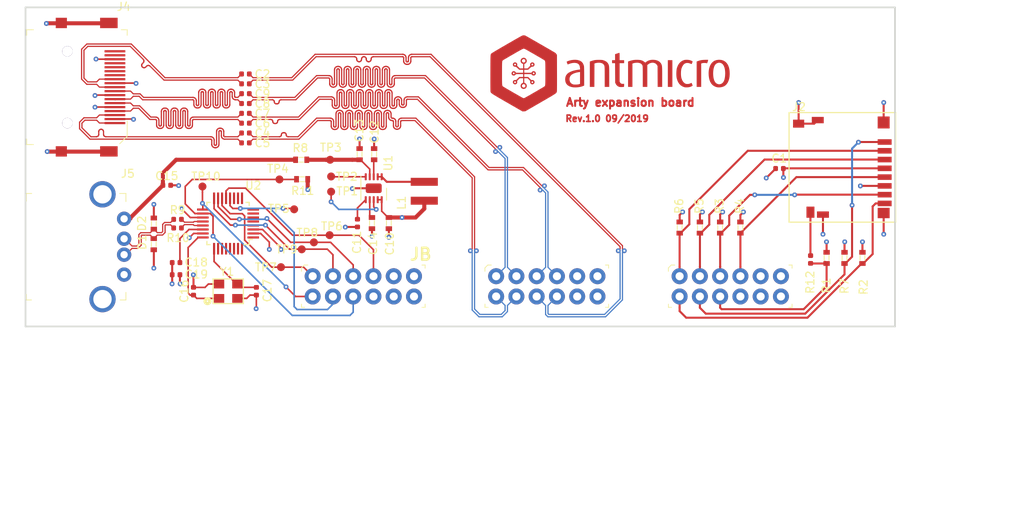
<source format=kicad_pcb>
(kicad_pcb (version 20171130) (host pcbnew 5.0.2+dfsg1-1)
  (layers (0 F.Cu signal) (1 In1.Cu signal) (2 In2.Cu signal) (31 B.Cu signal) (34 B.Paste user) (35 F.Paste user) (36 B.SilkS user) (37 F.SilkS user) (38 B.Mask user) (39 F.Mask user) (44 Edge.Cuts user))
  (net 0 "")
  (net 1 /SCK)
  (net 2 GND)
  (net 3 /TDMS_D1_N)
  (net 4 /TDMS_D1_P)
  (net 5 /TDMS_D0_P)
  (net 6 /TDMS_D0_N)
  (net 7 /TDMS_CLK_N)
  (net 8 /TDMS_CLK_P)
  (net 9 /TDMS_D2_N)
  (net 10 /TDMS_D2_P)
  (net 11 /DAT1)
  (net 12 /DAT2)
  (net 13 /CD)
  (net 14 +3V3)
  (net 15 /C_TDMS_CLK_P)
  (net 16 /C_TDMS_D0_N)
  (net 17 /C_TDMS_D0_P)
  (net 18 /C_TDMS_D1_N)
  (net 19 /C_TDMS_D1_P)
  (net 20 /C_TDMS_D2_N)
  (net 21 /C_TDMS_D2_P)
  (net 22 /C_TDMS_CLK_N)
  (net 23 /CD_DAT3)
  (net 24 /MOSI_CMD)
  (net 25 /MISO_DAT0)
  (net 26 /NC_EN)
  (net 27 "Net-(J2-Pad9)")
  (net 28 "Net-(L1-Pad1)")
  (net 29 "Net-(C12-Pad1)")
  (net 30 "Net-(TP2-Pad1)")
  (net 31 "Net-(C11-Pad1)")
  (net 32 "Net-(TP1-Pad1)")
  (net 33 "Net-(U2-Pad1)")
  (net 34 "Net-(U2-Pad4)")
  (net 35 "Net-(U2-Pad5)")
  (net 36 "Net-(U2-Pad6)")
  (net 37 "Net-(U2-Pad7)")
  (net 38 "Net-(U2-Pad8)")
  (net 39 "Net-(U2-Pad9)")
  (net 40 "Net-(U2-Pad10)")
  (net 41 "Net-(U2-Pad11)")
  (net 42 /RST_USB)
  (net 43 /SCK_USB)
  (net 44 /SS_USB)
  (net 45 /MISO_USB)
  (net 46 /MOSI_USB)
  (net 47 /GPX_USB)
  (net 48 "Net-(C18-Pad1)")
  (net 49 "Net-(C16-Pad1)")
  (net 50 "Net-(C17-Pad1)")
  (net 51 "Net-(U2-Pad26)")
  (net 52 "Net-(U2-Pad27)")
  (net 53 "Net-(U2-Pad28)")
  (net 54 "Net-(U2-Pad29)")
  (net 55 "Net-(U2-Pad30)")
  (net 56 "Net-(U2-Pad31)")
  (net 57 "Net-(U2-Pad32)")
  (net 58 +5V)
  (net 59 "Net-(J5-PadSH)")
  (net 60 /INT_USB)
  (net 61 /D+)
  (net 62 /D-)
  (net 63 /Data+)
  (net 64 /Data-)
  (net 65 "Net-(J4-Pad13)")
  (net 66 "Net-(J4-Pad14)")
  (net 67 "Net-(J4-Pad15)")
  (net 68 "Net-(J4-Pad16)")
  (net 69 "Net-(J4-Pad18)")
  (net 70 "Net-(J4-Pad19)")
  (net 71 "Net-(JB1-Pad10)")
  (module antmicro-footprints:PinHeader_6x2_P2.54mm_Horizontal_Mirrored (layer F.Cu) (at 150.651241 117.978709 90)
    (fp_text reference JC1 hide)
    (fp_text value 0015912120)
    (pad 7 thru_hole circle (at -2.74 0 90) (size 2 2) (drill 1.02) (layers *.Cu *.Mask) (net 10 /TDMS_D2_P))
    (pad 8 thru_hole circle (at -2.74 2.54 90) (size 2 2) (drill 1.02) (layers *.Cu *.Mask) (net 9 /TDMS_D2_N))
    (pad 9 thru_hole circle (at -2.74 5.08 90) (size 2 2) (drill 1.02) (layers *.Cu *.Mask) (net 8 /TDMS_CLK_P))
    (pad 10 thru_hole circle (at -2.74 7.62 90) (size 2 2) (drill 1.02) (layers *.Cu *.Mask) (net 7 /TDMS_CLK_N))
    (pad 11 thru_hole circle (at -2.74 10.16 90) (size 2 2) (drill 1.02) (layers *.Cu *.Mask) (net 2 GND))
    (pad 12 thru_hole circle (at -2.74 12.7 90) (size 2 2) (drill 1.02) (layers *.Cu *.Mask) (net 14 +3V3))
    (pad 6 thru_hole circle (at -0.2 12.7 90) (size 2 2) (drill 1.02) (layers *.Cu *.Mask) (net 14 +3V3))
    (pad 5 thru_hole circle (at -0.2 10.16 90) (size 2 2) (drill 1.02) (layers *.Cu *.Mask) (net 2 GND))
    (pad 4 thru_hole circle (at -0.2 7.62 90) (size 2 2) (drill 1.02) (layers *.Cu *.Mask) (net 3 /TDMS_D1_N))
    (pad 3 thru_hole circle (at -0.2 5.08 90) (size 2 2) (drill 1.02) (layers *.Cu *.Mask) (net 4 /TDMS_D1_P))
    (pad 2 thru_hole circle (at -0.2 2.54 90) (size 2 2) (drill 1.02) (layers *.Cu *.Mask) (net 6 /TDMS_D0_N))
    (pad 1 thru_hole circle (at -0.2 0 90) (size 2 2) (drill 1.02) (layers *.Cu *.Mask) (net 5 /TDMS_D0_P))
  )
  (module antmicro-footprints:PinHeader_6x2_P2.54mm_Horizontal_Mirrored (layer F.Cu) (at 173.651241 117.978709 90)
    (fp_text reference JD1 hide)
    (fp_text value 0015912120)
    (pad 7 thru_hole circle (at -2.74 0 90) (size 2 2) (drill 1.02) (layers *.Cu *.Mask) (net 11 /DAT1))
    (pad 8 thru_hole circle (at -2.74 2.54 90) (size 2 2) (drill 1.02) (layers *.Cu *.Mask) (net 12 /DAT2))
    (pad 9 thru_hole circle (at -2.74 5.08 90) (size 2 2) (drill 1.02) (layers *.Cu *.Mask) (net 13 /CD))
    (pad 10 thru_hole circle (at -2.74 7.62 90) (size 2 2) (drill 1.02) (layers *.Cu *.Mask) (net 26 /NC_EN))
    (pad 11 thru_hole circle (at -2.74 10.16 90) (size 2 2) (drill 1.02) (layers *.Cu *.Mask) (net 2 GND))
    (pad 12 thru_hole circle (at -2.74 12.7 90) (size 2 2) (drill 1.02) (layers *.Cu *.Mask) (net 14 +3V3))
    (pad 6 thru_hole circle (at -0.2 12.7 90) (size 2 2) (drill 1.02) (layers *.Cu *.Mask) (net 14 +3V3))
    (pad 5 thru_hole circle (at -0.2 10.16 90) (size 2 2) (drill 1.02) (layers *.Cu *.Mask) (net 2 GND))
    (pad 4 thru_hole circle (at -0.2 7.62 90) (size 2 2) (drill 1.02) (layers *.Cu *.Mask) (net 1 /SCK))
    (pad 3 thru_hole circle (at -0.2 5.08 90) (size 2 2) (drill 1.02) (layers *.Cu *.Mask) (net 25 /MISO_DAT0))
    (pad 2 thru_hole circle (at -0.2 2.54 90) (size 2 2) (drill 1.02) (layers *.Cu *.Mask) (net 24 /MOSI_CMD))
    (pad 1 thru_hole circle (at -0.2 0 90) (size 2 2) (drill 1.02) (layers *.Cu *.Mask) (net 23 /CD_DAT3))
  )
  (module antmicro-footprints:PinHeader_6x2_P2.54mm_Horizontal_Mirrored (layer F.Cu) (at 127.651241 117.978709 90)
    (fp_text reference JB1 hide)
    (fp_text value 0015912120)
    (pad 7 thru_hole circle (at -2.74 0 90) (size 2 2) (drill 1.02) (layers *.Cu *.Mask) (net 47 /GPX_USB))
    (pad 8 thru_hole circle (at -2.74 2.54 90) (size 2 2) (drill 1.02) (layers *.Cu *.Mask) (net 42 /RST_USB))
    (pad 9 thru_hole circle (at -2.74 5.08 90) (size 2 2) (drill 1.02) (layers *.Cu *.Mask) (net 60 /INT_USB))
    (pad 10 thru_hole circle (at -2.74 7.62 90) (size 2 2) (drill 1.02) (layers *.Cu *.Mask) (net 71 "Net-(JB1-Pad10)"))
    (pad 11 thru_hole circle (at -2.74 10.16 90) (size 2 2) (drill 1.02) (layers *.Cu *.Mask) (net 2 GND))
    (pad 12 thru_hole circle (at -2.74 12.7 90) (size 2 2) (drill 1.02) (layers *.Cu *.Mask) (net 14 +3V3))
    (pad 6 thru_hole circle (at -0.2 12.7 90) (size 2 2) (drill 1.02) (layers *.Cu *.Mask) (net 14 +3V3))
    (pad 5 thru_hole circle (at -0.2 10.16 90) (size 2 2) (drill 1.02) (layers *.Cu *.Mask) (net 2 GND))
    (pad 4 thru_hole circle (at -0.2 7.62 90) (size 2 2) (drill 1.02) (layers *.Cu *.Mask) (net 43 /SCK_USB))
    (pad 3 thru_hole circle (at -0.2 5.08 90) (size 2 2) (drill 1.02) (layers *.Cu *.Mask) (net 45 /MISO_USB))
    (pad 2 thru_hole circle (at -0.2 2.54 90) (size 2 2) (drill 1.02) (layers *.Cu *.Mask) (net 46 /MOSI_USB))
    (pad 1 thru_hole circle (at -0.2 0 90) (size 2 2) (drill 1.02) (layers *.Cu *.Mask) (net 44 /SS_USB))
  )
  (module antmicro-footprints:USB_A_Female_UE27AC54100 (layer F.Cu) (at 101.301241 114.478709 270)
    (fp_text reference J5 (at -9.16 -3.175) (layer F.SilkS))
    (fp_text value UE27AC54100)
    (pad 4 thru_hole circle (at 3.5 -2.71 270) (size 1.8 1.8) (drill 0.92) (layers *.Cu *.Mask) (net 2 GND))
    (pad 3 thru_hole circle (at 1 -2.71 270) (size 1.8 1.8) (drill 0.92) (layers *.Cu *.Mask) (net 63 /Data+))
    (pad 2 thru_hole circle (at -1 -2.71 270) (size 1.8 1.8) (drill 0.92) (layers *.Cu *.Mask) (net 64 /Data-))
    (pad 1 thru_hole circle (at -3.5 -2.71 270) (size 1.8 1.8) (drill 0.92) (layers *.Cu *.Mask) (net 58 +5V))
    (pad SH thru_hole circle (at 6.57 0 270) (size 3.3 3.3) (drill 2.3) (layers *.Cu *.Mask) (net 59 "Net-(J5-PadSH)"))
    (pad SH thru_hole circle (at -6.57 0 270) (size 3.3 3.3) (drill 2.3) (layers *.Cu *.Mask) (net 59 "Net-(J5-PadSH)"))
  )
  (module antmicro-footprints:antmicro-logo_scaled_30mm (layer F.Cu) (at 165.8305 92.889)
    (fp_text reference N1 hide)
    (fp_text value antmicro_logo hide)
    (fp_poly (pts (xy -11.634962 -4.909269) (xy -11.537229 -4.886866) (xy -11.535595 -4.886192) (xy -11.504855 -4.870152) (xy -11.436833 -4.832523) (xy -11.335138 -4.775379) (xy -11.203377 -4.700793) (xy -11.045161 -4.610843) (xy -10.864096 -4.507601) (xy -10.663791 -4.393143) (xy -10.447855 -4.269542) (xy -10.219896 -4.138875) (xy -9.983523 -4.003215) (xy -9.742343 -3.864638) (xy -9.499965 -3.725217) (xy -9.259997 -3.587029) (xy -9.026048 -3.452146) (xy -8.801727 -3.322644) (xy -8.590641 -3.200598) (xy -8.396399 -3.088082) (xy -8.222609 -2.98717) (xy -8.07288 -2.899939) (xy -7.950819 -2.828462) (xy -7.860036 -2.774814) (xy -7.804139 -2.741069) (xy -7.797751 -2.737074) (xy -7.697553 -2.654792) (xy -7.620586 -2.556391) (xy -7.556343 -2.447109) (xy -7.549972 -0.195459) (xy -7.549017 0.235367) (xy -7.548701 0.6241) (xy -7.549022 0.970152) (xy -7.549975 1.272938) (xy -7.551555 1.53187) (xy -7.553759 1.746362) (xy -7.556581 1.915829) (xy -7.560017 2.039683) (xy -7.564064 2.117338) (xy -7.567619 2.145384) (xy -7.577264 2.180947) (xy -7.587545 2.213383) (xy -7.600916 2.244325) (xy -7.619829 2.275406) (xy -7.646736 2.30826) (xy -7.684091 2.344521) (xy -7.734346 2.385822) (xy -7.799953 2.433797) (xy -7.883366 2.49008) (xy -7.987037 2.556303) (xy -8.113418 2.634101) (xy -8.264963 2.725108) (xy -8.444124 2.830956) (xy -8.653354 2.953279) (xy -8.895105 3.093711) (xy -9.17183 3.253885) (xy -9.485981 3.435436) (xy -9.625797 3.516214) (xy -11.524839 4.613405) (xy -11.702004 4.622509) (xy -11.879169 4.631612) (xy -12.576018 4.230845) (xy -13.002735 3.985469) (xy -13.390442 3.762529) (xy -13.741039 3.560827) (xy -14.056425 3.379165) (xy -14.338499 3.216347) (xy -14.589159 3.071175) (xy -14.810305 2.942451) (xy -15.003836 2.828979) (xy -15.171651 2.729561) (xy -15.315648 2.643) (xy -15.437727 2.568099) (xy -15.539787 2.503659) (xy -15.623728 2.448485) (xy -15.691447 2.401378) (xy -15.744844 2.361141) (xy -15.785818 2.326577) (xy -15.816268 2.296489) (xy -15.838093 2.269678) (xy -15.853192 2.244949) (xy -15.863464 2.221104) (xy -15.870808 2.196945) (xy -15.877123 2.171275) (xy -15.883619 2.145435) (xy -15.888143 2.103987) (xy -15.892058 2.015869) (xy -15.895361 1.881652) (xy -15.898047 1.701907) (xy -15.900112 1.477205) (xy -15.901551 1.208115) (xy -15.902361 0.89521) (xy -15.902536 0.539059) (xy -15.902073 0.140233) (xy -15.901402 -0.143964) (xy -14.442156 -0.143964) (xy -14.442124 0.163081) (xy -14.441853 0.426492) (xy -14.441076 0.649878) (xy -14.439527 0.836849) (xy -14.436941 0.991014) (xy -14.433052 1.115983) (xy -14.427595 1.215365) (xy -14.420304 1.292771) (xy -14.410912 1.351809) (xy -14.399155 1.39609) (xy -14.384767 1.429223) (xy -14.367482 1.454817) (xy -14.347035 1.476482) (xy -14.323159 1.497828) (xy -14.321185 1.49955) (xy -14.289536 1.521118) (xy -14.221441 1.563277) (xy -14.121348 1.623467) (xy -13.993705 1.699126) (xy -13.842963 1.787694) (xy -13.67357 1.88661) (xy -13.489974 1.993314) (xy -13.296625 2.105246) (xy -13.097972 2.219844) (xy -12.898464 2.334548) (xy -12.702549 2.446797) (xy -12.514678 2.554031) (xy -12.339297 2.653689) (xy -12.180857 2.74321) (xy -12.043807 2.820035) (xy -11.932595 2.881601) (xy -11.85167 2.92535) (xy -11.805481 2.948719) (xy -11.798239 2.951643) (xy -11.739669 2.967611) (xy -11.698729 2.968556) (xy -11.650207 2.952973) (xy -11.621431 2.941108) (xy -11.582082 2.921398) (xy -11.507211 2.880786) (xy -11.401295 2.821862) (xy -11.26881 2.747214) (xy -11.114234 2.659433) (xy -10.942044 2.561108) (xy -10.756716 2.454828) (xy -10.562727 2.343182) (xy -10.364553 2.228759) (xy -10.166673 2.11415) (xy -9.973562 2.001942) (xy -9.789697 1.894726) (xy -9.619556 1.795091) (xy -9.467615 1.705626) (xy -9.338351 1.628921) (xy -9.236241 1.567564) (xy -9.165761 1.524145) (xy -9.131389 1.501254) (xy -9.130067 1.500156) (xy -9.105914 1.478431) (xy -9.08521 1.456719) (xy -9.06769 1.431407) (xy -9.053089 1.398882) (xy -9.04114 1.355531) (xy -9.031578 1.297741) (xy -9.024136 1.221898) (xy -9.01855 1.12439) (xy -9.014552 1.001603) (xy -9.011878 0.849924) (xy -9.010261 0.665741) (xy -9.009436 0.445438) (xy -9.009136 0.185404) (xy -9.009096 -0.117974) (xy -9.009096 -0.143964) (xy -9.0091 -0.452362) (xy -9.009321 -0.717103) (xy -9.010073 -0.941774) (xy -9.01167 -1.129961) (xy -9.014425 -1.285251) (xy -9.018653 -1.411232) (xy -9.024668 -1.511489) (xy -9.032783 -1.58961) (xy -9.043312 -1.649182) (xy -9.056569 -1.69379) (xy -9.072868 -1.727023) (xy -9.092523 -1.752467) (xy -9.115847 -1.773708) (xy -9.143156 -1.794333) (xy -9.154227 -1.80245) (xy -9.188912 -1.824767) (xy -9.260658 -1.868304) (xy -9.365548 -1.930764) (xy -9.499667 -2.009853) (xy -9.659099 -2.103275) (xy -9.839929 -2.208734) (xy -10.038241 -2.323934) (xy -10.250119 -2.44658) (xy -10.42874 -2.549657) (xy -10.683967 -2.696551) (xy -10.901677 -2.821355) (xy -11.085146 -2.925812) (xy -11.237649 -3.011663) (xy -11.362461 -3.080652) (xy -11.462857 -3.134521) (xy -11.542113 -3.175015) (xy -11.603503 -3.203875) (xy -11.650303 -3.222844) (xy -11.685788 -3.233665) (xy -11.713233 -3.238082) (xy -11.723096 -3.238446) (xy -11.747788 -3.236214) (xy -11.779117 -3.228375) (xy -11.820299 -3.213209) (xy -11.87455 -3.189) (xy -11.945086 -3.154031) (xy -12.035122 -3.106582) (xy -12.147874 -3.044939) (xy -12.286558 -2.967382) (xy -12.45439 -2.872194) (xy -12.654587 -2.757658) (xy -12.890362 -2.622057) (xy -13.055415 -2.526885) (xy -13.277555 -2.398503) (xy -13.488307 -2.276303) (xy -13.683963 -2.162462) (xy -13.860818 -2.059154) (xy -14.015167 -1.968555) (xy -14.143302 -1.892839) (xy -14.241518 -1.834183) (xy -14.30611 -1.79476) (xy -14.333212 -1.776887) (xy -14.354964 -1.757361) (xy -14.373609 -1.736701) (xy -14.389386 -1.711319) (xy -14.402536 -1.677626) (xy -14.413297 -1.632035) (xy -14.421909 -1.570958) (xy -14.428611 -1.490807) (xy -14.433642 -1.387994) (xy -14.437243 -1.258931) (xy -14.439651 -1.100029) (xy -14.441108 -0.907702) (xy -14.441851 -0.678361) (xy -14.44212 -0.408418) (xy -14.442156 -0.143964) (xy -15.901402 -0.143964) (xy -15.90128 -0.195459) (xy -15.900261 -0.578211) (xy -15.899381 -0.916603) (xy -15.898458 -1.213517) (xy -15.89731 -1.471836) (xy -15.895755 -1.694444) (xy -15.893611 -1.884222) (xy -15.890696 -2.044053) (xy -15.886827 -2.176821) (xy -15.881824 -2.285408) (xy -15.875504 -2.372697) (xy -15.867686 -2.441569) (xy -15.858186 -2.49491) (xy -15.846824 -2.535599) (xy -15.833418 -2.566522) (xy -15.817785 -2.59056) (xy -15.799743 -2.610596) (xy -15.779112 -2.629513) (xy -15.755708 -2.650193) (xy -15.745777 -2.659371) (xy -15.715671 -2.680398) (xy -15.647598 -2.723193) (xy -15.544554 -2.785985) (xy -15.409536 -2.867005) (xy -15.245541 -2.964486) (xy -15.055566 -3.076657) (xy -14.842607 -3.20175) (xy -14.609663 -3.337996) (xy -14.359728 -3.483626) (xy -14.0958 -3.636872) (xy -13.820877 -3.795963) (xy -13.791539 -3.812909) (xy -13.471051 -3.997959) (xy -13.18881 -4.160791) (xy -12.942164 -4.302841) (xy -12.728464 -4.425542) (xy -12.545058 -4.530328) (xy -12.389295 -4.618633) (xy -12.258526 -4.691893) (xy -12.150098 -4.751541) (xy -12.061361 -4.799011) (xy -11.989665 -4.835738) (xy -11.932359 -4.863157) (xy -11.886792 -4.8827) (xy -11.850312 -4.895803) (xy -11.820271 -4.9039) (xy -11.794016 -4.908426) (xy -11.768896 -4.910813) (xy -11.761531 -4.911305) (xy -11.634962 -4.909269)) (layer F.Cu) (width 0.00279))
    (fp_poly (pts (xy -5.050123 -1.828751) (xy -4.900576 -1.800755) (xy -4.730837 -1.748715) (xy -4.593875 -1.684132) (xy -4.475494 -1.599519) (xy -4.417289 -1.545833) (xy -4.33145 -1.438632) (xy -4.25438 -1.301382) (xy -4.194656 -1.151275) (xy -4.167075 -1.044179) (xy -4.161601 -0.991002) (xy -4.156686 -0.894515) (xy -4.152404 -0.758651) (xy -4.14883 -0.587342) (xy -4.146038 -0.38452) (xy -4.144102 -0.154118) (xy -4.143096 0.099932) (xy -4.142964 0.236107) (xy -4.142964 1.389255) (xy -4.253676 1.438228) (xy -4.451908 1.509446) (xy -4.681546 1.56447) (xy -4.929024 1.601579) (xy -5.180775 1.61905) (xy -5.423232 1.615164) (xy -5.551117 1.602857) (xy -5.801683 1.552934) (xy -6.015853 1.473578) (xy -6.193196 1.365257) (xy -6.33328 1.228443) (xy -6.435674 1.063605) (xy -6.499947 0.871213) (xy -6.525669 0.651739) (xy -6.524424 0.541559) (xy -6.521414 0.520731) (xy -5.980195 0.520731) (xy -5.975801 0.716157) (xy -5.933333 0.885059) (xy -5.853697 1.026031) (xy -5.737804 1.137664) (xy -5.58656 1.218552) (xy -5.514208 1.242597) (xy -5.421778 1.258401) (xy -5.297997 1.265595) (xy -5.157857 1.264744) (xy -5.016352 1.25641) (xy -4.888475 1.241159) (xy -4.789219 1.219554) (xy -4.774853 1.214784) (xy -4.662648 1.174427) (xy -4.662648 -0.312718) (xy -4.798474 -0.29633) (xy -4.885159 -0.282693) (xy -4.997384 -0.260692) (xy -5.115103 -0.234352) (xy -5.152116 -0.225299) (xy -5.394278 -0.150849) (xy -5.593128 -0.059371) (xy -5.749805 0.050162) (xy -5.865449 0.178776) (xy -5.941198 0.327497) (xy -5.978194 0.497353) (xy -5.980195 0.520731) (xy -6.521414 0.520731) (xy -6.493668 0.328754) (xy -6.422351 0.139568) (xy -6.30958 -0.028039) (xy -6.245225 -0.096814) (xy -6.103026 -0.209801) (xy -5.920199 -0.31379) (xy -5.702882 -0.406508) (xy -5.457208 -0.48568) (xy -5.189315 -0.549035) (xy -4.905337 -0.594299) (xy -4.901094 -0.594815) (xy -4.656202 -0.624496) (xy -4.67036 -0.825112) (xy -4.697756 -1.014305) (xy -4.7521 -1.166118) (xy -4.835845 -1.283573) (xy -4.951447 -1.369689) (xy -5.101362 -1.427488) (xy -5.173118 -1.443664) (xy -5.368453 -1.460676) (xy -5.585568 -1.444404) (xy -5.814301 -1.396375) (xy -6.044491 -1.318113) (xy -6.064756 -1.309714) (xy -6.137401 -1.280895) (xy -6.190621 -1.263081) (xy -6.21177 -1.260016) (xy -6.223817 -1.284953) (xy -6.246487 -1.340557) (xy -6.274545 -1.412991) (xy -6.30276 -1.488418) (xy -6.325898 -1.553) (xy -6.338724 -1.592902) (xy -6.33981 -1.598556) (xy -6.320033 -1.613975) (xy -6.268692 -1.64124) (xy -6.210986 -1.6681) (xy -5.998934 -1.744812) (xy -5.763807 -1.80055) (xy -5.51862 -1.833998) (xy -5.276387 -1.843837) (xy -5.050123 -1.828751)) (layer F.Cu) (width 0.00279))
    (fp_poly (pts (xy 8.814213 -1.840483) (xy 8.969759 -1.825412) (xy 9.056281 -1.809134) (xy 9.145452 -1.783461) (xy 9.241206 -1.748594) (xy 9.331151 -1.709938) (xy 9.402898 -1.672901) (xy 9.444054 -1.642889) (xy 9.447346 -1.638505) (xy 9.444801 -1.609133) (xy 9.427786 -1.551422) (xy 9.401635 -1.478945) (xy 9.371683 -1.405273) (xy 9.343265 -1.343977) (xy 9.321716 -1.308629) (xy 9.316165 -1.304791) (xy 9.28701 -1.3133) (xy 9.228967 -1.336582) (xy 9.170199 -1.362544) (xy 8.989584 -1.425274) (xy 8.810705 -1.449653) (xy 8.641862 -1.435423) (xy 8.493873 -1.383637) (xy 8.370199 -1.295153) (xy 8.256869 -1.165361) (xy 8.157444 -0.999709) (xy 8.075486 -0.803644) (xy 8.04073 -0.690661) (xy 8.0133 -0.551431) (xy 7.995672 -0.37999) (xy 7.987846 -0.190341) (xy 7.989822 0.003512) (xy 8.001598 0.187565) (xy 8.023174 0.347814) (xy 8.040794 0.426604) (xy 8.120911 0.661281) (xy 8.221774 0.853813) (xy 8.343673 1.00464) (xy 8.4869 1.114204) (xy 8.498013 1.120496) (xy 8.570319 1.157192) (xy 8.633963 1.178299) (xy 8.70729 1.187849) (xy 8.808641 1.18987) (xy 8.813703 1.189851) (xy 8.920044 1.185178) (xy 9.013384 1.169314) (xy 9.108059 1.137943) (xy 9.218407 1.086747) (xy 9.300948 1.043176) (xy 9.311241 1.049795) (xy 9.329071 1.080783) (xy 9.356659 1.141006) (xy 9.396222 1.235333) (xy 9.449978 1.368632) (xy 9.455034 1.381317) (xy 9.441745 1.40673) (xy 9.393674 1.442381) (xy 9.32065 1.48296) (xy 9.232503 1.523157) (xy 9.139062 1.557662) (xy 9.114694 1.565169) (xy 8.987614 1.592214) (xy 8.834546 1.609553) (xy 8.675805 1.616006) (xy 8.531704 1.610388) (xy 8.471184 1.602631) (xy 8.382682 1.580174) (xy 8.27615 1.542853) (xy 8.175909 1.499329) (xy 7.979839 1.377324) (xy 7.810569 1.217033) (xy 7.668836 1.019577) (xy 7.555379 0.786076) (xy 7.470937 0.517652) (xy 7.442822 0.386949) (xy 7.422315 0.232254) (xy 7.411523 0.048978) (xy 7.410053 -0.149598) (xy 7.417508 -0.350189) (xy 7.433495 -0.539511) (xy 7.457618 -0.704283) (xy 7.477921 -0.793551) (xy 7.569718 -1.055031) (xy 7.690906 -1.282895) (xy 7.839972 -1.475439) (xy 8.015408 -1.630955) (xy 8.215702 -1.747738) (xy 8.375078 -1.807062) (xy 8.499369 -1.831256) (xy 8.651582 -1.842414) (xy 8.814213 -1.840483)) (layer F.Cu) (width 0.00279))
    (fp_poly (pts (xy 13.011 -1.828598) (xy 13.222157 -1.780519) (xy 13.409082 -1.697802) (xy 13.577941 -1.578087) (xy 13.656079 -1.505081) (xy 13.8057 -1.322147) (xy 13.924227 -1.106958) (xy 14.012192 -0.85815) (xy 14.070128 -0.574357) (xy 14.090393 -0.390545) (xy 14.101846 -0.06018) (xy 14.082517 0.248736) (xy 14.033408 0.533287) (xy 13.955524 0.790553) (xy 13.849866 1.017617) (xy 13.717438 1.211561) (xy 13.559243 1.369467) (xy 13.461074 1.440241) (xy 13.306254 1.517112) (xy 13.121999 1.574401) (xy 12.922961 1.609506) (xy 12.723792 1.619827) (xy 12.542357 1.603344) (xy 12.30932 1.539496) (xy 12.102782 1.436939) (xy 11.923619 1.296654) (xy 11.772705 1.119624) (xy 11.650914 0.906828) (xy 11.559121 0.659249) (xy 11.509091 0.443636) (xy 11.467044 0.123703) (xy 11.458222 -0.133265) (xy 12.022913 -0.133265) (xy 12.033208 0.130412) (xy 12.06476 0.384026) (xy 12.117594 0.617116) (xy 12.189245 0.813805) (xy 12.281708 0.968837) (xy 12.398869 1.090076) (xy 12.534807 1.175098) (xy 12.683598 1.221477) (xy 12.839322 1.226788) (xy 12.996055 1.188608) (xy 13.048162 1.165468) (xy 13.180842 1.078195) (xy 13.290857 0.958674) (xy 13.37932 0.804507) (xy 13.447344 0.613298) (xy 13.496041 0.382646) (xy 13.524253 0.1395) (xy 13.536499 -0.156891) (xy 13.524426 -0.432929) (xy 13.488984 -0.684487) (xy 13.431119 -0.907435) (xy 13.351781 -1.097642) (xy 13.251917 -1.250979) (xy 13.189895 -1.316899) (xy 13.054995 -1.412386) (xy 12.90868 -1.465731) (xy 12.757488 -1.478493) (xy 12.607953 -1.452231) (xy 12.466612 -1.388504) (xy 12.340002 -1.288871) (xy 12.234658 -1.15489) (xy 12.193793 -1.079317) (xy 12.119314 -0.880028) (xy 12.065991 -0.648948) (xy 12.033849 -0.396539) (xy 12.022913 -0.133265) (xy 11.458222 -0.133265) (xy 11.456366 -0.187331) (xy 11.476106 -0.484529) (xy 11.525315 -0.762953) (xy 11.603043 -1.017667) (xy 11.70834 -1.243733) (xy 11.840256 -1.436213) (xy 11.879302 -1.480693) (xy 12.04917 -1.632047) (xy 12.241107 -1.742502) (xy 12.456488 -1.812618) (xy 12.696687 -1.842957) (xy 12.769446 -1.844399) (xy 13.011 -1.828598)) (layer F.Cu) (width 0.00279))
    (fp_poly (pts (xy 0.286882 -2.696334) (xy 0.291195 -2.633826) (xy 0.294644 -2.538397) (xy 0.296982 -2.41721) (xy 0.297958 -2.277426) (xy 0.297972 -2.258133) (xy 0.297972 -1.797504) (xy 0.8649 -1.797504) (xy 0.8649 -1.419552) (xy 0.297972 -1.419552) (xy 0.297972 0.887973) (xy 0.35171 0.989594) (xy 0.420809 1.086396) (xy 0.509669 1.146307) (xy 0.625356 1.172892) (xy 0.717312 1.174035) (xy 0.864999 1.167057) (xy 0.864949 1.348733) (xy 0.860772 1.460716) (xy 0.84846 1.528604) (xy 0.835373 1.548939) (xy 0.800261 1.557487) (xy 0.729644 1.565503) (xy 0.635257 1.571858) (xy 0.569625 1.57448) (xy 0.440081 1.575664) (xy 0.342385 1.569249) (xy 0.261533 1.553675) (xy 0.208325 1.536992) (xy 0.064544 1.469148) (xy -0.049904 1.37486) (xy -0.144592 1.245474) (xy -0.174468 1.191014) (xy -0.257145 1.030172) (xy -0.26386 -0.19469) (xy -0.270574 -1.419552) (xy -0.646908 -1.419552) (xy -0.646908 -1.797504) (xy -0.268956 -1.797504) (xy -0.268956 -2.551783) (xy -0.001508 -2.635272) (xy 0.104164 -2.667861) (xy 0.192964 -2.694497) (xy 0.255428 -2.712391) (xy 0.281956 -2.718762) (xy 0.286882 -2.696334)) (layer F.Cu) (width 0.00279))
    (fp_poly (pts (xy -2.136607 -1.83175) (xy -2.010904 -1.828463) (xy -1.914265 -1.822037) (xy -1.837617 -1.811764) (xy -1.771885 -1.796939) (xy -1.74634 -1.789492) (xy -1.532158 -1.70751) (xy -1.359129 -1.605683) (xy -1.224749 -1.482223) (xy -1.136379 -1.354088) (xy -1.108163 -1.301039) (xy -1.084174 -1.250965) (xy -1.064068 -1.19968) (xy -1.047504 -1.142994) (xy -1.034138 -1.076717) (xy -1.023628 -0.996662) (xy -1.015631 -0.89864) (xy -1.009804 -0.778462) (xy -1.005806 -0.63194) (xy -1.003292 -0.454884) (xy -1.001922 -0.243105) (xy -1.001351 0.007584) (xy -1.001238 0.298006) (xy -1.001238 1.55682) (xy -1.568166 1.55682) (xy -1.568166 0.309141) (xy -1.568286 0.015459) (xy -1.56889 -0.234942) (xy -1.570346 -0.44602) (xy -1.573022 -0.621739) (xy -1.577286 -0.766058) (xy -1.583506 -0.882939) (xy -1.592049 -0.976344) (xy -1.603283 -1.050233) (xy -1.617577 -1.108567) (xy -1.635297 -1.155309) (xy -1.656812 -1.194418) (xy -1.682489 -1.229857) (xy -1.712696 -1.265585) (xy -1.714581 -1.267734) (xy -1.812287 -1.355903) (xy -1.931432 -1.417802) (xy -2.082042 -1.458151) (xy -2.138368 -1.46726) (xy -2.29674 -1.477433) (xy -2.472019 -1.46882) (xy -2.642327 -1.443409) (xy -2.766455 -1.410218) (xy -2.855565 -1.37937) (xy -2.861649 0.088725) (xy -2.867734 1.55682) (xy -3.434304 1.55682) (xy -3.434304 -1.626184) (xy -3.215801 -1.697862) (xy -3.065439 -1.745385) (xy -2.937666 -1.780369) (xy -2.819819 -1.804679) (xy -2.699238 -1.820176) (xy -2.563261 -1.828726) (xy -2.399228 -1.832192) (xy -2.300448 -1.832603) (xy -2.136607 -1.83175)) (layer F.Cu) (width 0.00279))
    (fp_poly (pts (xy 4.729063 -1.8271) (xy 4.959571 -1.776882) (xy 5.157893 -1.693771) (xy 5.323148 -1.578206) (xy 5.454451 -1.43062) (xy 5.517493 -1.325064) (xy 5.542461 -1.274165) (xy 5.563676 -1.22495) (xy 5.581442 -1.173239) (xy 5.596064 -1.114853) (xy 5.607848 -1.045613) (xy 5.617099 -0.96134) (xy 5.624121 -0.857855) (xy 5.629219 -0.730978) (xy 5.632699 -0.576531) (xy 5.634866 -0.390333) (xy 5.636025 -0.168207) (xy 5.63648 0.094028) (xy 5.636544 0.306017) (xy 5.636544 1.55682) (xy 5.071143 1.55682) (xy 5.064474 0.251704) (xy 5.057805 -1.053411) (xy 4.988868 -1.177834) (xy 4.895109 -1.301546) (xy 4.773134 -1.393175) (xy 4.629913 -1.452165) (xy 4.472416 -1.477959) (xy 4.307613 -1.470001) (xy 4.142475 -1.427734) (xy 3.98397 -1.350603) (xy 3.870799 -1.267078) (xy 3.770406 -1.179651) (xy 3.770406 1.55682) (xy 3.203478 1.55682) (xy 3.203478 0.278067) (xy 3.203064 -0.042779) (xy 3.201801 -0.31793) (xy 3.19966 -0.548927) (xy 3.196609 -0.737311) (xy 3.192619 -0.884624) (xy 3.187659 -0.992408) (xy 3.181699 -1.062204) (xy 3.176515 -1.09068) (xy 3.113168 -1.224355) (xy 3.012925 -1.331319) (xy 2.878719 -1.410269) (xy 2.713483 -1.459907) (xy 2.52015 -1.478929) (xy 2.324287 -1.468768) (xy 2.217475 -1.455784) (xy 2.140831 -1.44347) (xy 2.077483 -1.428123) (xy 2.010555 -1.406041) (xy 1.969229 -1.39085) (xy 1.904268 -1.366577) (xy 1.904268 1.55682) (xy 1.360962 1.55682) (xy 1.360962 -1.629932) (xy 1.585996 -1.702017) (xy 1.839432 -1.773628) (xy 2.076192 -1.818337) (xy 2.316338 -1.838944) (xy 2.565684 -1.838752) (xy 2.765772 -1.826957) (xy 2.929729 -1.804535) (xy 3.068058 -1.768421) (xy 3.191262 -1.715547) (xy 3.309844 -1.64285) (xy 3.35863 -1.60731) (xy 3.513772 -1.489884) (xy 3.612561 -1.570037) (xy 3.803824 -1.696423) (xy 4.018585 -1.783662) (xy 4.258747 -1.832362) (xy 4.467255 -1.843989) (xy 4.729063 -1.8271)) (layer F.Cu) (width 0.00279))
    (fp_poly (pts (xy 6.912132 1.55682) (xy 6.345204 1.55682) (xy 6.345204 -1.797504) (xy 6.912132 -1.797504) (xy 6.912132 1.55682)) (layer F.Cu) (width 0.00279))
    (fp_poly (pts (xy 11.340704 -1.841043) (xy 11.383146 -1.835075) (xy 11.399626 -1.825218) (xy 11.400312 -1.821945) (xy 11.393617 -1.787258) (xy 11.375745 -1.719809) (xy 11.35001 -1.631803) (xy 11.338272 -1.593625) (xy 11.306574 -1.497032) (xy 11.282387 -1.438676) (xy 11.261494 -1.411028) (xy 11.239676 -1.40656) (xy 11.234259 -1.407963) (xy 11.087402 -1.439293) (xy 10.923404 -1.449612) (xy 10.760846 -1.43919) (xy 10.618313 -1.408295) (xy 10.591259 -1.398688) (xy 10.526298 -1.373477) (xy 10.526298 1.55682) (xy 9.95937 1.55682) (xy 9.95937 -1.627357) (xy 10.130629 -1.688724) (xy 10.279454 -1.738722) (xy 10.415589 -1.775887) (xy 10.552002 -1.802432) (xy 10.701659 -1.820566) (xy 10.877526 -1.832501) (xy 11.004644 -1.837729) (xy 11.156748 -1.842159) (xy 11.267003 -1.843334) (xy 11.340704 -1.841043)) (layer F.Cu) (width 0.00279))
    (fp_poly (pts (xy -11.598428 -2.080424) (xy -11.57723 -2.072066) (xy -11.468751 -2.001658) (xy -11.389638 -1.901364) (xy -11.34533 -1.781817) (xy -11.341267 -1.653648) (xy -11.347026 -1.622167) (xy -11.393935 -1.501154) (xy -11.47506 -1.410426) (xy -11.556887 -1.360523) (xy -11.65476 -1.313304) (xy -11.65476 -0.758136) (xy -11.242486 -0.758136) (xy -11.072717 -0.926772) (xy -10.902947 -1.095409) (xy -10.91549 -1.216935) (xy -10.915635 -1.219488) (xy -10.755191 -1.219488) (xy -10.728778 -1.164434) (xy -10.673757 -1.138779) (xy -10.607221 -1.144244) (xy -10.558024 -1.173208) (xy -10.524273 -1.228567) (xy -10.536119 -1.285278) (xy -10.568148 -1.325064) (xy -10.613088 -1.363188) (xy -10.650323 -1.366995) (xy -10.700942 -1.338104) (xy -10.704624 -1.335536) (xy -10.746388 -1.283194) (xy -10.755191 -1.219488) (xy -10.915635 -1.219488) (xy -10.919936 -1.294799) (xy -10.9095 -1.347615) (xy -10.878693 -1.396634) (xy -10.864682 -1.413748) (xy -10.778844 -1.486331) (xy -10.684406 -1.519496) (xy -10.589344 -1.517602) (xy -10.501633 -1.485007) (xy -10.429249 -1.426066) (xy -10.380166 -1.34514) (xy -10.36236 -1.246585) (xy -10.379014 -1.148379) (xy -10.432246 -1.055367) (xy -10.517668 -0.995483) (xy -10.631547 -0.971164) (xy -10.650843 -0.970734) (xy -10.700173 -0.969021) (xy -10.741166 -0.960188) (xy -10.782998 -0.93869) (xy -10.834845 -0.898984) (xy -10.905884 -0.835526) (xy -10.96366 -0.781758) (xy -11.165642 -0.592782) (xy -11.65476 -0.592782) (xy -11.65476 -0.21483) (xy -10.758337 -0.21483) (xy -10.723338 -0.282511) (xy -10.659408 -0.359534) (xy -10.571221 -0.40564) (xy -10.47149 -0.419331) (xy -10.372929 -0.399105) (xy -10.288248 -0.343464) (xy -10.280045 -0.334805) (xy -10.218985 -0.239159) (xy -10.198673 -0.141594) (xy -10.213428 -0.048914) (xy -10.257567 0.032077) (xy -10.325406 0.094573) (xy -10.411263 0.13177) (xy -10.509456 0.136864) (xy -10.614302 0.103049) (xy -10.63563 0.090981) (xy -10.690298 0.048218) (xy -10.724151 0.004288) (xy -10.726968 -0.003419) (xy -10.733524 -0.019303) (xy -10.747921 -0.031049) (xy -10.776503 -0.03928) (xy -10.825609 -0.044615) (xy -10.901582 -0.047677) (xy -11.010765 -0.049088) (xy -11.159498 -0.049469) (xy -11.196886 -0.049476) (xy -11.65476 -0.049476) (xy -11.65476 0.304854) (xy -11.169466 0.304854) (xy -10.777215 0.699153) (xy -10.666776 0.689665) (xy -10.54838 0.697916) (xy -10.45636 0.743895) (xy -10.393666 0.825779) (xy -10.377361 0.868512) (xy -10.361371 0.981493) (xy -10.388493 1.07909) (xy -10.447693 1.156536) (xy -10.539198 1.220541) (xy -10.636418 1.243765) (xy -10.730888 1.23049) (xy -10.81414 1.185001) (xy -10.877707 1.111581) (xy -10.913123 1.014512) (xy -10.914674 0.943593) (xy -10.75263 0.943593) (xy -10.744939 1.002359) (xy -10.722338 1.036421) (xy -10.668584 1.077858) (xy -10.616765 1.074443) (xy -10.568148 1.037136) (xy -10.527141 0.979502) (xy -10.530991 0.9279) (xy -10.5662 0.885356) (xy -10.625941 0.854578) (xy -10.683408 0.860296) (xy -10.728879 0.893103) (xy -10.75263 0.943593) (xy -10.914674 0.943593) (xy -10.91519 0.920035) (xy -10.901974 0.808447) (xy -11.242486 0.470208) (xy -11.65476 0.470208) (xy -11.65476 1.029961) (xy -11.557366 1.073879) (xy -11.455133 1.142987) (xy -11.384628 1.237535) (xy -11.346116 1.348001) (xy -11.33986 1.464867) (xy -11.366124 1.578613) (xy -11.42517 1.679718) (xy -11.517263 1.758662) (xy -11.538089 1.770152) (xy -11.661781 1.808862) (xy -11.793522 1.808868) (xy -11.91585 1.770223) (xy -11.918197 1.768995) (xy -12.015055 1.693955) (xy -12.078707 1.595232) (xy -12.109487 1.482413) (xy -12.108656 1.426899) (xy -11.947673 1.426899) (xy -11.938086 1.497165) (xy -11.90202 1.553977) (xy -11.87171 1.583435) (xy -11.784326 1.639137) (xy -11.698287 1.647711) (xy -11.61162 1.609158) (xy -11.579542 1.583435) (xy -11.526679 1.525013) (xy -11.505614 1.464095) (xy -11.503579 1.426899) (xy -11.524839 1.341071) (xy -11.580199 1.266709) (xy -11.65703 1.216575) (xy -11.725626 1.20249) (xy -11.81055 1.223976) (xy -11.88413 1.279925) (xy -11.933736 1.357574) (xy -11.947673 1.426899) (xy -12.108656 1.426899) (xy -12.107731 1.365086) (xy -12.073774 1.252838) (xy -12.007952 1.155256) (xy -11.9106 1.081929) (xy -11.893886 1.073879) (xy -11.796492 1.029961) (xy -11.796492 0.470208) (xy -12.208766 0.470208) (xy -12.549278 0.808447) (xy -12.536062 0.920035) (xy -12.541999 1.033334) (xy -12.583046 1.126506) (xy -12.650738 1.195267) (xy -12.736606 1.235334) (xy -12.832185 1.242424) (xy -12.929008 1.212252) (xy -13.003559 1.156536) (xy -13.069237 1.066034) (xy -13.090194 0.96674) (xy -13.085366 0.937646) (xy -12.92434 0.937646) (xy -12.919831 0.989652) (xy -12.883104 1.037136) (xy -12.825593 1.07811) (xy -12.774031 1.074247) (xy -12.730422 1.038088) (xy -12.700833 0.977326) (xy -12.708615 0.915658) (xy -12.749494 0.869261) (xy -12.778117 0.857531) (xy -12.847796 0.860939) (xy -12.884056 0.884454) (xy -12.92434 0.937646) (xy -13.085366 0.937646) (xy -13.073891 0.868512) (xy -13.02385 0.772676) (xy -12.943292 0.712009) (xy -12.83517 0.688335) (xy -12.784476 0.689665) (xy -12.674037 0.699153) (xy -12.281786 0.304854) (xy -11.796492 0.304854) (xy -11.796492 -0.049476) (xy -12.255529 -0.049476) (xy -12.413558 -0.049274) (xy -12.530739 -0.04823) (xy -12.613468 -0.045683) (xy -12.668141 -0.040976) (xy -12.701154 -0.033451) (xy -12.718903 -0.022447) (xy -12.727784 -0.007307) (xy -12.730078 -0.000602) (xy -12.768179 0.053795) (xy -12.836662 0.101408) (xy -12.918753 0.132562) (xy -12.97286 0.139412) (xy -13.081927 0.119662) (xy -13.16716 0.066135) (xy -13.224798 -0.01218) (xy -13.251082 -0.106295) (xy -13.248267 -0.138461) (xy -13.092435 -0.138461) (xy -13.085594 -0.104362) (xy -13.06173 -0.074712) (xy -12.999893 -0.032025) (xy -12.936774 -0.035011) (xy -12.896602 -0.062974) (xy -12.862603 -0.123872) (xy -12.869847 -0.163375) (xy -10.58825 -0.163375) (xy -10.579305 -0.097122) (xy -10.55465 -0.062974) (xy -10.494098 -0.028987) (xy -10.430729 -0.040964) (xy -10.389522 -0.074712) (xy -10.360749 -0.113869) (xy -10.362101 -0.149471) (xy -10.380745 -0.186917) (xy -10.430735 -0.241425) (xy -10.490836 -0.256827) (xy -10.549013 -0.230385) (xy -10.553393 -0.226211) (xy -10.58825 -0.163375) (xy -12.869847 -0.163375) (xy -12.874232 -0.187285) (xy -12.904968 -0.225051) (xy -12.965739 -0.256682) (xy -13.023234 -0.242178) (xy -13.070485 -0.18675) (xy -13.092435 -0.138461) (xy -13.248267 -0.138461) (xy -13.24225 -0.20722) (xy -13.194545 -0.305966) (xy -13.171207 -0.334805) (xy -13.086844 -0.396657) (xy -12.988403 -0.420452) (xy -12.887861 -0.407544) (xy -12.797197 -0.359286) (xy -12.733093 -0.285314) (xy -12.691457 -0.21483) (xy -11.796492 -0.21483) (xy -11.796492 -0.592782) (xy -12.28561 -0.592782) (xy -12.487592 -0.781758) (xy -12.574784 -0.862522) (xy -12.637071 -0.916226) (xy -12.683768 -0.948383) (xy -12.724188 -0.964507) (xy -12.767644 -0.970114) (xy -12.806775 -0.970734) (xy -12.922899 -0.987671) (xy -13.00786 -1.039568) (xy -13.063979 -1.128054) (xy -13.074609 -1.158837) (xy -13.084885 -1.244074) (xy -12.930348 -1.244074) (xy -12.910031 -1.190176) (xy -12.860199 -1.152565) (xy -12.797538 -1.137632) (xy -12.738728 -1.15177) (xy -12.722474 -1.164434) (xy -12.695969 -1.22018) (xy -12.705149 -1.283867) (xy -12.746628 -1.335536) (xy -12.791873 -1.362923) (xy -12.817494 -1.372308) (xy -12.851732 -1.3546) (xy -12.892344 -1.313705) (xy -12.923186 -1.267968) (xy -12.930348 -1.244074) (xy -13.084885 -1.244074) (xy -13.087974 -1.269701) (xy -13.063381 -1.365651) (xy -13.008888 -1.442479) (xy -12.932552 -1.495976) (xy -12.842431 -1.521934) (xy -12.746584 -1.516145) (xy -12.653067 -1.474399) (xy -12.58657 -1.413748) (xy -12.548594 -1.36173) (xy -12.532631 -1.312282) (xy -12.533195 -1.24415) (xy -12.535762 -1.216935) (xy -12.548305 -1.095409) (xy -12.378536 -0.926772) (xy -12.208766 -0.758136) (xy -11.796492 -0.758136) (xy -11.796492 -1.315972) (xy -11.890413 -1.35741) (xy -12.000362 -1.428554) (xy -12.074751 -1.530309) (xy -12.103547 -1.608413) (xy -12.114691 -1.719427) (xy -11.953136 -1.719427) (xy -11.944244 -1.665249) (xy -11.927218 -1.625373) (xy -11.866718 -1.543897) (xy -11.786289 -1.49957) (xy -11.696376 -1.495069) (xy -11.607427 -1.533073) (xy -11.597127 -1.540764) (xy -11.527435 -1.615972) (xy -11.503765 -1.69764) (xy -11.522499 -1.783736) (xy -11.579788 -1.872176) (xy -11.655413 -1.92277) (xy -11.739655 -1.935681) (xy -11.822795 -1.911076) (xy -11.895117 -1.849121) (xy -11.937073 -1.77666) (xy -11.953136 -1.719427) (xy -12.114691 -1.719427) (xy -12.116284 -1.735287) (xy -12.089238 -1.852462) (xy -12.0293 -1.953869) (xy -11.943361 -2.033438) (xy -11.838308 -2.0851) (xy -11.721034 -2.102786) (xy -11.598428 -2.080424)) (layer F.Cu) (width 0.00279))
  )
  (module antmicro-footprints:0603-cap (layer F.Cu) (at 135.081991 111.517709 270)
    (fp_text reference C14 (at 2.549291 -0.120509 270) (layer F.SilkS))
    (fp_text value C_22u_0603)
    (pad 1 smd rect (at -0.7 0 270) (size 0.6 0.8) (layers F.Cu F.Paste F.Mask) (net 29 "Net-(C12-Pad1)"))
    (pad 2 smd rect (at 0.7 0 270) (size 0.6 0.8) (layers F.Cu F.Paste F.Mask) (net 2 GND))
  )
  (module antmicro-footprints:HDMI_A_Female_2000-1-2-41-00-BK (layer F.Cu) (at 98.401241 94.478709 90)
    (fp_text reference J4 (at 10.079709 5.565259 180) (layer F.SilkS))
    (fp_text value 2000-1-2-41-00-BK)
    (pad 10 smd rect (at 0 4.46 90) (size 0.28 2.6) (layers F.Cu F.Paste F.Mask) (net 15 /C_TDMS_CLK_P))
    (pad 9 smd rect (at -0.5 4.46 90) (size 0.28 2.6) (layers F.Cu F.Paste F.Mask) (net 16 /C_TDMS_D0_N))
    (pad 8 smd rect (at -1 4.46 90) (size 0.28 2.6) (layers F.Cu F.Paste F.Mask) (net 2 GND))
    (pad 7 smd rect (at -1.5 4.46 90) (size 0.28 2.6) (layers F.Cu F.Paste F.Mask) (net 17 /C_TDMS_D0_P))
    (pad 6 smd rect (at -2 4.46 90) (size 0.28 2.6) (layers F.Cu F.Paste F.Mask) (net 18 /C_TDMS_D1_N))
    (pad 5 smd rect (at -2.5 4.46 90) (size 0.28 2.6) (layers F.Cu F.Paste F.Mask) (net 2 GND))
    (pad 4 smd rect (at -3 4.46 90) (size 0.28 2.6) (layers F.Cu F.Paste F.Mask) (net 19 /C_TDMS_D1_P))
    (pad 3 smd rect (at -3.5 4.46 90) (size 0.28 2.6) (layers F.Cu F.Paste F.Mask) (net 20 /C_TDMS_D2_N))
    (pad 2 smd rect (at -4 4.46 90) (size 0.28 2.6) (layers F.Cu F.Paste F.Mask) (net 2 GND))
    (pad 1 smd rect (at -4.5 4.46 90) (size 0.28 2.6) (layers F.Cu F.Paste F.Mask) (net 21 /C_TDMS_D2_P))
    (pad 11 smd rect (at 0.5 4.46 90) (size 0.28 2.6) (layers F.Cu F.Paste F.Mask) (net 2 GND))
    (pad 12 smd rect (at 1 4.46 90) (size 0.28 2.6) (layers F.Cu F.Paste F.Mask) (net 22 /C_TDMS_CLK_N))
    (pad 13 smd rect (at 1.5 4.46 90) (size 0.28 2.6) (layers F.Cu F.Paste F.Mask) (net 65 "Net-(J4-Pad13)"))
    (pad 14 smd rect (at 2 4.46 90) (size 0.28 2.6) (layers F.Cu F.Paste F.Mask) (net 66 "Net-(J4-Pad14)"))
    (pad 15 smd rect (at 2.5 4.46 90) (size 0.28 2.6) (layers F.Cu F.Paste F.Mask) (net 67 "Net-(J4-Pad15)"))
    (pad 16 smd rect (at 3 4.46 90) (size 0.28 2.6) (layers F.Cu F.Paste F.Mask) (net 68 "Net-(J4-Pad16)"))
    (pad 17 smd rect (at 3.5 4.46 90) (size 0.28 2.6) (layers F.Cu F.Paste F.Mask) (net 2 GND))
    (pad 18 smd rect (at 4 4.46 90) (size 0.28 2.6) (layers F.Cu F.Paste F.Mask) (net 69 "Net-(J4-Pad18)"))
    (pad 19 smd rect (at 4.5 4.46 90) (size 0.28 2.6) (layers F.Cu F.Paste F.Mask) (net 70 "Net-(J4-Pad19)"))
    (pad SH smd rect (at -8.05 3.7 90) (size 1.3 2.2) (layers F.Cu F.Paste F.Mask) (net 2 GND))
    (pad SH smd rect (at 8.05 3.7 90) (size 1.3 2.2) (layers F.Cu F.Paste F.Mask) (net 2 GND))
    (pad SH smd rect (at 8.05 -2.26 90) (size 1.3 1.4) (layers F.Cu F.Paste F.Mask) (net 2 GND))
    (pad SH smd rect (at -8.05 -2.26 90) (size 1.3 1.4) (layers F.Cu F.Paste F.Mask) (net 2 GND))
    (pad "" thru_hole circle (at -4.5 -1.5 90) (size 1.3 1.3) (drill 1.3) (layers *.Cu))
    (pad "" thru_hole circle (at 4.5 -1.5 90) (size 1.3 1.3) (drill 1.3) (layers *.Cu))
  )
  (module antmicro-footprints:PGB1010603MR (layer F.Cu) (at 107.738241 111.581209 270)
    (fp_text reference D2 (at -0.014209 1.495741 90) (layer F.SilkS))
    (fp_text value PGB1010603MR)
    (pad 1 smd rect (at -0.7 0 270) (size 0.6 0.8) (layers F.Cu F.Paste F.Mask) (net 2 GND))
    (pad 2 smd rect (at 0.7 0 270) (size 0.6 0.8) (layers F.Cu F.Paste F.Mask) (net 64 /Data-))
  )
  (module antmicro-footprints:PGB1010603MR (layer F.Cu) (at 107.728 114.1615 90)
    (fp_text reference D1 (at 0.25 -1.45 90) (layer F.SilkS))
    (fp_text value PGB1010603MR)
    (pad 2 smd rect (at 0.7 0 90) (size 0.6 0.8) (layers F.Cu F.Paste F.Mask) (net 63 /Data+))
    (pad 1 smd rect (at -0.7 0 90) (size 0.6 0.8) (layers F.Cu F.Paste F.Mask) (net 2 GND))
  )
  (module antmicro-footprints:XFL4020-102MEB (layer F.Cu) (at 141.643241 107.528709 270)
    (fp_text reference L1 (at 1.448291 2.840741 270) (layer F.SilkS))
    (fp_text value XFL4020-102MEB)
    (pad 2 smd rect (at 1.185 0 270) (size 1 3.4) (layers F.Cu F.Paste F.Mask) (net 14 +3V3))
    (pad 1 smd rect (at -1.185 0 270) (size 1 3.4) (layers F.Cu F.Paste F.Mask) (net 28 "Net-(L1-Pad1)"))
  )
  (module antmicro-footprints:Testpoint_smd_1mm (layer F.Cu) (at 129.772741 112.978209 180)
    (fp_text reference TP6 (at -0.289759 1.061209 180) (layer F.SilkS))
    (fp_text value TP_SMD1MM hide)
    (pad 1 smd circle (at 0 -0.0508 180) (size 1 1) (layers F.Cu F.Paste F.Mask) (net 43 /SCK_USB))
  )
  (module antmicro-footprints:Testpoint_smd_1mm (layer F.Cu) (at 113.834241 106.882209 180)
    (fp_text reference TP10 (at -0.438259 1.215209 180) (layer F.SilkS))
    (fp_text value TP_SMD1MM hide)
    (pad 1 smd circle (at 0 -0.0508 180) (size 1 1) (layers F.Cu F.Paste F.Mask) (net 47 /GPX_USB))
  )
  (module antmicro-footprints:Testpoint_smd_1mm (layer F.Cu) (at 126.280241 114.756209 180)
    (fp_text reference TP9 (at 1.897741 -0.050791 180) (layer F.SilkS))
    (fp_text value TP_SMD1MM hide)
    (pad 1 smd circle (at 0 -0.0508 180) (size 1 1) (layers F.Cu F.Paste F.Mask) (net 46 /MOSI_USB))
  )
  (module antmicro-footprints:Testpoint_smd_1mm (layer F.Cu) (at 127.804241 113.879909 180)
    (fp_text reference TP8 (at 0.831741 1.152909 180) (layer F.SilkS))
    (fp_text value TP_SMD1MM hide)
    (pad 1 smd circle (at 0 -0.0508 180) (size 1 1) (layers F.Cu F.Paste F.Mask) (net 45 /MISO_USB))
  )
  (module antmicro-footprints:Testpoint_smd_1mm (layer F.Cu) (at 123.676741 116.991409 180)
    (fp_text reference TP7 (at 1.894241 -0.065591 180) (layer F.SilkS))
    (fp_text value TP_SMD1MM hide)
    (pad 1 smd circle (at 0 -0.0508 180) (size 1 1) (layers F.Cu F.Paste F.Mask) (net 44 /SS_USB))
  )
  (module antmicro-footprints:Testpoint_smd_1mm (layer F.Cu) (at 125.327741 109.739709 180)
    (fp_text reference TP5 (at 1.935241 0.022709 180) (layer F.SilkS))
    (fp_text value TP_SMD1MM hide)
    (pad 1 smd circle (at 0 -0.0508 180) (size 1 1) (layers F.Cu F.Paste F.Mask) (net 42 /RST_USB))
  )
  (module antmicro-footprints:Testpoint_smd_1mm (layer F.Cu) (at 123.486241 105.993209 180)
    (fp_text reference TP4 (at 0.193741 1.286209 180) (layer F.SilkS))
    (fp_text value TP_SMD1MM hide)
    (pad 1 smd circle (at 0 -0.0508 180) (size 1 1) (layers F.Cu F.Paste F.Mask) (net 60 /INT_USB))
  )
  (module antmicro-footprints:0402-cap (layer F.Cu) (at 109.361241 106.778709)
    (fp_text reference C15 (at 0 -1.17) (layer F.SilkS))
    (fp_text value C_100n_0402_6V3)
    (pad 2 smd roundrect (at 0.485 0) (size 0.59 0.64) (layers F.Cu F.Paste F.Mask) (net 2 GND))
    (pad 1 smd roundrect (at -0.485 0) (size 0.59 0.64) (layers F.Cu F.Paste F.Mask) (net 58 +5V))
  )
  (module antmicro-footprints:0402-cap (layer F.Cu) (at 112.711241 120.058709 90)
    (fp_text reference C16 (at 0 -1.17 90) (layer F.SilkS))
    (fp_text value C_22p_0402)
    (pad 2 smd roundrect (at 0.485 0 90) (size 0.59 0.64) (layers F.Cu F.Paste F.Mask) (net 2 GND))
    (pad 1 smd roundrect (at -0.485 0 90) (size 0.59 0.64) (layers F.Cu F.Paste F.Mask) (net 49 "Net-(C16-Pad1)"))
  )
  (module antmicro-footprints:0402-cap (layer F.Cu) (at 120.591241 120.058709 270)
    (fp_text reference C17 (at -0.07 -1.38 270) (layer F.SilkS))
    (fp_text value C_22p_0402)
    (pad 2 smd roundrect (at 0.485 0 270) (size 0.59 0.64) (layers F.Cu F.Paste F.Mask) (net 2 GND))
    (pad 1 smd roundrect (at -0.485 0 270) (size 0.59 0.64) (layers F.Cu F.Paste F.Mask) (net 50 "Net-(C17-Pad1)"))
  )
  (module antmicro-footprints:0402-cap (layer F.Cu) (at 110.524241 116.469043 180)
    (fp_text reference C18 (at -2.528259 0.032043 180) (layer F.SilkS))
    (fp_text value C_100n_0402_6V3)
    (pad 2 smd roundrect (at 0.485 0 180) (size 0.59 0.64) (layers F.Cu F.Paste F.Mask) (net 2 GND))
    (pad 1 smd roundrect (at -0.485 0 180) (size 0.59 0.64) (layers F.Cu F.Paste F.Mask) (net 48 "Net-(C18-Pad1)"))
  )
  (module antmicro-footprints:0402-cap (layer F.Cu) (at 110.524241 117.992209 180)
    (fp_text reference C19 (at -2.548259 0.045209 180) (layer F.SilkS))
    (fp_text value C_100n_0402_6V3)
    (pad 2 smd roundrect (at 0.485 0 180) (size 0.59 0.64) (layers F.Cu F.Paste F.Mask) (net 2 GND))
    (pad 1 smd roundrect (at -0.485 0 180) (size 0.59 0.64) (layers F.Cu F.Paste F.Mask) (net 14 +3V3))
  )
  (module antmicro-footprints:0402-cap (layer F.Cu) (at 133.265241 111.517709 270)
    (fp_text reference C11 (at 2.409291 0.072741 270) (layer F.SilkS))
    (fp_text value C_10n_0402)
    (pad 2 smd roundrect (at 0.485 0 270) (size 0.59 0.64) (layers F.Cu F.Paste F.Mask) (net 2 GND))
    (pad 1 smd roundrect (at -0.485 0 270) (size 0.59 0.64) (layers F.Cu F.Paste F.Mask) (net 31 "Net-(C11-Pad1)"))
  )
  (module antmicro-footprints:0402-res (layer F.Cu) (at 110.7125 112.1295)
    (fp_text reference R10 (at 0.06 1.2475) (layer F.SilkS))
    (fp_text value R_22R_0402)
    (pad 1 smd roundrect (at -0.485 0) (size 0.59 0.64) (layers F.Cu F.Paste F.Mask) (net 63 /Data+))
    (pad 2 smd roundrect (at 0.485 0) (size 0.59 0.64) (layers F.Cu F.Paste F.Mask) (net 61 /D+))
  )
  (module antmicro-footprints:0402-res (layer F.Cu) (at 110.7125 111.05)
    (fp_text reference R9 (at 0 -1.17) (layer F.SilkS))
    (fp_text value R_22R_0402)
    (pad 1 smd roundrect (at -0.485 0) (size 0.59 0.64) (layers F.Cu F.Paste F.Mask) (net 64 /Data-))
    (pad 2 smd roundrect (at 0.485 0) (size 0.59 0.64) (layers F.Cu F.Paste F.Mask) (net 62 /D-))
  )
  (module antmicro-footprints:0603-cap (layer F.Cu) (at 137.202241 111.517709 270)
    (fp_text reference C10 (at 2.599291 -0.110259 270) (layer F.SilkS))
    (fp_text value C_22u_0603)
    (pad 1 smd rect (at -0.7 0 270) (size 0.6 0.8) (layers F.Cu F.Paste F.Mask) (net 14 +3V3))
    (pad 2 smd rect (at 0.7 0 270) (size 0.6 0.8) (layers F.Cu F.Paste F.Mask) (net 2 GND))
  )
  (module antmicro-footprints:0603-cap (layer F.Cu) (at 135.353241 102.878709 90)
    (fp_text reference C12 (at 2.781709 0.039259 90) (layer F.SilkS))
    (fp_text value C_22u_0603)
    (pad 1 smd rect (at -0.7 0 90) (size 0.6 0.8) (layers F.Cu F.Paste F.Mask) (net 29 "Net-(C12-Pad1)"))
    (pad 2 smd rect (at 0.7 0 90) (size 0.6 0.8) (layers F.Cu F.Paste F.Mask) (net 2 GND))
  )
  (module antmicro-footprints:0603-cap (layer F.Cu) (at 133.533241 102.878709 90)
    (fp_text reference C13 (at 2.971709 -0.040741 90) (layer F.SilkS))
    (fp_text value C_22u_0603)
    (pad 1 smd rect (at -0.7 0 90) (size 0.6 0.8) (layers F.Cu F.Paste F.Mask) (net 29 "Net-(C12-Pad1)"))
    (pad 2 smd rect (at 0.7 0 90) (size 0.6 0.8) (layers F.Cu F.Paste F.Mask) (net 2 GND))
  )
  (module antmicro-footprints:0603-res (layer F.Cu) (at 126.211241 103.580209)
    (fp_text reference R8 (at -0.108741 -1.473209) (layer F.SilkS))
    (fp_text value R_0R_0603)
    (pad 1 smd rect (at -0.7 0) (size 0.6 0.8) (layers F.Cu F.Paste F.Mask) (net 58 +5V))
    (pad 2 smd rect (at 0.7 0) (size 0.6 0.8) (layers F.Cu F.Paste F.Mask) (net 29 "Net-(C12-Pad1)"))
  )
  (module antmicro-footprints:0603-res (layer F.Cu) (at 126.328241 106.019209 180)
    (fp_text reference R11 (at -0.074259 -1.447791 180) (layer F.SilkS))
    (fp_text value R_10k_0603)
    (pad 1 smd rect (at -0.7 0 180) (size 0.6 0.8) (layers F.Cu F.Paste F.Mask) (net 14 +3V3))
    (pad 2 smd rect (at 0.7 0 180) (size 0.6 0.8) (layers F.Cu F.Paste F.Mask) (net 60 /INT_USB))
  )
  (module antmicro-footprints:KX-7 (layer F.Cu) (at 117.013741 120.008709)
    (fp_text reference Y1 (at -0.1 -2.4 -180) (layer F.SilkS))
    (fp_text value KX-7_12,MHz)
    (pad 2 smd rect (at 1.2 0.95) (size 1.3 1.1) (layers F.Cu F.Paste F.Mask) (net 2 GND))
    (pad 3 smd rect (at 1.2 -0.85) (size 1.3 1.1) (layers F.Cu F.Paste F.Mask) (net 50 "Net-(C17-Pad1)"))
    (pad 1 smd rect (at -1.1 0.95) (size 1.3 1.1) (layers F.Cu F.Paste F.Mask) (net 49 "Net-(C16-Pad1)"))
    (pad 4 smd rect (at -1.1 -0.85) (size 1.3 1.1) (layers F.Cu F.Paste F.Mask) (net 2 GND))
  )
  (module antmicro-footprints:TQFP-32_5x5mm (layer F.Cu) (at 117.041241 111.568709 180)
    (fp_text reference U2 (at -3.161259 4.761709 180) (layer F.SilkS))
    (fp_text value MAX3421EEHJ)
    (pad 32 smd rect (at -1.75 -3.16 180) (size 0.27 1.45) (layers F.Cu F.Paste F.Mask) (net 57 "Net-(U2-Pad32)"))
    (pad 31 smd rect (at -1.25 -3.16 180) (size 0.27 1.45) (layers F.Cu F.Paste F.Mask) (net 56 "Net-(U2-Pad31)"))
    (pad 30 smd rect (at -0.75 -3.16 180) (size 0.27 1.45) (layers F.Cu F.Paste F.Mask) (net 55 "Net-(U2-Pad30)"))
    (pad 29 smd rect (at -0.25 -3.16 180) (size 0.27 1.45) (layers F.Cu F.Paste F.Mask) (net 54 "Net-(U2-Pad29)"))
    (pad 28 smd rect (at 0.25 -3.16 180) (size 0.27 1.45) (layers F.Cu F.Paste F.Mask) (net 53 "Net-(U2-Pad28)"))
    (pad 27 smd rect (at 0.75 -3.16 180) (size 0.27 1.45) (layers F.Cu F.Paste F.Mask) (net 52 "Net-(U2-Pad27)"))
    (pad 26 smd rect (at 1.25 -3.16 180) (size 0.27 1.45) (layers F.Cu F.Paste F.Mask) (net 51 "Net-(U2-Pad26)"))
    (pad 25 smd rect (at 1.75 -3.16 180) (size 0.27 1.45) (layers F.Cu F.Paste F.Mask) (net 50 "Net-(C17-Pad1)"))
    (pad 24 smd rect (at 3.16 -1.75 270) (size 0.27 1.45) (layers F.Cu F.Paste F.Mask) (net 49 "Net-(C16-Pad1)"))
    (pad 23 smd rect (at 3.16 -1.25 270) (size 0.27 1.45) (layers F.Cu F.Paste F.Mask) (net 14 +3V3))
    (pad 22 smd rect (at 3.16 -0.75 270) (size 0.27 1.45) (layers F.Cu F.Paste F.Mask) (net 48 "Net-(C18-Pad1)"))
    (pad 21 smd rect (at 3.16 -0.25 270) (size 0.27 1.45) (layers F.Cu F.Paste F.Mask) (net 61 /D+))
    (pad 20 smd rect (at 3.16 0.25 270) (size 0.27 1.45) (layers F.Cu F.Paste F.Mask) (net 62 /D-))
    (pad 19 smd rect (at 3.16 0.75 270) (size 0.27 1.45) (layers F.Cu F.Paste F.Mask) (net 2 GND))
    (pad 18 smd rect (at 3.16 1.25 270) (size 0.27 1.45) (layers F.Cu F.Paste F.Mask) (net 60 /INT_USB))
    (pad 17 smd rect (at 3.16 1.75 270) (size 0.27 1.45) (layers F.Cu F.Paste F.Mask) (net 47 /GPX_USB))
    (pad 16 smd rect (at 1.75 3.16 180) (size 0.27 1.45) (layers F.Cu F.Paste F.Mask) (net 46 /MOSI_USB))
    (pad 15 smd rect (at 1.25 3.16 180) (size 0.27 1.45) (layers F.Cu F.Paste F.Mask) (net 45 /MISO_USB))
    (pad 14 smd rect (at 0.75 3.16 180) (size 0.27 1.45) (layers F.Cu F.Paste F.Mask) (net 44 /SS_USB))
    (pad 13 smd rect (at 0.25 3.16 180) (size 0.27 1.45) (layers F.Cu F.Paste F.Mask) (net 43 /SCK_USB))
    (pad 12 smd rect (at -0.25 3.16 180) (size 0.27 1.45) (layers F.Cu F.Paste F.Mask) (net 42 /RST_USB))
    (pad 11 smd rect (at -0.75 3.16 180) (size 0.27 1.45) (layers F.Cu F.Paste F.Mask) (net 41 "Net-(U2-Pad11)"))
    (pad 10 smd rect (at -1.25 3.16 180) (size 0.27 1.45) (layers F.Cu F.Paste F.Mask) (net 40 "Net-(U2-Pad10)"))
    (pad 9 smd rect (at -1.75 3.16 180) (size 0.27 1.45) (layers F.Cu F.Paste F.Mask) (net 39 "Net-(U2-Pad9)"))
    (pad 8 smd rect (at -3.16 1.75 270) (size 0.27 1.45) (layers F.Cu F.Paste F.Mask) (net 38 "Net-(U2-Pad8)"))
    (pad 7 smd rect (at -3.16 1.25 270) (size 0.27 1.45) (layers F.Cu F.Paste F.Mask) (net 37 "Net-(U2-Pad7)"))
    (pad 6 smd rect (at -3.16 0.75 270) (size 0.27 1.45) (layers F.Cu F.Paste F.Mask) (net 36 "Net-(U2-Pad6)"))
    (pad 5 smd rect (at -3.16 0.25 270) (size 0.27 1.45) (layers F.Cu F.Paste F.Mask) (net 35 "Net-(U2-Pad5)"))
    (pad 4 smd rect (at -3.16 -0.25 270) (size 0.27 1.45) (layers F.Cu F.Paste F.Mask) (net 34 "Net-(U2-Pad4)"))
    (pad 3 smd rect (at -3.16 -0.75 270) (size 0.27 1.45) (layers F.Cu F.Paste F.Mask) (net 2 GND))
    (pad 2 smd rect (at -3.16 -1.25 270) (size 0.27 1.45) (layers F.Cu F.Paste F.Mask) (net 14 +3V3))
    (pad 1 smd rect (at -3.16 -1.75 270) (size 0.27 1.45) (layers F.Cu F.Paste F.Mask) (net 33 "Net-(U2-Pad1)"))
  )
  (module antmicro-footprints:Testpoint_smd_1mm (layer F.Cu) (at 129.963241 107.529909 180)
    (fp_text reference TP1 (at -2.019259 0.012909 180) (layer F.SilkS))
    (fp_text value TP_SMD1MM hide)
    (pad 1 smd circle (at 0 -0.0508 180) (size 1 1) (layers F.Cu F.Paste F.Mask) (net 32 "Net-(TP1-Pad1)"))
  )
  (module antmicro-footprints:Testpoint_smd_1mm (layer F.Cu) (at 129.963241 105.624909 180)
    (fp_text reference TP2 (at -1.959259 -0.072091 180) (layer F.SilkS))
    (fp_text value TP_SMD1MM hide)
    (pad 1 smd circle (at 0 -0.0508 180) (size 1 1) (layers F.Cu F.Paste F.Mask) (net 30 "Net-(TP2-Pad1)"))
  )
  (module antmicro-footprints:Testpoint_smd_1mm (layer F.Cu) (at 129.836241 103.529409 180)
    (fp_text reference TP3 (at -0.086259 1.482409 180) (layer F.SilkS))
    (fp_text value TP_SMD1MM hide)
    (pad 1 smd circle (at 0 -0.0508 180) (size 1 1) (layers F.Cu F.Paste F.Mask) (net 29 "Net-(C12-Pad1)"))
  )
  (module antmicro-footprints:VSON-10-1EP_3x3mm (layer F.Cu) (at 135.103241 106.948709 270)
    (fp_text reference U1 (at -2.951709 -2.019259 270) (layer F.SilkS))
    (fp_text value TPS61232DRCT)
    (pad 3 smd roundrect (at -1.2375 -0.2 270) (size 0.875 0.25) (layers F.Cu F.Paste F.Mask) (net 29 "Net-(C12-Pad1)"))
    (pad 2 smd roundrect (at -1.2375 -0.7 270) (size 0.875 0.25) (layers F.Cu F.Paste F.Mask) (net 28 "Net-(L1-Pad1)"))
    (pad 1 smd roundrect (at -1.2375 -1.2 270) (size 0.875 0.25) (layers F.Cu F.Paste F.Mask) (net 28 "Net-(L1-Pad1)"))
    (pad 5 smd roundrect (at -1.2375 0.8 270) (size 0.875 0.25) (layers F.Cu F.Paste F.Mask) (net 30 "Net-(TP2-Pad1)"))
    (pad 4 smd roundrect (at -1.2375 0.3 270) (size 0.875 0.25) (layers F.Cu F.Paste F.Mask) (net 29 "Net-(C12-Pad1)"))
    (pad 7 smd roundrect (at 1.6375 0.3 270) (size 0.875 0.25) (layers F.Cu F.Paste F.Mask) (net 29 "Net-(C12-Pad1)"))
    (pad 6 smd roundrect (at 1.6375 0.8 270) (size 0.875 0.25) (layers F.Cu F.Paste F.Mask) (net 31 "Net-(C11-Pad1)"))
    (pad 10 smd roundrect (at 1.6375 -1.2 270) (size 0.875 0.25) (layers F.Cu F.Paste F.Mask) (net 14 +3V3))
    (pad 9 smd roundrect (at 1.6375 -0.7 270) (size 0.875 0.25) (layers F.Cu F.Paste F.Mask) (net 14 +3V3))
    (pad 8 smd roundrect (at 1.6375 -0.2 270) (size 0.875 0.25) (layers F.Cu F.Paste F.Mask) (net 32 "Net-(TP1-Pad1)"))
    (pad 11 smd roundrect (at 0.2 -0.2 270) (size 1.2 2) (layers F.Cu F.Mask) (roundrect_rratio 0.208333) (net 2 GND))
  )
  (module antmicro-footprints:0402-cap (layer F.Cu) (at 186.171241 104.678709 180)
    (fp_text reference C1 (at 0.028741 1.271709 180) (layer F.SilkS))
    (fp_text value C_100n_0402_6V3)
    (pad 2 smd roundrect (at 0.485 0 180) (size 0.59 0.64) (layers F.Cu F.Paste F.Mask) (net 2 GND))
    (pad 1 smd roundrect (at -0.485 0 180) (size 0.59 0.64) (layers F.Cu F.Paste F.Mask) (net 14 +3V3))
  )
  (module antmicro-footprints:0402-res (layer F.Cu) (at 190.071241 116.078709 90)
    (fp_text reference R12 (at -2.858291 -0.048741 90) (layer F.SilkS))
    (fp_text value R_220R_0402)
    (pad 2 smd roundrect (at 0.485 0 90) (size 0.59 0.64) (layers F.Cu F.Paste F.Mask) (net 27 "Net-(J2-Pad9)"))
    (pad 1 smd roundrect (at -0.485 0 90) (size 0.59 0.64) (layers F.Cu F.Paste F.Mask) (net 13 /CD))
  )
  (module antmicro-footprints:0603-res (layer F.Cu) (at 194.324575 115.882012 270)
    (fp_text reference R7 (at 3.544988 0.012075 270) (layer F.SilkS))
    (fp_text value R_20k_0603)
    (pad 1 smd rect (at -0.7 0 270) (size 0.6 0.8) (layers F.Cu F.Paste F.Mask) (net 14 +3V3))
    (pad 2 smd rect (at 0.7 0 270) (size 0.6 0.8) (layers F.Cu F.Paste F.Mask) (net 12 /DAT2))
  )
  (module antmicro-footprints:0603-res (layer F.Cu) (at 173.661031 112.078709 270)
    (fp_text reference R6 (at -2.69 0.07 270) (layer F.SilkS))
    (fp_text value R_20k_0603)
    (pad 1 smd rect (at -0.7 0 270) (size 0.6 0.8) (layers F.Cu F.Paste F.Mask) (net 14 +3V3))
    (pad 2 smd rect (at 0.7 0 270) (size 0.6 0.8) (layers F.Cu F.Paste F.Mask) (net 23 /CD_DAT3))
  )
  (module antmicro-footprints:0603-res (layer F.Cu) (at 176.197769 112.078709 270)
    (fp_text reference R5 (at -2.69 0.07 270) (layer F.SilkS))
    (fp_text value R_20k_0603)
    (pad 1 smd rect (at -0.7 0 270) (size 0.6 0.8) (layers F.Cu F.Paste F.Mask) (net 14 +3V3))
    (pad 2 smd rect (at 0.7 0 270) (size 0.6 0.8) (layers F.Cu F.Paste F.Mask) (net 24 /MOSI_CMD))
  )
  (module antmicro-footprints:0603-res (layer F.Cu) (at 181.271241 112.078709 270)
    (fp_text reference R4 (at -2.69 0.07 270) (layer F.SilkS))
    (fp_text value R_20k_0603)
    (pad 1 smd rect (at -0.7 0 270) (size 0.6 0.8) (layers F.Cu F.Paste F.Mask) (net 14 +3V3))
    (pad 2 smd rect (at 0.7 0 270) (size 0.6 0.8) (layers F.Cu F.Paste F.Mask) (net 1 /SCK))
  )
  (module antmicro-footprints:0603-res (layer F.Cu) (at 178.734505 112.078709 270)
    (fp_text reference R3 (at -2.69 0.07 270) (layer F.SilkS))
    (fp_text value R_20k_0603)
    (pad 1 smd rect (at -0.7 0 270) (size 0.6 0.8) (layers F.Cu F.Paste F.Mask) (net 14 +3V3))
    (pad 2 smd rect (at 0.7 0 270) (size 0.6 0.8) (layers F.Cu F.Paste F.Mask) (net 25 /MISO_DAT0))
  )
  (module antmicro-footprints:0603-res (layer F.Cu) (at 196.571241 115.882012 270)
    (fp_text reference R2 (at 3.664988 -0.131259 270) (layer F.SilkS))
    (fp_text value R_20k_0603)
    (pad 1 smd rect (at -0.7 0 270) (size 0.6 0.8) (layers F.Cu F.Paste F.Mask) (net 14 +3V3))
    (pad 2 smd rect (at 0.7 0 270) (size 0.6 0.8) (layers F.Cu F.Paste F.Mask) (net 11 /DAT1))
  )
  (module antmicro-footprints:0603-res (layer F.Cu) (at 192.077909 115.882012 270)
    (fp_text reference R1 (at 3.454988 0.025409 270) (layer F.SilkS))
    (fp_text value R_20k_0603)
    (pad 1 smd rect (at -0.7 0 270) (size 0.6 0.8) (layers F.Cu F.Paste F.Mask) (net 14 +3V3))
    (pad 2 smd rect (at 0.7 0 270) (size 0.6 0.8) (layers F.Cu F.Paste F.Mask) (net 13 /CD))
  )
  (module antmicro-footprints:MicroSD_1140084168 (layer F.Cu) (at 194.051241 104.478709 90)
    (fp_text reference J2 (at 7.521709 -5.438741 180) (layer F.SilkS))
    (fp_text value 1140084168)
    (pad ~ smd rect (at 5.875 -3.08 180) (size 1.5 0.8) (layers F.Cu F.Paste F.Mask) (net 2 GND))
    (pad ~ smd rect (at -5.975 -2.43 180) (size 1.5 0.8) (layers F.Cu F.Paste F.Mask) (net 2 GND))
    (pad 10 smd rect (at 5.425 -5.48 180) (size 1.4 1) (layers F.Cu F.Paste F.Mask) (net 2 GND))
    (pad 9 smd rect (at -5.675 -4 90) (size 1.4 1) (layers F.Cu F.Paste F.Mask) (net 27 "Net-(J2-Pad9)"))
    (pad ~ smd rect (at 5.575 5.18 90) (size 1.5 1.5) (layers F.Cu F.Paste F.Mask) (net 2 GND))
    (pad ~ smd rect (at -5.775 5.18 90) (size 1.3 1.5) (layers F.Cu F.Paste F.Mask) (net 2 GND))
    (pad 8 smd rect (at -4.574666 5.304218 270) (size 0.7 1.75) (layers F.Cu F.Paste F.Mask) (net 11 /DAT1))
    (pad 7 smd rect (at -3.474666 5.304218 270) (size 0.7 1.75) (layers F.Cu F.Paste F.Mask) (net 25 /MISO_DAT0))
    (pad 6 smd rect (at -2.374666 5.304218 270) (size 0.7 1.75) (layers F.Cu F.Paste F.Mask) (net 2 GND))
    (pad 5 smd rect (at -1.274666 5.304218 270) (size 0.7 1.75) (layers F.Cu F.Paste F.Mask) (net 1 /SCK))
    (pad 4 smd rect (at -0.174666 5.304218 270) (size 0.7 1.75) (layers F.Cu F.Paste F.Mask) (net 14 +3V3))
    (pad 3 smd rect (at 0.925334 5.304218 270) (size 0.7 1.75) (layers F.Cu F.Paste F.Mask) (net 24 /MOSI_CMD))
    (pad 2 smd rect (at 2.025334 5.304218 270) (size 0.7 1.75) (layers F.Cu F.Paste F.Mask) (net 23 /CD_DAT3))
    (pad 1 smd rect (at 3.125334 5.304218 270) (size 0.7 1.75) (layers F.Cu F.Paste F.Mask) (net 12 /DAT2))
  )
  (module antmicro-footprints:0402-cap (layer F.Cu) (at 119.2215 92.8255 180)
    (fp_text reference C2 (at -2.13 -0.02 180) (layer F.SilkS))
    (fp_text value C_100n_0402_6V3)
    (pad 1 smd roundrect (at -0.485 0 180) (size 0.59 0.64) (layers F.Cu F.Paste F.Mask) (net 8 /TDMS_CLK_P))
    (pad 2 smd roundrect (at 0.485 0 180) (size 0.59 0.64) (layers F.Cu F.Paste F.Mask) (net 15 /C_TDMS_CLK_P))
  )
  (module antmicro-footprints:0402-cap (layer F.Cu) (at 119.2215 94.059214 180)
    (fp_text reference C3 (at -2.13 -0.02 180) (layer F.SilkS))
    (fp_text value C_100n_0402_6V3)
    (pad 1 smd roundrect (at -0.485 0 180) (size 0.59 0.64) (layers F.Cu F.Paste F.Mask) (net 7 /TDMS_CLK_N))
    (pad 2 smd roundrect (at 0.485 0 180) (size 0.59 0.64) (layers F.Cu F.Paste F.Mask) (net 22 /C_TDMS_CLK_N))
  )
  (module antmicro-footprints:0402-cap (layer F.Cu) (at 119.2215 100.227784 180)
    (fp_text reference C4 (at -2.13 -0.02 180) (layer F.SilkS))
    (fp_text value C_100n_0402_6V3)
    (pad 1 smd roundrect (at -0.485 0 180) (size 0.59 0.64) (layers F.Cu F.Paste F.Mask) (net 10 /TDMS_D2_P))
    (pad 2 smd roundrect (at 0.485 0 180) (size 0.59 0.64) (layers F.Cu F.Paste F.Mask) (net 21 /C_TDMS_D2_P))
  )
  (module antmicro-footprints:0402-cap (layer F.Cu) (at 119.2215 101.4615 180)
    (fp_text reference C5 (at -2.13 -0.02 180) (layer F.SilkS))
    (fp_text value C_100n_0402_6V3)
    (pad 1 smd roundrect (at -0.485 0 180) (size 0.59 0.64) (layers F.Cu F.Paste F.Mask) (net 9 /TDMS_D2_N))
    (pad 2 smd roundrect (at 0.485 0 180) (size 0.59 0.64) (layers F.Cu F.Paste F.Mask) (net 20 /C_TDMS_D2_N))
  )
  (module antmicro-footprints:0402-cap (layer F.Cu) (at 119.2215 98.99407 180)
    (fp_text reference C6 (at -2.13 -0.02 180) (layer F.SilkS))
    (fp_text value C_100n_0402_6V3)
    (pad 1 smd roundrect (at -0.485 0 180) (size 0.59 0.64) (layers F.Cu F.Paste F.Mask) (net 4 /TDMS_D1_P))
    (pad 2 smd roundrect (at 0.485 0 180) (size 0.59 0.64) (layers F.Cu F.Paste F.Mask) (net 19 /C_TDMS_D1_P))
  )
  (module antmicro-footprints:0402-cap (layer F.Cu) (at 119.2215 97.760356 180)
    (fp_text reference C7 (at -2.13 -0.02 180) (layer F.SilkS))
    (fp_text value C_100n_0402_6V3)
    (pad 1 smd roundrect (at -0.485 0 180) (size 0.59 0.64) (layers F.Cu F.Paste F.Mask) (net 3 /TDMS_D1_N))
    (pad 2 smd roundrect (at 0.485 0 180) (size 0.59 0.64) (layers F.Cu F.Paste F.Mask) (net 18 /C_TDMS_D1_N))
  )
  (module antmicro-footprints:0402-cap (layer F.Cu) (at 119.2215 96.526642 180)
    (fp_text reference C8 (at -2.13 -0.02 180) (layer F.SilkS))
    (fp_text value C_100n_0402_6V3)
    (pad 1 smd roundrect (at -0.485 0 180) (size 0.59 0.64) (layers F.Cu F.Paste F.Mask) (net 5 /TDMS_D0_P))
    (pad 2 smd roundrect (at 0.485 0 180) (size 0.59 0.64) (layers F.Cu F.Paste F.Mask) (net 17 /C_TDMS_D0_P))
  )
  (module antmicro-footprints:0402-cap (layer F.Cu) (at 119.2215 95.292928 180)
    (fp_text reference C9 (at -2.13 -0.02 180) (layer F.SilkS))
    (fp_text value C_100n_0402_6V3)
    (pad 1 smd roundrect (at -0.485 0 180) (size 0.59 0.64) (layers F.Cu F.Paste F.Mask) (net 6 /TDMS_D0_N))
    (pad 2 smd roundrect (at 0.485 0 180) (size 0.59 0.64) (layers F.Cu F.Paste F.Mask) (net 16 /C_TDMS_D0_N))
  )
  (gr_text JB (at 141.1925 115.425) (layer F.SilkS) (effects (font (size 1.5 1.5) (thickness 0.3))))
  (gr_text "Rev.1.0 09/2019" (at 164.5605 98.4135) (layer F.Cu) (effects (font (size 0.8 0.8) (thickness 0.2))))
  (gr_text "Arty expansion board" (at 167.4815 96.3815) (layer F.Cu) (effects (font (size 1 1) (thickness 0.25))))
  (gr_line (start 200.651241 124.478709) (end 200.651241 84.478709) (layer Edge.Cuts) (width 0.2))
  (gr_line (start 91.651241 124.478709) (end 200.651241 124.478709) (layer Edge.Cuts) (width 0.2))
  (gr_line (start 91.651241 84.478709) (end 91.651241 124.478709) (layer Edge.Cuts) (width 0.2))
  (gr_line (start 200.651241 84.478709) (end 91.651241 84.478709) (layer Edge.Cuts) (width 0.2))
  (segment (start 181.271241 112.778709) (end 181.271241 116.978709) (width 0.254) (layer F.Cu) (net 1))
  (segment (start 182.471241 111.578709) (end 181.271241 112.778709) (width 0.254) (layer F.Cu) (net 1))
  (segment (start 199.355459 105.753375) (end 188.296575 105.753375) (width 0.254) (layer F.Cu) (net 1))
  (segment (start 188.296575 105.753375) (end 182.471241 111.578709) (width 0.254) (layer F.Cu) (net 1))
  (segment (start 181.271241 116.978709) (end 181.271241 118.178709) (width 0.254) (layer F.Cu) (net 1))
  (via (at 199.241741 112.914709) (size 0.6) (drill 0.25) (layers F.Cu B.Cu) (net 2))
  (segment (start 199.231241 110.253709) (end 199.231241 112.904209) (width 0.254) (layer F.Cu) (net 2))
  (segment (start 199.231241 112.904209) (end 199.241741 112.914709) (width 0.254) (layer F.Cu) (net 2))
  (via (at 199.241741 96.404709) (size 0.6) (drill 0.25) (layers F.Cu B.Cu) (net 2))
  (segment (start 190.521241 99.053709) (end 190.971241 98.603709) (width 0.254) (layer F.Cu) (net 2))
  (segment (start 188.571241 99.053709) (end 190.521241 99.053709) (width 0.254) (layer F.Cu) (net 2))
  (via (at 188.573741 96.404709) (size 0.6) (drill 0.25) (layers F.Cu B.Cu) (net 2))
  (segment (start 188.571241 99.053709) (end 188.571241 96.407209) (width 0.254) (layer F.Cu) (net 2))
  (segment (start 188.571241 96.407209) (end 188.573741 96.404709) (width 0.254) (layer F.Cu) (net 2))
  (via (at 184.509741 105.866209) (size 0.6) (drill 0.25) (layers F.Cu B.Cu) (net 2))
  (segment (start 185.686241 104.678709) (end 185.686241 104.689709) (width 0.254) (layer F.Cu) (net 2))
  (segment (start 185.686241 104.689709) (end 184.509741 105.866209) (width 0.254) (layer F.Cu) (net 2))
  (via (at 191.621741 112.914709) (size 0.6) (drill 0.25) (layers F.Cu B.Cu) (net 2))
  (segment (start 191.621241 110.453709) (end 191.621241 112.914209) (width 0.254) (layer F.Cu) (net 2))
  (segment (start 191.621241 112.914209) (end 191.621741 112.914709) (width 0.254) (layer F.Cu) (net 2))
  (segment (start 199.231241 96.415209) (end 199.241741 96.404709) (width 0.254) (layer F.Cu) (net 2))
  (segment (start 199.231241 98.903709) (end 199.231241 96.415209) (width 0.254) (layer F.Cu) (net 2))
  (via (at 120.565241 122.249209) (size 0.6) (drill 0.25) (layers F.Cu B.Cu) (net 2))
  (segment (start 120.591241 120.543709) (end 120.591241 122.223209) (width 0.2) (layer F.Cu) (net 2))
  (segment (start 120.591241 122.223209) (end 120.565241 122.249209) (width 0.2) (layer F.Cu) (net 2))
  (via (at 135.360741 100.976709) (size 0.6) (drill 0.25) (layers F.Cu B.Cu) (net 2))
  (segment (start 135.353241 102.178709) (end 135.353241 100.984209) (width 0.254) (layer F.Cu) (net 2))
  (segment (start 135.353241 100.984209) (end 135.360741 100.976709) (width 0.254) (layer F.Cu) (net 2))
  (via (at 133.519241 100.976709) (size 0.6) (drill 0.25) (layers F.Cu B.Cu) (net 2))
  (segment (start 133.533241 102.178709) (end 133.533241 100.990709) (width 0.254) (layer F.Cu) (net 2))
  (segment (start 133.533241 100.990709) (end 133.519241 100.976709) (width 0.254) (layer F.Cu) (net 2))
  (segment (start 110.039241 116.469043) (end 110.039241 117.992209) (width 0.254) (layer F.Cu) (net 2))
  (via (at 110.024241 119.137709) (size 0.6) (drill 0.25) (layers F.Cu B.Cu) (net 2))
  (segment (start 110.039241 117.992209) (end 110.039241 119.122709) (width 0.254) (layer F.Cu) (net 2))
  (segment (start 110.039241 119.122709) (end 110.024241 119.137709) (width 0.254) (layer F.Cu) (net 2))
  (via (at 107.738241 117.169209) (size 0.6) (drill 0.25) (layers F.Cu B.Cu) (net 2))
  (segment (start 107.738241 114.884709) (end 107.738241 117.169209) (width 0.254) (layer F.Cu) (net 2))
  (via (at 107.738241 109.168209) (size 0.6) (drill 0.25) (layers F.Cu B.Cu) (net 2))
  (segment (start 107.738241 110.881209) (end 107.738241 109.168209) (width 0.254) (layer F.Cu) (net 2))
  (segment (start 112.711241 119.573709) (end 112.711241 118.014709) (width 0.254) (layer F.Cu) (net 2))
  (via (at 112.691241 117.994709) (size 0.6) (drill 0.25) (layers F.Cu B.Cu) (net 2))
  (segment (start 112.711241 118.014709) (end 112.691241 117.994709) (width 0.254) (layer F.Cu) (net 2))
  (segment (start 112.719741 119.582209) (end 112.711241 119.573709) (width 0.2) (layer F.Cu) (net 2))
  (segment (start 115.913741 119.158709) (end 114.575241 119.158709) (width 0.2) (layer F.Cu) (net 2))
  (segment (start 114.151741 119.582209) (end 112.719741 119.582209) (width 0.2) (layer F.Cu) (net 2))
  (segment (start 114.575241 119.158709) (end 114.151741 119.582209) (width 0.2) (layer F.Cu) (net 2))
  (segment (start 119.379241 120.958709) (end 118.213741 120.958709) (width 0.2) (layer F.Cu) (net 2))
  (segment (start 120.591241 120.543709) (end 119.794241 120.543709) (width 0.2) (layer F.Cu) (net 2))
  (segment (start 119.794241 120.543709) (end 119.379241 120.958709) (width 0.2) (layer F.Cu) (net 2))
  (via (at 132.630241 107.199709) (size 0.6) (drill 0.25) (layers F.Cu B.Cu) (net 2))
  (segment (start 135.303241 107.148709) (end 132.681241 107.148709) (width 0.254) (layer F.Cu) (net 2))
  (segment (start 132.681241 107.148709) (end 132.630241 107.199709) (width 0.254) (layer F.Cu) (net 2))
  (via (at 131.741241 112.025709) (size 0.6) (drill 0.25) (layers F.Cu B.Cu) (net 2))
  (segment (start 133.265241 112.002709) (end 131.764241 112.002709) (width 0.254) (layer F.Cu) (net 2))
  (segment (start 131.764241 112.002709) (end 131.741241 112.025709) (width 0.254) (layer F.Cu) (net 2))
  (via (at 137.202241 113.295709) (size 0.6) (drill 0.25) (layers F.Cu B.Cu) (net 2))
  (segment (start 137.202241 112.217709) (end 137.202241 113.295709) (width 0.254) (layer F.Cu) (net 2))
  (via (at 135.106741 113.168729) (size 0.6) (drill 0.25) (layers F.Cu B.Cu) (net 2))
  (segment (start 135.081991 113.143979) (end 135.106741 113.168729) (width 0.254) (layer F.Cu) (net 2))
  (segment (start 135.081991 112.217709) (end 135.081991 113.143979) (width 0.254) (layer F.Cu) (net 2))
  (via (at 123.676741 114.819709) (size 0.6) (drill 0.25) (layers F.Cu B.Cu) (net 2))
  (segment (start 123.676741 114.629209) (end 123.676741 114.819709) (width 0.2) (layer F.Cu) (net 2))
  (segment (start 120.201241 112.318709) (end 121.366241 112.318709) (width 0.2) (layer F.Cu) (net 2))
  (segment (start 121.366241 112.318709) (end 123.676741 114.629209) (width 0.2) (layer F.Cu) (net 2))
  (via (at 111.230741 109.739709) (size 0.6) (drill 0.25) (layers F.Cu B.Cu) (net 2))
  (segment (start 113.881241 110.818709) (end 112.309741 110.818709) (width 0.2) (layer F.Cu) (net 2))
  (segment (start 112.309741 110.818709) (end 111.230741 109.739709) (width 0.2) (layer F.Cu) (net 2))
  (via (at 110.849741 106.818709) (size 0.6) (drill 0.25) (layers F.Cu B.Cu) (net 2))
  (segment (start 109.846241 106.778709) (end 110.809741 106.778709) (width 0.254) (layer F.Cu) (net 2))
  (segment (start 110.809741 106.778709) (end 110.849741 106.818709) (width 0.254) (layer F.Cu) (net 2))
  (segment (start 102.149241 102.558709) (end 96.189241 102.558709) (width 0.508) (layer F.Cu) (net 2))
  (segment (start 102.109241 86.468709) (end 96.149241 86.468709) (width 0.508) (layer F.Cu) (net 2))
  (via (at 94.269241 86.494209) (size 0.6) (drill 0.25) (layers F.Cu B.Cu) (net 2))
  (segment (start 96.149241 86.468709) (end 94.294741 86.468709) (width 0.508) (layer F.Cu) (net 2))
  (segment (start 94.294741 86.468709) (end 94.269241 86.494209) (width 0.508) (layer F.Cu) (net 2))
  (via (at 94.372741 102.549709) (size 0.6) (drill 0.25) (layers F.Cu B.Cu) (net 2))
  (segment (start 96.189241 102.558709) (end 94.381741 102.558709) (width 0.508) (layer F.Cu) (net 2))
  (segment (start 94.381741 102.558709) (end 94.372741 102.549709) (width 0.508) (layer F.Cu) (net 2))
  (segment (start 102.867241 98.468709) (end 105.148741 98.468709) (width 0.2) (layer F.Cu) (net 2))
  (via (at 105.189241 98.509209) (size 0.6) (drill 0.25) (layers F.Cu B.Cu) (net 2))
  (segment (start 105.148741 98.468709) (end 105.189241 98.509209) (width 0.2) (layer F.Cu) (net 2))
  (via (at 100.363241 96.985209) (size 0.6) (drill 0.25) (layers F.Cu B.Cu) (net 2))
  (segment (start 102.867241 96.968709) (end 100.379741 96.968709) (width 0.2) (layer F.Cu) (net 2))
  (segment (start 100.379741 96.968709) (end 100.363241 96.985209) (width 0.2) (layer F.Cu) (net 2))
  (segment (start 102.867241 95.468709) (end 100.419241 95.468709) (width 0.2) (layer F.Cu) (net 2))
  (via (at 100.363241 95.524709) (size 0.6) (drill 0.25) (layers F.Cu B.Cu) (net 2))
  (segment (start 100.419241 95.468709) (end 100.363241 95.524709) (width 0.2) (layer F.Cu) (net 2))
  (via (at 105.506741 94.000709) (size 0.6) (drill 0.25) (layers F.Cu B.Cu) (net 2))
  (segment (start 102.867241 93.968709) (end 105.474741 93.968709) (width 0.2) (layer F.Cu) (net 2))
  (segment (start 105.474741 93.968709) (end 105.506741 94.000709) (width 0.2) (layer F.Cu) (net 2))
  (segment (start 102.867241 90.968709) (end 100.506241 90.968709) (width 0.2) (layer F.Cu) (net 2))
  (via (at 100.490241 90.952709) (size 0.6) (drill 0.25) (layers F.Cu B.Cu) (net 2))
  (segment (start 100.506241 90.968709) (end 100.490241 90.952709) (width 0.2) (layer F.Cu) (net 2))
  (segment (start 199.355459 106.853375) (end 196.408875 106.853375) (width 0.254) (layer F.Cu) (net 2))
  (via (at 196.3105 106.859) (size 0.6) (drill 0.25) (layers F.Cu B.Cu) (net 2))
  (segment (start 196.408875 106.853375) (end 196.3825 106.827) (width 0.254) (layer F.Cu) (net 2))
  (via (at 156.697666 106.847834) (size 0.6) (drill 0.25) (layers F.Cu B.Cu) (net 3))
  (segment (start 157.151241 107.619608) (end 157.151241 117.058709) (width 0.15) (layer B.Cu) (net 3))
  (segment (start 156.697666 106.847834) (end 156.697666 107.166033) (width 0.15) (layer B.Cu) (net 3))
  (segment (start 156.697666 107.166033) (end 157.151241 107.619608) (width 0.15) (layer B.Cu) (net 3))
  (segment (start 157.151241 117.058709) (end 158.271241 118.178709) (width 0.15) (layer B.Cu) (net 3))
  (segment (start 156.379467 106.847834) (end 156.697666 106.847834) (width 0.15) (layer F.Cu) (net 3))
  (segment (start 139.526997 95.693523) (end 140.907157 95.693523) (width 0.15) (layer F.Cu) (net 3))
  (segment (start 139.262639 95.786025) (end 139.343031 95.735511) (width 0.15) (layer F.Cu) (net 3))
  (segment (start 139.195502 95.853162) (end 139.262639 95.786025) (width 0.15) (layer F.Cu) (net 3))
  (segment (start 139.11363 96.023172) (end 139.144988 95.933554) (width 0.15) (layer F.Cu) (net 3))
  (segment (start 139.103 96.57135) (end 139.103 96.11752) (width 0.15) (layer F.Cu) (net 3))
  (segment (start 139.099239 96.604728) (end 139.103 96.57135) (width 0.15) (layer F.Cu) (net 3))
  (segment (start 139.070274 96.664873) (end 139.088145 96.636432) (width 0.15) (layer F.Cu) (net 3))
  (segment (start 138.919621 96.717589) (end 138.953 96.72135) (width 0.15) (layer F.Cu) (net 3))
  (segment (start 138.859476 96.688624) (end 138.887917 96.706495) (width 0.15) (layer F.Cu) (net 3))
  (segment (start 138.817854 96.636432) (end 138.835725 96.664873) (width 0.15) (layer F.Cu) (net 3))
  (segment (start 138.803 96.57135) (end 138.80676 96.604728) (width 0.15) (layer F.Cu) (net 3))
  (segment (start 138.803 96.11752) (end 138.803 96.57135) (width 0.15) (layer F.Cu) (net 3))
  (segment (start 138.562968 95.735511) (end 138.64336 95.786025) (width 0.15) (layer F.Cu) (net 3))
  (segment (start 138.47335 95.704153) (end 138.562968 95.735511) (width 0.15) (layer F.Cu) (net 3))
  (segment (start 138.232649 95.704153) (end 138.326997 95.693523) (width 0.15) (layer F.Cu) (net 3))
  (segment (start 138.062639 95.786025) (end 138.143031 95.735511) (width 0.15) (layer F.Cu) (net 3))
  (segment (start 137.995502 95.853162) (end 138.062639 95.786025) (width 0.15) (layer F.Cu) (net 3))
  (segment (start 137.944988 95.933554) (end 137.995502 95.853162) (width 0.15) (layer F.Cu) (net 3))
  (segment (start 137.903 96.693523) (end 137.903 96.11752) (width 0.15) (layer F.Cu) (net 3))
  (segment (start 137.888145 96.758605) (end 137.899239 96.726901) (width 0.15) (layer F.Cu) (net 3))
  (segment (start 137.846523 96.810797) (end 137.870274 96.787046) (width 0.15) (layer F.Cu) (net 3))
  (segment (start 137.753 96.843523) (end 137.786378 96.839762) (width 0.15) (layer F.Cu) (net 3))
  (segment (start 137.719621 96.839762) (end 137.753 96.843523) (width 0.15) (layer F.Cu) (net 3))
  (segment (start 137.60676 96.726901) (end 137.617854 96.758605) (width 0.15) (layer F.Cu) (net 3))
  (segment (start 137.786378 96.839762) (end 137.818082 96.828668) (width 0.15) (layer F.Cu) (net 3))
  (segment (start 137.603 96.693523) (end 137.60676 96.726901) (width 0.15) (layer F.Cu) (net 3))
  (segment (start 137.561011 95.033555) (end 137.592369 95.123173) (width 0.15) (layer F.Cu) (net 3))
  (segment (start 137.27335 94.804154) (end 137.362968 94.835512) (width 0.15) (layer F.Cu) (net 3))
  (segment (start 137.032649 94.804154) (end 137.126997 94.793523) (width 0.15) (layer F.Cu) (net 3))
  (segment (start 136.71363 95.123173) (end 136.744988 95.033555) (width 0.15) (layer F.Cu) (net 3))
  (segment (start 136.703 96.693523) (end 136.703 95.217521) (width 0.15) (layer F.Cu) (net 3))
  (segment (start 136.688145 96.758605) (end 136.699239 96.726901) (width 0.15) (layer F.Cu) (net 3))
  (segment (start 136.670274 96.787046) (end 136.688145 96.758605) (width 0.15) (layer F.Cu) (net 3))
  (segment (start 136.553 96.843523) (end 136.586378 96.839762) (width 0.15) (layer F.Cu) (net 3))
  (segment (start 136.519621 96.839762) (end 136.553 96.843523) (width 0.15) (layer F.Cu) (net 3))
  (segment (start 136.459476 96.810797) (end 136.487917 96.828668) (width 0.15) (layer F.Cu) (net 3))
  (segment (start 136.435725 96.787046) (end 136.459476 96.810797) (width 0.15) (layer F.Cu) (net 3))
  (segment (start 136.417854 96.758605) (end 136.435725 96.787046) (width 0.15) (layer F.Cu) (net 3))
  (segment (start 136.40676 96.726901) (end 136.417854 96.758605) (width 0.15) (layer F.Cu) (net 3))
  (segment (start 136.310497 94.953163) (end 136.361011 95.033555) (width 0.15) (layer F.Cu) (net 3))
  (segment (start 136.24336 94.886026) (end 136.310497 94.953163) (width 0.15) (layer F.Cu) (net 3))
  (segment (start 135.926997 94.793523) (end 135.979002 94.793523) (width 0.15) (layer F.Cu) (net 3))
  (segment (start 139.046523 96.688624) (end 139.070274 96.664873) (width 0.15) (layer F.Cu) (net 3))
  (segment (start 135.743031 94.835512) (end 135.832649 94.804154) (width 0.15) (layer F.Cu) (net 3))
  (segment (start 135.662639 94.886026) (end 135.743031 94.835512) (width 0.15) (layer F.Cu) (net 3))
  (segment (start 135.544988 95.033555) (end 135.595502 94.953163) (width 0.15) (layer F.Cu) (net 3))
  (segment (start 135.51363 95.123173) (end 135.544988 95.033555) (width 0.15) (layer F.Cu) (net 3))
  (segment (start 135.503 95.217521) (end 135.51363 95.123173) (width 0.15) (layer F.Cu) (net 3))
  (segment (start 135.503 96.693523) (end 135.503 95.217521) (width 0.15) (layer F.Cu) (net 3))
  (segment (start 135.319621 96.839762) (end 135.353 96.843523) (width 0.15) (layer F.Cu) (net 3))
  (segment (start 135.259476 96.810797) (end 135.287917 96.828668) (width 0.15) (layer F.Cu) (net 3))
  (segment (start 135.235725 96.787046) (end 135.259476 96.810797) (width 0.15) (layer F.Cu) (net 3))
  (segment (start 136.943031 94.835512) (end 137.032649 94.804154) (width 0.15) (layer F.Cu) (net 3))
  (segment (start 135.217854 96.758605) (end 135.235725 96.787046) (width 0.15) (layer F.Cu) (net 3))
  (segment (start 135.20676 96.726901) (end 135.217854 96.758605) (width 0.15) (layer F.Cu) (net 3))
  (segment (start 135.203 96.693523) (end 135.20676 96.726901) (width 0.15) (layer F.Cu) (net 3))
  (segment (start 135.203 95.217521) (end 135.203 96.693523) (width 0.15) (layer F.Cu) (net 3))
  (segment (start 136.703 95.217521) (end 136.71363 95.123173) (width 0.15) (layer F.Cu) (net 3))
  (segment (start 135.192369 95.123173) (end 135.203 95.217521) (width 0.15) (layer F.Cu) (net 3))
  (segment (start 135.161011 95.033555) (end 135.192369 95.123173) (width 0.15) (layer F.Cu) (net 3))
  (segment (start 138.326997 95.693523) (end 138.379002 95.693523) (width 0.15) (layer F.Cu) (net 3))
  (segment (start 136.586378 96.839762) (end 136.618082 96.828668) (width 0.15) (layer F.Cu) (net 3))
  (segment (start 135.110497 94.953163) (end 135.161011 95.033555) (width 0.15) (layer F.Cu) (net 3))
  (segment (start 136.699239 96.726901) (end 136.703 96.693523) (width 0.15) (layer F.Cu) (net 3))
  (segment (start 135.04336 94.886026) (end 135.110497 94.953163) (width 0.15) (layer F.Cu) (net 3))
  (segment (start 134.962968 94.835512) (end 135.04336 94.886026) (width 0.15) (layer F.Cu) (net 3))
  (segment (start 134.779002 94.793523) (end 134.87335 94.804154) (width 0.15) (layer F.Cu) (net 3))
  (segment (start 134.632649 94.804154) (end 134.726997 94.793523) (width 0.15) (layer F.Cu) (net 3))
  (segment (start 134.543031 94.835512) (end 134.632649 94.804154) (width 0.15) (layer F.Cu) (net 3))
  (segment (start 134.462639 94.886026) (end 134.543031 94.835512) (width 0.15) (layer F.Cu) (net 3))
  (segment (start 134.395502 94.953163) (end 134.462639 94.886026) (width 0.15) (layer F.Cu) (net 3))
  (segment (start 134.344988 95.033555) (end 134.395502 94.953163) (width 0.15) (layer F.Cu) (net 3))
  (segment (start 134.31363 95.123173) (end 134.344988 95.033555) (width 0.15) (layer F.Cu) (net 3))
  (segment (start 135.499239 96.726901) (end 135.503 96.693523) (width 0.15) (layer F.Cu) (net 3))
  (segment (start 134.303 95.217521) (end 134.31363 95.123173) (width 0.15) (layer F.Cu) (net 3))
  (segment (start 134.299239 96.726901) (end 134.303 96.693523) (width 0.15) (layer F.Cu) (net 3))
  (segment (start 134.270274 96.787046) (end 134.288145 96.758605) (width 0.15) (layer F.Cu) (net 3))
  (segment (start 135.595502 94.953163) (end 135.662639 94.886026) (width 0.15) (layer F.Cu) (net 3))
  (segment (start 134.186378 96.839762) (end 134.218082 96.828668) (width 0.15) (layer F.Cu) (net 3))
  (segment (start 134.153 96.843523) (end 134.186378 96.839762) (width 0.15) (layer F.Cu) (net 3))
  (segment (start 134.087917 96.828668) (end 134.119621 96.839762) (width 0.15) (layer F.Cu) (net 3))
  (segment (start 134.059476 96.810797) (end 134.087917 96.828668) (width 0.15) (layer F.Cu) (net 3))
  (segment (start 134.035725 96.787046) (end 134.059476 96.810797) (width 0.15) (layer F.Cu) (net 3))
  (segment (start 134.00676 96.726901) (end 134.017854 96.758605) (width 0.15) (layer F.Cu) (net 3))
  (segment (start 139.144988 95.933554) (end 139.195502 95.853162) (width 0.15) (layer F.Cu) (net 3))
  (segment (start 134.003 95.217521) (end 134.003 96.693523) (width 0.15) (layer F.Cu) (net 3))
  (segment (start 133.992369 95.123173) (end 134.003 95.217521) (width 0.15) (layer F.Cu) (net 3))
  (segment (start 133.961011 95.033555) (end 133.992369 95.123173) (width 0.15) (layer F.Cu) (net 3))
  (segment (start 133.84336 94.886026) (end 133.910497 94.953163) (width 0.15) (layer F.Cu) (net 3))
  (segment (start 133.762968 94.835512) (end 133.84336 94.886026) (width 0.15) (layer F.Cu) (net 3))
  (segment (start 135.418082 96.828668) (end 135.446523 96.810797) (width 0.15) (layer F.Cu) (net 3))
  (segment (start 133.579002 94.793523) (end 133.67335 94.804154) (width 0.15) (layer F.Cu) (net 3))
  (segment (start 133.526997 94.793523) (end 133.579002 94.793523) (width 0.15) (layer F.Cu) (net 3))
  (segment (start 133.432649 94.804154) (end 133.526997 94.793523) (width 0.15) (layer F.Cu) (net 3))
  (segment (start 133.343031 94.835512) (end 133.432649 94.804154) (width 0.15) (layer F.Cu) (net 3))
  (segment (start 133.262639 94.886026) (end 133.343031 94.835512) (width 0.15) (layer F.Cu) (net 3))
  (segment (start 138.887917 96.706495) (end 138.919621 96.717589) (width 0.15) (layer F.Cu) (net 3))
  (segment (start 133.195502 94.953163) (end 133.262639 94.886026) (width 0.15) (layer F.Cu) (net 3))
  (segment (start 133.11363 95.123173) (end 133.144988 95.033555) (width 0.15) (layer F.Cu) (net 3))
  (segment (start 133.103 95.217521) (end 133.11363 95.123173) (width 0.15) (layer F.Cu) (net 3))
  (segment (start 133.103 96.693523) (end 133.103 95.217521) (width 0.15) (layer F.Cu) (net 3))
  (segment (start 133.099239 96.726901) (end 133.103 96.693523) (width 0.15) (layer F.Cu) (net 3))
  (segment (start 133.088145 96.758605) (end 133.099239 96.726901) (width 0.15) (layer F.Cu) (net 3))
  (segment (start 133.070274 96.787046) (end 133.088145 96.758605) (width 0.15) (layer F.Cu) (net 3))
  (segment (start 133.046523 96.810797) (end 133.070274 96.787046) (width 0.15) (layer F.Cu) (net 3))
  (segment (start 133.018082 96.828668) (end 133.046523 96.810797) (width 0.15) (layer F.Cu) (net 3))
  (segment (start 132.986378 96.839762) (end 133.018082 96.828668) (width 0.15) (layer F.Cu) (net 3))
  (segment (start 132.919621 96.839762) (end 132.953 96.843523) (width 0.15) (layer F.Cu) (net 3))
  (segment (start 139.018082 96.706495) (end 139.046523 96.688624) (width 0.15) (layer F.Cu) (net 3))
  (segment (start 132.887917 96.828668) (end 132.919621 96.839762) (width 0.15) (layer F.Cu) (net 3))
  (segment (start 138.792369 96.023172) (end 138.803 96.11752) (width 0.15) (layer F.Cu) (net 3))
  (segment (start 132.859476 96.810797) (end 132.887917 96.828668) (width 0.15) (layer F.Cu) (net 3))
  (segment (start 132.817854 96.758605) (end 132.835725 96.787046) (width 0.15) (layer F.Cu) (net 3))
  (segment (start 134.303 96.693523) (end 134.303 95.217521) (width 0.15) (layer F.Cu) (net 3))
  (segment (start 132.803 96.693523) (end 132.80676 96.726901) (width 0.15) (layer F.Cu) (net 3))
  (segment (start 132.792369 95.123173) (end 132.803 95.217521) (width 0.15) (layer F.Cu) (net 3))
  (segment (start 132.64336 94.886026) (end 132.710497 94.953163) (width 0.15) (layer F.Cu) (net 3))
  (segment (start 132.562968 94.835512) (end 132.64336 94.886026) (width 0.15) (layer F.Cu) (net 3))
  (segment (start 132.47335 94.804154) (end 132.562968 94.835512) (width 0.15) (layer F.Cu) (net 3))
  (segment (start 132.326997 94.793523) (end 132.379002 94.793523) (width 0.15) (layer F.Cu) (net 3))
  (segment (start 132.143031 94.835512) (end 132.232649 94.804154) (width 0.15) (layer F.Cu) (net 3))
  (segment (start 131.944988 95.033555) (end 131.995502 94.953163) (width 0.15) (layer F.Cu) (net 3))
  (segment (start 131.91363 95.123173) (end 131.944988 95.033555) (width 0.15) (layer F.Cu) (net 3))
  (segment (start 131.903 96.693523) (end 131.903 95.217521) (width 0.15) (layer F.Cu) (net 3))
  (segment (start 131.888145 96.758605) (end 131.899239 96.726901) (width 0.15) (layer F.Cu) (net 3))
  (segment (start 131.870274 96.787046) (end 131.888145 96.758605) (width 0.15) (layer F.Cu) (net 3))
  (segment (start 131.846523 96.810797) (end 131.870274 96.787046) (width 0.15) (layer F.Cu) (net 3))
  (segment (start 131.818082 96.828668) (end 131.846523 96.810797) (width 0.15) (layer F.Cu) (net 3))
  (segment (start 137.126997 94.793523) (end 137.179002 94.793523) (width 0.15) (layer F.Cu) (net 3))
  (segment (start 130.646523 96.810797) (end 130.670274 96.787046) (width 0.15) (layer F.Cu) (net 3))
  (segment (start 137.870274 96.787046) (end 137.888145 96.758605) (width 0.15) (layer F.Cu) (net 3))
  (segment (start 138.710497 95.853162) (end 138.761011 95.933554) (width 0.15) (layer F.Cu) (net 3))
  (segment (start 134.246523 96.810797) (end 134.270274 96.787046) (width 0.15) (layer F.Cu) (net 3))
  (segment (start 137.635725 96.787046) (end 137.659476 96.810797) (width 0.15) (layer F.Cu) (net 3))
  (segment (start 136.392369 95.123173) (end 136.403 95.217521) (width 0.15) (layer F.Cu) (net 3))
  (segment (start 136.795502 94.953163) (end 136.862639 94.886026) (width 0.15) (layer F.Cu) (net 3))
  (segment (start 138.835725 96.664873) (end 138.859476 96.688624) (width 0.15) (layer F.Cu) (net 3))
  (segment (start 138.143031 95.735511) (end 138.232649 95.704153) (width 0.15) (layer F.Cu) (net 3))
  (segment (start 132.710497 94.953163) (end 132.761011 95.033555) (width 0.15) (layer F.Cu) (net 3))
  (segment (start 136.862639 94.886026) (end 136.943031 94.835512) (width 0.15) (layer F.Cu) (net 3))
  (segment (start 130.162968 95.735511) (end 130.24336 95.786025) (width 0.15) (layer F.Cu) (net 3))
  (segment (start 131.032649 94.804154) (end 131.126997 94.793523) (width 0.15) (layer F.Cu) (net 3))
  (segment (start 131.903 95.217521) (end 131.91363 95.123173) (width 0.15) (layer F.Cu) (net 3))
  (segment (start 131.753 96.843523) (end 131.786378 96.839762) (width 0.15) (layer F.Cu) (net 3))
  (segment (start 136.403 96.693523) (end 136.40676 96.726901) (width 0.15) (layer F.Cu) (net 3))
  (segment (start 135.386378 96.839762) (end 135.418082 96.828668) (width 0.15) (layer F.Cu) (net 3))
  (segment (start 134.726997 94.793523) (end 134.779002 94.793523) (width 0.15) (layer F.Cu) (net 3))
  (segment (start 131.60676 96.726901) (end 131.617854 96.758605) (width 0.15) (layer F.Cu) (net 3))
  (segment (start 132.80676 96.726901) (end 132.817854 96.758605) (width 0.15) (layer F.Cu) (net 3))
  (segment (start 130.618082 96.828668) (end 130.646523 96.810797) (width 0.15) (layer F.Cu) (net 3))
  (segment (start 140.907157 95.693523) (end 149.763634 104.55) (width 0.15) (layer F.Cu) (net 3))
  (segment (start 138.80676 96.604728) (end 138.817854 96.636432) (width 0.15) (layer F.Cu) (net 3))
  (segment (start 138.379002 95.693523) (end 138.47335 95.704153) (width 0.15) (layer F.Cu) (net 3))
  (segment (start 133.144988 95.033555) (end 133.195502 94.953163) (width 0.15) (layer F.Cu) (net 3))
  (segment (start 120.173357 98.227213) (end 125.863153 98.227213) (width 0.15) (layer F.Cu) (net 3))
  (segment (start 130.586378 96.839762) (end 130.618082 96.828668) (width 0.15) (layer F.Cu) (net 3))
  (segment (start 139.343031 95.735511) (end 139.432649 95.704153) (width 0.15) (layer F.Cu) (net 3))
  (segment (start 131.510497 94.953163) (end 131.561011 95.033555) (width 0.15) (layer F.Cu) (net 3))
  (segment (start 131.617854 96.758605) (end 131.635725 96.787046) (width 0.15) (layer F.Cu) (net 3))
  (segment (start 137.592369 95.123173) (end 137.603 95.217521) (width 0.15) (layer F.Cu) (net 3))
  (segment (start 130.670274 96.787046) (end 130.688145 96.758605) (width 0.15) (layer F.Cu) (net 3))
  (segment (start 130.392369 96.023172) (end 130.403 96.11752) (width 0.15) (layer F.Cu) (net 3))
  (segment (start 136.618082 96.828668) (end 136.646523 96.810797) (width 0.15) (layer F.Cu) (net 3))
  (segment (start 130.459476 96.810797) (end 130.487917 96.828668) (width 0.15) (layer F.Cu) (net 3))
  (segment (start 137.617854 96.758605) (end 137.635725 96.787046) (width 0.15) (layer F.Cu) (net 3))
  (segment (start 137.603 95.217521) (end 137.603 96.693523) (width 0.15) (layer F.Cu) (net 3))
  (segment (start 130.417854 96.758605) (end 130.435725 96.787046) (width 0.15) (layer F.Cu) (net 3))
  (segment (start 138.64336 95.786025) (end 138.710497 95.853162) (width 0.15) (layer F.Cu) (net 3))
  (segment (start 137.687917 96.828668) (end 137.719621 96.839762) (width 0.15) (layer F.Cu) (net 3))
  (segment (start 138.761011 95.933554) (end 138.792369 96.023172) (width 0.15) (layer F.Cu) (net 3))
  (segment (start 132.803 95.217521) (end 132.803 96.693523) (width 0.15) (layer F.Cu) (net 3))
  (segment (start 154.081633 104.55) (end 156.379467 106.847834) (width 0.15) (layer F.Cu) (net 3))
  (segment (start 131.179002 94.793523) (end 131.27335 94.804154) (width 0.15) (layer F.Cu) (net 3))
  (segment (start 138.986378 96.717589) (end 139.018082 96.706495) (width 0.15) (layer F.Cu) (net 3))
  (segment (start 134.003 96.693523) (end 134.00676 96.726901) (width 0.15) (layer F.Cu) (net 3))
  (segment (start 136.162968 94.835512) (end 136.24336 94.886026) (width 0.15) (layer F.Cu) (net 3))
  (segment (start 131.995502 94.953163) (end 132.062639 94.886026) (width 0.15) (layer F.Cu) (net 3))
  (segment (start 137.362968 94.835512) (end 137.44336 94.886026) (width 0.15) (layer F.Cu) (net 3))
  (segment (start 137.179002 94.793523) (end 137.27335 94.804154) (width 0.15) (layer F.Cu) (net 3))
  (segment (start 130.310497 95.853162) (end 130.361011 95.933554) (width 0.15) (layer F.Cu) (net 3))
  (segment (start 136.361011 95.033555) (end 136.392369 95.123173) (width 0.15) (layer F.Cu) (net 3))
  (segment (start 136.646523 96.810797) (end 136.670274 96.787046) (width 0.15) (layer F.Cu) (net 3))
  (segment (start 134.87335 94.804154) (end 134.962968 94.835512) (width 0.15) (layer F.Cu) (net 3))
  (segment (start 137.659476 96.810797) (end 137.687917 96.828668) (width 0.15) (layer F.Cu) (net 3))
  (segment (start 130.744988 95.033555) (end 130.795502 94.953163) (width 0.15) (layer F.Cu) (net 3))
  (segment (start 135.488145 96.758605) (end 135.499239 96.726901) (width 0.15) (layer F.Cu) (net 3))
  (segment (start 137.899239 96.726901) (end 137.903 96.693523) (width 0.15) (layer F.Cu) (net 3))
  (segment (start 131.899239 96.726901) (end 131.903 96.693523) (width 0.15) (layer F.Cu) (net 3))
  (segment (start 139.103 96.11752) (end 139.11363 96.023172) (width 0.15) (layer F.Cu) (net 3))
  (segment (start 137.903 96.11752) (end 137.91363 96.023172) (width 0.15) (layer F.Cu) (net 3))
  (segment (start 133.910497 94.953163) (end 133.961011 95.033555) (width 0.15) (layer F.Cu) (net 3))
  (segment (start 134.288145 96.758605) (end 134.299239 96.726901) (width 0.15) (layer F.Cu) (net 3))
  (segment (start 130.71363 95.123173) (end 130.744988 95.033555) (width 0.15) (layer F.Cu) (net 3))
  (segment (start 135.353 96.843523) (end 135.386378 96.839762) (width 0.15) (layer F.Cu) (net 3))
  (segment (start 132.835725 96.787046) (end 132.859476 96.810797) (width 0.15) (layer F.Cu) (net 3))
  (segment (start 132.379002 94.793523) (end 132.47335 94.804154) (width 0.15) (layer F.Cu) (net 3))
  (segment (start 135.470274 96.787046) (end 135.488145 96.758605) (width 0.15) (layer F.Cu) (net 3))
  (segment (start 130.688145 96.758605) (end 130.699239 96.726901) (width 0.15) (layer F.Cu) (net 3))
  (segment (start 139.432649 95.704153) (end 139.526997 95.693523) (width 0.15) (layer F.Cu) (net 3))
  (segment (start 130.862639 94.886026) (end 130.943031 94.835512) (width 0.15) (layer F.Cu) (net 3))
  (segment (start 136.744988 95.033555) (end 136.795502 94.953163) (width 0.15) (layer F.Cu) (net 3))
  (segment (start 134.218082 96.828668) (end 134.246523 96.810797) (width 0.15) (layer F.Cu) (net 3))
  (segment (start 133.67335 94.804154) (end 133.762968 94.835512) (width 0.15) (layer F.Cu) (net 3))
  (segment (start 131.659476 96.810797) (end 131.687917 96.828668) (width 0.15) (layer F.Cu) (net 3))
  (segment (start 135.446523 96.810797) (end 135.470274 96.787046) (width 0.15) (layer F.Cu) (net 3))
  (segment (start 131.786378 96.839762) (end 131.818082 96.828668) (width 0.15) (layer F.Cu) (net 3))
  (segment (start 134.017854 96.758605) (end 134.035725 96.787046) (width 0.15) (layer F.Cu) (net 3))
  (segment (start 135.832649 94.804154) (end 135.926997 94.793523) (width 0.15) (layer F.Cu) (net 3))
  (segment (start 134.119621 96.839762) (end 134.153 96.843523) (width 0.15) (layer F.Cu) (net 3))
  (segment (start 132.953 96.843523) (end 132.986378 96.839762) (width 0.15) (layer F.Cu) (net 3))
  (segment (start 132.062639 94.886026) (end 132.143031 94.835512) (width 0.15) (layer F.Cu) (net 3))
  (segment (start 138.953 96.72135) (end 138.986378 96.717589) (width 0.15) (layer F.Cu) (net 3))
  (segment (start 137.818082 96.828668) (end 137.846523 96.810797) (width 0.15) (layer F.Cu) (net 3))
  (segment (start 129.979002 95.693523) (end 130.07335 95.704153) (width 0.15) (layer F.Cu) (net 3))
  (segment (start 128.396843 95.693523) (end 129.979002 95.693523) (width 0.15) (layer F.Cu) (net 3))
  (segment (start 135.979002 94.793523) (end 136.07335 94.804154) (width 0.15) (layer F.Cu) (net 3))
  (segment (start 131.126997 94.793523) (end 131.179002 94.793523) (width 0.15) (layer F.Cu) (net 3))
  (segment (start 130.403 96.11752) (end 130.403 96.693523) (width 0.15) (layer F.Cu) (net 3))
  (segment (start 132.761011 95.033555) (end 132.792369 95.123173) (width 0.15) (layer F.Cu) (net 3))
  (segment (start 130.361011 95.933554) (end 130.392369 96.023172) (width 0.15) (layer F.Cu) (net 3))
  (segment (start 136.403 95.217521) (end 136.403 96.693523) (width 0.15) (layer F.Cu) (net 3))
  (segment (start 130.07335 95.704153) (end 130.162968 95.735511) (width 0.15) (layer F.Cu) (net 3))
  (segment (start 119.7065 97.760356) (end 120.173357 98.227213) (width 0.15) (layer F.Cu) (net 3))
  (segment (start 125.863153 98.227213) (end 128.396843 95.693523) (width 0.15) (layer F.Cu) (net 3))
  (segment (start 137.510497 94.953163) (end 137.561011 95.033555) (width 0.15) (layer F.Cu) (net 3))
  (segment (start 130.24336 95.786025) (end 130.310497 95.853162) (width 0.15) (layer F.Cu) (net 3))
  (segment (start 130.403 96.693523) (end 130.40676 96.726901) (width 0.15) (layer F.Cu) (net 3))
  (segment (start 130.40676 96.726901) (end 130.417854 96.758605) (width 0.15) (layer F.Cu) (net 3))
  (segment (start 131.603 95.217521) (end 131.603 96.693523) (width 0.15) (layer F.Cu) (net 3))
  (segment (start 149.763634 104.55) (end 154.081633 104.55) (width 0.15) (layer F.Cu) (net 3))
  (segment (start 130.435725 96.787046) (end 130.459476 96.810797) (width 0.15) (layer F.Cu) (net 3))
  (segment (start 136.487917 96.828668) (end 136.519621 96.839762) (width 0.15) (layer F.Cu) (net 3))
  (segment (start 130.487917 96.828668) (end 130.519621 96.839762) (width 0.15) (layer F.Cu) (net 3))
  (segment (start 130.519621 96.839762) (end 130.553 96.843523) (width 0.15) (layer F.Cu) (net 3))
  (segment (start 130.553 96.843523) (end 130.586378 96.839762) (width 0.15) (layer F.Cu) (net 3))
  (segment (start 136.07335 94.804154) (end 136.162968 94.835512) (width 0.15) (layer F.Cu) (net 3))
  (segment (start 130.699239 96.726901) (end 130.703 96.693523) (width 0.15) (layer F.Cu) (net 3))
  (segment (start 130.703 96.693523) (end 130.703 95.217521) (width 0.15) (layer F.Cu) (net 3))
  (segment (start 137.44336 94.886026) (end 137.510497 94.953163) (width 0.15) (layer F.Cu) (net 3))
  (segment (start 130.703 95.217521) (end 130.71363 95.123173) (width 0.15) (layer F.Cu) (net 3))
  (segment (start 130.943031 94.835512) (end 131.032649 94.804154) (width 0.15) (layer F.Cu) (net 3))
  (segment (start 135.287917 96.828668) (end 135.319621 96.839762) (width 0.15) (layer F.Cu) (net 3))
  (segment (start 131.27335 94.804154) (end 131.362968 94.835512) (width 0.15) (layer F.Cu) (net 3))
  (segment (start 131.362968 94.835512) (end 131.44336 94.886026) (width 0.15) (layer F.Cu) (net 3))
  (segment (start 131.44336 94.886026) (end 131.510497 94.953163) (width 0.15) (layer F.Cu) (net 3))
  (segment (start 130.795502 94.953163) (end 130.862639 94.886026) (width 0.15) (layer F.Cu) (net 3))
  (segment (start 131.561011 95.033555) (end 131.592369 95.123173) (width 0.15) (layer F.Cu) (net 3))
  (segment (start 132.232649 94.804154) (end 132.326997 94.793523) (width 0.15) (layer F.Cu) (net 3))
  (segment (start 131.592369 95.123173) (end 131.603 95.217521) (width 0.15) (layer F.Cu) (net 3))
  (segment (start 139.088145 96.636432) (end 139.099239 96.604728) (width 0.15) (layer F.Cu) (net 3))
  (segment (start 137.91363 96.023172) (end 137.944988 95.933554) (width 0.15) (layer F.Cu) (net 3))
  (segment (start 131.603 96.693523) (end 131.60676 96.726901) (width 0.15) (layer F.Cu) (net 3))
  (segment (start 131.635725 96.787046) (end 131.659476 96.810797) (width 0.15) (layer F.Cu) (net 3))
  (segment (start 131.687917 96.828668) (end 131.719621 96.839762) (width 0.15) (layer F.Cu) (net 3))
  (segment (start 131.719621 96.839762) (end 131.753 96.843523) (width 0.15) (layer F.Cu) (net 3))
  (via (at 156.167334 107.378166) (size 0.6) (drill 0.25) (layers F.Cu B.Cu) (net 4))
  (segment (start 156.851241 107.743874) (end 156.851241 117.058709) (width 0.15) (layer B.Cu) (net 4))
  (segment (start 156.167334 107.378166) (end 156.485533 107.378166) (width 0.15) (layer B.Cu) (net 4))
  (segment (start 156.851241 117.058709) (end 155.731241 118.178709) (width 0.15) (layer B.Cu) (net 4))
  (segment (start 156.485533 107.378166) (end 156.851241 107.743874) (width 0.15) (layer B.Cu) (net 4))
  (segment (start 134.91363 96.813873) (end 134.944988 96.903491) (width 0.15) (layer F.Cu) (net 4))
  (segment (start 123.225362 98.891446) (end 123.244149 98.837756) (width 0.15) (layer F.Cu) (net 4))
  (segment (start 136.195502 96.983883) (end 136.262639 97.05102) (width 0.15) (layer F.Cu) (net 4))
  (segment (start 129.953 95.993523) (end 129.986378 95.997283) (width 0.15) (layer F.Cu) (net 4))
  (segment (start 134.899239 95.210145) (end 134.903 95.243523) (width 0.15) (layer F.Cu) (net 4))
  (segment (start 134.870274 95.15) (end 134.888145 95.178441) (width 0.15) (layer F.Cu) (net 4))
  (segment (start 134.818082 95.108378) (end 134.846523 95.126249) (width 0.15) (layer F.Cu) (net 4))
  (segment (start 133.618082 95.108378) (end 133.646523 95.126249) (width 0.15) (layer F.Cu) (net 4))
  (segment (start 132.353 95.093523) (end 132.386378 95.097284) (width 0.15) (layer F.Cu) (net 4))
  (segment (start 134.617854 95.178441) (end 134.635725 95.15) (width 0.15) (layer F.Cu) (net 4))
  (segment (start 134.60676 95.210145) (end 134.617854 95.178441) (width 0.15) (layer F.Cu) (net 4))
  (segment (start 131.632649 97.132892) (end 131.726997 97.143523) (width 0.15) (layer F.Cu) (net 4))
  (segment (start 131.246523 95.126249) (end 131.270274 95.15) (width 0.15) (layer F.Cu) (net 4))
  (segment (start 136.088145 95.178441) (end 136.099239 95.210145) (width 0.15) (layer F.Cu) (net 4))
  (segment (start 134.719621 95.097284) (end 134.753 95.093523) (width 0.15) (layer F.Cu) (net 4))
  (segment (start 123.053024 99.028881) (end 123.106714 99.010094) (width 0.15) (layer F.Cu) (net 4))
  (segment (start 122.453024 98.533581) (end 122.506714 98.552368) (width 0.15) (layer F.Cu) (net 4))
  (segment (start 134.362968 97.101534) (end 134.44336 97.05102) (width 0.15) (layer F.Cu) (net 4))
  (segment (start 134.27335 97.132892) (end 134.362968 97.101534) (width 0.15) (layer F.Cu) (net 4))
  (segment (start 134.126997 97.143523) (end 134.179002 97.143523) (width 0.15) (layer F.Cu) (net 4))
  (segment (start 135.64336 97.05102) (end 135.710497 96.983883) (width 0.15) (layer F.Cu) (net 4))
  (segment (start 133.862639 97.05102) (end 133.943031 97.101534) (width 0.15) (layer F.Cu) (net 4))
  (segment (start 132.287917 95.108378) (end 132.319621 95.097284) (width 0.15) (layer F.Cu) (net 4))
  (segment (start 133.795502 96.983883) (end 133.862639 97.05102) (width 0.15) (layer F.Cu) (net 4))
  (segment (start 134.510497 96.983883) (end 134.561011 96.903491) (width 0.15) (layer F.Cu) (net 4))
  (segment (start 133.71363 96.813873) (end 133.744988 96.903491) (width 0.15) (layer F.Cu) (net 4))
  (segment (start 136.099239 95.210145) (end 136.103 95.243523) (width 0.15) (layer F.Cu) (net 4))
  (segment (start 133.703 96.719525) (end 133.71363 96.813873) (width 0.15) (layer F.Cu) (net 4))
  (segment (start 133.699239 95.210145) (end 133.703 95.243523) (width 0.15) (layer F.Cu) (net 4))
  (segment (start 130.144988 96.903491) (end 130.195502 96.983883) (width 0.15) (layer F.Cu) (net 4))
  (segment (start 133.586378 95.097284) (end 133.618082 95.108378) (width 0.15) (layer F.Cu) (net 4))
  (segment (start 133.487917 95.108378) (end 133.519621 95.097284) (width 0.15) (layer F.Cu) (net 4))
  (segment (start 138.418082 96.008377) (end 138.446523 96.026248) (width 0.15) (layer F.Cu) (net 4))
  (segment (start 134.903 96.719525) (end 134.91363 96.813873) (width 0.15) (layer F.Cu) (net 4))
  (segment (start 133.417854 95.178441) (end 133.435725 95.15) (width 0.15) (layer F.Cu) (net 4))
  (segment (start 132.04336 97.05102) (end 132.110497 96.983883) (width 0.15) (layer F.Cu) (net 4))
  (segment (start 133.403 96.719525) (end 133.403 95.243523) (width 0.15) (layer F.Cu) (net 4))
  (segment (start 136.018082 95.108378) (end 136.046523 95.126249) (width 0.15) (layer F.Cu) (net 4))
  (segment (start 133.310497 96.983883) (end 133.361011 96.903491) (width 0.15) (layer F.Cu) (net 4))
  (segment (start 133.162968 97.101534) (end 133.24336 97.05102) (width 0.15) (layer F.Cu) (net 4))
  (segment (start 134.753 95.093523) (end 134.786378 95.097284) (width 0.15) (layer F.Cu) (net 4))
  (segment (start 132.979002 97.143523) (end 133.07335 97.132892) (width 0.15) (layer F.Cu) (net 4))
  (segment (start 134.561011 96.903491) (end 134.592369 96.813873) (width 0.15) (layer F.Cu) (net 4))
  (segment (start 131.288145 95.178441) (end 131.299239 95.210145) (width 0.15) (layer F.Cu) (net 4))
  (segment (start 138.926997 97.02135) (end 138.979002 97.02135) (width 0.15) (layer F.Cu) (net 4))
  (segment (start 132.662639 97.05102) (end 132.743031 97.101534) (width 0.15) (layer F.Cu) (net 4))
  (segment (start 133.435725 95.15) (end 133.459476 95.126249) (width 0.15) (layer F.Cu) (net 4))
  (segment (start 133.688145 95.178441) (end 133.699239 95.210145) (width 0.15) (layer F.Cu) (net 4))
  (segment (start 136.579002 97.143523) (end 136.67335 97.132892) (width 0.15) (layer F.Cu) (net 4))
  (segment (start 132.51363 96.813873) (end 132.544988 96.903491) (width 0.15) (layer F.Cu) (net 4))
  (segment (start 120.173357 98.527213) (end 122.3965 98.527213) (width 0.15) (layer F.Cu) (net 4))
  (segment (start 133.670274 95.15) (end 133.688145 95.178441) (width 0.15) (layer F.Cu) (net 4))
  (segment (start 132.926997 97.143523) (end 132.979002 97.143523) (width 0.15) (layer F.Cu) (net 4))
  (segment (start 134.846523 95.126249) (end 134.870274 95.15) (width 0.15) (layer F.Cu) (net 4))
  (segment (start 132.503 96.719525) (end 132.51363 96.813873) (width 0.15) (layer F.Cu) (net 4))
  (segment (start 138.743031 96.979361) (end 138.832649 97.010719) (width 0.15) (layer F.Cu) (net 4))
  (segment (start 134.635725 95.15) (end 134.659476 95.126249) (width 0.15) (layer F.Cu) (net 4))
  (segment (start 122.625362 98.671016) (end 122.644149 98.724706) (width 0.15) (layer F.Cu) (net 4))
  (segment (start 132.488145 95.178441) (end 132.499239 95.210145) (width 0.15) (layer F.Cu) (net 4))
  (segment (start 135.80676 95.210145) (end 135.817854 95.178441) (width 0.15) (layer F.Cu) (net 4))
  (segment (start 132.470274 95.15) (end 132.488145 95.178441) (width 0.15) (layer F.Cu) (net 4))
  (segment (start 123.394321 98.552368) (end 123.448011 98.533581) (width 0.15) (layer F.Cu) (net 4))
  (segment (start 132.259476 95.126249) (end 132.287917 95.108378) (width 0.15) (layer F.Cu) (net 4))
  (segment (start 131.395502 96.983883) (end 131.462639 97.05102) (width 0.15) (layer F.Cu) (net 4))
  (segment (start 133.403 95.243523) (end 133.40676 95.210145) (width 0.15) (layer F.Cu) (net 4))
  (segment (start 132.217854 95.178441) (end 132.235725 95.15) (width 0.15) (layer F.Cu) (net 4))
  (segment (start 132.595502 96.983883) (end 132.662639 97.05102) (width 0.15) (layer F.Cu) (net 4))
  (segment (start 132.203 95.243523) (end 132.20676 95.210145) (width 0.15) (layer F.Cu) (net 4))
  (segment (start 136.103 96.719525) (end 136.11363 96.813873) (width 0.15) (layer F.Cu) (net 4))
  (segment (start 137.962968 97.101534) (end 138.04336 97.05102) (width 0.15) (layer F.Cu) (net 4))
  (segment (start 131.017854 95.178441) (end 131.035725 95.15) (width 0.15) (layer F.Cu) (net 4))
  (segment (start 138.259476 96.026248) (end 138.287917 96.008377) (width 0.15) (layer F.Cu) (net 4))
  (segment (start 132.110497 96.983883) (end 132.161011 96.903491) (width 0.15) (layer F.Cu) (net 4))
  (segment (start 128.521111 95.993523) (end 129.953 95.993523) (width 0.15) (layer F.Cu) (net 4))
  (segment (start 130.84336 97.05102) (end 130.910497 96.983883) (width 0.15) (layer F.Cu) (net 4))
  (segment (start 131.962968 97.101534) (end 132.04336 97.05102) (width 0.15) (layer F.Cu) (net 4))
  (segment (start 134.903 95.243523) (end 134.903 96.719525) (width 0.15) (layer F.Cu) (net 4))
  (segment (start 137.153 95.093523) (end 137.186378 95.097284) (width 0.15) (layer F.Cu) (net 4))
  (segment (start 131.87335 97.132892) (end 131.962968 97.101534) (width 0.15) (layer F.Cu) (net 4))
  (segment (start 137.186378 95.097284) (end 137.218082 95.108378) (width 0.15) (layer F.Cu) (net 4))
  (segment (start 131.779002 97.143523) (end 131.87335 97.132892) (width 0.15) (layer F.Cu) (net 4))
  (segment (start 134.179002 97.143523) (end 134.27335 97.132892) (width 0.15) (layer F.Cu) (net 4))
  (segment (start 130.018082 96.008377) (end 130.046523 96.026248) (width 0.15) (layer F.Cu) (net 4))
  (segment (start 130.526997 97.143523) (end 130.579002 97.143523) (width 0.15) (layer F.Cu) (net 4))
  (segment (start 125.987421 98.527213) (end 128.521111 95.993523) (width 0.15) (layer F.Cu) (net 4))
  (segment (start 138.595502 96.86171) (end 138.662639 96.928847) (width 0.15) (layer F.Cu) (net 4))
  (segment (start 131.543031 97.101534) (end 131.632649 97.132892) (width 0.15) (layer F.Cu) (net 4))
  (segment (start 123.448011 98.533581) (end 123.504536 98.527213) (width 0.15) (layer F.Cu) (net 4))
  (segment (start 123.195099 98.939609) (end 123.225362 98.891446) (width 0.15) (layer F.Cu) (net 4))
  (segment (start 131.035725 95.15) (end 131.059476 95.126249) (width 0.15) (layer F.Cu) (net 4))
  (segment (start 133.07335 97.132892) (end 133.162968 97.101534) (width 0.15) (layer F.Cu) (net 4))
  (segment (start 133.40676 95.210145) (end 133.417854 95.178441) (width 0.15) (layer F.Cu) (net 4))
  (segment (start 132.235725 95.15) (end 132.259476 95.126249) (width 0.15) (layer F.Cu) (net 4))
  (segment (start 122.746158 98.979831) (end 122.794321 99.010094) (width 0.15) (layer F.Cu) (net 4))
  (segment (start 130.070274 96.049999) (end 130.088145 96.07844) (width 0.15) (layer F.Cu) (net 4))
  (segment (start 133.392369 96.813873) (end 133.403 96.719525) (width 0.15) (layer F.Cu) (net 4))
  (segment (start 139.07335 97.010719) (end 139.162968 96.979361) (width 0.15) (layer F.Cu) (net 4))
  (segment (start 122.794321 99.010094) (end 122.848011 99.028881) (width 0.15) (layer F.Cu) (net 4))
  (segment (start 138.203 96.719525) (end 138.203 96.143523) (width 0.15) (layer F.Cu) (net 4))
  (segment (start 132.446523 95.126249) (end 132.470274 95.15) (width 0.15) (layer F.Cu) (net 4))
  (segment (start 123.504536 98.527213) (end 125.987421 98.527213) (width 0.15) (layer F.Cu) (net 4))
  (segment (start 137.035725 95.15) (end 137.059476 95.126249) (width 0.15) (layer F.Cu) (net 4))
  (segment (start 138.04336 97.05102) (end 138.110497 96.983883) (width 0.15) (layer F.Cu) (net 4))
  (segment (start 133.361011 96.903491) (end 133.392369 96.813873) (width 0.15) (layer F.Cu) (net 4))
  (segment (start 131.726997 97.143523) (end 131.779002 97.143523) (width 0.15) (layer F.Cu) (net 4))
  (segment (start 131.186378 95.097284) (end 131.218082 95.108378) (width 0.15) (layer F.Cu) (net 4))
  (segment (start 138.110497 96.983883) (end 138.161011 96.903491) (width 0.15) (layer F.Cu) (net 4))
  (segment (start 122.9965 99.03525) (end 123.053024 99.028881) (width 0.15) (layer F.Cu) (net 4))
  (segment (start 122.554877 98.582631) (end 122.595099 98.622853) (width 0.15) (layer F.Cu) (net 4))
  (segment (start 137.288145 95.178441) (end 137.299239 95.210145) (width 0.15) (layer F.Cu) (net 4))
  (segment (start 132.203 96.719525) (end 132.203 95.243523) (width 0.15) (layer F.Cu) (net 4))
  (segment (start 123.275673 98.671016) (end 123.305936 98.622853) (width 0.15) (layer F.Cu) (net 4))
  (segment (start 122.904536 99.03525) (end 122.9965 99.03525) (width 0.15) (layer F.Cu) (net 4))
  (segment (start 131.303 96.719525) (end 131.31363 96.813873) (width 0.15) (layer F.Cu) (net 4))
  (segment (start 133.744988 96.903491) (end 133.795502 96.983883) (width 0.15) (layer F.Cu) (net 4))
  (segment (start 134.944988 96.903491) (end 134.995502 96.983883) (width 0.15) (layer F.Cu) (net 4))
  (segment (start 130.103 96.143523) (end 130.103 96.719525) (width 0.15) (layer F.Cu) (net 4))
  (segment (start 133.943031 97.101534) (end 134.032649 97.132892) (width 0.15) (layer F.Cu) (net 4))
  (segment (start 133.519621 95.097284) (end 133.553 95.093523) (width 0.15) (layer F.Cu) (net 4))
  (segment (start 139.361011 96.781318) (end 139.392369 96.6917) (width 0.15) (layer F.Cu) (net 4))
  (segment (start 122.506714 98.552368) (end 122.554877 98.582631) (width 0.15) (layer F.Cu) (net 4))
  (segment (start 134.687917 95.108378) (end 134.719621 95.097284) (width 0.15) (layer F.Cu) (net 4))
  (segment (start 136.961011 96.903491) (end 136.992369 96.813873) (width 0.15) (layer F.Cu) (net 4))
  (segment (start 139.24336 96.928847) (end 139.310497 96.86171) (width 0.15) (layer F.Cu) (net 4))
  (segment (start 140.782889 95.993523) (end 149.639366 104.85) (width 0.15) (layer F.Cu) (net 4))
  (segment (start 122.656886 98.837756) (end 122.675673 98.891446) (width 0.15) (layer F.Cu) (net 4))
  (segment (start 133.553 95.093523) (end 133.586378 95.097284) (width 0.15) (layer F.Cu) (net 4))
  (segment (start 130.262639 97.05102) (end 130.343031 97.101534) (width 0.15) (layer F.Cu) (net 4))
  (segment (start 123.244149 98.837756) (end 123.256886 98.724706) (width 0.15) (layer F.Cu) (net 4))
  (segment (start 138.499239 96.110144) (end 138.503 96.143523) (width 0.15) (layer F.Cu) (net 4))
  (segment (start 138.979002 97.02135) (end 139.07335 97.010719) (width 0.15) (layer F.Cu) (net 4))
  (segment (start 119.7065 98.99407) (end 120.173357 98.527213) (width 0.15) (layer F.Cu) (net 4))
  (segment (start 132.743031 97.101534) (end 132.832649 97.132892) (width 0.15) (layer F.Cu) (net 4))
  (segment (start 131.153 95.093523) (end 131.186378 95.097284) (width 0.15) (layer F.Cu) (net 4))
  (segment (start 132.499239 95.210145) (end 132.503 95.243523) (width 0.15) (layer F.Cu) (net 4))
  (segment (start 130.67335 97.132892) (end 130.762968 97.101534) (width 0.15) (layer F.Cu) (net 4))
  (segment (start 123.154877 98.979831) (end 123.195099 98.939609) (width 0.15) (layer F.Cu) (net 4))
  (segment (start 135.919621 95.097284) (end 135.953 95.093523) (width 0.15) (layer F.Cu) (net 4))
  (segment (start 138.488145 96.07844) (end 138.499239 96.110144) (width 0.15) (layer F.Cu) (net 4))
  (segment (start 123.305936 98.622853) (end 123.346158 98.582631) (width 0.15) (layer F.Cu) (net 4))
  (segment (start 132.832649 97.132892) (end 132.926997 97.143523) (width 0.15) (layer F.Cu) (net 4))
  (segment (start 122.675673 98.891446) (end 122.705936 98.939609) (width 0.15) (layer F.Cu) (net 4))
  (segment (start 130.579002 97.143523) (end 130.67335 97.132892) (width 0.15) (layer F.Cu) (net 4))
  (segment (start 122.644149 98.724706) (end 122.656886 98.837756) (width 0.15) (layer F.Cu) (net 4))
  (segment (start 137.299239 95.210145) (end 137.303 95.243523) (width 0.15) (layer F.Cu) (net 4))
  (segment (start 122.595099 98.622853) (end 122.625362 98.671016) (width 0.15) (layer F.Cu) (net 4))
  (segment (start 131.344988 96.903491) (end 131.395502 96.983883) (width 0.15) (layer F.Cu) (net 4))
  (segment (start 134.592369 96.813873) (end 134.603 96.719525) (width 0.15) (layer F.Cu) (net 4))
  (segment (start 135.710497 96.983883) (end 135.761011 96.903491) (width 0.15) (layer F.Cu) (net 4))
  (segment (start 131.303 95.243523) (end 131.303 96.719525) (width 0.15) (layer F.Cu) (net 4))
  (segment (start 137.395502 96.983883) (end 137.462639 97.05102) (width 0.15) (layer F.Cu) (net 4))
  (segment (start 123.106714 99.010094) (end 123.154877 98.979831) (width 0.15) (layer F.Cu) (net 4))
  (segment (start 131.299239 95.210145) (end 131.303 95.243523) (width 0.15) (layer F.Cu) (net 4))
  (segment (start 122.848011 99.028881) (end 122.904536 99.03525) (width 0.15) (layer F.Cu) (net 4))
  (segment (start 132.319621 95.097284) (end 132.353 95.093523) (width 0.15) (layer F.Cu) (net 4))
  (segment (start 130.088145 96.07844) (end 130.099239 96.110144) (width 0.15) (layer F.Cu) (net 4))
  (segment (start 130.099239 96.110144) (end 130.103 96.143523) (width 0.15) (layer F.Cu) (net 4))
  (segment (start 130.103 96.719525) (end 130.11363 96.813873) (width 0.15) (layer F.Cu) (net 4))
  (segment (start 134.032649 97.132892) (end 134.126997 97.143523) (width 0.15) (layer F.Cu) (net 4))
  (segment (start 132.20676 95.210145) (end 132.217854 95.178441) (width 0.15) (layer F.Cu) (net 4))
  (segment (start 134.603 95.243523) (end 134.60676 95.210145) (width 0.15) (layer F.Cu) (net 4))
  (segment (start 131.003 95.243523) (end 131.00676 95.210145) (width 0.15) (layer F.Cu) (net 4))
  (segment (start 137.303 96.719525) (end 137.31363 96.813873) (width 0.15) (layer F.Cu) (net 4))
  (segment (start 136.992369 96.813873) (end 137.003 96.719525) (width 0.15) (layer F.Cu) (net 4))
  (segment (start 131.087917 95.108378) (end 131.119621 95.097284) (width 0.15) (layer F.Cu) (net 4))
  (segment (start 131.462639 97.05102) (end 131.543031 97.101534) (width 0.15) (layer F.Cu) (net 4))
  (segment (start 130.11363 96.813873) (end 130.144988 96.903491) (width 0.15) (layer F.Cu) (net 4))
  (segment (start 135.792369 96.813873) (end 135.803 96.719525) (width 0.15) (layer F.Cu) (net 4))
  (segment (start 136.526997 97.143523) (end 136.579002 97.143523) (width 0.15) (layer F.Cu) (net 4))
  (segment (start 135.887917 95.108378) (end 135.919621 95.097284) (width 0.15) (layer F.Cu) (net 4))
  (segment (start 133.703 95.243523) (end 133.703 96.719525) (width 0.15) (layer F.Cu) (net 4))
  (segment (start 130.343031 97.101534) (end 130.432649 97.132892) (width 0.15) (layer F.Cu) (net 4))
  (segment (start 138.503 96.597352) (end 138.51363 96.6917) (width 0.15) (layer F.Cu) (net 4))
  (segment (start 130.762968 97.101534) (end 130.84336 97.05102) (width 0.15) (layer F.Cu) (net 4))
  (segment (start 134.786378 95.097284) (end 134.818082 95.108378) (width 0.15) (layer F.Cu) (net 4))
  (segment (start 131.119621 95.097284) (end 131.153 95.093523) (width 0.15) (layer F.Cu) (net 4))
  (segment (start 135.986378 95.097284) (end 136.018082 95.108378) (width 0.15) (layer F.Cu) (net 4))
  (segment (start 132.544988 96.903491) (end 132.595502 96.983883) (width 0.15) (layer F.Cu) (net 4))
  (segment (start 130.910497 96.983883) (end 130.961011 96.903491) (width 0.15) (layer F.Cu) (net 4))
  (segment (start 130.961011 96.903491) (end 130.992369 96.813873) (width 0.15) (layer F.Cu) (net 4))
  (segment (start 130.992369 96.813873) (end 131.003 96.719525) (width 0.15) (layer F.Cu) (net 4))
  (segment (start 137.218082 95.108378) (end 137.246523 95.126249) (width 0.15) (layer F.Cu) (net 4))
  (segment (start 132.192369 96.813873) (end 132.203 96.719525) (width 0.15) (layer F.Cu) (net 4))
  (segment (start 131.059476 95.126249) (end 131.087917 95.108378) (width 0.15) (layer F.Cu) (net 4))
  (segment (start 139.40676 96.110144) (end 139.417854 96.07844) (width 0.15) (layer F.Cu) (net 4))
  (segment (start 133.459476 95.126249) (end 133.487917 95.108378) (width 0.15) (layer F.Cu) (net 4))
  (segment (start 131.003 96.719525) (end 131.003 95.243523) (width 0.15) (layer F.Cu) (net 4))
  (segment (start 133.24336 97.05102) (end 133.310497 96.983883) (width 0.15) (layer F.Cu) (net 4))
  (segment (start 131.218082 95.108378) (end 131.246523 95.126249) (width 0.15) (layer F.Cu) (net 4))
  (segment (start 136.84336 97.05102) (end 136.910497 96.983883) (width 0.15) (layer F.Cu) (net 4))
  (segment (start 131.270274 95.15) (end 131.288145 95.178441) (width 0.15) (layer F.Cu) (net 4))
  (segment (start 134.995502 96.983883) (end 135.062639 97.05102) (width 0.15) (layer F.Cu) (net 4))
  (segment (start 135.062639 97.05102) (end 135.143031 97.101534) (width 0.15) (layer F.Cu) (net 4))
  (segment (start 137.303 95.243523) (end 137.303 96.719525) (width 0.15) (layer F.Cu) (net 4))
  (segment (start 134.888145 95.178441) (end 134.899239 95.210145) (width 0.15) (layer F.Cu) (net 4))
  (segment (start 135.143031 97.101534) (end 135.232649 97.132892) (width 0.15) (layer F.Cu) (net 4))
  (segment (start 135.232649 97.132892) (end 135.326997 97.143523) (width 0.15) (layer F.Cu) (net 4))
  (segment (start 136.910497 96.983883) (end 136.961011 96.903491) (width 0.15) (layer F.Cu) (net 4))
  (segment (start 132.386378 95.097284) (end 132.418082 95.108378) (width 0.15) (layer F.Cu) (net 4))
  (segment (start 135.326997 97.143523) (end 135.379002 97.143523) (width 0.15) (layer F.Cu) (net 4))
  (segment (start 137.059476 95.126249) (end 137.087917 95.108378) (width 0.15) (layer F.Cu) (net 4))
  (segment (start 135.379002 97.143523) (end 135.47335 97.132892) (width 0.15) (layer F.Cu) (net 4))
  (segment (start 135.562968 97.101534) (end 135.64336 97.05102) (width 0.15) (layer F.Cu) (net 4))
  (segment (start 134.603 96.719525) (end 134.603 95.243523) (width 0.15) (layer F.Cu) (net 4))
  (segment (start 135.761011 96.903491) (end 135.792369 96.813873) (width 0.15) (layer F.Cu) (net 4))
  (segment (start 135.803 96.719525) (end 135.803 95.243523) (width 0.15) (layer F.Cu) (net 4))
  (segment (start 134.659476 95.126249) (end 134.687917 95.108378) (width 0.15) (layer F.Cu) (net 4))
  (segment (start 135.803 95.243523) (end 135.80676 95.210145) (width 0.15) (layer F.Cu) (net 4))
  (segment (start 135.817854 95.178441) (end 135.835725 95.15) (width 0.15) (layer F.Cu) (net 4))
  (segment (start 136.046523 95.126249) (end 136.070274 95.15) (width 0.15) (layer F.Cu) (net 4))
  (segment (start 136.070274 95.15) (end 136.088145 95.178441) (width 0.15) (layer F.Cu) (net 4))
  (segment (start 136.103 95.243523) (end 136.103 96.719525) (width 0.15) (layer F.Cu) (net 4))
  (segment (start 136.11363 96.813873) (end 136.144988 96.903491) (width 0.15) (layer F.Cu) (net 4))
  (segment (start 136.144988 96.903491) (end 136.195502 96.983883) (width 0.15) (layer F.Cu) (net 4))
  (segment (start 136.262639 97.05102) (end 136.343031 97.101534) (width 0.15) (layer F.Cu) (net 4))
  (segment (start 131.00676 95.210145) (end 131.017854 95.178441) (width 0.15) (layer F.Cu) (net 4))
  (segment (start 136.762968 97.101534) (end 136.84336 97.05102) (width 0.15) (layer F.Cu) (net 4))
  (segment (start 136.343031 97.101534) (end 136.432649 97.132892) (width 0.15) (layer F.Cu) (net 4))
  (segment (start 136.432649 97.132892) (end 136.526997 97.143523) (width 0.15) (layer F.Cu) (net 4))
  (segment (start 136.67335 97.132892) (end 136.762968 97.101534) (width 0.15) (layer F.Cu) (net 4))
  (segment (start 123.346158 98.582631) (end 123.394321 98.552368) (width 0.15) (layer F.Cu) (net 4))
  (segment (start 137.003 96.719525) (end 137.003 95.243523) (width 0.15) (layer F.Cu) (net 4))
  (segment (start 132.418082 95.108378) (end 132.446523 95.126249) (width 0.15) (layer F.Cu) (net 4))
  (segment (start 137.003 95.243523) (end 137.00676 95.210145) (width 0.15) (layer F.Cu) (net 4))
  (segment (start 122.705936 98.939609) (end 122.746158 98.979831) (width 0.15) (layer F.Cu) (net 4))
  (segment (start 138.287917 96.008377) (end 138.319621 95.997283) (width 0.15) (layer F.Cu) (net 4))
  (segment (start 132.503 95.243523) (end 132.503 96.719525) (width 0.15) (layer F.Cu) (net 4))
  (segment (start 137.00676 95.210145) (end 137.017854 95.178441) (width 0.15) (layer F.Cu) (net 4))
  (segment (start 130.046523 96.026248) (end 130.070274 96.049999) (width 0.15) (layer F.Cu) (net 4))
  (segment (start 135.47335 97.132892) (end 135.562968 97.101534) (width 0.15) (layer F.Cu) (net 4))
  (segment (start 137.087917 95.108378) (end 137.119621 95.097284) (width 0.15) (layer F.Cu) (net 4))
  (segment (start 135.859476 95.126249) (end 135.887917 95.108378) (width 0.15) (layer F.Cu) (net 4))
  (segment (start 137.246523 95.126249) (end 137.270274 95.15) (width 0.15) (layer F.Cu) (net 4))
  (segment (start 138.832649 97.010719) (end 138.926997 97.02135) (width 0.15) (layer F.Cu) (net 4))
  (segment (start 137.270274 95.15) (end 137.288145 95.178441) (width 0.15) (layer F.Cu) (net 4))
  (segment (start 131.31363 96.813873) (end 131.344988 96.903491) (width 0.15) (layer F.Cu) (net 4))
  (segment (start 139.459476 96.026248) (end 139.487917 96.008377) (width 0.15) (layer F.Cu) (net 4))
  (segment (start 137.31363 96.813873) (end 137.344988 96.903491) (width 0.15) (layer F.Cu) (net 4))
  (segment (start 137.344988 96.903491) (end 137.395502 96.983883) (width 0.15) (layer F.Cu) (net 4))
  (segment (start 137.017854 95.178441) (end 137.035725 95.15) (width 0.15) (layer F.Cu) (net 4))
  (segment (start 138.20676 96.110144) (end 138.217854 96.07844) (width 0.15) (layer F.Cu) (net 4))
  (segment (start 137.726997 97.143523) (end 137.779002 97.143523) (width 0.15) (layer F.Cu) (net 4))
  (segment (start 137.779002 97.143523) (end 137.87335 97.132892) (width 0.15) (layer F.Cu) (net 4))
  (segment (start 137.87335 97.132892) (end 137.962968 97.101534) (width 0.15) (layer F.Cu) (net 4))
  (segment (start 138.446523 96.026248) (end 138.470274 96.049999) (width 0.15) (layer F.Cu) (net 4))
  (segment (start 138.161011 96.903491) (end 138.192369 96.813873) (width 0.15) (layer F.Cu) (net 4))
  (segment (start 138.192369 96.813873) (end 138.203 96.719525) (width 0.15) (layer F.Cu) (net 4))
  (segment (start 129.986378 95.997283) (end 130.018082 96.008377) (width 0.15) (layer F.Cu) (net 4))
  (segment (start 138.203 96.143523) (end 138.20676 96.110144) (width 0.15) (layer F.Cu) (net 4))
  (segment (start 138.217854 96.07844) (end 138.235725 96.049999) (width 0.15) (layer F.Cu) (net 4))
  (segment (start 138.235725 96.049999) (end 138.259476 96.026248) (width 0.15) (layer F.Cu) (net 4))
  (segment (start 138.319621 95.997283) (end 138.353 95.993523) (width 0.15) (layer F.Cu) (net 4))
  (segment (start 138.353 95.993523) (end 138.386378 95.997283) (width 0.15) (layer F.Cu) (net 4))
  (segment (start 132.161011 96.903491) (end 132.192369 96.813873) (width 0.15) (layer F.Cu) (net 4))
  (segment (start 138.386378 95.997283) (end 138.418082 96.008377) (width 0.15) (layer F.Cu) (net 4))
  (segment (start 138.470274 96.049999) (end 138.488145 96.07844) (width 0.15) (layer F.Cu) (net 4))
  (segment (start 133.646523 95.126249) (end 133.670274 95.15) (width 0.15) (layer F.Cu) (net 4))
  (segment (start 138.503 96.143523) (end 138.503 96.597352) (width 0.15) (layer F.Cu) (net 4))
  (segment (start 138.51363 96.6917) (end 138.544988 96.781318) (width 0.15) (layer F.Cu) (net 4))
  (segment (start 123.256886 98.724706) (end 123.275673 98.671016) (width 0.15) (layer F.Cu) (net 4))
  (segment (start 130.195502 96.983883) (end 130.262639 97.05102) (width 0.15) (layer F.Cu) (net 4))
  (segment (start 138.544988 96.781318) (end 138.595502 96.86171) (width 0.15) (layer F.Cu) (net 4))
  (segment (start 138.662639 96.928847) (end 138.743031 96.979361) (width 0.15) (layer F.Cu) (net 4))
  (segment (start 139.162968 96.979361) (end 139.24336 96.928847) (width 0.15) (layer F.Cu) (net 4))
  (segment (start 139.310497 96.86171) (end 139.361011 96.781318) (width 0.15) (layer F.Cu) (net 4))
  (segment (start 135.953 95.093523) (end 135.986378 95.097284) (width 0.15) (layer F.Cu) (net 4))
  (segment (start 139.392369 96.6917) (end 139.403 96.597352) (width 0.15) (layer F.Cu) (net 4))
  (segment (start 139.403 96.597352) (end 139.403 96.143523) (width 0.15) (layer F.Cu) (net 4))
  (segment (start 139.403 96.143523) (end 139.40676 96.110144) (width 0.15) (layer F.Cu) (net 4))
  (segment (start 139.417854 96.07844) (end 139.435725 96.049999) (width 0.15) (layer F.Cu) (net 4))
  (segment (start 139.435725 96.049999) (end 139.459476 96.026248) (width 0.15) (layer F.Cu) (net 4))
  (segment (start 139.487917 96.008377) (end 139.519621 95.997283) (width 0.15) (layer F.Cu) (net 4))
  (segment (start 139.553 95.993523) (end 140.782889 95.993523) (width 0.15) (layer F.Cu) (net 4))
  (segment (start 149.639366 104.85) (end 153.957367 104.85) (width 0.15) (layer F.Cu) (net 4))
  (segment (start 156.167334 107.059967) (end 156.167334 107.378166) (width 0.15) (layer F.Cu) (net 4))
  (segment (start 153.957367 104.85) (end 156.167334 107.059967) (width 0.15) (layer F.Cu) (net 4))
  (segment (start 139.519621 95.997283) (end 139.553 95.993523) (width 0.15) (layer F.Cu) (net 4))
  (segment (start 134.44336 97.05102) (end 134.510497 96.983883) (width 0.15) (layer F.Cu) (net 4))
  (segment (start 137.119621 95.097284) (end 137.153 95.093523) (width 0.15) (layer F.Cu) (net 4))
  (segment (start 135.835725 95.15) (end 135.859476 95.126249) (width 0.15) (layer F.Cu) (net 4))
  (segment (start 137.632649 97.132892) (end 137.726997 97.143523) (width 0.15) (layer F.Cu) (net 4))
  (segment (start 122.3965 98.527213) (end 122.453024 98.533581) (width 0.15) (layer F.Cu) (net 4))
  (segment (start 137.543031 97.101534) (end 137.632649 97.132892) (width 0.15) (layer F.Cu) (net 4))
  (segment (start 137.462639 97.05102) (end 137.543031 97.101534) (width 0.15) (layer F.Cu) (net 4))
  (segment (start 130.432649 97.132892) (end 130.526997 97.143523) (width 0.15) (layer F.Cu) (net 4))
  (segment (start 150.626802 117.65427) (end 150.651241 117.678709) (width 0.15) (layer F.Cu) (net 5))
  (via (at 150.579334 102.552166) (size 0.6) (drill 0.25) (layers F.Cu B.Cu) (net 5))
  (segment (start 122.587 96.059785) (end 120.173357 96.059785) (width 0.15) (layer F.Cu) (net 5))
  (segment (start 122.643524 96.066153) (end 122.587 96.059785) (width 0.15) (layer F.Cu) (net 5))
  (segment (start 122.745378 96.115203) (end 122.697214 96.08494) (width 0.15) (layer F.Cu) (net 5))
  (segment (start 122.7856 96.155425) (end 122.745378 96.115203) (width 0.15) (layer F.Cu) (net 5))
  (segment (start 122.815863 96.203589) (end 122.7856 96.155425) (width 0.15) (layer F.Cu) (net 5))
  (segment (start 122.83465 96.257279) (end 122.815863 96.203589) (width 0.15) (layer F.Cu) (net 5))
  (segment (start 122.847387 96.370328) (end 122.83465 96.257279) (width 0.15) (layer F.Cu) (net 5))
  (segment (start 122.866174 96.424018) (end 122.847387 96.370328) (width 0.15) (layer F.Cu) (net 5))
  (segment (start 122.984823 96.542667) (end 122.936659 96.512404) (width 0.15) (layer F.Cu) (net 5))
  (segment (start 123.095038 96.567823) (end 123.038513 96.561454) (width 0.15) (layer F.Cu) (net 5))
  (segment (start 123.187 96.567823) (end 123.095038 96.567823) (width 0.15) (layer F.Cu) (net 5))
  (segment (start 123.243524 96.561454) (end 123.187 96.567823) (width 0.15) (layer F.Cu) (net 5))
  (segment (start 123.297214 96.542667) (end 123.243524 96.561454) (width 0.15) (layer F.Cu) (net 5))
  (segment (start 123.415863 96.424018) (end 123.3856 96.472182) (width 0.15) (layer F.Cu) (net 5))
  (segment (start 123.43465 96.370328) (end 123.415863 96.424018) (width 0.15) (layer F.Cu) (net 5))
  (segment (start 123.447387 96.257279) (end 123.43465 96.370328) (width 0.15) (layer F.Cu) (net 5))
  (segment (start 123.466174 96.203589) (end 123.447387 96.257279) (width 0.15) (layer F.Cu) (net 5))
  (segment (start 123.496437 96.155425) (end 123.466174 96.203589) (width 0.15) (layer F.Cu) (net 5))
  (segment (start 125.533849 96.059785) (end 123.695038 96.059785) (width 0.15) (layer F.Cu) (net 5))
  (segment (start 129.700582 93.340589) (end 129.668878 93.329495) (width 0.15) (layer F.Cu) (net 5))
  (segment (start 129.752774 93.382211) (end 129.729023 93.35846) (width 0.15) (layer F.Cu) (net 5))
  (segment (start 129.7855 93.475735) (end 129.781739 93.442356) (width 0.15) (layer F.Cu) (net 5))
  (segment (start 129.79613 94.143165) (end 129.7855 94.048817) (width 0.15) (layer F.Cu) (net 5))
  (segment (start 129.878002 94.313175) (end 129.827488 94.232783) (width 0.15) (layer F.Cu) (net 5))
  (segment (start 130.025531 94.430826) (end 129.945139 94.380312) (width 0.15) (layer F.Cu) (net 5))
  (segment (start 130.445468 94.430826) (end 130.35585 94.462184) (width 0.15) (layer F.Cu) (net 5))
  (segment (start 130.52586 94.380312) (end 130.445468 94.430826) (width 0.15) (layer F.Cu) (net 5))
  (segment (start 130.592997 94.313175) (end 130.52586 94.380312) (width 0.15) (layer F.Cu) (net 5))
  (segment (start 130.643511 94.232783) (end 130.592997 94.313175) (width 0.15) (layer F.Cu) (net 5))
  (segment (start 130.6855 92.328655) (end 130.6855 94.048817) (width 0.15) (layer F.Cu) (net 5))
  (segment (start 130.68926 92.295277) (end 130.6855 92.328655) (width 0.15) (layer F.Cu) (net 5))
  (segment (start 130.718225 92.235132) (end 130.700354 92.263573) (width 0.15) (layer F.Cu) (net 5))
  (segment (start 130.741976 92.211381) (end 130.718225 92.235132) (width 0.15) (layer F.Cu) (net 5))
  (segment (start 130.770417 92.19351) (end 130.741976 92.211381) (width 0.15) (layer F.Cu) (net 5))
  (segment (start 130.868878 92.182416) (end 130.8355 92.178655) (width 0.15) (layer F.Cu) (net 5))
  (segment (start 130.900582 92.19351) (end 130.868878 92.182416) (width 0.15) (layer F.Cu) (net 5))
  (segment (start 130.929023 92.211381) (end 130.900582 92.19351) (width 0.15) (layer F.Cu) (net 5))
  (segment (start 130.952774 92.235132) (end 130.929023 92.211381) (width 0.15) (layer F.Cu) (net 5))
  (segment (start 130.970645 92.263573) (end 130.952774 92.235132) (width 0.15) (layer F.Cu) (net 5))
  (segment (start 130.9855 92.328655) (end 130.981739 92.295277) (width 0.15) (layer F.Cu) (net 5))
  (segment (start 131.078002 94.313175) (end 131.027488 94.232783) (width 0.15) (layer F.Cu) (net 5))
  (segment (start 131.315149 94.462184) (end 131.225531 94.430826) (width 0.15) (layer F.Cu) (net 5))
  (segment (start 131.55585 94.462184) (end 131.461502 94.472815) (width 0.15) (layer F.Cu) (net 5))
  (segment (start 131.792997 94.313175) (end 131.72586 94.380312) (width 0.15) (layer F.Cu) (net 5))
  (segment (start 131.843511 94.232783) (end 131.792997 94.313175) (width 0.15) (layer F.Cu) (net 5))
  (segment (start 131.874869 94.143165) (end 131.843511 94.232783) (width 0.15) (layer F.Cu) (net 5))
  (segment (start 130.700354 92.263573) (end 130.68926 92.295277) (width 0.15) (layer F.Cu) (net 5))
  (segment (start 131.918225 92.235132) (end 131.900354 92.263573) (width 0.15) (layer F.Cu) (net 5))
  (segment (start 131.970417 92.19351) (end 131.941976 92.211381) (width 0.15) (layer F.Cu) (net 5))
  (segment (start 132.002121 92.182416) (end 131.970417 92.19351) (width 0.15) (layer F.Cu) (net 5))
  (segment (start 132.100582 92.19351) (end 132.068878 92.182416) (width 0.15) (layer F.Cu) (net 5))
  (segment (start 132.129023 92.211381) (end 132.100582 92.19351) (width 0.15) (layer F.Cu) (net 5))
  (segment (start 132.1855 92.328655) (end 132.181739 92.295277) (width 0.15) (layer F.Cu) (net 5))
  (segment (start 132.1855 94.048817) (end 132.1855 92.328655) (width 0.15) (layer F.Cu) (net 5))
  (segment (start 132.19613 94.143165) (end 132.1855 94.048817) (width 0.15) (layer F.Cu) (net 5))
  (segment (start 132.227488 94.232783) (end 132.19613 94.143165) (width 0.15) (layer F.Cu) (net 5))
  (segment (start 132.278002 94.313175) (end 132.227488 94.232783) (width 0.15) (layer F.Cu) (net 5))
  (segment (start 132.345139 94.380312) (end 132.278002 94.313175) (width 0.15) (layer F.Cu) (net 5))
  (segment (start 130.209497 94.472815) (end 130.115149 94.462184) (width 0.15) (layer F.Cu) (net 5))
  (segment (start 132.515149 94.462184) (end 132.425531 94.430826) (width 0.15) (layer F.Cu) (net 5))
  (segment (start 130.261502 94.472815) (end 130.209497 94.472815) (width 0.15) (layer F.Cu) (net 5))
  (segment (start 132.609497 94.472815) (end 132.515149 94.462184) (width 0.15) (layer F.Cu) (net 5))
  (segment (start 132.75585 94.462184) (end 132.661502 94.472815) (width 0.15) (layer F.Cu) (net 5))
  (segment (start 132.92586 94.380312) (end 132.845468 94.430826) (width 0.15) (layer F.Cu) (net 5))
  (segment (start 133.043511 94.232783) (end 132.992997 94.313175) (width 0.15) (layer F.Cu) (net 5))
  (segment (start 133.08926 92.295277) (end 133.0855 92.328655) (width 0.15) (layer F.Cu) (net 5))
  (segment (start 133.118225 92.235132) (end 133.100354 92.263573) (width 0.15) (layer F.Cu) (net 5))
  (segment (start 133.141976 92.211381) (end 133.118225 92.235132) (width 0.15) (layer F.Cu) (net 5))
  (segment (start 133.170417 92.19351) (end 133.141976 92.211381) (width 0.15) (layer F.Cu) (net 5))
  (segment (start 133.2355 92.178655) (end 133.202121 92.182416) (width 0.15) (layer F.Cu) (net 5))
  (segment (start 131.645468 94.430826) (end 131.55585 94.462184) (width 0.15) (layer F.Cu) (net 5))
  (segment (start 131.8855 92.328655) (end 131.8855 94.048817) (width 0.15) (layer F.Cu) (net 5))
  (segment (start 133.300582 92.19351) (end 133.268878 92.182416) (width 0.15) (layer F.Cu) (net 5))
  (segment (start 131.941976 92.211381) (end 131.918225 92.235132) (width 0.15) (layer F.Cu) (net 5))
  (segment (start 133.329023 92.211381) (end 133.300582 92.19351) (width 0.15) (layer F.Cu) (net 5))
  (segment (start 133.381739 92.295277) (end 133.370645 92.263573) (width 0.15) (layer F.Cu) (net 5))
  (segment (start 132.152774 92.235132) (end 132.129023 92.211381) (width 0.15) (layer F.Cu) (net 5))
  (segment (start 133.39613 94.143165) (end 133.3855 94.048817) (width 0.15) (layer F.Cu) (net 5))
  (segment (start 133.427488 94.232783) (end 133.39613 94.143165) (width 0.15) (layer F.Cu) (net 5))
  (segment (start 131.027488 94.232783) (end 130.99613 94.143165) (width 0.15) (layer F.Cu) (net 5))
  (segment (start 133.545139 94.380312) (end 133.478002 94.313175) (width 0.15) (layer F.Cu) (net 5))
  (segment (start 129.729023 93.35846) (end 129.700582 93.340589) (width 0.15) (layer F.Cu) (net 5))
  (segment (start 133.625531 94.430826) (end 133.545139 94.380312) (width 0.15) (layer F.Cu) (net 5))
  (segment (start 133.715149 94.462184) (end 133.625531 94.430826) (width 0.15) (layer F.Cu) (net 5))
  (segment (start 132.992997 94.313175) (end 132.92586 94.380312) (width 0.15) (layer F.Cu) (net 5))
  (segment (start 136.52586 94.380312) (end 136.445468 94.430826) (width 0.15) (layer F.Cu) (net 5))
  (segment (start 123.584823 96.08494) (end 123.536659 96.115203) (width 0.15) (layer F.Cu) (net 5))
  (segment (start 131.900354 92.263573) (end 131.88926 92.295277) (width 0.15) (layer F.Cu) (net 5))
  (segment (start 134.5855 92.328655) (end 134.581739 92.295277) (width 0.15) (layer F.Cu) (net 5))
  (segment (start 130.6855 94.048817) (end 130.674869 94.143165) (width 0.15) (layer F.Cu) (net 5))
  (segment (start 129.668878 93.329495) (end 129.6355 93.325735) (width 0.15) (layer F.Cu) (net 5))
  (segment (start 137.55585 94.462184) (end 137.461502 94.472815) (width 0.15) (layer F.Cu) (net 5))
  (segment (start 131.72586 94.380312) (end 131.645468 94.430826) (width 0.15) (layer F.Cu) (net 5))
  (segment (start 133.0855 94.048817) (end 133.074869 94.143165) (width 0.15) (layer F.Cu) (net 5))
  (segment (start 136.929023 92.211381) (end 136.900582 92.19351) (width 0.15) (layer F.Cu) (net 5))
  (segment (start 137.645468 94.430826) (end 137.55585 94.462184) (width 0.15) (layer F.Cu) (net 5))
  (segment (start 136.592997 94.313175) (end 136.52586 94.380312) (width 0.15) (layer F.Cu) (net 5))
  (segment (start 134.59613 94.143165) (end 134.5855 94.048817) (width 0.15) (layer F.Cu) (net 5))
  (segment (start 132.0355 92.178655) (end 132.002121 92.182416) (width 0.15) (layer F.Cu) (net 5))
  (segment (start 133.202121 92.182416) (end 133.170417 92.19351) (width 0.15) (layer F.Cu) (net 5))
  (segment (start 134.300354 92.263573) (end 134.28926 92.295277) (width 0.15) (layer F.Cu) (net 5))
  (segment (start 132.181739 92.295277) (end 132.170645 92.263573) (width 0.15) (layer F.Cu) (net 5))
  (segment (start 135.009497 94.472815) (end 134.915149 94.462184) (width 0.15) (layer F.Cu) (net 5))
  (segment (start 134.402121 92.182416) (end 134.370417 92.19351) (width 0.15) (layer F.Cu) (net 5))
  (segment (start 136.261502 94.472815) (end 136.209497 94.472815) (width 0.15) (layer F.Cu) (net 5))
  (segment (start 129.827488 94.232783) (end 129.79613 94.143165) (width 0.15) (layer F.Cu) (net 5))
  (segment (start 137.72586 94.380312) (end 137.645468 94.430826) (width 0.15) (layer F.Cu) (net 5))
  (segment (start 136.643511 94.232783) (end 136.592997 94.313175) (width 0.15) (layer F.Cu) (net 5))
  (segment (start 134.274869 94.143165) (end 134.243511 94.232783) (width 0.15) (layer F.Cu) (net 5))
  (segment (start 135.518225 92.235132) (end 135.500354 92.263573) (width 0.15) (layer F.Cu) (net 5))
  (segment (start 136.9855 94.048817) (end 136.9855 92.328655) (width 0.15) (layer F.Cu) (net 5))
  (segment (start 136.8355 92.178655) (end 136.802121 92.182416) (width 0.15) (layer F.Cu) (net 5))
  (segment (start 135.474869 94.143165) (end 135.443511 94.232783) (width 0.15) (layer F.Cu) (net 5))
  (segment (start 123.3856 96.472182) (end 123.345378 96.512404) (width 0.15) (layer F.Cu) (net 5))
  (segment (start 136.700354 92.263573) (end 136.68926 92.295277) (width 0.15) (layer F.Cu) (net 5))
  (segment (start 133.100354 92.263573) (end 133.08926 92.295277) (width 0.15) (layer F.Cu) (net 5))
  (segment (start 136.6855 92.328655) (end 136.6855 94.048817) (width 0.15) (layer F.Cu) (net 5))
  (segment (start 137.88926 93.442356) (end 137.8855 93.475735) (width 0.15) (layer F.Cu) (net 5))
  (segment (start 137.027488 94.232783) (end 136.99613 94.143165) (width 0.15) (layer F.Cu) (net 5))
  (segment (start 123.345378 96.512404) (end 123.297214 96.542667) (width 0.15) (layer F.Cu) (net 5))
  (segment (start 129.781739 93.442356) (end 129.770645 93.410652) (width 0.15) (layer F.Cu) (net 5))
  (segment (start 130.8355 92.178655) (end 130.802121 92.182416) (width 0.15) (layer F.Cu) (net 5))
  (segment (start 134.192997 94.313175) (end 134.12586 94.380312) (width 0.15) (layer F.Cu) (net 5))
  (segment (start 135.4855 94.048817) (end 135.474869 94.143165) (width 0.15) (layer F.Cu) (net 5))
  (segment (start 123.038513 96.561454) (end 122.984823 96.542667) (width 0.15) (layer F.Cu) (net 5))
  (segment (start 136.802121 92.182416) (end 136.770417 92.19351) (width 0.15) (layer F.Cu) (net 5))
  (segment (start 122.896437 96.472182) (end 122.866174 96.424018) (width 0.15) (layer F.Cu) (net 5))
  (segment (start 135.79613 94.143165) (end 135.7855 94.048817) (width 0.15) (layer F.Cu) (net 5))
  (segment (start 122.936659 96.512404) (end 122.896437 96.472182) (width 0.15) (layer F.Cu) (net 5))
  (segment (start 136.025531 94.430826) (end 135.945139 94.380312) (width 0.15) (layer F.Cu) (net 5))
  (segment (start 134.552774 92.235132) (end 134.529023 92.211381) (width 0.15) (layer F.Cu) (net 5))
  (segment (start 135.570417 92.19351) (end 135.541976 92.211381) (width 0.15) (layer F.Cu) (net 5))
  (segment (start 135.500354 92.263573) (end 135.48926 92.295277) (width 0.15) (layer F.Cu) (net 5))
  (segment (start 130.674869 94.143165) (end 130.643511 94.232783) (width 0.15) (layer F.Cu) (net 5))
  (segment (start 131.409497 94.472815) (end 131.315149 94.462184) (width 0.15) (layer F.Cu) (net 5))
  (segment (start 136.952774 92.235132) (end 136.929023 92.211381) (width 0.15) (layer F.Cu) (net 5))
  (segment (start 130.981739 92.295277) (end 130.970645 92.263573) (width 0.15) (layer F.Cu) (net 5))
  (segment (start 137.792997 94.313175) (end 137.72586 94.380312) (width 0.15) (layer F.Cu) (net 5))
  (segment (start 136.741976 92.211381) (end 136.718225 92.235132) (width 0.15) (layer F.Cu) (net 5))
  (segment (start 129.6355 93.325735) (end 128.267899 93.325735) (width 0.15) (layer F.Cu) (net 5))
  (segment (start 137.941976 93.35846) (end 137.918225 93.382211) (width 0.15) (layer F.Cu) (net 5))
  (segment (start 120.173357 96.059785) (end 119.7065 96.526642) (width 0.15) (layer F.Cu) (net 5))
  (segment (start 130.115149 94.462184) (end 130.025531 94.430826) (width 0.15) (layer F.Cu) (net 5))
  (segment (start 135.6355 92.178655) (end 135.602121 92.182416) (width 0.15) (layer F.Cu) (net 5))
  (segment (start 128.267899 93.325735) (end 125.533849 96.059785) (width 0.15) (layer F.Cu) (net 5))
  (segment (start 130.99613 94.143165) (end 130.9855 94.048817) (width 0.15) (layer F.Cu) (net 5))
  (segment (start 129.7855 94.048817) (end 129.7855 93.475735) (width 0.15) (layer F.Cu) (net 5))
  (segment (start 136.718225 92.235132) (end 136.700354 92.263573) (width 0.15) (layer F.Cu) (net 5))
  (segment (start 137.918225 93.382211) (end 137.900354 93.410652) (width 0.15) (layer F.Cu) (net 5))
  (segment (start 134.4355 92.178655) (end 134.402121 92.182416) (width 0.15) (layer F.Cu) (net 5))
  (segment (start 131.8855 94.048817) (end 131.874869 94.143165) (width 0.15) (layer F.Cu) (net 5))
  (segment (start 133.268878 92.182416) (end 133.2355 92.178655) (width 0.15) (layer F.Cu) (net 5))
  (segment (start 132.425531 94.430826) (end 132.345139 94.380312) (width 0.15) (layer F.Cu) (net 5))
  (segment (start 133.478002 94.313175) (end 133.427488 94.232783) (width 0.15) (layer F.Cu) (net 5))
  (segment (start 134.529023 92.211381) (end 134.500582 92.19351) (width 0.15) (layer F.Cu) (net 5))
  (segment (start 135.945139 94.380312) (end 135.878002 94.313175) (width 0.15) (layer F.Cu) (net 5))
  (segment (start 135.061502 94.472815) (end 135.009497 94.472815) (width 0.15) (layer F.Cu) (net 5))
  (segment (start 131.461502 94.472815) (end 131.409497 94.472815) (width 0.15) (layer F.Cu) (net 5))
  (segment (start 134.2855 94.048817) (end 134.274869 94.143165) (width 0.15) (layer F.Cu) (net 5))
  (segment (start 136.115149 94.462184) (end 136.025531 94.430826) (width 0.15) (layer F.Cu) (net 5))
  (segment (start 134.045468 94.430826) (end 133.95585 94.462184) (width 0.15) (layer F.Cu) (net 5))
  (segment (start 133.3855 92.328655) (end 133.381739 92.295277) (width 0.15) (layer F.Cu) (net 5))
  (segment (start 129.770645 93.410652) (end 129.752774 93.382211) (width 0.15) (layer F.Cu) (net 5))
  (segment (start 135.7855 94.048817) (end 135.7855 92.328655) (width 0.15) (layer F.Cu) (net 5))
  (segment (start 132.068878 92.182416) (end 132.0355 92.178655) (width 0.15) (layer F.Cu) (net 5))
  (segment (start 132.845468 94.430826) (end 132.75585 94.462184) (width 0.15) (layer F.Cu) (net 5))
  (segment (start 134.581739 92.295277) (end 134.570645 92.263573) (width 0.15) (layer F.Cu) (net 5))
  (segment (start 133.0855 92.328655) (end 133.0855 94.048817) (width 0.15) (layer F.Cu) (net 5))
  (segment (start 123.536659 96.115203) (end 123.496437 96.155425) (width 0.15) (layer F.Cu) (net 5))
  (segment (start 131.88926 92.295277) (end 131.8855 92.328655) (width 0.15) (layer F.Cu) (net 5))
  (segment (start 136.674869 94.143165) (end 136.643511 94.232783) (width 0.15) (layer F.Cu) (net 5))
  (segment (start 136.35585 94.462184) (end 136.261502 94.472815) (width 0.15) (layer F.Cu) (net 5))
  (segment (start 132.170645 92.263573) (end 132.152774 92.235132) (width 0.15) (layer F.Cu) (net 5))
  (segment (start 137.900354 93.410652) (end 137.88926 93.442356) (width 0.15) (layer F.Cu) (net 5))
  (segment (start 133.3855 94.048817) (end 133.3855 92.328655) (width 0.15) (layer F.Cu) (net 5))
  (segment (start 150.579334 102.552166) (end 150.579334 102.233967) (width 0.15) (layer F.Cu) (net 5))
  (segment (start 130.35585 94.462184) (end 130.261502 94.472815) (width 0.15) (layer F.Cu) (net 5))
  (segment (start 132.661502 94.472815) (end 132.609497 94.472815) (width 0.15) (layer F.Cu) (net 5))
  (segment (start 150.579334 102.233967) (end 141.671102 93.325735) (width 0.15) (layer F.Cu) (net 5))
  (segment (start 135.878002 94.313175) (end 135.827488 94.232783) (width 0.15) (layer F.Cu) (net 5))
  (segment (start 141.671102 93.325735) (end 138.0355 93.325735) (width 0.15) (layer F.Cu) (net 5))
  (segment (start 138.0355 93.325735) (end 138.002121 93.329495) (width 0.15) (layer F.Cu) (net 5))
  (segment (start 130.9855 94.048817) (end 130.9855 92.328655) (width 0.15) (layer F.Cu) (net 5))
  (segment (start 134.2855 92.328655) (end 134.2855 94.048817) (width 0.15) (layer F.Cu) (net 5))
  (segment (start 138.002121 93.329495) (end 137.970417 93.340589) (width 0.15) (layer F.Cu) (net 5))
  (segment (start 134.570645 92.263573) (end 134.552774 92.235132) (width 0.15) (layer F.Cu) (net 5))
  (segment (start 137.970417 93.340589) (end 137.941976 93.35846) (width 0.15) (layer F.Cu) (net 5))
  (segment (start 137.8855 93.475735) (end 137.8855 94.048817) (width 0.15) (layer F.Cu) (net 5))
  (segment (start 131.225531 94.430826) (end 131.145139 94.380312) (width 0.15) (layer F.Cu) (net 5))
  (segment (start 133.95585 94.462184) (end 133.861502 94.472815) (width 0.15) (layer F.Cu) (net 5))
  (segment (start 137.8855 94.048817) (end 137.874869 94.143165) (width 0.15) (layer F.Cu) (net 5))
  (segment (start 131.145139 94.380312) (end 131.078002 94.313175) (width 0.15) (layer F.Cu) (net 5))
  (segment (start 133.861502 94.472815) (end 133.809497 94.472815) (width 0.15) (layer F.Cu) (net 5))
  (segment (start 137.874869 94.143165) (end 137.843511 94.232783) (width 0.15) (layer F.Cu) (net 5))
  (segment (start 137.315149 94.462184) (end 137.225531 94.430826) (width 0.15) (layer F.Cu) (net 5))
  (segment (start 137.225531 94.430826) (end 137.145139 94.380312) (width 0.15) (layer F.Cu) (net 5))
  (segment (start 136.99613 94.143165) (end 136.9855 94.048817) (width 0.15) (layer F.Cu) (net 5))
  (segment (start 137.145139 94.380312) (end 137.078002 94.313175) (width 0.15) (layer F.Cu) (net 5))
  (segment (start 137.078002 94.313175) (end 137.027488 94.232783) (width 0.15) (layer F.Cu) (net 5))
  (segment (start 135.443511 94.232783) (end 135.392997 94.313175) (width 0.15) (layer F.Cu) (net 5))
  (segment (start 134.468878 92.182416) (end 134.4355 92.178655) (width 0.15) (layer F.Cu) (net 5))
  (segment (start 136.9855 92.328655) (end 136.981739 92.295277) (width 0.15) (layer F.Cu) (net 5))
  (segment (start 136.970645 92.263573) (end 136.952774 92.235132) (width 0.15) (layer F.Cu) (net 5))
  (segment (start 133.370645 92.263573) (end 133.352774 92.235132) (width 0.15) (layer F.Cu) (net 5))
  (segment (start 136.900582 92.19351) (end 136.868878 92.182416) (width 0.15) (layer F.Cu) (net 5))
  (segment (start 133.352774 92.235132) (end 133.329023 92.211381) (width 0.15) (layer F.Cu) (net 5))
  (segment (start 136.868878 92.182416) (end 136.8355 92.178655) (width 0.15) (layer F.Cu) (net 5))
  (segment (start 136.770417 92.19351) (end 136.741976 92.211381) (width 0.15) (layer F.Cu) (net 5))
  (segment (start 136.981739 92.295277) (end 136.970645 92.263573) (width 0.15) (layer F.Cu) (net 5))
  (segment (start 135.48926 92.295277) (end 135.4855 92.328655) (width 0.15) (layer F.Cu) (net 5))
  (segment (start 136.68926 92.295277) (end 136.6855 92.328655) (width 0.15) (layer F.Cu) (net 5))
  (segment (start 135.32586 94.380312) (end 135.245468 94.430826) (width 0.15) (layer F.Cu) (net 5))
  (segment (start 135.770645 92.263573) (end 135.752774 92.235132) (width 0.15) (layer F.Cu) (net 5))
  (segment (start 136.6855 94.048817) (end 136.674869 94.143165) (width 0.15) (layer F.Cu) (net 5))
  (segment (start 137.461502 94.472815) (end 137.409497 94.472815) (width 0.15) (layer F.Cu) (net 5))
  (segment (start 136.445468 94.430826) (end 136.35585 94.462184) (width 0.15) (layer F.Cu) (net 5))
  (segment (start 136.209497 94.472815) (end 136.115149 94.462184) (width 0.15) (layer F.Cu) (net 5))
  (segment (start 135.827488 94.232783) (end 135.79613 94.143165) (width 0.15) (layer F.Cu) (net 5))
  (segment (start 135.7855 92.328655) (end 135.781739 92.295277) (width 0.15) (layer F.Cu) (net 5))
  (segment (start 135.781739 92.295277) (end 135.770645 92.263573) (width 0.15) (layer F.Cu) (net 5))
  (segment (start 135.729023 92.211381) (end 135.700582 92.19351) (width 0.15) (layer F.Cu) (net 5))
  (segment (start 135.700582 92.19351) (end 135.668878 92.182416) (width 0.15) (layer F.Cu) (net 5))
  (segment (start 135.668878 92.182416) (end 135.6355 92.178655) (width 0.15) (layer F.Cu) (net 5))
  (segment (start 134.341976 92.211381) (end 134.318225 92.235132) (width 0.15) (layer F.Cu) (net 5))
  (segment (start 135.602121 92.182416) (end 135.570417 92.19351) (width 0.15) (layer F.Cu) (net 5))
  (segment (start 135.541976 92.211381) (end 135.518225 92.235132) (width 0.15) (layer F.Cu) (net 5))
  (segment (start 135.4855 92.328655) (end 135.4855 94.048817) (width 0.15) (layer F.Cu) (net 5))
  (segment (start 133.074869 94.143165) (end 133.043511 94.232783) (width 0.15) (layer F.Cu) (net 5))
  (segment (start 135.392997 94.313175) (end 135.32586 94.380312) (width 0.15) (layer F.Cu) (net 5))
  (segment (start 135.752774 92.235132) (end 135.729023 92.211381) (width 0.15) (layer F.Cu) (net 5))
  (segment (start 135.245468 94.430826) (end 135.15585 94.462184) (width 0.15) (layer F.Cu) (net 5))
  (segment (start 135.15585 94.462184) (end 135.061502 94.472815) (width 0.15) (layer F.Cu) (net 5))
  (segment (start 134.915149 94.462184) (end 134.825531 94.430826) (width 0.15) (layer F.Cu) (net 5))
  (segment (start 123.695038 96.059785) (end 123.638513 96.066153) (width 0.15) (layer F.Cu) (net 5))
  (segment (start 134.745139 94.380312) (end 134.678002 94.313175) (width 0.15) (layer F.Cu) (net 5))
  (segment (start 134.370417 92.19351) (end 134.341976 92.211381) (width 0.15) (layer F.Cu) (net 5))
  (segment (start 134.825531 94.430826) (end 134.745139 94.380312) (width 0.15) (layer F.Cu) (net 5))
  (segment (start 123.638513 96.066153) (end 123.584823 96.08494) (width 0.15) (layer F.Cu) (net 5))
  (segment (start 134.678002 94.313175) (end 134.627488 94.232783) (width 0.15) (layer F.Cu) (net 5))
  (segment (start 137.409497 94.472815) (end 137.315149 94.462184) (width 0.15) (layer F.Cu) (net 5))
  (segment (start 134.627488 94.232783) (end 134.59613 94.143165) (width 0.15) (layer F.Cu) (net 5))
  (segment (start 134.5855 94.048817) (end 134.5855 92.328655) (width 0.15) (layer F.Cu) (net 5))
  (segment (start 134.500582 92.19351) (end 134.468878 92.182416) (width 0.15) (layer F.Cu) (net 5))
  (segment (start 129.945139 94.380312) (end 129.878002 94.313175) (width 0.15) (layer F.Cu) (net 5))
  (segment (start 134.318225 92.235132) (end 134.300354 92.263573) (width 0.15) (layer F.Cu) (net 5))
  (segment (start 134.28926 92.295277) (end 134.2855 92.328655) (width 0.15) (layer F.Cu) (net 5))
  (segment (start 134.243511 94.232783) (end 134.192997 94.313175) (width 0.15) (layer F.Cu) (net 5))
  (segment (start 130.802121 92.182416) (end 130.770417 92.19351) (width 0.15) (layer F.Cu) (net 5))
  (segment (start 134.12586 94.380312) (end 134.045468 94.430826) (width 0.15) (layer F.Cu) (net 5))
  (segment (start 122.697214 96.08494) (end 122.643524 96.066153) (width 0.15) (layer F.Cu) (net 5))
  (segment (start 137.843511 94.232783) (end 137.792997 94.313175) (width 0.15) (layer F.Cu) (net 5))
  (segment (start 133.809497 94.472815) (end 133.715149 94.462184) (width 0.15) (layer F.Cu) (net 5))
  (segment (start 151.771241 117.058709) (end 150.651241 118.178709) (width 0.15) (layer B.Cu) (net 5))
  (segment (start 151.771241 103.425874) (end 151.771241 117.058709) (width 0.15) (layer B.Cu) (net 5))
  (segment (start 150.897533 102.552166) (end 151.771241 103.425874) (width 0.15) (layer B.Cu) (net 5))
  (segment (start 150.579334 102.552166) (end 150.897533 102.552166) (width 0.15) (layer B.Cu) (net 5))
  (via (at 151.109666 102.021834) (size 0.6) (drill 0.25) (layers F.Cu B.Cu) (net 6))
  (segment (start 132.061502 91.878655) (end 132.009497 91.878655) (width 0.15) (layer F.Cu) (net 6))
  (segment (start 132.443511 92.118687) (end 132.392997 92.038295) (width 0.15) (layer F.Cu) (net 6))
  (segment (start 129.92586 93.118237) (end 129.845468 93.067723) (width 0.15) (layer F.Cu) (net 6))
  (segment (start 135.845468 91.920644) (end 135.75585 91.889286) (width 0.15) (layer F.Cu) (net 6))
  (segment (start 132.781739 94.056193) (end 132.770645 94.087897) (width 0.15) (layer F.Cu) (net 6))
  (segment (start 132.518225 94.116338) (end 132.500354 94.087897) (width 0.15) (layer F.Cu) (net 6))
  (segment (start 133.6855 94.022815) (end 133.6855 92.302653) (width 0.15) (layer F.Cu) (net 6))
  (segment (start 132.541976 94.140089) (end 132.518225 94.116338) (width 0.15) (layer F.Cu) (net 6))
  (segment (start 132.602121 94.169054) (end 132.570417 94.15796) (width 0.15) (layer F.Cu) (net 6))
  (segment (start 133.35585 91.889286) (end 133.261502 91.878655) (width 0.15) (layer F.Cu) (net 6))
  (segment (start 136.545139 91.971158) (end 136.478002 92.038295) (width 0.15) (layer F.Cu) (net 6))
  (segment (start 133.700354 94.087897) (end 133.68926 94.056193) (width 0.15) (layer F.Cu) (net 6))
  (segment (start 133.445468 91.920644) (end 133.35585 91.889286) (width 0.15) (layer F.Cu) (net 6))
  (segment (start 133.592997 92.038295) (end 133.52586 91.971158) (width 0.15) (layer F.Cu) (net 6))
  (segment (start 135.278002 92.038295) (end 135.227488 92.118687) (width 0.15) (layer F.Cu) (net 6))
  (segment (start 132.79613 92.208305) (end 132.7855 92.302653) (width 0.15) (layer F.Cu) (net 6))
  (segment (start 135.92586 91.971158) (end 135.845468 91.920644) (width 0.15) (layer F.Cu) (net 6))
  (segment (start 131.045468 91.920644) (end 130.95585 91.889286) (width 0.15) (layer F.Cu) (net 6))
  (segment (start 133.68926 94.056193) (end 133.6855 94.022815) (width 0.15) (layer F.Cu) (net 6))
  (segment (start 133.261502 91.878655) (end 133.209497 91.878655) (width 0.15) (layer F.Cu) (net 6))
  (segment (start 134.900354 94.087897) (end 134.88926 94.056193) (width 0.15) (layer F.Cu) (net 6))
  (segment (start 133.718225 94.116338) (end 133.700354 94.087897) (width 0.15) (layer F.Cu) (net 6))
  (segment (start 131.468878 94.169054) (end 131.4355 94.172815) (width 0.15) (layer F.Cu) (net 6))
  (segment (start 133.770417 94.15796) (end 133.741976 94.140089) (width 0.15) (layer F.Cu) (net 6))
  (segment (start 133.802121 94.169054) (end 133.770417 94.15796) (width 0.15) (layer F.Cu) (net 6))
  (segment (start 132.4855 92.302653) (end 132.474869 92.208305) (width 0.15) (layer F.Cu) (net 6))
  (segment (start 132.6355 94.172815) (end 132.602121 94.169054) (width 0.15) (layer F.Cu) (net 6))
  (segment (start 130.95585 91.889286) (end 130.861502 91.878655) (width 0.15) (layer F.Cu) (net 6))
  (segment (start 133.8355 94.172815) (end 133.802121 94.169054) (width 0.15) (layer F.Cu) (net 6))
  (segment (start 132.15585 91.889286) (end 132.061502 91.878655) (width 0.15) (layer F.Cu) (net 6))
  (segment (start 132.474869 92.208305) (end 132.443511 92.118687) (width 0.15) (layer F.Cu) (net 6))
  (segment (start 132.668878 94.169054) (end 132.6355 94.172815) (width 0.15) (layer F.Cu) (net 6))
  (segment (start 132.729023 94.140089) (end 132.700582 94.15796) (width 0.15) (layer F.Cu) (net 6))
  (segment (start 133.981739 94.056193) (end 133.970645 94.087897) (width 0.15) (layer F.Cu) (net 6))
  (segment (start 132.009497 91.878655) (end 131.915149 91.889286) (width 0.15) (layer F.Cu) (net 6))
  (segment (start 134.88926 94.056193) (end 134.8855 94.022815) (width 0.15) (layer F.Cu) (net 6))
  (segment (start 134.078002 92.038295) (end 134.027488 92.118687) (width 0.15) (layer F.Cu) (net 6))
  (segment (start 131.318225 94.116338) (end 131.300354 94.087897) (width 0.15) (layer F.Cu) (net 6))
  (segment (start 134.225531 91.920644) (end 134.145139 91.971158) (width 0.15) (layer F.Cu) (net 6))
  (segment (start 137.678002 93.185374) (end 137.627488 93.265766) (width 0.15) (layer F.Cu) (net 6))
  (segment (start 134.315149 91.889286) (end 134.225531 91.920644) (width 0.15) (layer F.Cu) (net 6))
  (segment (start 151.109666 102.021834) (end 150.791467 102.021834) (width 0.15) (layer F.Cu) (net 6))
  (segment (start 134.409497 91.878655) (end 134.315149 91.889286) (width 0.15) (layer F.Cu) (net 6))
  (segment (start 134.72586 91.971158) (end 134.645468 91.920644) (width 0.15) (layer F.Cu) (net 6))
  (segment (start 137.4355 94.172815) (end 137.402121 94.169054) (width 0.15) (layer F.Cu) (net 6))
  (segment (start 134.843511 92.118687) (end 134.792997 92.038295) (width 0.15) (layer F.Cu) (net 6))
  (segment (start 130.268878 94.169054) (end 130.2355 94.172815) (width 0.15) (layer F.Cu) (net 6))
  (segment (start 134.8855 92.302653) (end 134.874869 92.208305) (width 0.15) (layer F.Cu) (net 6))
  (segment (start 137.745139 93.118237) (end 137.678002 93.185374) (width 0.15) (layer F.Cu) (net 6))
  (segment (start 134.8855 94.022815) (end 134.8855 92.302653) (width 0.15) (layer F.Cu) (net 6))
  (segment (start 136.381739 94.056193) (end 136.370645 94.087897) (width 0.15) (layer F.Cu) (net 6))
  (segment (start 132.770645 94.087897) (end 132.752774 94.116338) (width 0.15) (layer F.Cu) (net 6))
  (segment (start 132.945139 91.971158) (end 132.878002 92.038295) (width 0.15) (layer F.Cu) (net 6))
  (segment (start 134.918225 94.116338) (end 134.900354 94.087897) (width 0.15) (layer F.Cu) (net 6))
  (segment (start 136.0855 92.302653) (end 136.074869 92.208305) (width 0.15) (layer F.Cu) (net 6))
  (segment (start 134.970417 94.15796) (end 134.941976 94.140089) (width 0.15) (layer F.Cu) (net 6))
  (segment (start 135.002121 94.169054) (end 134.970417 94.15796) (width 0.15) (layer F.Cu) (net 6))
  (segment (start 130.329023 94.140089) (end 130.300582 94.15796) (width 0.15) (layer F.Cu) (net 6))
  (segment (start 135.100582 94.15796) (end 135.068878 94.169054) (width 0.15) (layer F.Cu) (net 6))
  (segment (start 135.152774 94.116338) (end 135.129023 94.140089) (width 0.15) (layer F.Cu) (net 6))
  (segment (start 136.861502 91.878655) (end 136.809497 91.878655) (width 0.15) (layer F.Cu) (net 6))
  (segment (start 135.170645 94.087897) (end 135.152774 94.116338) (width 0.15) (layer F.Cu) (net 6))
  (segment (start 134.027488 92.118687) (end 133.99613 92.208305) (width 0.15) (layer F.Cu) (net 6))
  (segment (start 136.95585 91.889286) (end 136.861502 91.878655) (width 0.15) (layer F.Cu) (net 6))
  (segment (start 132.570417 94.15796) (end 132.541976 94.140089) (width 0.15) (layer F.Cu) (net 6))
  (segment (start 137.12586 91.971158) (end 137.045468 91.920644) (width 0.15) (layer F.Cu) (net 6))
  (segment (start 129.992997 93.185374) (end 129.92586 93.118237) (width 0.15) (layer F.Cu) (net 6))
  (segment (start 137.274869 92.208305) (end 137.243511 92.118687) (width 0.15) (layer F.Cu) (net 6))
  (segment (start 137.28926 94.056193) (end 137.2855 94.022815) (width 0.15) (layer F.Cu) (net 6))
  (segment (start 131.341976 94.140089) (end 131.318225 94.116338) (width 0.15) (layer F.Cu) (net 6))
  (segment (start 130.141976 94.140089) (end 130.118225 94.116338) (width 0.15) (layer F.Cu) (net 6))
  (segment (start 130.074869 93.355384) (end 130.043511 93.265766) (width 0.15) (layer F.Cu) (net 6))
  (segment (start 134.461502 91.878655) (end 134.409497 91.878655) (width 0.15) (layer F.Cu) (net 6))
  (segment (start 135.181739 94.056193) (end 135.170645 94.087897) (width 0.15) (layer F.Cu) (net 6))
  (segment (start 131.192997 92.038295) (end 131.12586 91.971158) (width 0.15) (layer F.Cu) (net 6))
  (segment (start 133.929023 94.140089) (end 133.900582 94.15796) (width 0.15) (layer F.Cu) (net 6))
  (segment (start 137.468878 94.169054) (end 137.4355 94.172815) (width 0.15) (layer F.Cu) (net 6))
  (segment (start 133.115149 91.889286) (end 133.025531 91.920644) (width 0.15) (layer F.Cu) (net 6))
  (segment (start 132.7855 92.302653) (end 132.7855 94.022815) (width 0.15) (layer F.Cu) (net 6))
  (segment (start 137.825531 93.067723) (end 137.745139 93.118237) (width 0.15) (layer F.Cu) (net 6))
  (segment (start 137.341976 94.140089) (end 137.318225 94.116338) (width 0.15) (layer F.Cu) (net 6))
  (segment (start 137.915149 93.036365) (end 137.825531 93.067723) (width 0.15) (layer F.Cu) (net 6))
  (segment (start 134.874869 92.208305) (end 134.843511 92.118687) (width 0.15) (layer F.Cu) (net 6))
  (segment (start 137.570645 94.087897) (end 137.552774 94.116338) (width 0.15) (layer F.Cu) (net 6))
  (segment (start 132.500354 94.087897) (end 132.48926 94.056193) (width 0.15) (layer F.Cu) (net 6))
  (segment (start 133.6855 92.302653) (end 133.674869 92.208305) (width 0.15) (layer F.Cu) (net 6))
  (segment (start 137.370417 94.15796) (end 137.341976 94.140089) (width 0.15) (layer F.Cu) (net 6))
  (segment (start 136.268878 94.169054) (end 136.2355 94.172815) (width 0.15) (layer F.Cu) (net 6))
  (segment (start 141.795368 93.025735) (end 138.009497 93.025735) (width 0.15) (layer F.Cu) (net 6))
  (segment (start 137.5855 94.022815) (end 137.581739 94.056193) (width 0.15) (layer F.Cu) (net 6))
  (segment (start 135.129023 94.140089) (end 135.100582 94.15796) (width 0.15) (layer F.Cu) (net 6))
  (segment (start 136.074869 92.208305) (end 136.043511 92.118687) (width 0.15) (layer F.Cu) (net 6))
  (segment (start 134.792997 92.038295) (end 134.72586 91.971158) (width 0.15) (layer F.Cu) (net 6))
  (segment (start 130.2355 94.172815) (end 130.202121 94.169054) (width 0.15) (layer F.Cu) (net 6))
  (segment (start 136.478002 92.038295) (end 136.427488 92.118687) (width 0.15) (layer F.Cu) (net 6))
  (segment (start 133.643511 92.118687) (end 133.592997 92.038295) (width 0.15) (layer F.Cu) (net 6))
  (segment (start 131.274869 92.208305) (end 131.243511 92.118687) (width 0.15) (layer F.Cu) (net 6))
  (segment (start 137.500582 94.15796) (end 137.468878 94.169054) (width 0.15) (layer F.Cu) (net 6))
  (segment (start 131.915149 91.889286) (end 131.825531 91.920644) (width 0.15) (layer F.Cu) (net 6))
  (segment (start 130.625531 91.920644) (end 130.545139 91.971158) (width 0.15) (layer F.Cu) (net 6))
  (segment (start 137.192997 92.038295) (end 137.12586 91.971158) (width 0.15) (layer F.Cu) (net 6))
  (segment (start 131.28926 94.056193) (end 131.2855 94.022815) (width 0.15) (layer F.Cu) (net 6))
  (segment (start 137.627488 93.265766) (end 137.59613 93.355384) (width 0.15) (layer F.Cu) (net 6))
  (segment (start 131.4355 94.172815) (end 131.402121 94.169054) (width 0.15) (layer F.Cu) (net 6))
  (segment (start 137.300354 94.087897) (end 137.28926 94.056193) (width 0.15) (layer F.Cu) (net 6))
  (segment (start 135.227488 92.118687) (end 135.19613 92.208305) (width 0.15) (layer F.Cu) (net 6))
  (segment (start 133.52586 91.971158) (end 133.445468 91.920644) (width 0.15) (layer F.Cu) (net 6))
  (segment (start 136.809497 91.878655) (end 136.715149 91.889286) (width 0.15) (layer F.Cu) (net 6))
  (segment (start 138.009497 93.025735) (end 137.915149 93.036365) (width 0.15) (layer F.Cu) (net 6))
  (segment (start 137.045468 91.920644) (end 136.95585 91.889286) (width 0.15) (layer F.Cu) (net 6))
  (segment (start 150.791467 102.021834) (end 141.795368 93.025735) (width 0.15) (layer F.Cu) (net 6))
  (segment (start 133.9855 94.022815) (end 133.981739 94.056193) (width 0.15) (layer F.Cu) (net 6))
  (segment (start 136.300582 94.15796) (end 136.268878 94.169054) (width 0.15) (layer F.Cu) (net 6))
  (segment (start 133.970645 94.087897) (end 133.952774 94.116338) (width 0.15) (layer F.Cu) (net 6))
  (segment (start 137.59613 93.355384) (end 137.5855 93.449732) (width 0.15) (layer F.Cu) (net 6))
  (segment (start 134.941976 94.140089) (end 134.918225 94.116338) (width 0.15) (layer F.Cu) (net 6))
  (segment (start 137.2855 94.022815) (end 137.2855 92.302653) (width 0.15) (layer F.Cu) (net 6))
  (segment (start 137.5855 93.449732) (end 137.5855 94.022815) (width 0.15) (layer F.Cu) (net 6))
  (segment (start 132.827488 92.118687) (end 132.79613 92.208305) (width 0.15) (layer F.Cu) (net 6))
  (segment (start 133.209497 91.878655) (end 133.115149 91.889286) (width 0.15) (layer F.Cu) (net 6))
  (segment (start 136.352774 94.116338) (end 136.329023 94.140089) (width 0.15) (layer F.Cu) (net 6))
  (segment (start 135.1855 92.302653) (end 135.1855 94.022815) (width 0.15) (layer F.Cu) (net 6))
  (segment (start 130.809497 91.878655) (end 130.715149 91.889286) (width 0.15) (layer F.Cu) (net 6))
  (segment (start 133.741976 94.140089) (end 133.718225 94.116338) (width 0.15) (layer F.Cu) (net 6))
  (segment (start 136.202121 94.169054) (end 136.170417 94.15796) (width 0.15) (layer F.Cu) (net 6))
  (segment (start 137.402121 94.169054) (end 137.370417 94.15796) (width 0.15) (layer F.Cu) (net 6))
  (segment (start 130.715149 91.889286) (end 130.625531 91.920644) (width 0.15) (layer F.Cu) (net 6))
  (segment (start 135.0355 94.172815) (end 135.002121 94.169054) (width 0.15) (layer F.Cu) (net 6))
  (segment (start 136.118225 94.116338) (end 136.100354 94.087897) (width 0.15) (layer F.Cu) (net 6))
  (segment (start 133.99613 92.208305) (end 133.9855 92.302653) (width 0.15) (layer F.Cu) (net 6))
  (segment (start 136.625531 91.920644) (end 136.545139 91.971158) (width 0.15) (layer F.Cu) (net 6))
  (segment (start 136.427488 92.118687) (end 136.39613 92.208305) (width 0.15) (layer F.Cu) (net 6))
  (segment (start 136.39613 92.208305) (end 136.3855 92.302653) (width 0.15) (layer F.Cu) (net 6))
  (segment (start 133.952774 94.116338) (end 133.929023 94.140089) (width 0.15) (layer F.Cu) (net 6))
  (segment (start 134.55585 91.889286) (end 134.461502 91.878655) (width 0.15) (layer F.Cu) (net 6))
  (segment (start 135.1855 94.022815) (end 135.181739 94.056193) (width 0.15) (layer F.Cu) (net 6))
  (segment (start 133.674869 92.208305) (end 133.643511 92.118687) (width 0.15) (layer F.Cu) (net 6))
  (segment (start 137.581739 94.056193) (end 137.570645 94.087897) (width 0.15) (layer F.Cu) (net 6))
  (segment (start 136.2355 94.172815) (end 136.202121 94.169054) (width 0.15) (layer F.Cu) (net 6))
  (segment (start 131.2855 92.302653) (end 131.274869 92.208305) (width 0.15) (layer F.Cu) (net 6))
  (segment (start 137.552774 94.116338) (end 137.529023 94.140089) (width 0.15) (layer F.Cu) (net 6))
  (segment (start 136.08926 94.056193) (end 136.0855 94.022815) (width 0.15) (layer F.Cu) (net 6))
  (segment (start 132.32586 91.971158) (end 132.245468 91.920644) (width 0.15) (layer F.Cu) (net 6))
  (segment (start 132.700582 94.15796) (end 132.668878 94.169054) (width 0.15) (layer F.Cu) (net 6))
  (segment (start 133.900582 94.15796) (end 133.868878 94.169054) (width 0.15) (layer F.Cu) (net 6))
  (segment (start 132.392997 92.038295) (end 132.32586 91.971158) (width 0.15) (layer F.Cu) (net 6))
  (segment (start 136.141976 94.140089) (end 136.118225 94.116338) (width 0.15) (layer F.Cu) (net 6))
  (segment (start 136.100354 94.087897) (end 136.08926 94.056193) (width 0.15) (layer F.Cu) (net 6))
  (segment (start 136.043511 92.118687) (end 135.992997 92.038295) (width 0.15) (layer F.Cu) (net 6))
  (segment (start 131.745139 91.971158) (end 131.678002 92.038295) (width 0.15) (layer F.Cu) (net 6))
  (segment (start 136.3855 94.022815) (end 136.381739 94.056193) (width 0.15) (layer F.Cu) (net 6))
  (segment (start 137.318225 94.116338) (end 137.300354 94.087897) (width 0.15) (layer F.Cu) (net 6))
  (segment (start 135.425531 91.920644) (end 135.345139 91.971158) (width 0.15) (layer F.Cu) (net 6))
  (segment (start 130.100354 94.087897) (end 130.08926 94.056193) (width 0.15) (layer F.Cu) (net 6))
  (segment (start 135.661502 91.878655) (end 135.609497 91.878655) (width 0.15) (layer F.Cu) (net 6))
  (segment (start 135.19613 92.208305) (end 135.1855 92.302653) (width 0.15) (layer F.Cu) (net 6))
  (segment (start 130.478002 92.038295) (end 130.427488 92.118687) (width 0.15) (layer F.Cu) (net 6))
  (segment (start 135.345139 91.971158) (end 135.278002 92.038295) (width 0.15) (layer F.Cu) (net 6))
  (segment (start 132.48926 94.056193) (end 132.4855 94.022815) (width 0.15) (layer F.Cu) (net 6))
  (segment (start 131.627488 92.118687) (end 131.59613 92.208305) (width 0.15) (layer F.Cu) (net 6))
  (segment (start 131.59613 92.208305) (end 131.5855 92.302653) (width 0.15) (layer F.Cu) (net 6))
  (segment (start 131.5855 92.302653) (end 131.5855 94.022815) (width 0.15) (layer F.Cu) (net 6))
  (segment (start 131.5855 94.022815) (end 131.581739 94.056193) (width 0.15) (layer F.Cu) (net 6))
  (segment (start 130.370645 94.087897) (end 130.352774 94.116338) (width 0.15) (layer F.Cu) (net 6))
  (segment (start 131.570645 94.087897) (end 131.552774 94.116338) (width 0.15) (layer F.Cu) (net 6))
  (segment (start 135.75585 91.889286) (end 135.661502 91.878655) (width 0.15) (layer F.Cu) (net 6))
  (segment (start 131.552774 94.116338) (end 131.529023 94.140089) (width 0.15) (layer F.Cu) (net 6))
  (segment (start 131.529023 94.140089) (end 131.500582 94.15796) (width 0.15) (layer F.Cu) (net 6))
  (segment (start 131.402121 94.169054) (end 131.370417 94.15796) (width 0.15) (layer F.Cu) (net 6))
  (segment (start 130.300582 94.15796) (end 130.268878 94.169054) (width 0.15) (layer F.Cu) (net 6))
  (segment (start 131.370417 94.15796) (end 131.341976 94.140089) (width 0.15) (layer F.Cu) (net 6))
  (segment (start 131.300354 94.087897) (end 131.28926 94.056193) (width 0.15) (layer F.Cu) (net 6))
  (segment (start 131.2855 94.022815) (end 131.2855 92.302653) (width 0.15) (layer F.Cu) (net 6))
  (segment (start 131.243511 92.118687) (end 131.192997 92.038295) (width 0.15) (layer F.Cu) (net 6))
  (segment (start 131.581739 94.056193) (end 131.570645 94.087897) (width 0.15) (layer F.Cu) (net 6))
  (segment (start 130.861502 91.878655) (end 130.809497 91.878655) (width 0.15) (layer F.Cu) (net 6))
  (segment (start 130.545139 91.971158) (end 130.478002 92.038295) (width 0.15) (layer F.Cu) (net 6))
  (segment (start 133.868878 94.169054) (end 133.8355 94.172815) (width 0.15) (layer F.Cu) (net 6))
  (segment (start 130.427488 92.118687) (end 130.39613 92.208305) (width 0.15) (layer F.Cu) (net 6))
  (segment (start 135.515149 91.889286) (end 135.425531 91.920644) (width 0.15) (layer F.Cu) (net 6))
  (segment (start 130.3855 92.302653) (end 130.3855 94.022815) (width 0.15) (layer F.Cu) (net 6))
  (segment (start 130.3855 94.022815) (end 130.381739 94.056193) (width 0.15) (layer F.Cu) (net 6))
  (segment (start 130.381739 94.056193) (end 130.370645 94.087897) (width 0.15) (layer F.Cu) (net 6))
  (segment (start 136.715149 91.889286) (end 136.625531 91.920644) (width 0.15) (layer F.Cu) (net 6))
  (segment (start 130.352774 94.116338) (end 130.329023 94.140089) (width 0.15) (layer F.Cu) (net 6))
  (segment (start 131.12586 91.971158) (end 131.045468 91.920644) (width 0.15) (layer F.Cu) (net 6))
  (segment (start 130.202121 94.169054) (end 130.170417 94.15796) (width 0.15) (layer F.Cu) (net 6))
  (segment (start 130.170417 94.15796) (end 130.141976 94.140089) (width 0.15) (layer F.Cu) (net 6))
  (segment (start 132.752774 94.116338) (end 132.729023 94.140089) (width 0.15) (layer F.Cu) (net 6))
  (segment (start 130.118225 94.116338) (end 130.100354 94.087897) (width 0.15) (layer F.Cu) (net 6))
  (segment (start 130.08926 94.056193) (end 130.0855 94.022815) (width 0.15) (layer F.Cu) (net 6))
  (segment (start 129.661502 93.025735) (end 128.143631 93.025735) (width 0.15) (layer F.Cu) (net 6))
  (segment (start 130.0855 94.022815) (end 130.0855 93.449732) (width 0.15) (layer F.Cu) (net 6))
  (segment (start 120.173357 95.759785) (end 119.7065 95.292928) (width 0.15) (layer F.Cu) (net 6))
  (segment (start 136.0855 94.022815) (end 136.0855 92.302653) (width 0.15) (layer F.Cu) (net 6))
  (segment (start 130.0855 93.449732) (end 130.074869 93.355384) (width 0.15) (layer F.Cu) (net 6))
  (segment (start 130.043511 93.265766) (end 129.992997 93.185374) (width 0.15) (layer F.Cu) (net 6))
  (segment (start 129.845468 93.067723) (end 129.75585 93.036365) (width 0.15) (layer F.Cu) (net 6))
  (segment (start 129.75585 93.036365) (end 129.661502 93.025735) (width 0.15) (layer F.Cu) (net 6))
  (segment (start 131.500582 94.15796) (end 131.468878 94.169054) (width 0.15) (layer F.Cu) (net 6))
  (segment (start 136.370645 94.087897) (end 136.352774 94.116338) (width 0.15) (layer F.Cu) (net 6))
  (segment (start 125.409581 95.759785) (end 120.173357 95.759785) (width 0.15) (layer F.Cu) (net 6))
  (segment (start 132.245468 91.920644) (end 132.15585 91.889286) (width 0.15) (layer F.Cu) (net 6))
  (segment (start 132.878002 92.038295) (end 132.827488 92.118687) (width 0.15) (layer F.Cu) (net 6))
  (segment (start 135.609497 91.878655) (end 135.515149 91.889286) (width 0.15) (layer F.Cu) (net 6))
  (segment (start 130.39613 92.208305) (end 130.3855 92.302653) (width 0.15) (layer F.Cu) (net 6))
  (segment (start 135.992997 92.038295) (end 135.92586 91.971158) (width 0.15) (layer F.Cu) (net 6))
  (segment (start 133.9855 92.302653) (end 133.9855 94.022815) (width 0.15) (layer F.Cu) (net 6))
  (segment (start 136.329023 94.140089) (end 136.300582 94.15796) (width 0.15) (layer F.Cu) (net 6))
  (segment (start 137.529023 94.140089) (end 137.500582 94.15796) (width 0.15) (layer F.Cu) (net 6))
  (segment (start 136.3855 92.302653) (end 136.3855 94.022815) (width 0.15) (layer F.Cu) (net 6))
  (segment (start 133.025531 91.920644) (end 132.945139 91.971158) (width 0.15) (layer F.Cu) (net 6))
  (segment (start 134.145139 91.971158) (end 134.078002 92.038295) (width 0.15) (layer F.Cu) (net 6))
  (segment (start 131.825531 91.920644) (end 131.745139 91.971158) (width 0.15) (layer F.Cu) (net 6))
  (segment (start 135.068878 94.169054) (end 135.0355 94.172815) (width 0.15) (layer F.Cu) (net 6))
  (segment (start 132.4855 94.022815) (end 132.4855 92.302653) (width 0.15) (layer F.Cu) (net 6))
  (segment (start 128.143631 93.025735) (end 125.409581 95.759785) (width 0.15) (layer F.Cu) (net 6))
  (segment (start 131.678002 92.038295) (end 131.627488 92.118687) (width 0.15) (layer F.Cu) (net 6))
  (segment (start 137.243511 92.118687) (end 137.192997 92.038295) (width 0.15) (layer F.Cu) (net 6))
  (segment (start 137.2855 92.302653) (end 137.274869 92.208305) (width 0.15) (layer F.Cu) (net 6))
  (segment (start 136.170417 94.15796) (end 136.141976 94.140089) (width 0.15) (layer F.Cu) (net 6))
  (segment (start 132.7855 94.022815) (end 132.781739 94.056193) (width 0.15) (layer F.Cu) (net 6))
  (segment (start 134.645468 91.920644) (end 134.55585 91.889286) (width 0.15) (layer F.Cu) (net 6))
  (segment (start 152.071241 103.301608) (end 152.071241 117.058709) (width 0.15) (layer B.Cu) (net 6))
  (segment (start 151.109666 102.021834) (end 151.109666 102.340033) (width 0.15) (layer B.Cu) (net 6))
  (segment (start 151.109666 102.340033) (end 152.071241 103.301608) (width 0.15) (layer B.Cu) (net 6))
  (segment (start 152.071241 117.058709) (end 153.191241 118.178709) (width 0.15) (layer B.Cu) (net 6))
  (segment (start 157.151241 122.859607) (end 157.256634 122.965) (width 0.15) (layer B.Cu) (net 7))
  (segment (start 157.256634 122.965) (end 164.244366 122.965) (width 0.15) (layer B.Cu) (net 7))
  (segment (start 166.1885 121.020866) (end 166.1885 115.212) (width 0.15) (layer B.Cu) (net 7))
  (via (at 165.9635 114.987) (size 0.6) (drill 0.25) (layers F.Cu B.Cu) (net 7))
  (segment (start 164.244366 122.965) (end 166.1885 121.020866) (width 0.15) (layer B.Cu) (net 7))
  (segment (start 166.1885 115.212) (end 165.9635 114.987) (width 0.15) (layer B.Cu) (net 7))
  (segment (start 157.151241 122.859607) (end 157.151241 121.838709) (width 0.15) (layer B.Cu) (net 7))
  (segment (start 157.151241 121.838709) (end 158.271241 120.718709) (width 0.15) (layer B.Cu) (net 7))
  (segment (start 166.1885 114.762) (end 165.9635 114.987) (width 0.15) (layer F.Cu) (net 7))
  (segment (start 139.989225 90.714423) (end 140.012976 90.690672) (width 0.15) (layer F.Cu) (net 7))
  (segment (start 139.971354 90.742864) (end 139.989225 90.714423) (width 0.15) (layer F.Cu) (net 7))
  (segment (start 139.9565 90.807947) (end 139.96026 90.774568) (width 0.15) (layer F.Cu) (net 7))
  (segment (start 139.9565 91.197655) (end 139.9565 90.807947) (width 0.15) (layer F.Cu) (net 7))
  (segment (start 139.863997 91.462013) (end 139.914511 91.381621) (width 0.15) (layer F.Cu) (net 7))
  (segment (start 139.716468 91.579664) (end 139.79686 91.52915) (width 0.15) (layer F.Cu) (net 7))
  (segment (start 139.914511 91.381621) (end 139.945869 91.292003) (width 0.15) (layer F.Cu) (net 7))
  (segment (start 139.62685 91.611022) (end 139.716468 91.579664) (width 0.15) (layer F.Cu) (net 7))
  (segment (start 139.532502 91.621653) (end 139.62685 91.611022) (width 0.15) (layer F.Cu) (net 7))
  (segment (start 139.480497 91.621653) (end 139.532502 91.621653) (width 0.15) (layer F.Cu) (net 7))
  (segment (start 139.386149 91.611022) (end 139.480497 91.621653) (width 0.15) (layer F.Cu) (net 7))
  (segment (start 139.149002 91.462013) (end 139.216139 91.52915) (width 0.15) (layer F.Cu) (net 7))
  (segment (start 139.098488 91.381621) (end 139.149002 91.462013) (width 0.15) (layer F.Cu) (net 7))
  (segment (start 139.06713 91.292003) (end 139.098488 91.381621) (width 0.15) (layer F.Cu) (net 7))
  (segment (start 139.0565 90.807947) (end 139.0565 91.197655) (width 0.15) (layer F.Cu) (net 7))
  (segment (start 139.041645 90.742864) (end 139.052739 90.774568) (width 0.15) (layer F.Cu) (net 7))
  (segment (start 139.023774 90.714423) (end 139.041645 90.742864) (width 0.15) (layer F.Cu) (net 7))
  (segment (start 138.971582 90.672801) (end 139.000023 90.690672) (width 0.15) (layer F.Cu) (net 7))
  (segment (start 135.207243 90.665468) (end 135.274 90.657947) (width 0.15) (layer F.Cu) (net 7))
  (segment (start 135.143834 90.687656) (end 135.207243 90.665468) (width 0.15) (layer F.Cu) (net 7))
  (segment (start 135.003709 90.827781) (end 135.03945 90.7709) (width 0.15) (layer F.Cu) (net 7))
  (segment (start 134.981521 90.89119) (end 135.003709 90.827781) (width 0.15) (layer F.Cu) (net 7))
  (segment (start 139.000023 90.690672) (end 139.023774 90.714423) (width 0.15) (layer F.Cu) (net 7))
  (segment (start 134.974 90.99025) (end 134.974 90.957947) (width 0.15) (layer F.Cu) (net 7))
  (segment (start 134.966478 91.057006) (end 134.974 90.99025) (width 0.15) (layer F.Cu) (net 7))
  (segment (start 134.974 90.957947) (end 134.981521 90.89119) (width 0.15) (layer F.Cu) (net 7))
  (segment (start 134.861046 91.224799) (end 134.908549 91.177296) (width 0.15) (layer F.Cu) (net 7))
  (segment (start 134.804165 91.26054) (end 134.861046 91.224799) (width 0.15) (layer F.Cu) (net 7))
  (segment (start 134.674 91.29025) (end 134.740756 91.282728) (width 0.15) (layer F.Cu) (net 7))
  (segment (start 134.607243 91.282728) (end 134.674 91.29025) (width 0.15) (layer F.Cu) (net 7))
  (segment (start 134.94429 91.120415) (end 134.966478 91.057006) (width 0.15) (layer F.Cu) (net 7))
  (segment (start 134.543834 91.26054) (end 134.607243 91.282728) (width 0.15) (layer F.Cu) (net 7))
  (segment (start 134.486953 91.224799) (end 134.543834 91.26054) (width 0.15) (layer F.Cu) (net 7))
  (segment (start 135.086953 90.723397) (end 135.143834 90.687656) (width 0.15) (layer F.Cu) (net 7))
  (segment (start 134.43945 91.177296) (end 134.486953 91.224799) (width 0.15) (layer F.Cu) (net 7))
  (segment (start 134.381521 91.057006) (end 134.403709 91.120415) (width 0.15) (layer F.Cu) (net 7))
  (segment (start 134.366478 90.89119) (end 134.374 90.957947) (width 0.15) (layer F.Cu) (net 7))
  (segment (start 133.540756 91.282728) (end 133.604165 91.26054) (width 0.15) (layer F.Cu) (net 7))
  (segment (start 140.012976 90.690672) (end 140.041417 90.672801) (width 0.15) (layer F.Cu) (net 7))
  (segment (start 134.374 90.957947) (end 134.374 90.99025) (width 0.15) (layer F.Cu) (net 7))
  (segment (start 133.343834 91.26054) (end 133.407243 91.282728) (width 0.15) (layer F.Cu) (net 7))
  (segment (start 134.374 90.99025) (end 134.381521 91.057006) (width 0.15) (layer F.Cu) (net 7))
  (segment (start 135.274 90.657947) (end 138.9065 90.657947) (width 0.15) (layer F.Cu) (net 7))
  (segment (start 133.943834 90.687656) (end 134.007243 90.665468) (width 0.15) (layer F.Cu) (net 7))
  (segment (start 139.296531 91.579664) (end 139.386149 91.611022) (width 0.15) (layer F.Cu) (net 7))
  (segment (start 140.041417 90.672801) (end 140.073121 90.661707) (width 0.15) (layer F.Cu) (net 7))
  (segment (start 139.96026 90.774568) (end 139.971354 90.742864) (width 0.15) (layer F.Cu) (net 7))
  (segment (start 140.073121 90.661707) (end 140.1065 90.657947) (width 0.15) (layer F.Cu) (net 7))
  (segment (start 134.403709 91.120415) (end 134.43945 91.177296) (width 0.15) (layer F.Cu) (net 7))
  (segment (start 133.766478 91.057006) (end 133.774 90.99025) (width 0.15) (layer F.Cu) (net 7))
  (segment (start 133.166478 90.89119) (end 133.174 90.957947) (width 0.15) (layer F.Cu) (net 7))
  (segment (start 138.9065 90.657947) (end 138.939878 90.661707) (width 0.15) (layer F.Cu) (net 7))
  (segment (start 133.203709 91.120415) (end 133.23945 91.177296) (width 0.15) (layer F.Cu) (net 7))
  (segment (start 140.1065 90.657947) (end 142.368813 90.657947) (width 0.15) (layer F.Cu) (net 7))
  (segment (start 139.052739 90.774568) (end 139.0565 90.807947) (width 0.15) (layer F.Cu) (net 7))
  (segment (start 138.939878 90.661707) (end 138.971582 90.672801) (width 0.15) (layer F.Cu) (net 7))
  (segment (start 134.204165 90.687656) (end 134.261046 90.723397) (width 0.15) (layer F.Cu) (net 7))
  (segment (start 133.407243 91.282728) (end 133.474 91.29025) (width 0.15) (layer F.Cu) (net 7))
  (segment (start 133.286953 91.224799) (end 133.343834 91.26054) (width 0.15) (layer F.Cu) (net 7))
  (segment (start 133.661046 91.224799) (end 133.708549 91.177296) (width 0.15) (layer F.Cu) (net 7))
  (segment (start 125.143777 93.592357) (end 128.078187 90.657947) (width 0.15) (layer F.Cu) (net 7))
  (segment (start 139.79686 91.52915) (end 139.863997 91.462013) (width 0.15) (layer F.Cu) (net 7))
  (segment (start 133.774 90.99025) (end 133.774 90.957947) (width 0.15) (layer F.Cu) (net 7))
  (segment (start 133.886953 90.723397) (end 133.943834 90.687656) (width 0.15) (layer F.Cu) (net 7))
  (segment (start 134.740756 91.282728) (end 134.804165 91.26054) (width 0.15) (layer F.Cu) (net 7))
  (segment (start 133.174 90.957947) (end 133.174 90.99025) (width 0.15) (layer F.Cu) (net 7))
  (segment (start 166.1885 114.477634) (end 166.1885 114.762) (width 0.15) (layer F.Cu) (net 7))
  (segment (start 139.945869 91.292003) (end 139.9565 91.197655) (width 0.15) (layer F.Cu) (net 7))
  (segment (start 133.174 90.99025) (end 133.181521 91.057006) (width 0.15) (layer F.Cu) (net 7))
  (segment (start 132.874 90.657947) (end 132.940756 90.665468) (width 0.15) (layer F.Cu) (net 7))
  (segment (start 134.34429 90.827781) (end 134.366478 90.89119) (width 0.15) (layer F.Cu) (net 7))
  (segment (start 120.173357 93.592357) (end 125.143777 93.592357) (width 0.15) (layer F.Cu) (net 7))
  (segment (start 128.078187 90.657947) (end 132.874 90.657947) (width 0.15) (layer F.Cu) (net 7))
  (segment (start 139.216139 91.52915) (end 139.296531 91.579664) (width 0.15) (layer F.Cu) (net 7))
  (segment (start 134.908549 91.177296) (end 134.94429 91.120415) (width 0.15) (layer F.Cu) (net 7))
  (segment (start 119.7065 94.059214) (end 120.173357 93.592357) (width 0.15) (layer F.Cu) (net 7))
  (segment (start 132.940756 90.665468) (end 133.004165 90.687656) (width 0.15) (layer F.Cu) (net 7))
  (segment (start 133.004165 90.687656) (end 133.061046 90.723397) (width 0.15) (layer F.Cu) (net 7))
  (segment (start 133.781521 90.89119) (end 133.803709 90.827781) (width 0.15) (layer F.Cu) (net 7))
  (segment (start 142.368813 90.657947) (end 166.1885 114.477634) (width 0.15) (layer F.Cu) (net 7))
  (segment (start 133.061046 90.723397) (end 133.108549 90.7709) (width 0.15) (layer F.Cu) (net 7))
  (segment (start 133.108549 90.7709) (end 133.14429 90.827781) (width 0.15) (layer F.Cu) (net 7))
  (segment (start 133.14429 90.827781) (end 133.166478 90.89119) (width 0.15) (layer F.Cu) (net 7))
  (segment (start 133.181521 91.057006) (end 133.203709 91.120415) (width 0.15) (layer F.Cu) (net 7))
  (segment (start 139.0565 91.197655) (end 139.06713 91.292003) (width 0.15) (layer F.Cu) (net 7))
  (segment (start 133.23945 91.177296) (end 133.286953 91.224799) (width 0.15) (layer F.Cu) (net 7))
  (segment (start 135.03945 90.7709) (end 135.086953 90.723397) (width 0.15) (layer F.Cu) (net 7))
  (segment (start 133.474 91.29025) (end 133.540756 91.282728) (width 0.15) (layer F.Cu) (net 7))
  (segment (start 133.708549 91.177296) (end 133.74429 91.120415) (width 0.15) (layer F.Cu) (net 7))
  (segment (start 133.74429 91.120415) (end 133.766478 91.057006) (width 0.15) (layer F.Cu) (net 7))
  (segment (start 133.774 90.957947) (end 133.781521 90.89119) (width 0.15) (layer F.Cu) (net 7))
  (segment (start 133.803709 90.827781) (end 133.83945 90.7709) (width 0.15) (layer F.Cu) (net 7))
  (segment (start 133.83945 90.7709) (end 133.886953 90.723397) (width 0.15) (layer F.Cu) (net 7))
  (segment (start 134.007243 90.665468) (end 134.074 90.657947) (width 0.15) (layer F.Cu) (net 7))
  (segment (start 134.074 90.657947) (end 134.140756 90.665468) (width 0.15) (layer F.Cu) (net 7))
  (segment (start 133.604165 91.26054) (end 133.661046 91.224799) (width 0.15) (layer F.Cu) (net 7))
  (segment (start 134.140756 90.665468) (end 134.204165 90.687656) (width 0.15) (layer F.Cu) (net 7))
  (segment (start 134.261046 90.723397) (end 134.308549 90.7709) (width 0.15) (layer F.Cu) (net 7))
  (segment (start 134.308549 90.7709) (end 134.34429 90.827781) (width 0.15) (layer F.Cu) (net 7))
  (segment (start 156.851241 122.983875) (end 157.132366 123.265) (width 0.15) (layer B.Cu) (net 8))
  (segment (start 157.132366 123.265) (end 164.368634 123.265) (width 0.15) (layer B.Cu) (net 8))
  (segment (start 166.4885 115.212) (end 166.7135 114.987) (width 0.15) (layer B.Cu) (net 8))
  (via (at 166.7135 114.987) (size 0.6) (drill 0.25) (layers F.Cu B.Cu) (net 8))
  (segment (start 166.4885 121.145134) (end 166.4885 115.212) (width 0.15) (layer B.Cu) (net 8))
  (segment (start 164.368634 123.265) (end 166.4885 121.145134) (width 0.15) (layer B.Cu) (net 8))
  (segment (start 156.851241 122.983875) (end 156.851241 121.838709) (width 0.15) (layer B.Cu) (net 8))
  (segment (start 156.851241 121.838709) (end 155.731241 120.718709) (width 0.15) (layer B.Cu) (net 8))
  (segment (start 139.986149 90.368577) (end 140.080497 90.357947) (width 0.15) (layer F.Cu) (net 8))
  (segment (start 139.896531 90.399935) (end 139.986149 90.368577) (width 0.15) (layer F.Cu) (net 8))
  (segment (start 139.816139 90.450449) (end 139.896531 90.399935) (width 0.15) (layer F.Cu) (net 8))
  (segment (start 139.6565 90.781944) (end 139.66713 90.687596) (width 0.15) (layer F.Cu) (net 8))
  (segment (start 139.623774 91.265176) (end 139.641645 91.236735) (width 0.15) (layer F.Cu) (net 8))
  (segment (start 139.6565 91.171653) (end 139.6565 90.781944) (width 0.15) (layer F.Cu) (net 8))
  (segment (start 139.652739 91.205031) (end 139.6565 91.171653) (width 0.15) (layer F.Cu) (net 8))
  (segment (start 139.641645 91.236735) (end 139.652739 91.205031) (width 0.15) (layer F.Cu) (net 8))
  (segment (start 139.5065 91.321653) (end 139.539878 91.317892) (width 0.15) (layer F.Cu) (net 8))
  (segment (start 142.493081 90.357947) (end 166.4885 114.353366) (width 0.15) (layer F.Cu) (net 8))
  (segment (start 139.473121 91.317892) (end 139.5065 91.321653) (width 0.15) (layer F.Cu) (net 8))
  (segment (start 139.749002 90.517586) (end 139.816139 90.450449) (width 0.15) (layer F.Cu) (net 8))
  (segment (start 139.441417 91.306798) (end 139.473121 91.317892) (width 0.15) (layer F.Cu) (net 8))
  (segment (start 139.412976 91.288927) (end 139.441417 91.306798) (width 0.15) (layer F.Cu) (net 8))
  (segment (start 139.389225 91.265176) (end 139.412976 91.288927) (width 0.15) (layer F.Cu) (net 8))
  (segment (start 138.932502 90.357947) (end 139.02685 90.368577) (width 0.15) (layer F.Cu) (net 8))
  (segment (start 127.953919 90.357947) (end 138.932502 90.357947) (width 0.15) (layer F.Cu) (net 8))
  (segment (start 139.600023 91.288927) (end 139.623774 91.265176) (width 0.15) (layer F.Cu) (net 8))
  (segment (start 139.698488 90.597978) (end 139.749002 90.517586) (width 0.15) (layer F.Cu) (net 8))
  (segment (start 139.263997 90.517586) (end 139.314511 90.597978) (width 0.15) (layer F.Cu) (net 8))
  (segment (start 140.080497 90.357947) (end 142.493081 90.357947) (width 0.15) (layer F.Cu) (net 8))
  (segment (start 120.173357 93.292357) (end 125.019509 93.292357) (width 0.15) (layer F.Cu) (net 8))
  (segment (start 125.019509 93.292357) (end 127.953919 90.357947) (width 0.15) (layer F.Cu) (net 8))
  (segment (start 119.7065 92.8255) (end 120.173357 93.292357) (width 0.15) (layer F.Cu) (net 8))
  (segment (start 139.02685 90.368577) (end 139.116468 90.399935) (width 0.15) (layer F.Cu) (net 8))
  (segment (start 139.66713 90.687596) (end 139.698488 90.597978) (width 0.15) (layer F.Cu) (net 8))
  (segment (start 139.345869 90.687596) (end 139.3565 90.781944) (width 0.15) (layer F.Cu) (net 8))
  (segment (start 139.314511 90.597978) (end 139.345869 90.687596) (width 0.15) (layer F.Cu) (net 8))
  (segment (start 139.3565 90.781944) (end 139.3565 91.171653) (width 0.15) (layer F.Cu) (net 8))
  (segment (start 139.19686 90.450449) (end 139.263997 90.517586) (width 0.15) (layer F.Cu) (net 8))
  (segment (start 139.36026 91.205031) (end 139.371354 91.236735) (width 0.15) (layer F.Cu) (net 8))
  (segment (start 139.371354 91.236735) (end 139.389225 91.265176) (width 0.15) (layer F.Cu) (net 8))
  (segment (start 139.116468 90.399935) (end 139.19686 90.450449) (width 0.15) (layer F.Cu) (net 8))
  (segment (start 166.4885 114.353366) (end 166.4885 114.762) (width 0.15) (layer F.Cu) (net 8))
  (segment (start 139.539878 91.317892) (end 139.571582 91.306798) (width 0.15) (layer F.Cu) (net 8))
  (segment (start 166.4885 114.762) (end 166.7135 114.987) (width 0.15) (layer F.Cu) (net 8))
  (segment (start 139.571582 91.306798) (end 139.600023 91.288927) (width 0.15) (layer F.Cu) (net 8))
  (segment (start 139.3565 91.171653) (end 139.36026 91.205031) (width 0.15) (layer F.Cu) (net 8))
  (segment (start 151.414634 123.265) (end 148.496366 123.265) (width 0.15) (layer B.Cu) (net 9))
  (via (at 147.4215 114.987) (size 0.6) (drill 0.25) (layers F.Cu B.Cu) (net 9))
  (segment (start 148.496366 123.265) (end 147.6465 122.415134) (width 0.15) (layer B.Cu) (net 9))
  (segment (start 147.6465 122.415134) (end 147.6465 115.212) (width 0.15) (layer B.Cu) (net 9))
  (segment (start 147.6465 115.212) (end 147.4215 114.987) (width 0.15) (layer B.Cu) (net 9))
  (segment (start 152.071241 121.838709) (end 153.191241 120.718709) (width 0.15) (layer B.Cu) (net 9))
  (segment (start 151.414634 123.265) (end 152.071241 122.608393) (width 0.15) (layer B.Cu) (net 9))
  (segment (start 152.071241 122.608393) (end 152.071241 121.838709) (width 0.15) (layer B.Cu) (net 9))
  (segment (start 138.792621 98.665072) (end 138.826 98.661312) (width 0.15) (layer F.Cu) (net 9))
  (segment (start 138.760917 98.676166) (end 138.792621 98.665072) (width 0.15) (layer F.Cu) (net 9))
  (segment (start 138.826 98.661312) (end 140.466178 98.661312) (width 0.15) (layer F.Cu) (net 9))
  (segment (start 138.708725 98.717788) (end 138.732476 98.694037) (width 0.15) (layer F.Cu) (net 9))
  (segment (start 138.67976 98.777933) (end 138.690854 98.746229) (width 0.15) (layer F.Cu) (net 9))
  (segment (start 138.676 98.811312) (end 138.67976 98.777933) (width 0.15) (layer F.Cu) (net 9))
  (segment (start 138.665369 99.417649) (end 138.676 99.323301) (width 0.15) (layer F.Cu) (net 9))
  (segment (start 138.634011 99.507267) (end 138.665369 99.417649) (width 0.15) (layer F.Cu) (net 9))
  (segment (start 138.583497 99.587659) (end 138.634011 99.507267) (width 0.15) (layer F.Cu) (net 9))
  (segment (start 138.435968 99.70531) (end 138.51636 99.654796) (width 0.15) (layer F.Cu) (net 9))
  (segment (start 138.34635 99.736668) (end 138.435968 99.70531) (width 0.15) (layer F.Cu) (net 9))
  (segment (start 138.252002 99.747299) (end 138.34635 99.736668) (width 0.15) (layer F.Cu) (net 9))
  (segment (start 138.199997 99.747299) (end 138.252002 99.747299) (width 0.15) (layer F.Cu) (net 9))
  (segment (start 137.935639 99.654796) (end 138.016031 99.70531) (width 0.15) (layer F.Cu) (net 9))
  (segment (start 137.776 99.323301) (end 137.78663 99.417649) (width 0.15) (layer F.Cu) (net 9))
  (segment (start 137.772239 98.777933) (end 137.776 98.811312) (width 0.15) (layer F.Cu) (net 9))
  (segment (start 137.743274 98.717788) (end 137.761145 98.746229) (width 0.15) (layer F.Cu) (net 9))
  (segment (start 137.691082 98.676166) (end 137.719523 98.694037) (width 0.15) (layer F.Cu) (net 9))
  (segment (start 137.659378 98.665072) (end 137.691082 98.676166) (width 0.15) (layer F.Cu) (net 9))
  (segment (start 137.599997 98.661312) (end 137.626 98.661312) (width 0.15) (layer F.Cu) (net 9))
  (segment (start 137.505649 98.650682) (end 137.599997 98.661312) (width 0.15) (layer F.Cu) (net 9))
  (segment (start 137.416031 98.619324) (end 137.505649 98.650682) (width 0.15) (layer F.Cu) (net 9))
  (segment (start 137.335639 98.56881) (end 137.416031 98.619324) (width 0.15) (layer F.Cu) (net 9))
  (segment (start 137.217988 98.421281) (end 137.268502 98.501673) (width 0.15) (layer F.Cu) (net 9))
  (segment (start 137.176 97.838975) (end 137.176 98.237315) (width 0.15) (layer F.Cu) (net 9))
  (segment (start 137.161145 97.773893) (end 137.172239 97.805597) (width 0.15) (layer F.Cu) (net 9))
  (segment (start 137.059378 97.692736) (end 137.091082 97.70383) (width 0.15) (layer F.Cu) (net 9))
  (segment (start 136.992621 97.692736) (end 137.026 97.688975) (width 0.15) (layer F.Cu) (net 9))
  (segment (start 136.932476 97.721701) (end 136.960917 97.70383) (width 0.15) (layer F.Cu) (net 9))
  (segment (start 136.908725 97.745452) (end 136.932476 97.721701) (width 0.15) (layer F.Cu) (net 9))
  (segment (start 136.876 97.838975) (end 136.87976 97.805597) (width 0.15) (layer F.Cu) (net 9))
  (segment (start 136.865369 99.453999) (end 136.876 99.359651) (width 0.15) (layer F.Cu) (net 9))
  (segment (start 136.783497 99.624009) (end 136.834011 99.543617) (width 0.15) (layer F.Cu) (net 9))
  (segment (start 136.635968 99.74166) (end 136.71636 99.691146) (width 0.15) (layer F.Cu) (net 9))
  (segment (start 136.452002 99.783649) (end 136.54635 99.773018) (width 0.15) (layer F.Cu) (net 9))
  (segment (start 136.399997 99.783649) (end 136.452002 99.783649) (width 0.15) (layer F.Cu) (net 9))
  (segment (start 136.068502 99.624009) (end 136.135639 99.691146) (width 0.15) (layer F.Cu) (net 9))
  (segment (start 136.017988 99.543617) (end 136.068502 99.624009) (width 0.15) (layer F.Cu) (net 9))
  (segment (start 135.976 99.359651) (end 135.98663 99.453999) (width 0.15) (layer F.Cu) (net 9))
  (segment (start 135.961145 97.773893) (end 135.972239 97.805597) (width 0.15) (layer F.Cu) (net 9))
  (segment (start 135.943274 97.745452) (end 135.961145 97.773893) (width 0.15) (layer F.Cu) (net 9))
  (segment (start 135.891082 97.70383) (end 135.919523 97.721701) (width 0.15) (layer F.Cu) (net 9))
  (segment (start 135.859378 97.692736) (end 135.891082 97.70383) (width 0.15) (layer F.Cu) (net 9))
  (segment (start 135.826 97.688975) (end 135.859378 97.692736) (width 0.15) (layer F.Cu) (net 9))
  (segment (start 135.792621 97.692736) (end 135.826 97.688975) (width 0.15) (layer F.Cu) (net 9))
  (segment (start 135.760917 97.70383) (end 135.792621 97.692736) (width 0.15) (layer F.Cu) (net 9))
  (segment (start 135.708725 97.745452) (end 135.732476 97.721701) (width 0.15) (layer F.Cu) (net 9))
  (segment (start 135.67976 97.805597) (end 135.690854 97.773893) (width 0.15) (layer F.Cu) (net 9))
  (segment (start 135.676 97.838975) (end 135.67976 97.805597) (width 0.15) (layer F.Cu) (net 9))
  (segment (start 135.583497 99.624009) (end 135.634011 99.543617) (width 0.15) (layer F.Cu) (net 9))
  (segment (start 135.51636 99.691146) (end 135.583497 99.624009) (width 0.15) (layer F.Cu) (net 9))
  (segment (start 135.252002 99.783649) (end 135.34635 99.773018) (width 0.15) (layer F.Cu) (net 9))
  (segment (start 135.199997 99.783649) (end 135.252002 99.783649) (width 0.15) (layer F.Cu) (net 9))
  (segment (start 135.016031 99.74166) (end 135.105649 99.773018) (width 0.15) (layer F.Cu) (net 9))
  (segment (start 134.935639 99.691146) (end 135.016031 99.74166) (width 0.15) (layer F.Cu) (net 9))
  (segment (start 134.868502 99.624009) (end 134.935639 99.691146) (width 0.15) (layer F.Cu) (net 9))
  (segment (start 134.817988 99.543617) (end 134.868502 99.624009) (width 0.15) (layer F.Cu) (net 9))
  (segment (start 134.78663 99.453999) (end 134.817988 99.543617) (width 0.15) (layer F.Cu) (net 9))
  (segment (start 136.305649 99.773018) (end 136.399997 99.783649) (width 0.15) (layer F.Cu) (net 9))
  (segment (start 134.761145 97.773893) (end 134.772239 97.805597) (width 0.15) (layer F.Cu) (net 9))
  (segment (start 134.719523 97.721701) (end 134.743274 97.745452) (width 0.15) (layer F.Cu) (net 9))
  (segment (start 134.659378 97.692736) (end 134.691082 97.70383) (width 0.15) (layer F.Cu) (net 9))
  (segment (start 134.626 97.688975) (end 134.659378 97.692736) (width 0.15) (layer F.Cu) (net 9))
  (segment (start 134.592621 97.692736) (end 134.626 97.688975) (width 0.15) (layer F.Cu) (net 9))
  (segment (start 135.919523 97.721701) (end 135.943274 97.745452) (width 0.15) (layer F.Cu) (net 9))
  (segment (start 134.532476 97.721701) (end 134.560917 97.70383) (width 0.15) (layer F.Cu) (net 9))
  (segment (start 134.490854 97.773893) (end 134.508725 97.745452) (width 0.15) (layer F.Cu) (net 9))
  (segment (start 134.776 99.359651) (end 134.78663 99.453999) (width 0.15) (layer F.Cu) (net 9))
  (segment (start 134.476 97.838975) (end 134.47976 97.805597) (width 0.15) (layer F.Cu) (net 9))
  (segment (start 134.476 99.359651) (end 134.476 97.838975) (width 0.15) (layer F.Cu) (net 9))
  (segment (start 138.51636 99.654796) (end 138.583497 99.587659) (width 0.15) (layer F.Cu) (net 9))
  (segment (start 134.465369 99.453999) (end 134.476 99.359651) (width 0.15) (layer F.Cu) (net 9))
  (segment (start 134.383497 99.624009) (end 134.434011 99.543617) (width 0.15) (layer F.Cu) (net 9))
  (segment (start 137.119523 97.721701) (end 137.143274 97.745452) (width 0.15) (layer F.Cu) (net 9))
  (segment (start 134.31636 99.691146) (end 134.383497 99.624009) (width 0.15) (layer F.Cu) (net 9))
  (segment (start 134.235968 99.74166) (end 134.31636 99.691146) (width 0.15) (layer F.Cu) (net 9))
  (segment (start 134.052002 99.783649) (end 134.14635 99.773018) (width 0.15) (layer F.Cu) (net 9))
  (segment (start 133.999997 99.783649) (end 134.052002 99.783649) (width 0.15) (layer F.Cu) (net 9))
  (segment (start 133.905649 99.773018) (end 133.999997 99.783649) (width 0.15) (layer F.Cu) (net 9))
  (segment (start 133.668502 99.624009) (end 133.735639 99.691146) (width 0.15) (layer F.Cu) (net 9))
  (segment (start 133.617988 99.543617) (end 133.668502 99.624009) (width 0.15) (layer F.Cu) (net 9))
  (segment (start 133.576 99.359651) (end 133.58663 99.453999) (width 0.15) (layer F.Cu) (net 9))
  (segment (start 133.576 97.838975) (end 133.576 99.359651) (width 0.15) (layer F.Cu) (net 9))
  (segment (start 133.572239 97.805597) (end 133.576 97.838975) (width 0.15) (layer F.Cu) (net 9))
  (segment (start 133.543274 97.745452) (end 133.561145 97.773893) (width 0.15) (layer F.Cu) (net 9))
  (segment (start 147.6465 105.841634) (end 147.6465 114.762) (width 0.15) (layer F.Cu) (net 9))
  (segment (start 133.459378 97.692736) (end 133.491082 97.70383) (width 0.15) (layer F.Cu) (net 9))
  (segment (start 133.426 97.688975) (end 133.459378 97.692736) (width 0.15) (layer F.Cu) (net 9))
  (segment (start 133.392621 97.692736) (end 133.426 97.688975) (width 0.15) (layer F.Cu) (net 9))
  (segment (start 133.360917 97.70383) (end 133.392621 97.692736) (width 0.15) (layer F.Cu) (net 9))
  (segment (start 137.18663 98.331663) (end 137.217988 98.421281) (width 0.15) (layer F.Cu) (net 9))
  (segment (start 133.332476 97.721701) (end 133.360917 97.70383) (width 0.15) (layer F.Cu) (net 9))
  (segment (start 133.308725 97.745452) (end 133.332476 97.721701) (width 0.15) (layer F.Cu) (net 9))
  (segment (start 133.290854 97.773893) (end 133.308725 97.745452) (width 0.15) (layer F.Cu) (net 9))
  (segment (start 133.27976 97.805597) (end 133.290854 97.773893) (width 0.15) (layer F.Cu) (net 9))
  (segment (start 134.772239 97.805597) (end 134.776 97.838975) (width 0.15) (layer F.Cu) (net 9))
  (segment (start 134.560917 97.70383) (end 134.592621 97.692736) (width 0.15) (layer F.Cu) (net 9))
  (segment (start 133.234011 99.543617) (end 133.265369 99.453999) (width 0.15) (layer F.Cu) (net 9))
  (segment (start 133.183497 99.624009) (end 133.234011 99.543617) (width 0.15) (layer F.Cu) (net 9))
  (segment (start 134.776 97.838975) (end 134.776 99.359651) (width 0.15) (layer F.Cu) (net 9))
  (segment (start 134.508725 97.745452) (end 134.532476 97.721701) (width 0.15) (layer F.Cu) (net 9))
  (segment (start 133.035968 99.74166) (end 133.11636 99.691146) (width 0.15) (layer F.Cu) (net 9))
  (segment (start 132.852002 99.783649) (end 132.94635 99.773018) (width 0.15) (layer F.Cu) (net 9))
  (segment (start 132.799997 99.783649) (end 132.852002 99.783649) (width 0.15) (layer F.Cu) (net 9))
  (segment (start 136.216031 99.74166) (end 136.305649 99.773018) (width 0.15) (layer F.Cu) (net 9))
  (segment (start 132.705649 99.773018) (end 132.799997 99.783649) (width 0.15) (layer F.Cu) (net 9))
  (segment (start 132.616031 99.74166) (end 132.705649 99.773018) (width 0.15) (layer F.Cu) (net 9))
  (segment (start 132.468502 99.624009) (end 132.535639 99.691146) (width 0.15) (layer F.Cu) (net 9))
  (segment (start 132.417988 99.543617) (end 132.468502 99.624009) (width 0.15) (layer F.Cu) (net 9))
  (segment (start 132.38663 99.453999) (end 132.417988 99.543617) (width 0.15) (layer F.Cu) (net 9))
  (segment (start 132.376 99.359651) (end 132.38663 99.453999) (width 0.15) (layer F.Cu) (net 9))
  (segment (start 137.761145 98.746229) (end 137.772239 98.777933) (width 0.15) (layer F.Cu) (net 9))
  (segment (start 133.58663 99.453999) (end 133.617988 99.543617) (width 0.15) (layer F.Cu) (net 9))
  (segment (start 132.376 97.838975) (end 132.376 99.359651) (width 0.15) (layer F.Cu) (net 9))
  (segment (start 132.361145 97.773893) (end 132.372239 97.805597) (width 0.15) (layer F.Cu) (net 9))
  (segment (start 132.343274 97.745452) (end 132.361145 97.773893) (width 0.15) (layer F.Cu) (net 9))
  (segment (start 132.319523 97.721701) (end 132.343274 97.745452) (width 0.15) (layer F.Cu) (net 9))
  (segment (start 132.535639 99.691146) (end 132.616031 99.74166) (width 0.15) (layer F.Cu) (net 9))
  (segment (start 132.291082 97.70383) (end 132.319523 97.721701) (width 0.15) (layer F.Cu) (net 9))
  (segment (start 135.976 97.838975) (end 135.976 99.359651) (width 0.15) (layer F.Cu) (net 9))
  (segment (start 134.434011 99.543617) (end 134.465369 99.453999) (width 0.15) (layer F.Cu) (net 9))
  (segment (start 133.276 97.838975) (end 133.27976 97.805597) (width 0.15) (layer F.Cu) (net 9))
  (segment (start 136.135639 99.691146) (end 136.216031 99.74166) (width 0.15) (layer F.Cu) (net 9))
  (segment (start 132.108725 97.745452) (end 132.132476 97.721701) (width 0.15) (layer F.Cu) (net 9))
  (segment (start 137.817988 99.507267) (end 137.868502 99.587659) (width 0.15) (layer F.Cu) (net 9))
  (segment (start 132.076 99.359651) (end 132.076 97.838975) (width 0.15) (layer F.Cu) (net 9))
  (segment (start 137.868502 99.587659) (end 137.935639 99.654796) (width 0.15) (layer F.Cu) (net 9))
  (segment (start 132.94635 99.773018) (end 133.035968 99.74166) (width 0.15) (layer F.Cu) (net 9))
  (segment (start 131.217988 99.543617) (end 131.268502 99.624009) (width 0.15) (layer F.Cu) (net 9))
  (segment (start 131.059378 97.692736) (end 131.091082 97.70383) (width 0.15) (layer F.Cu) (net 9))
  (segment (start 137.719523 98.694037) (end 137.743274 98.717788) (width 0.15) (layer F.Cu) (net 9))
  (segment (start 131.335639 99.691146) (end 131.416031 99.74166) (width 0.15) (layer F.Cu) (net 9))
  (segment (start 136.876 99.359651) (end 136.876 97.838975) (width 0.15) (layer F.Cu) (net 9))
  (segment (start 133.11636 99.691146) (end 133.183497 99.624009) (width 0.15) (layer F.Cu) (net 9))
  (segment (start 130.876 99.359651) (end 130.876 97.838975) (width 0.15) (layer F.Cu) (net 9))
  (segment (start 136.71636 99.691146) (end 136.783497 99.624009) (width 0.15) (layer F.Cu) (net 9))
  (segment (start 135.972239 97.805597) (end 135.976 97.838975) (width 0.15) (layer F.Cu) (net 9))
  (segment (start 135.665369 99.453999) (end 135.676 99.359651) (width 0.15) (layer F.Cu) (net 9))
  (segment (start 130.87976 97.805597) (end 130.890854 97.773893) (width 0.15) (layer F.Cu) (net 9))
  (segment (start 132.259378 97.692736) (end 132.291082 97.70383) (width 0.15) (layer F.Cu) (net 9))
  (segment (start 132.132476 97.721701) (end 132.160917 97.70383) (width 0.15) (layer F.Cu) (net 9))
  (segment (start 137.091082 97.70383) (end 137.119523 97.721701) (width 0.15) (layer F.Cu) (net 9))
  (segment (start 135.105649 99.773018) (end 135.199997 99.783649) (width 0.15) (layer F.Cu) (net 9))
  (segment (start 129.859378 98.665072) (end 129.891082 98.676166) (width 0.15) (layer F.Cu) (net 9))
  (segment (start 134.743274 97.745452) (end 134.761145 97.773893) (width 0.15) (layer F.Cu) (net 9))
  (segment (start 138.690854 98.746229) (end 138.708725 98.717788) (width 0.15) (layer F.Cu) (net 9))
  (segment (start 131.416031 99.74166) (end 131.505649 99.773018) (width 0.15) (layer F.Cu) (net 9))
  (segment (start 119.7065 101.4615) (end 120.173358 100.994642) (width 0.15) (layer F.Cu) (net 9))
  (segment (start 138.732476 98.694037) (end 138.760917 98.676166) (width 0.15) (layer F.Cu) (net 9))
  (segment (start 131.176 97.838975) (end 131.176 99.359651) (width 0.15) (layer F.Cu) (net 9))
  (segment (start 131.505649 99.773018) (end 131.599997 99.783649) (width 0.15) (layer F.Cu) (net 9))
  (segment (start 130.135639 99.691146) (end 130.216031 99.74166) (width 0.15) (layer F.Cu) (net 9))
  (segment (start 132.192621 97.692736) (end 132.226 97.688975) (width 0.15) (layer F.Cu) (net 9))
  (segment (start 136.87976 97.805597) (end 136.890854 97.773893) (width 0.15) (layer F.Cu) (net 9))
  (segment (start 133.519523 97.721701) (end 133.543274 97.745452) (width 0.15) (layer F.Cu) (net 9))
  (segment (start 131.143274 97.745452) (end 131.161145 97.773893) (width 0.15) (layer F.Cu) (net 9))
  (segment (start 132.372239 97.805597) (end 132.376 97.838975) (width 0.15) (layer F.Cu) (net 9))
  (segment (start 131.026 97.688975) (end 131.059378 97.692736) (width 0.15) (layer F.Cu) (net 9))
  (segment (start 137.026 97.688975) (end 137.059378 97.692736) (width 0.15) (layer F.Cu) (net 9))
  (segment (start 130.399997 99.783649) (end 130.452002 99.783649) (width 0.15) (layer F.Cu) (net 9))
  (segment (start 137.176 98.237315) (end 137.18663 98.331663) (width 0.15) (layer F.Cu) (net 9))
  (segment (start 133.561145 97.773893) (end 133.572239 97.805597) (width 0.15) (layer F.Cu) (net 9))
  (segment (start 133.491082 97.70383) (end 133.519523 97.721701) (width 0.15) (layer F.Cu) (net 9))
  (segment (start 131.091082 97.70383) (end 131.119523 97.721701) (width 0.15) (layer F.Cu) (net 9))
  (segment (start 138.016031 99.70531) (end 138.105649 99.736668) (width 0.15) (layer F.Cu) (net 9))
  (segment (start 133.816031 99.74166) (end 133.905649 99.773018) (width 0.15) (layer F.Cu) (net 9))
  (segment (start 137.172239 97.805597) (end 137.176 97.838975) (width 0.15) (layer F.Cu) (net 9))
  (segment (start 137.268502 98.501673) (end 137.335639 98.56881) (width 0.15) (layer F.Cu) (net 9))
  (segment (start 130.305649 99.773018) (end 130.399997 99.783649) (width 0.15) (layer F.Cu) (net 9))
  (segment (start 134.691082 97.70383) (end 134.719523 97.721701) (width 0.15) (layer F.Cu) (net 9))
  (segment (start 136.54635 99.773018) (end 136.635968 99.74166) (width 0.15) (layer F.Cu) (net 9))
  (segment (start 135.34635 99.773018) (end 135.435968 99.74166) (width 0.15) (layer F.Cu) (net 9))
  (segment (start 135.676 99.359651) (end 135.676 97.838975) (width 0.15) (layer F.Cu) (net 9))
  (segment (start 134.47976 97.805597) (end 134.490854 97.773893) (width 0.15) (layer F.Cu) (net 9))
  (segment (start 131.599997 99.783649) (end 131.652002 99.783649) (width 0.15) (layer F.Cu) (net 9))
  (segment (start 147.6465 114.762) (end 147.4215 114.987) (width 0.15) (layer F.Cu) (net 9))
  (segment (start 130.865369 99.453999) (end 130.876 99.359651) (width 0.15) (layer F.Cu) (net 9))
  (segment (start 138.676 99.323301) (end 138.676 98.811312) (width 0.15) (layer F.Cu) (net 9))
  (segment (start 134.14635 99.773018) (end 134.235968 99.74166) (width 0.15) (layer F.Cu) (net 9))
  (segment (start 133.276 99.359651) (end 133.276 97.838975) (width 0.15) (layer F.Cu) (net 9))
  (segment (start 131.161145 97.773893) (end 131.172239 97.805597) (width 0.15) (layer F.Cu) (net 9))
  (segment (start 135.98663 99.453999) (end 136.017988 99.543617) (width 0.15) (layer F.Cu) (net 9))
  (segment (start 137.143274 97.745452) (end 137.161145 97.773893) (width 0.15) (layer F.Cu) (net 9))
  (segment (start 132.090854 97.773893) (end 132.108725 97.745452) (width 0.15) (layer F.Cu) (net 9))
  (segment (start 129.98663 99.453999) (end 130.017988 99.543617) (width 0.15) (layer F.Cu) (net 9))
  (segment (start 135.732476 97.721701) (end 135.760917 97.70383) (width 0.15) (layer F.Cu) (net 9))
  (segment (start 135.634011 99.543617) (end 135.665369 99.453999) (width 0.15) (layer F.Cu) (net 9))
  (segment (start 132.034011 99.543617) (end 132.065369 99.453999) (width 0.15) (layer F.Cu) (net 9))
  (segment (start 136.890854 97.773893) (end 136.908725 97.745452) (width 0.15) (layer F.Cu) (net 9))
  (segment (start 136.960917 97.70383) (end 136.992621 97.692736) (width 0.15) (layer F.Cu) (net 9))
  (segment (start 131.74635 99.773018) (end 131.835968 99.74166) (width 0.15) (layer F.Cu) (net 9))
  (segment (start 129.976 98.811312) (end 129.976 99.359651) (width 0.15) (layer F.Cu) (net 9))
  (segment (start 130.635968 99.74166) (end 130.71636 99.691146) (width 0.15) (layer F.Cu) (net 9))
  (segment (start 131.176 99.359651) (end 131.18663 99.453999) (width 0.15) (layer F.Cu) (net 9))
  (segment (start 131.983497 99.624009) (end 132.034011 99.543617) (width 0.15) (layer F.Cu) (net 9))
  (segment (start 135.690854 97.773893) (end 135.708725 97.745452) (width 0.15) (layer F.Cu) (net 9))
  (segment (start 133.735639 99.691146) (end 133.816031 99.74166) (width 0.15) (layer F.Cu) (net 9))
  (segment (start 130.452002 99.783649) (end 130.54635 99.773018) (width 0.15) (layer F.Cu) (net 9))
  (segment (start 136.834011 99.543617) (end 136.865369 99.453999) (width 0.15) (layer F.Cu) (net 9))
  (segment (start 132.160917 97.70383) (end 132.192621 97.692736) (width 0.15) (layer F.Cu) (net 9))
  (segment (start 132.076 97.838975) (end 132.07976 97.805597) (width 0.15) (layer F.Cu) (net 9))
  (segment (start 137.78663 99.417649) (end 137.817988 99.507267) (width 0.15) (layer F.Cu) (net 9))
  (segment (start 138.105649 99.736668) (end 138.199997 99.747299) (width 0.15) (layer F.Cu) (net 9))
  (segment (start 135.435968 99.74166) (end 135.51636 99.691146) (width 0.15) (layer F.Cu) (net 9))
  (segment (start 137.776 98.811312) (end 137.776 99.323301) (width 0.15) (layer F.Cu) (net 9))
  (segment (start 120.173358 100.994642) (end 125.932992 100.994642) (width 0.15) (layer F.Cu) (net 9))
  (segment (start 125.932992 100.994642) (end 128.266322 98.661312) (width 0.15) (layer F.Cu) (net 9))
  (segment (start 128.266322 98.661312) (end 129.826 98.661312) (width 0.15) (layer F.Cu) (net 9))
  (segment (start 129.826 98.661312) (end 129.859378 98.665072) (width 0.15) (layer F.Cu) (net 9))
  (segment (start 129.891082 98.676166) (end 129.919523 98.694037) (width 0.15) (layer F.Cu) (net 9))
  (segment (start 129.919523 98.694037) (end 129.943274 98.717788) (width 0.15) (layer F.Cu) (net 9))
  (segment (start 133.265369 99.453999) (end 133.276 99.359651) (width 0.15) (layer F.Cu) (net 9))
  (segment (start 129.943274 98.717788) (end 129.961145 98.746229) (width 0.15) (layer F.Cu) (net 9))
  (segment (start 129.961145 98.746229) (end 129.972239 98.777933) (width 0.15) (layer F.Cu) (net 9))
  (segment (start 129.972239 98.777933) (end 129.976 98.811312) (width 0.15) (layer F.Cu) (net 9))
  (segment (start 129.976 99.359651) (end 129.98663 99.453999) (width 0.15) (layer F.Cu) (net 9))
  (segment (start 130.017988 99.543617) (end 130.068502 99.624009) (width 0.15) (layer F.Cu) (net 9))
  (segment (start 130.068502 99.624009) (end 130.135639 99.691146) (width 0.15) (layer F.Cu) (net 9))
  (segment (start 130.216031 99.74166) (end 130.305649 99.773018) (width 0.15) (layer F.Cu) (net 9))
  (segment (start 130.54635 99.773018) (end 130.635968 99.74166) (width 0.15) (layer F.Cu) (net 9))
  (segment (start 130.71636 99.691146) (end 130.783497 99.624009) (width 0.15) (layer F.Cu) (net 9))
  (segment (start 130.783497 99.624009) (end 130.834011 99.543617) (width 0.15) (layer F.Cu) (net 9))
  (segment (start 130.834011 99.543617) (end 130.865369 99.453999) (width 0.15) (layer F.Cu) (net 9))
  (segment (start 130.876 97.838975) (end 130.87976 97.805597) (width 0.15) (layer F.Cu) (net 9))
  (segment (start 130.908725 97.745452) (end 130.932476 97.721701) (width 0.15) (layer F.Cu) (net 9))
  (segment (start 130.932476 97.721701) (end 130.960917 97.70383) (width 0.15) (layer F.Cu) (net 9))
  (segment (start 137.626 98.661312) (end 137.659378 98.665072) (width 0.15) (layer F.Cu) (net 9))
  (segment (start 130.960917 97.70383) (end 130.992621 97.692736) (width 0.15) (layer F.Cu) (net 9))
  (segment (start 131.119523 97.721701) (end 131.143274 97.745452) (width 0.15) (layer F.Cu) (net 9))
  (segment (start 132.065369 99.453999) (end 132.076 99.359651) (width 0.15) (layer F.Cu) (net 9))
  (segment (start 130.890854 97.773893) (end 130.908725 97.745452) (width 0.15) (layer F.Cu) (net 9))
  (segment (start 131.172239 97.805597) (end 131.176 97.838975) (width 0.15) (layer F.Cu) (net 9))
  (segment (start 131.18663 99.453999) (end 131.217988 99.543617) (width 0.15) (layer F.Cu) (net 9))
  (segment (start 131.268502 99.624009) (end 131.335639 99.691146) (width 0.15) (layer F.Cu) (net 9))
  (segment (start 130.992621 97.692736) (end 131.026 97.688975) (width 0.15) (layer F.Cu) (net 9))
  (segment (start 131.652002 99.783649) (end 131.74635 99.773018) (width 0.15) (layer F.Cu) (net 9))
  (segment (start 131.835968 99.74166) (end 131.91636 99.691146) (width 0.15) (layer F.Cu) (net 9))
  (segment (start 131.91636 99.691146) (end 131.983497 99.624009) (width 0.15) (layer F.Cu) (net 9))
  (segment (start 140.466178 98.661312) (end 147.6465 105.841634) (width 0.15) (layer F.Cu) (net 9))
  (segment (start 132.07976 97.805597) (end 132.090854 97.773893) (width 0.15) (layer F.Cu) (net 9))
  (segment (start 132.226 97.688975) (end 132.259378 97.692736) (width 0.15) (layer F.Cu) (net 9))
  (segment (start 151.290366 122.965) (end 148.620634 122.965) (width 0.15) (layer B.Cu) (net 10))
  (segment (start 147.9465 115.212) (end 148.1715 114.987) (width 0.15) (layer B.Cu) (net 10))
  (segment (start 147.9465 122.290866) (end 147.9465 115.212) (width 0.15) (layer B.Cu) (net 10))
  (via (at 148.1715 114.987) (size 0.6) (drill 0.25) (layers F.Cu B.Cu) (net 10))
  (segment (start 148.620634 122.965) (end 147.9465 122.290866) (width 0.15) (layer B.Cu) (net 10))
  (segment (start 151.771241 121.838709) (end 150.651241 120.718709) (width 0.15) (layer B.Cu) (net 10))
  (segment (start 151.771241 122.484125) (end 151.771241 121.838709) (width 0.15) (layer B.Cu) (net 10))
  (segment (start 151.290366 122.965) (end 151.771241 122.484125) (width 0.15) (layer B.Cu) (net 10))
  (segment (start 135.076 99.333649) (end 135.07976 99.367027) (width 0.15) (layer F.Cu) (net 10))
  (segment (start 136.459378 99.479888) (end 136.491082 99.468794) (width 0.15) (layer F.Cu) (net 10))
  (segment (start 134.91636 97.481478) (end 134.983497 97.548615) (width 0.15) (layer F.Cu) (net 10))
  (segment (start 134.74635 97.399606) (end 134.835968 97.430964) (width 0.15) (layer F.Cu) (net 10))
  (segment (start 134.599997 97.388975) (end 134.652002 97.388975) (width 0.15) (layer F.Cu) (net 10))
  (segment (start 134.505649 97.399606) (end 134.599997 97.388975) (width 0.15) (layer F.Cu) (net 10))
  (segment (start 134.335639 97.481478) (end 134.416031 97.430964) (width 0.15) (layer F.Cu) (net 10))
  (segment (start 134.176 97.812973) (end 134.18663 97.718625) (width 0.15) (layer F.Cu) (net 10))
  (segment (start 134.161145 99.398731) (end 134.172239 99.367027) (width 0.15) (layer F.Cu) (net 10))
  (segment (start 131.935639 97.481478) (end 132.016031 97.430964) (width 0.15) (layer F.Cu) (net 10))
  (segment (start 135.417988 97.629007) (end 135.468502 97.548615) (width 0.15) (layer F.Cu) (net 10))
  (segment (start 134.026 99.483649) (end 134.059378 99.479888) (width 0.15) (layer F.Cu) (net 10))
  (segment (start 131.719523 99.450923) (end 131.743274 99.427172) (width 0.15) (layer F.Cu) (net 10))
  (segment (start 133.932476 99.450923) (end 133.960917 99.468794) (width 0.15) (layer F.Cu) (net 10))
  (segment (start 134.652002 97.388975) (end 134.74635 97.399606) (width 0.15) (layer F.Cu) (net 10))
  (segment (start 136.234011 97.629007) (end 136.265369 97.718625) (width 0.15) (layer F.Cu) (net 10))
  (segment (start 132.583497 97.548615) (end 132.634011 97.629007) (width 0.15) (layer F.Cu) (net 10))
  (segment (start 133.865369 97.718625) (end 133.876 97.812973) (width 0.15) (layer F.Cu) (net 10))
  (segment (start 131.776 99.333649) (end 131.776 97.812973) (width 0.15) (layer F.Cu) (net 10))
  (segment (start 136.572239 99.367027) (end 136.576 99.333649) (width 0.15) (layer F.Cu) (net 10))
  (segment (start 133.834011 97.629007) (end 133.865369 97.718625) (width 0.15) (layer F.Cu) (net 10))
  (segment (start 131.052002 97.388975) (end 131.14635 97.399606) (width 0.15) (layer F.Cu) (net 10))
  (segment (start 133.783497 97.548615) (end 133.834011 97.629007) (width 0.15) (layer F.Cu) (net 10))
  (segment (start 133.71636 97.481478) (end 133.783497 97.548615) (width 0.15) (layer F.Cu) (net 10))
  (segment (start 131.691082 99.468794) (end 131.719523 99.450923) (width 0.15) (layer F.Cu) (net 10))
  (segment (start 133.452002 97.388975) (end 133.54635 97.399606) (width 0.15) (layer F.Cu) (net 10))
  (segment (start 132.016031 97.430964) (end 132.105649 97.399606) (width 0.15) (layer F.Cu) (net 10))
  (segment (start 135.468502 97.548615) (end 135.535639 97.481478) (width 0.15) (layer F.Cu) (net 10))
  (segment (start 134.176 99.333649) (end 134.176 97.812973) (width 0.15) (layer F.Cu) (net 10))
  (segment (start 132.34635 97.399606) (end 132.435968 97.430964) (width 0.15) (layer F.Cu) (net 10))
  (segment (start 134.143274 99.427172) (end 134.161145 99.398731) (width 0.15) (layer F.Cu) (net 10))
  (segment (start 132.961145 99.398731) (end 132.972239 99.367027) (width 0.15) (layer F.Cu) (net 10))
  (segment (start 133.908725 99.427172) (end 133.932476 99.450923) (width 0.15) (layer F.Cu) (net 10))
  (segment (start 133.890854 99.398731) (end 133.908725 99.427172) (width 0.15) (layer F.Cu) (net 10))
  (segment (start 131.508725 99.427172) (end 131.532476 99.450923) (width 0.15) (layer F.Cu) (net 10))
  (segment (start 132.943274 99.427172) (end 132.961145 99.398731) (width 0.15) (layer F.Cu) (net 10))
  (segment (start 132.708725 99.427172) (end 132.732476 99.450923) (width 0.15) (layer F.Cu) (net 10))
  (segment (start 132.690854 99.398731) (end 132.708725 99.427172) (width 0.15) (layer F.Cu) (net 10))
  (segment (start 136.491082 99.468794) (end 136.519523 99.450923) (width 0.15) (layer F.Cu) (net 10))
  (segment (start 136.543274 99.427172) (end 136.561145 99.398731) (width 0.15) (layer F.Cu) (net 10))
  (segment (start 124.186214 100.21176) (end 124.234378 100.242023) (width 0.15) (layer F.Cu) (net 10))
  (segment (start 132.67976 99.367027) (end 132.690854 99.398731) (width 0.15) (layer F.Cu) (net 10))
  (segment (start 123.634378 100.639224) (end 123.6746 100.599002) (width 0.15) (layer F.Cu) (net 10))
  (segment (start 132.676 99.333649) (end 132.67976 99.367027) (width 0.15) (layer F.Cu) (net 10))
  (segment (start 134.416031 97.430964) (end 134.505649 97.399606) (width 0.15) (layer F.Cu) (net 10))
  (segment (start 137.91636 98.453814) (end 137.983497 98.520951) (width 0.15) (layer F.Cu) (net 10))
  (segment (start 138.372239 99.330677) (end 138.376 99.297299) (width 0.15) (layer F.Cu) (net 10))
  (segment (start 131.761145 99.398731) (end 131.772239 99.367027) (width 0.15) (layer F.Cu) (net 10))
  (segment (start 132.634011 97.629007) (end 132.665369 97.718625) (width 0.15) (layer F.Cu) (net 10))
  (segment (start 132.435968 97.430964) (end 132.51636 97.481478) (width 0.15) (layer F.Cu) (net 10))
  (segment (start 133.992621 99.479888) (end 134.026 99.483649) (width 0.15) (layer F.Cu) (net 10))
  (segment (start 130.035968 98.4033) (end 130.11636 98.453814) (width 0.15) (layer F.Cu) (net 10))
  (segment (start 120.173358 100.694642) (end 123.476 100.694642) (width 0.15) (layer F.Cu) (net 10))
  (segment (start 136.668502 97.548615) (end 136.735639 97.481478) (width 0.15) (layer F.Cu) (net 10))
  (segment (start 131.868502 97.548615) (end 131.935639 97.481478) (width 0.15) (layer F.Cu) (net 10))
  (segment (start 136.276 97.812973) (end 136.276 99.333649) (width 0.15) (layer F.Cu) (net 10))
  (segment (start 136.27976 99.367027) (end 136.290854 99.398731) (width 0.15) (layer F.Cu) (net 10))
  (segment (start 130.234011 98.601343) (end 130.265369 98.690961) (width 0.15) (layer F.Cu) (net 10))
  (segment (start 132.199997 97.388975) (end 132.252002 97.388975) (width 0.15) (layer F.Cu) (net 10))
  (segment (start 130.816031 97.430964) (end 130.905649 97.399606) (width 0.15) (layer F.Cu) (net 10))
  (segment (start 133.876 97.812973) (end 133.876 99.333649) (width 0.15) (layer F.Cu) (net 10))
  (segment (start 130.459378 99.479888) (end 130.491082 99.468794) (width 0.15) (layer F.Cu) (net 10))
  (segment (start 138.343274 99.390822) (end 138.361145 99.362381) (width 0.15) (layer F.Cu) (net 10))
  (segment (start 136.265369 97.718625) (end 136.276 97.812973) (width 0.15) (layer F.Cu) (net 10))
  (segment (start 135.07976 99.367027) (end 135.090854 99.398731) (width 0.15) (layer F.Cu) (net 10))
  (segment (start 131.772239 99.367027) (end 131.776 99.333649) (width 0.15) (layer F.Cu) (net 10))
  (segment (start 133.54635 97.399606) (end 133.635968 97.430964) (width 0.15) (layer F.Cu) (net 10))
  (segment (start 133.017988 97.629007) (end 133.068502 97.548615) (width 0.15) (layer F.Cu) (net 10))
  (segment (start 134.268502 97.548615) (end 134.335639 97.481478) (width 0.15) (layer F.Cu) (net 10))
  (segment (start 131.434011 97.629007) (end 131.465369 97.718625) (width 0.15) (layer F.Cu) (net 10))
  (segment (start 130.999997 97.388975) (end 131.052002 97.388975) (width 0.15) (layer F.Cu) (net 10))
  (segment (start 125.808724 100.694642) (end 128.142054 98.361312) (width 0.15) (layer F.Cu) (net 10))
  (segment (start 136.332476 99.450923) (end 136.360917 99.468794) (width 0.15) (layer F.Cu) (net 10))
  (segment (start 137.592621 98.357552) (end 137.626 98.361312) (width 0.15) (layer F.Cu) (net 10))
  (segment (start 137.14635 97.399606) (end 137.235968 97.430964) (width 0.15) (layer F.Cu) (net 10))
  (segment (start 124.473823 100.669487) (end 124.527513 100.688274) (width 0.15) (layer F.Cu) (net 10))
  (segment (start 136.360917 99.468794) (end 136.392621 99.479888) (width 0.15) (layer F.Cu) (net 10))
  (segment (start 124.2746 100.282245) (end 124.304863 100.330409) (width 0.15) (layer F.Cu) (net 10))
  (segment (start 132.760917 99.468794) (end 132.792621 99.479888) (width 0.15) (layer F.Cu) (net 10))
  (segment (start 124.425659 100.639224) (end 124.473823 100.669487) (width 0.15) (layer F.Cu) (net 10))
  (segment (start 132.859378 99.479888) (end 132.891082 99.468794) (width 0.15) (layer F.Cu) (net 10))
  (segment (start 124.385437 100.599002) (end 124.425659 100.639224) (width 0.15) (layer F.Cu) (net 10))
  (segment (start 135.034011 97.629007) (end 135.065369 97.718625) (width 0.15) (layer F.Cu) (net 10))
  (segment (start 123.72365 100.497148) (end 123.736387 100.384099) (width 0.15) (layer F.Cu) (net 10))
  (segment (start 137.626 98.361312) (end 137.652002 98.361312) (width 0.15) (layer F.Cu) (net 10))
  (segment (start 136.58663 97.718625) (end 136.617988 97.629007) (width 0.15) (layer F.Cu) (net 10))
  (segment (start 131.817988 97.629007) (end 131.868502 97.548615) (width 0.15) (layer F.Cu) (net 10))
  (segment (start 135.376 99.333649) (end 135.376 97.812973) (width 0.15) (layer F.Cu) (net 10))
  (segment (start 130.332476 99.450923) (end 130.360917 99.468794) (width 0.15) (layer F.Cu) (net 10))
  (segment (start 132.976 97.812973) (end 132.98663 97.718625) (width 0.15) (layer F.Cu) (net 10))
  (segment (start 129.94635 98.371942) (end 130.035968 98.4033) (width 0.15) (layer F.Cu) (net 10))
  (segment (start 128.142054 98.361312) (end 129.852002 98.361312) (width 0.15) (layer F.Cu) (net 10))
  (segment (start 134.059378 99.479888) (end 134.091082 99.468794) (width 0.15) (layer F.Cu) (net 10))
  (segment (start 138.468502 98.520951) (end 138.535639 98.453814) (width 0.15) (layer F.Cu) (net 10))
  (segment (start 138.226 99.447299) (end 138.259378 99.443538) (width 0.15) (layer F.Cu) (net 10))
  (segment (start 124.234378 100.242023) (end 124.2746 100.282245) (width 0.15) (layer F.Cu) (net 10))
  (segment (start 124.336387 100.497148) (end 124.355174 100.550838) (width 0.15) (layer F.Cu) (net 10))
  (segment (start 134.091082 99.468794) (end 134.119523 99.450923) (width 0.15) (layer F.Cu) (net 10))
  (segment (start 119.7065 100.227784) (end 120.173358 100.694642) (width 0.15) (layer F.Cu) (net 10))
  (segment (start 131.626 99.483649) (end 131.659378 99.479888) (width 0.15) (layer F.Cu) (net 10))
  (segment (start 130.27976 99.367027) (end 130.290854 99.398731) (width 0.15) (layer F.Cu) (net 10))
  (segment (start 131.235968 97.430964) (end 131.31636 97.481478) (width 0.15) (layer F.Cu) (net 10))
  (segment (start 131.476 99.333649) (end 131.47976 99.367027) (width 0.15) (layer F.Cu) (net 10))
  (segment (start 131.78663 97.718625) (end 131.817988 97.629007) (width 0.15) (layer F.Cu) (net 10))
  (segment (start 133.960917 99.468794) (end 133.992621 99.479888) (width 0.15) (layer F.Cu) (net 10))
  (segment (start 123.736387 100.384099) (end 123.755174 100.330409) (width 0.15) (layer F.Cu) (net 10))
  (segment (start 130.617988 97.629007) (end 130.668502 97.548615) (width 0.15) (layer F.Cu) (net 10))
  (segment (start 124.355174 100.550838) (end 124.385437 100.599002) (width 0.15) (layer F.Cu) (net 10))
  (segment (start 132.792621 99.479888) (end 132.826 99.483649) (width 0.15) (layer F.Cu) (net 10))
  (segment (start 123.785437 100.282245) (end 123.825659 100.242023) (width 0.15) (layer F.Cu) (net 10))
  (segment (start 131.383497 97.548615) (end 131.434011 97.629007) (width 0.15) (layer F.Cu) (net 10))
  (segment (start 134.835968 97.430964) (end 134.91636 97.481478) (width 0.15) (layer F.Cu) (net 10))
  (segment (start 130.572239 99.367027) (end 130.576 99.333649) (width 0.15) (layer F.Cu) (net 10))
  (segment (start 124.076 100.186604) (end 124.132524 100.192973) (width 0.15) (layer F.Cu) (net 10))
  (segment (start 133.068502 97.548615) (end 133.135639 97.481478) (width 0.15) (layer F.Cu) (net 10))
  (segment (start 123.984038 100.186604) (end 124.076 100.186604) (width 0.15) (layer F.Cu) (net 10))
  (segment (start 123.586214 100.669487) (end 123.634378 100.639224) (width 0.15) (layer F.Cu) (net 10))
  (segment (start 138.376 98.785309) (end 138.38663 98.690961) (width 0.15) (layer F.Cu) (net 10))
  (segment (start 132.105649 97.399606) (end 132.199997 97.388975) (width 0.15) (layer F.Cu) (net 10))
  (segment (start 132.51636 97.481478) (end 132.583497 97.548615) (width 0.15) (layer F.Cu) (net 10))
  (segment (start 123.532524 100.688274) (end 123.586214 100.669487) (width 0.15) (layer F.Cu) (net 10))
  (segment (start 130.276 99.333649) (end 130.27976 99.367027) (width 0.15) (layer F.Cu) (net 10))
  (segment (start 133.216031 97.430964) (end 133.305649 97.399606) (width 0.15) (layer F.Cu) (net 10))
  (segment (start 130.58663 97.718625) (end 130.617988 97.629007) (width 0.15) (layer F.Cu) (net 10))
  (segment (start 123.476 100.694642) (end 123.532524 100.688274) (width 0.15) (layer F.Cu) (net 10))
  (segment (start 124.527513 100.688274) (end 124.584038 100.694642) (width 0.15) (layer F.Cu) (net 10))
  (segment (start 132.676 97.812973) (end 132.676 99.333649) (width 0.15) (layer F.Cu) (net 10))
  (segment (start 138.192621 99.443538) (end 138.226 99.447299) (width 0.15) (layer F.Cu) (net 10))
  (segment (start 132.976 99.333649) (end 132.976 97.812973) (width 0.15) (layer F.Cu) (net 10))
  (segment (start 132.252002 97.388975) (end 132.34635 97.399606) (width 0.15) (layer F.Cu) (net 10))
  (segment (start 123.825659 100.242023) (end 123.873823 100.21176) (width 0.15) (layer F.Cu) (net 10))
  (segment (start 136.561145 99.398731) (end 136.572239 99.367027) (width 0.15) (layer F.Cu) (net 10))
  (segment (start 138.616031 98.4033) (end 138.705649 98.371942) (width 0.15) (layer F.Cu) (net 10))
  (segment (start 123.6746 100.599002) (end 123.704863 100.550838) (width 0.15) (layer F.Cu) (net 10))
  (segment (start 138.076 98.785309) (end 138.076 99.297299) (width 0.15) (layer F.Cu) (net 10))
  (segment (start 123.873823 100.21176) (end 123.927513 100.192973) (width 0.15) (layer F.Cu) (net 10))
  (segment (start 130.183497 98.520951) (end 130.234011 98.601343) (width 0.15) (layer F.Cu) (net 10))
  (segment (start 131.476 97.812973) (end 131.476 99.333649) (width 0.15) (layer F.Cu) (net 10))
  (segment (start 135.076 97.812973) (end 135.076 99.333649) (width 0.15) (layer F.Cu) (net 10))
  (segment (start 131.659378 99.479888) (end 131.691082 99.468794) (width 0.15) (layer F.Cu) (net 10))
  (segment (start 147.9465 114.762) (end 148.1715 114.987) (width 0.15) (layer F.Cu) (net 10))
  (segment (start 131.776 97.812973) (end 131.78663 97.718625) (width 0.15) (layer F.Cu) (net 10))
  (segment (start 130.276 98.785309) (end 130.276 99.333649) (width 0.15) (layer F.Cu) (net 10))
  (segment (start 130.290854 99.398731) (end 130.308725 99.427172) (width 0.15) (layer F.Cu) (net 10))
  (segment (start 134.217988 97.629007) (end 134.268502 97.548615) (width 0.15) (layer F.Cu) (net 10))
  (segment (start 130.265369 98.690961) (end 130.276 98.785309) (width 0.15) (layer F.Cu) (net 10))
  (segment (start 132.891082 99.468794) (end 132.919523 99.450923) (width 0.15) (layer F.Cu) (net 10))
  (segment (start 130.308725 99.427172) (end 130.332476 99.450923) (width 0.15) (layer F.Cu) (net 10))
  (segment (start 130.360917 99.468794) (end 130.392621 99.479888) (width 0.15) (layer F.Cu) (net 10))
  (segment (start 130.491082 99.468794) (end 130.519523 99.450923) (width 0.15) (layer F.Cu) (net 10))
  (segment (start 137.465369 97.718625) (end 137.476 97.812973) (width 0.15) (layer F.Cu) (net 10))
  (segment (start 130.543274 99.427172) (end 130.561145 99.398731) (width 0.15) (layer F.Cu) (net 10))
  (segment (start 130.561145 99.398731) (end 130.572239 99.367027) (width 0.15) (layer F.Cu) (net 10))
  (segment (start 133.305649 97.399606) (end 133.399997 97.388975) (width 0.15) (layer F.Cu) (net 10))
  (segment (start 124.584038 100.694642) (end 125.808724 100.694642) (width 0.15) (layer F.Cu) (net 10))
  (segment (start 135.376 97.812973) (end 135.38663 97.718625) (width 0.15) (layer F.Cu) (net 10))
  (segment (start 136.735639 97.481478) (end 136.816031 97.430964) (width 0.15) (layer F.Cu) (net 10))
  (segment (start 133.87976 99.367027) (end 133.890854 99.398731) (width 0.15) (layer F.Cu) (net 10))
  (segment (start 124.304863 100.330409) (end 124.32365 100.384099) (width 0.15) (layer F.Cu) (net 10))
  (segment (start 130.11636 98.453814) (end 130.183497 98.520951) (width 0.15) (layer F.Cu) (net 10))
  (segment (start 131.47976 99.367027) (end 131.490854 99.398731) (width 0.15) (layer F.Cu) (net 10))
  (segment (start 135.065369 97.718625) (end 135.076 97.812973) (width 0.15) (layer F.Cu) (net 10))
  (segment (start 138.417988 98.601343) (end 138.468502 98.520951) (width 0.15) (layer F.Cu) (net 10))
  (segment (start 130.576 97.812973) (end 130.58663 97.718625) (width 0.15) (layer F.Cu) (net 10))
  (segment (start 130.392621 99.479888) (end 130.426 99.483649) (width 0.15) (layer F.Cu) (net 10))
  (segment (start 130.668502 97.548615) (end 130.735639 97.481478) (width 0.15) (layer F.Cu) (net 10))
  (segment (start 134.119523 99.450923) (end 134.143274 99.427172) (width 0.15) (layer F.Cu) (net 10))
  (segment (start 130.905649 97.399606) (end 130.999997 97.388975) (width 0.15) (layer F.Cu) (net 10))
  (segment (start 132.919523 99.450923) (end 132.943274 99.427172) (width 0.15) (layer F.Cu) (net 10))
  (segment (start 131.14635 97.399606) (end 131.235968 97.430964) (width 0.15) (layer F.Cu) (net 10))
  (segment (start 136.617988 97.629007) (end 136.668502 97.548615) (width 0.15) (layer F.Cu) (net 10))
  (segment (start 137.652002 98.361312) (end 137.74635 98.371942) (width 0.15) (layer F.Cu) (net 10))
  (segment (start 130.519523 99.450923) (end 130.543274 99.427172) (width 0.15) (layer F.Cu) (net 10))
  (segment (start 123.704863 100.550838) (end 123.72365 100.497148) (width 0.15) (layer F.Cu) (net 10))
  (segment (start 131.532476 99.450923) (end 131.560917 99.468794) (width 0.15) (layer F.Cu) (net 10))
  (segment (start 131.592621 99.479888) (end 131.626 99.483649) (width 0.15) (layer F.Cu) (net 10))
  (segment (start 135.226 99.483649) (end 135.259378 99.479888) (width 0.15) (layer F.Cu) (net 10))
  (segment (start 135.616031 97.430964) (end 135.705649 97.399606) (width 0.15) (layer F.Cu) (net 10))
  (segment (start 133.635968 97.430964) (end 133.71636 97.481478) (width 0.15) (layer F.Cu) (net 10))
  (segment (start 135.090854 99.398731) (end 135.108725 99.427172) (width 0.15) (layer F.Cu) (net 10))
  (segment (start 135.108725 99.427172) (end 135.132476 99.450923) (width 0.15) (layer F.Cu) (net 10))
  (segment (start 131.490854 99.398731) (end 131.508725 99.427172) (width 0.15) (layer F.Cu) (net 10))
  (segment (start 135.132476 99.450923) (end 135.160917 99.468794) (width 0.15) (layer F.Cu) (net 10))
  (segment (start 138.065369 98.690961) (end 138.076 98.785309) (width 0.15) (layer F.Cu) (net 10))
  (segment (start 135.160917 99.468794) (end 135.192621 99.479888) (width 0.15) (layer F.Cu) (net 10))
  (segment (start 135.192621 99.479888) (end 135.226 99.483649) (width 0.15) (layer F.Cu) (net 10))
  (segment (start 124.32365 100.384099) (end 124.336387 100.497148) (width 0.15) (layer F.Cu) (net 10))
  (segment (start 135.259378 99.479888) (end 135.291082 99.468794) (width 0.15) (layer F.Cu) (net 10))
  (segment (start 133.399997 97.388975) (end 133.452002 97.388975) (width 0.15) (layer F.Cu) (net 10))
  (segment (start 135.291082 99.468794) (end 135.319523 99.450923) (width 0.15) (layer F.Cu) (net 10))
  (segment (start 136.905649 97.399606) (end 136.999997 97.388975) (width 0.15) (layer F.Cu) (net 10))
  (segment (start 135.343274 99.427172) (end 135.361145 99.398731) (width 0.15) (layer F.Cu) (net 10))
  (segment (start 135.361145 99.398731) (end 135.372239 99.367027) (width 0.15) (layer F.Cu) (net 10))
  (segment (start 135.372239 99.367027) (end 135.376 99.333649) (width 0.15) (layer F.Cu) (net 10))
  (segment (start 138.38663 98.690961) (end 138.417988 98.601343) (width 0.15) (layer F.Cu) (net 10))
  (segment (start 135.38663 97.718625) (end 135.417988 97.629007) (width 0.15) (layer F.Cu) (net 10))
  (segment (start 136.999997 97.388975) (end 137.052002 97.388975) (width 0.15) (layer F.Cu) (net 10))
  (segment (start 135.535639 97.481478) (end 135.616031 97.430964) (width 0.15) (layer F.Cu) (net 10))
  (segment (start 135.799997 97.388975) (end 135.852002 97.388975) (width 0.15) (layer F.Cu) (net 10))
  (segment (start 124.132524 100.192973) (end 124.186214 100.21176) (width 0.15) (layer F.Cu) (net 10))
  (segment (start 135.852002 97.388975) (end 135.94635 97.399606) (width 0.15) (layer F.Cu) (net 10))
  (segment (start 136.11636 97.481478) (end 136.183497 97.548615) (width 0.15) (layer F.Cu) (net 10))
  (segment (start 136.183497 97.548615) (end 136.234011 97.629007) (width 0.15) (layer F.Cu) (net 10))
  (segment (start 136.276 99.333649) (end 136.27976 99.367027) (width 0.15) (layer F.Cu) (net 10))
  (segment (start 136.290854 99.398731) (end 136.308725 99.427172) (width 0.15) (layer F.Cu) (net 10))
  (segment (start 136.308725 99.427172) (end 136.332476 99.450923) (width 0.15) (layer F.Cu) (net 10))
  (segment (start 123.927513 100.192973) (end 123.984038 100.186604) (width 0.15) (layer F.Cu) (net 10))
  (segment (start 137.47976 98.244691) (end 137.490854 98.276395) (width 0.15) (layer F.Cu) (net 10))
  (segment (start 136.392621 99.479888) (end 136.426 99.483649) (width 0.15) (layer F.Cu) (net 10))
  (segment (start 136.426 99.483649) (end 136.459378 99.479888) (width 0.15) (layer F.Cu) (net 10))
  (segment (start 134.18663 97.718625) (end 134.217988 97.629007) (width 0.15) (layer F.Cu) (net 10))
  (segment (start 136.519523 99.450923) (end 136.543274 99.427172) (width 0.15) (layer F.Cu) (net 10))
  (segment (start 131.743274 99.427172) (end 131.761145 99.398731) (width 0.15) (layer F.Cu) (net 10))
  (segment (start 136.576 99.333649) (end 136.576 97.812973) (width 0.15) (layer F.Cu) (net 10))
  (segment (start 137.508725 98.304836) (end 137.532476 98.328587) (width 0.15) (layer F.Cu) (net 10))
  (segment (start 134.172239 99.367027) (end 134.176 99.333649) (width 0.15) (layer F.Cu) (net 10))
  (segment (start 134.983497 97.548615) (end 135.034011 97.629007) (width 0.15) (layer F.Cu) (net 10))
  (segment (start 130.426 99.483649) (end 130.459378 99.479888) (width 0.15) (layer F.Cu) (net 10))
  (segment (start 136.576 97.812973) (end 136.58663 97.718625) (width 0.15) (layer F.Cu) (net 10))
  (segment (start 137.052002 97.388975) (end 137.14635 97.399606) (width 0.15) (layer F.Cu) (net 10))
  (segment (start 138.160917 99.432444) (end 138.192621 99.443538) (width 0.15) (layer F.Cu) (net 10))
  (segment (start 137.235968 97.430964) (end 137.31636 97.481478) (width 0.15) (layer F.Cu) (net 10))
  (segment (start 131.560917 99.468794) (end 131.592621 99.479888) (width 0.15) (layer F.Cu) (net 10))
  (segment (start 137.31636 97.481478) (end 137.383497 97.548615) (width 0.15) (layer F.Cu) (net 10))
  (segment (start 138.705649 98.371942) (end 138.799997 98.361312) (width 0.15) (layer F.Cu) (net 10))
  (segment (start 137.383497 97.548615) (end 137.434011 97.629007) (width 0.15) (layer F.Cu) (net 10))
  (segment (start 137.434011 97.629007) (end 137.465369 97.718625) (width 0.15) (layer F.Cu) (net 10))
  (segment (start 137.476 98.211312) (end 137.47976 98.244691) (width 0.15) (layer F.Cu) (net 10))
  (segment (start 137.490854 98.276395) (end 137.508725 98.304836) (width 0.15) (layer F.Cu) (net 10))
  (segment (start 137.532476 98.328587) (end 137.560917 98.346458) (width 0.15) (layer F.Cu) (net 10))
  (segment (start 133.876 99.333649) (end 133.87976 99.367027) (width 0.15) (layer F.Cu) (net 10))
  (segment (start 137.476 97.812973) (end 137.476 98.211312) (width 0.15) (layer F.Cu) (net 10))
  (segment (start 137.560917 98.346458) (end 137.592621 98.357552) (width 0.15) (layer F.Cu) (net 10))
  (segment (start 137.74635 98.371942) (end 137.835968 98.4033) (width 0.15) (layer F.Cu) (net 10))
  (segment (start 138.535639 98.453814) (end 138.616031 98.4033) (width 0.15) (layer F.Cu) (net 10))
  (segment (start 123.755174 100.330409) (end 123.785437 100.282245) (width 0.15) (layer F.Cu) (net 10))
  (segment (start 130.576 99.333649) (end 130.576 97.812973) (width 0.15) (layer F.Cu) (net 10))
  (segment (start 137.835968 98.4033) (end 137.91636 98.453814) (width 0.15) (layer F.Cu) (net 10))
  (segment (start 137.983497 98.520951) (end 138.034011 98.601343) (width 0.15) (layer F.Cu) (net 10))
  (segment (start 132.665369 97.718625) (end 132.676 97.812973) (width 0.15) (layer F.Cu) (net 10))
  (segment (start 135.705649 97.399606) (end 135.799997 97.388975) (width 0.15) (layer F.Cu) (net 10))
  (segment (start 138.034011 98.601343) (end 138.065369 98.690961) (width 0.15) (layer F.Cu) (net 10))
  (segment (start 138.090854 99.362381) (end 138.108725 99.390822) (width 0.15) (layer F.Cu) (net 10))
  (segment (start 129.852002 98.361312) (end 129.94635 98.371942) (width 0.15) (layer F.Cu) (net 10))
  (segment (start 136.816031 97.430964) (end 136.905649 97.399606) (width 0.15) (layer F.Cu) (net 10))
  (segment (start 138.108725 99.390822) (end 138.132476 99.414573) (width 0.15) (layer F.Cu) (net 10))
  (segment (start 138.132476 99.414573) (end 138.160917 99.432444) (width 0.15) (layer F.Cu) (net 10))
  (segment (start 138.259378 99.443538) (end 138.291082 99.432444) (width 0.15) (layer F.Cu) (net 10))
  (segment (start 138.291082 99.432444) (end 138.319523 99.414573) (width 0.15) (layer F.Cu) (net 10))
  (segment (start 130.735639 97.481478) (end 130.816031 97.430964) (width 0.15) (layer F.Cu) (net 10))
  (segment (start 138.319523 99.414573) (end 138.343274 99.390822) (width 0.15) (layer F.Cu) (net 10))
  (segment (start 138.361145 99.362381) (end 138.372239 99.330677) (width 0.15) (layer F.Cu) (net 10))
  (segment (start 138.376 99.297299) (end 138.376 98.785309) (width 0.15) (layer F.Cu) (net 10))
  (segment (start 133.135639 97.481478) (end 133.216031 97.430964) (width 0.15) (layer F.Cu) (net 10))
  (segment (start 138.799997 98.361312) (end 140.590446 98.361312) (width 0.15) (layer F.Cu) (net 10))
  (segment (start 140.590446 98.361312) (end 147.9465 105.717366) (width 0.15) (layer F.Cu) (net 10))
  (segment (start 147.9465 105.717366) (end 147.9465 114.762) (width 0.15) (layer F.Cu) (net 10))
  (segment (start 138.07976 99.330677) (end 138.090854 99.362381) (width 0.15) (layer F.Cu) (net 10))
  (segment (start 132.98663 97.718625) (end 133.017988 97.629007) (width 0.15) (layer F.Cu) (net 10))
  (segment (start 132.732476 99.450923) (end 132.760917 99.468794) (width 0.15) (layer F.Cu) (net 10))
  (segment (start 132.826 99.483649) (end 132.859378 99.479888) (width 0.15) (layer F.Cu) (net 10))
  (segment (start 136.035968 97.430964) (end 136.11636 97.481478) (width 0.15) (layer F.Cu) (net 10))
  (segment (start 135.94635 97.399606) (end 136.035968 97.430964) (width 0.15) (layer F.Cu) (net 10))
  (segment (start 135.319523 99.450923) (end 135.343274 99.427172) (width 0.15) (layer F.Cu) (net 10))
  (segment (start 132.972239 99.367027) (end 132.976 99.333649) (width 0.15) (layer F.Cu) (net 10))
  (segment (start 131.465369 97.718625) (end 131.476 97.812973) (width 0.15) (layer F.Cu) (net 10))
  (segment (start 138.076 99.297299) (end 138.07976 99.330677) (width 0.15) (layer F.Cu) (net 10))
  (segment (start 131.31636 97.481478) (end 131.383497 97.548615) (width 0.15) (layer F.Cu) (net 10))
  (segment (start 196.667938 116.582012) (end 196.571241 116.582012) (width 0.254) (layer F.Cu) (net 11))
  (segment (start 197.852242 115.397708) (end 196.667938 116.582012) (width 0.254) (layer F.Cu) (net 11))
  (segment (start 197.852242 109.427592) (end 197.852242 115.397708) (width 0.254) (layer F.Cu) (net 11))
  (segment (start 199.355459 109.053375) (end 198.226459 109.053375) (width 0.254) (layer F.Cu) (net 11))
  (segment (start 198.226459 109.053375) (end 197.852242 109.427592) (width 0.254) (layer F.Cu) (net 11))
  (segment (start 173.651241 122.132922) (end 173.651241 120.718709) (width 0.254) (layer F.Cu) (net 11))
  (segment (start 173.651241 122.553741) (end 173.651241 122.132922) (width 0.254) (layer F.Cu) (net 11))
  (segment (start 189.674544 123.378709) (end 174.476209 123.378709) (width 0.254) (layer F.Cu) (net 11))
  (segment (start 196.471241 116.582012) (end 189.674544 123.378709) (width 0.254) (layer F.Cu) (net 11))
  (segment (start 174.476209 123.378709) (end 173.651241 122.553741) (width 0.254) (layer F.Cu) (net 11))
  (segment (start 196.571241 116.582012) (end 196.471241 116.582012) (width 0.254) (layer F.Cu) (net 11))
  (via (at 196.071241 101.378709) (size 0.6) (drill 0.25) (layers F.Cu B.Cu) (net 12))
  (segment (start 196.096575 101.353375) (end 196.071241 101.378709) (width 0.254) (layer F.Cu) (net 12))
  (segment (start 199.355459 101.353375) (end 196.096575 101.353375) (width 0.254) (layer F.Cu) (net 12))
  (segment (start 194.424575 116.582012) (end 195.271241 115.735346) (width 0.254) (layer F.Cu) (net 12))
  (segment (start 194.324575 116.582012) (end 194.424575 116.582012) (width 0.254) (layer F.Cu) (net 12))
  (segment (start 195.271241 109.702973) (end 195.271241 109.278709) (width 0.254) (layer F.Cu) (net 12))
  (segment (start 196.071241 101.378709) (end 195.271241 102.178709) (width 0.254) (layer B.Cu) (net 12))
  (segment (start 195.271241 102.178709) (end 195.271241 108.854445) (width 0.254) (layer B.Cu) (net 12))
  (via (at 195.271241 109.278709) (size 0.6) (drill 0.25) (layers F.Cu B.Cu) (net 12))
  (segment (start 195.271241 108.854445) (end 195.271241 109.278709) (width 0.254) (layer B.Cu) (net 12))
  (segment (start 195.271241 115.735346) (end 195.271241 109.702973) (width 0.254) (layer F.Cu) (net 12))
  (segment (start 176.191241 122.132922) (end 176.191241 120.718709) (width 0.254) (layer F.Cu) (net 12))
  (segment (start 176.929017 122.870698) (end 176.191241 122.132922) (width 0.254) (layer F.Cu) (net 12))
  (segment (start 194.324575 117.943811) (end 189.397688 122.870698) (width 0.254) (layer F.Cu) (net 12))
  (segment (start 189.397688 122.870698) (end 176.929017 122.870698) (width 0.254) (layer F.Cu) (net 12))
  (segment (start 194.324575 116.582012) (end 194.324575 117.943811) (width 0.254) (layer F.Cu) (net 12))
  (segment (start 191.862909 116.367012) (end 192.077909 116.582012) (width 0.254) (layer F.Cu) (net 13))
  (segment (start 190.089544 116.582012) (end 190.071241 116.563709) (width 0.254) (layer F.Cu) (net 13))
  (segment (start 192.077909 116.582012) (end 190.089544 116.582012) (width 0.254) (layer F.Cu) (net 13))
  (segment (start 178.731241 121.233209) (end 178.731241 120.518708) (width 0.254) (layer F.Cu) (net 13))
  (segment (start 178.911028 122.312709) (end 178.731241 122.132922) (width 0.254) (layer F.Cu) (net 13))
  (segment (start 189.208741 122.312709) (end 178.911028 122.312709) (width 0.254) (layer F.Cu) (net 13))
  (segment (start 178.731241 122.132922) (end 178.731241 120.718709) (width 0.254) (layer F.Cu) (net 13))
  (segment (start 192.077909 119.443541) (end 189.208741 122.312709) (width 0.254) (layer F.Cu) (net 13))
  (segment (start 192.077909 116.582012) (end 192.077909 119.443541) (width 0.254) (layer F.Cu) (net 13))
  (segment (start 186.681575 104.653375) (end 186.656241 104.678709) (width 0.254) (layer F.Cu) (net 14))
  (segment (start 199.355459 104.653375) (end 186.681575 104.653375) (width 0.254) (layer F.Cu) (net 14))
  (via (at 196.574741 113.867209) (size 0.6) (drill 0.25) (layers F.Cu B.Cu) (net 14))
  (segment (start 196.571241 113.743709) (end 196.574741 113.740209) (width 0.254) (layer F.Cu) (net 14))
  (via (at 194.352241 113.867209) (size 0.6) (drill 0.25) (layers F.Cu B.Cu) (net 14))
  (segment (start 194.324575 113.831375) (end 194.352241 113.803709) (width 0.254) (layer F.Cu) (net 14))
  (via (at 192.066241 113.867209) (size 0.6) (drill 0.25) (layers F.Cu B.Cu) (net 14))
  (segment (start 192.077909 113.878877) (end 192.066241 113.867209) (width 0.254) (layer F.Cu) (net 14))
  (segment (start 192.077909 115.182012) (end 192.077909 113.878877) (width 0.254) (layer F.Cu) (net 14))
  (segment (start 194.324575 113.894875) (end 194.352241 113.867209) (width 0.254) (layer F.Cu) (net 14))
  (segment (start 194.324575 115.182012) (end 194.324575 113.894875) (width 0.254) (layer F.Cu) (net 14))
  (segment (start 196.571241 113.870709) (end 196.574741 113.867209) (width 0.254) (layer F.Cu) (net 14))
  (segment (start 196.571241 115.182012) (end 196.571241 113.870709) (width 0.254) (layer F.Cu) (net 14))
  (via (at 181.652241 110.120709) (size 0.6) (drill 0.25) (layers F.Cu B.Cu) (net 14))
  (segment (start 181.271241 111.378709) (end 181.283241 111.378709) (width 0.254) (layer F.Cu) (net 14))
  (via (at 176.508741 110.120709) (size 0.6) (drill 0.25) (layers F.Cu B.Cu) (net 14))
  (via (at 174.032241 110.120709) (size 0.6) (drill 0.25) (layers F.Cu B.Cu) (net 14))
  (via (at 179.048741 110.120709) (size 0.6) (drill 0.25) (layers F.Cu B.Cu) (net 14))
  (segment (start 176.197769 110.431681) (end 176.508741 110.120709) (width 0.254) (layer F.Cu) (net 14))
  (segment (start 176.197769 111.378709) (end 176.197769 110.431681) (width 0.254) (layer F.Cu) (net 14))
  (segment (start 178.734505 110.434945) (end 179.048741 110.120709) (width 0.254) (layer F.Cu) (net 14))
  (segment (start 178.734505 111.378709) (end 178.734505 110.434945) (width 0.254) (layer F.Cu) (net 14))
  (segment (start 181.271241 110.501709) (end 181.652241 110.120709) (width 0.254) (layer F.Cu) (net 14))
  (segment (start 181.271241 111.378709) (end 181.271241 110.501709) (width 0.254) (layer F.Cu) (net 14))
  (segment (start 173.661031 110.491919) (end 174.032241 110.120709) (width 0.254) (layer F.Cu) (net 14))
  (segment (start 173.661031 111.378709) (end 173.661031 110.491919) (width 0.254) (layer F.Cu) (net 14))
  (via (at 186.668741 105.802709) (size 0.6) (drill 0.25) (layers F.Cu B.Cu) (net 14))
  (segment (start 186.656241 104.678709) (end 186.656241 105.790209) (width 0.254) (layer F.Cu) (net 14))
  (segment (start 186.656241 105.790209) (end 186.668741 105.802709) (width 0.254) (layer F.Cu) (net 14))
  (segment (start 135.803241 108.586209) (end 136.303241 108.586209) (width 0.2) (layer F.Cu) (net 14))
  (segment (start 141.515741 108.586209) (end 141.643241 108.713709) (width 0.254) (layer F.Cu) (net 14))
  (segment (start 137.102241 110.817709) (end 137.202241 110.817709) (width 0.2) (layer F.Cu) (net 14))
  (segment (start 136.303241 110.018709) (end 137.102241 110.817709) (width 0.2) (layer F.Cu) (net 14))
  (segment (start 136.303241 108.586209) (end 136.303241 110.018709) (width 0.2) (layer F.Cu) (net 14))
  (via (at 112.183241 113.359209) (size 0.6) (drill 0.25) (layers F.Cu B.Cu) (net 14))
  (segment (start 113.881241 112.818709) (end 112.723741 112.818709) (width 0.2) (layer F.Cu) (net 14))
  (segment (start 112.723741 112.818709) (end 112.183241 113.359209) (width 0.2) (layer F.Cu) (net 14))
  (via (at 111.040241 119.137709) (size 0.6) (drill 0.25) (layers F.Cu B.Cu) (net 14))
  (segment (start 111.009241 117.992209) (end 111.009241 119.106709) (width 0.254) (layer F.Cu) (net 14))
  (segment (start 111.009241 119.106709) (end 111.040241 119.137709) (width 0.254) (layer F.Cu) (net 14))
  (via (at 138.853241 110.819209) (size 0.6) (drill 0.25) (layers F.Cu B.Cu) (net 14))
  (via (at 127.042241 107.326709) (size 0.6) (drill 0.25) (layers F.Cu B.Cu) (net 14))
  (segment (start 127.028241 106.019209) (end 127.028241 107.312709) (width 0.508) (layer F.Cu) (net 14))
  (segment (start 127.028241 107.312709) (end 127.042241 107.326709) (width 0.508) (layer F.Cu) (net 14))
  (segment (start 138.851741 110.817709) (end 138.853241 110.819209) (width 0.508) (layer F.Cu) (net 14))
  (segment (start 137.202241 110.817709) (end 138.851741 110.817709) (width 0.508) (layer F.Cu) (net 14))
  (segment (start 141.643241 109.721709) (end 140.545741 110.819209) (width 0.508) (layer F.Cu) (net 14))
  (segment (start 141.643241 108.713709) (end 141.643241 109.721709) (width 0.508) (layer F.Cu) (net 14))
  (segment (start 140.545741 110.819209) (end 138.853241 110.819209) (width 0.508) (layer F.Cu) (net 14))
  (via (at 122.216241 114.819709) (size 0.6) (drill 0.25) (layers F.Cu B.Cu) (net 14))
  (segment (start 122.216241 113.908709) (end 122.216241 114.819709) (width 0.2) (layer F.Cu) (net 14))
  (segment (start 120.201241 112.818709) (end 121.126241 112.818709) (width 0.2) (layer F.Cu) (net 14))
  (segment (start 121.126241 112.818709) (end 122.216241 113.908709) (width 0.2) (layer F.Cu) (net 14))
  (segment (start 118.269643 93.292357) (end 118.7365 92.8255) (width 0.15) (layer F.Cu) (net 15))
  (segment (start 100.91724 94.468709) (end 100.56724 94.118709) (width 0.15) (layer F.Cu) (net 15))
  (segment (start 102.867241 94.468709) (end 100.91724 94.468709) (width 0.15) (layer F.Cu) (net 15))
  (segment (start 100.56724 94.118709) (end 99.329575 94.118709) (width 0.15) (layer F.Cu) (net 15))
  (segment (start 98.679 93.468134) (end 98.679 89.724366) (width 0.15) (layer F.Cu) (net 15))
  (segment (start 99.329575 94.118709) (end 98.679 93.468134) (width 0.15) (layer F.Cu) (net 15))
  (segment (start 98.679 89.724366) (end 99.338366 89.065) (width 0.15) (layer F.Cu) (net 15))
  (segment (start 118.269643 93.292357) (end 109.137023 93.292357) (width 0.15) (layer F.Cu) (net 15))
  (segment (start 104.909666 89.065) (end 99.338366 89.065) (width 0.15) (layer F.Cu) (net 15))
  (segment (start 109.137023 93.292357) (end 104.909666 89.065) (width 0.15) (layer F.Cu) (net 15))
  (segment (start 105.167242 95.318709) (end 104.817242 94.968709) (width 0.15) (layer F.Cu) (net 16))
  (segment (start 112.901601 95.852288) (end 112.821209 95.801774) (width 0.15) (layer F.Cu) (net 16))
  (segment (start 112.968738 95.919425) (end 112.901601 95.852288) (width 0.15) (layer F.Cu) (net 16))
  (segment (start 113.061241 96.634886) (end 113.061241 96.183783) (width 0.15) (layer F.Cu) (net 16))
  (segment (start 113.146158 96.770032) (end 113.117717 96.752161) (width 0.15) (layer F.Cu) (net 16))
  (segment (start 113.177862 96.781126) (end 113.146158 96.770032) (width 0.15) (layer F.Cu) (net 16))
  (segment (start 113.211241 96.784886) (end 113.177862 96.781126) (width 0.15) (layer F.Cu) (net 16))
  (segment (start 113.244619 96.781126) (end 113.211241 96.784886) (width 0.15) (layer F.Cu) (net 16))
  (segment (start 113.304764 96.752161) (end 113.276323 96.770032) (width 0.15) (layer F.Cu) (net 16))
  (segment (start 113.346386 96.699969) (end 113.328515 96.72841) (width 0.15) (layer F.Cu) (net 16))
  (segment (start 113.35748 96.668265) (end 113.346386 96.699969) (width 0.15) (layer F.Cu) (net 16))
  (segment (start 113.361241 96.634886) (end 113.35748 96.668265) (width 0.15) (layer F.Cu) (net 16))
  (segment (start 113.403229 94.974715) (end 113.371871 95.064333) (width 0.15) (layer F.Cu) (net 16))
  (segment (start 113.361241 95.158681) (end 113.361241 96.634886) (width 0.15) (layer F.Cu) (net 16))
  (segment (start 113.453743 94.894323) (end 113.403229 94.974715) (width 0.15) (layer F.Cu) (net 16))
  (segment (start 113.601272 94.776672) (end 113.52088 94.827186) (width 0.15) (layer F.Cu) (net 16))
  (segment (start 113.69089 94.745314) (end 113.601272 94.776672) (width 0.15) (layer F.Cu) (net 16))
  (segment (start 113.785238 94.734684) (end 113.69089 94.745314) (width 0.15) (layer F.Cu) (net 16))
  (segment (start 113.837243 94.734684) (end 113.785238 94.734684) (width 0.15) (layer F.Cu) (net 16))
  (segment (start 113.931591 94.745314) (end 113.837243 94.734684) (width 0.15) (layer F.Cu) (net 16))
  (segment (start 114.021209 94.776672) (end 113.931591 94.745314) (width 0.15) (layer F.Cu) (net 16))
  (segment (start 104.817242 94.968709) (end 102.867241 94.968709) (width 0.15) (layer F.Cu) (net 16))
  (segment (start 114.261241 95.158681) (end 114.25061 95.064333) (width 0.15) (layer F.Cu) (net 16))
  (segment (start 114.261241 96.634886) (end 114.261241 95.158681) (width 0.15) (layer F.Cu) (net 16))
  (segment (start 114.346158 96.770032) (end 114.317717 96.752161) (width 0.15) (layer F.Cu) (net 16))
  (segment (start 114.377862 96.781126) (end 114.346158 96.770032) (width 0.15) (layer F.Cu) (net 16))
  (segment (start 114.546386 96.699969) (end 114.528515 96.72841) (width 0.15) (layer F.Cu) (net 16))
  (segment (start 114.603229 94.974715) (end 114.571871 95.064333) (width 0.15) (layer F.Cu) (net 16))
  (segment (start 106.013231 95.318709) (end 105.167242 95.318709) (width 0.15) (layer F.Cu) (net 16))
  (segment (start 114.55748 96.668265) (end 114.546386 96.699969) (width 0.15) (layer F.Cu) (net 16))
  (segment (start 114.72088 94.827186) (end 114.653743 94.894323) (width 0.15) (layer F.Cu) (net 16))
  (segment (start 114.528515 96.72841) (end 114.504764 96.752161) (width 0.15) (layer F.Cu) (net 16))
  (segment (start 114.801272 94.776672) (end 114.72088 94.827186) (width 0.15) (layer F.Cu) (net 16))
  (segment (start 114.89089 94.745314) (end 114.801272 94.776672) (width 0.15) (layer F.Cu) (net 16))
  (segment (start 114.219252 94.974715) (end 114.168738 94.894323) (width 0.15) (layer F.Cu) (net 16))
  (segment (start 114.985238 94.734684) (end 114.89089 94.745314) (width 0.15) (layer F.Cu) (net 16))
  (segment (start 115.131591 94.745314) (end 115.037243 94.734684) (width 0.15) (layer F.Cu) (net 16))
  (segment (start 115.221209 94.776672) (end 115.131591 94.745314) (width 0.15) (layer F.Cu) (net 16))
  (segment (start 115.419252 94.974715) (end 115.368738 94.894323) (width 0.15) (layer F.Cu) (net 16))
  (segment (start 115.45061 95.064333) (end 115.419252 94.974715) (width 0.15) (layer F.Cu) (net 16))
  (segment (start 114.476323 96.770032) (end 114.444619 96.781126) (width 0.15) (layer F.Cu) (net 16))
  (segment (start 115.461241 96.634886) (end 115.461241 95.158681) (width 0.15) (layer F.Cu) (net 16))
  (segment (start 115.465001 96.668265) (end 115.461241 96.634886) (width 0.15) (layer F.Cu) (net 16))
  (segment (start 115.476095 96.699969) (end 115.465001 96.668265) (width 0.15) (layer F.Cu) (net 16))
  (segment (start 115.493966 96.72841) (end 115.476095 96.699969) (width 0.15) (layer F.Cu) (net 16))
  (segment (start 115.577862 96.781126) (end 115.546158 96.770032) (width 0.15) (layer F.Cu) (net 16))
  (segment (start 115.644619 96.781126) (end 115.611241 96.784886) (width 0.15) (layer F.Cu) (net 16))
  (segment (start 115.728515 96.72841) (end 115.704764 96.752161) (width 0.15) (layer F.Cu) (net 16))
  (segment (start 115.761241 96.634886) (end 115.75748 96.668265) (width 0.15) (layer F.Cu) (net 16))
  (segment (start 115.771871 95.064333) (end 115.761241 95.158681) (width 0.15) (layer F.Cu) (net 16))
  (segment (start 115.803229 94.974715) (end 115.771871 95.064333) (width 0.15) (layer F.Cu) (net 16))
  (segment (start 115.853743 94.894323) (end 115.803229 94.974715) (width 0.15) (layer F.Cu) (net 16))
  (segment (start 115.92088 94.827186) (end 115.853743 94.894323) (width 0.15) (layer F.Cu) (net 16))
  (segment (start 116.001272 94.776672) (end 115.92088 94.827186) (width 0.15) (layer F.Cu) (net 16))
  (segment (start 116.185238 94.734684) (end 116.09089 94.745314) (width 0.15) (layer F.Cu) (net 16))
  (segment (start 116.237243 94.734684) (end 116.185238 94.734684) (width 0.15) (layer F.Cu) (net 16))
  (segment (start 116.331591 94.745314) (end 116.237243 94.734684) (width 0.15) (layer F.Cu) (net 16))
  (segment (start 116.568738 94.894323) (end 116.501601 94.827186) (width 0.15) (layer F.Cu) (net 16))
  (segment (start 113.05061 96.089435) (end 113.019252 95.999817) (width 0.15) (layer F.Cu) (net 16))
  (segment (start 116.619252 94.974715) (end 116.568738 94.894323) (width 0.15) (layer F.Cu) (net 16))
  (segment (start 116.661241 95.158681) (end 116.65061 95.064333) (width 0.15) (layer F.Cu) (net 16))
  (segment (start 116.661241 96.634886) (end 116.661241 95.158681) (width 0.15) (layer F.Cu) (net 16))
  (segment (start 116.676095 96.699969) (end 116.665001 96.668265) (width 0.15) (layer F.Cu) (net 16))
  (segment (start 116.693966 96.72841) (end 116.676095 96.699969) (width 0.15) (layer F.Cu) (net 16))
  (segment (start 115.611241 96.784886) (end 115.577862 96.781126) (width 0.15) (layer F.Cu) (net 16))
  (segment (start 116.717717 96.752161) (end 116.693966 96.72841) (width 0.15) (layer F.Cu) (net 16))
  (segment (start 116.746158 96.770032) (end 116.717717 96.752161) (width 0.15) (layer F.Cu) (net 16))
  (segment (start 116.811241 96.784886) (end 116.777862 96.781126) (width 0.15) (layer F.Cu) (net 16))
  (segment (start 116.844619 96.781126) (end 116.811241 96.784886) (width 0.15) (layer F.Cu) (net 16))
  (segment (start 116.904764 96.752161) (end 116.876323 96.770032) (width 0.15) (layer F.Cu) (net 16))
  (segment (start 116.928515 96.72841) (end 116.904764 96.752161) (width 0.15) (layer F.Cu) (net 16))
  (segment (start 116.501601 94.827186) (end 116.421209 94.776672) (width 0.15) (layer F.Cu) (net 16))
  (segment (start 116.946386 96.699969) (end 116.928515 96.72841) (width 0.15) (layer F.Cu) (net 16))
  (segment (start 116.95748 96.668265) (end 116.946386 96.699969) (width 0.15) (layer F.Cu) (net 16))
  (segment (start 114.25061 95.064333) (end 114.219252 94.974715) (width 0.15) (layer F.Cu) (net 16))
  (segment (start 116.961241 96.634886) (end 116.95748 96.668265) (width 0.15) (layer F.Cu) (net 16))
  (segment (start 115.75748 96.668265) (end 115.746386 96.699969) (width 0.15) (layer F.Cu) (net 16))
  (segment (start 116.961241 95.158681) (end 116.961241 96.634886) (width 0.15) (layer F.Cu) (net 16))
  (segment (start 116.971871 95.064333) (end 116.961241 95.158681) (width 0.15) (layer F.Cu) (net 16))
  (segment (start 117.003229 94.974715) (end 116.971871 95.064333) (width 0.15) (layer F.Cu) (net 16))
  (segment (start 117.053743 94.894323) (end 117.003229 94.974715) (width 0.15) (layer F.Cu) (net 16))
  (segment (start 117.201272 94.776672) (end 117.12088 94.827186) (width 0.15) (layer F.Cu) (net 16))
  (segment (start 113.065001 96.668265) (end 113.061241 96.634886) (width 0.15) (layer F.Cu) (net 16))
  (segment (start 115.746386 96.699969) (end 115.728515 96.72841) (width 0.15) (layer F.Cu) (net 16))
  (segment (start 114.101601 94.827186) (end 114.021209 94.776672) (width 0.15) (layer F.Cu) (net 16))
  (segment (start 113.117717 96.752161) (end 113.093966 96.72841) (width 0.15) (layer F.Cu) (net 16))
  (segment (start 116.876323 96.770032) (end 116.844619 96.781126) (width 0.15) (layer F.Cu) (net 16))
  (segment (start 113.371871 95.064333) (end 113.361241 95.158681) (width 0.15) (layer F.Cu) (net 16))
  (segment (start 114.561241 96.634886) (end 114.55748 96.668265) (width 0.15) (layer F.Cu) (net 16))
  (segment (start 115.517717 96.752161) (end 115.493966 96.72841) (width 0.15) (layer F.Cu) (net 16))
  (segment (start 113.276323 96.770032) (end 113.244619 96.781126) (width 0.15) (layer F.Cu) (net 16))
  (segment (start 115.037243 94.734684) (end 114.985238 94.734684) (width 0.15) (layer F.Cu) (net 16))
  (segment (start 115.301601 94.827186) (end 115.221209 94.776672) (width 0.15) (layer F.Cu) (net 16))
  (segment (start 115.704764 96.752161) (end 115.676323 96.770032) (width 0.15) (layer F.Cu) (net 16))
  (segment (start 116.09089 94.745314) (end 116.001272 94.776672) (width 0.15) (layer F.Cu) (net 16))
  (segment (start 117.861241 95.609785) (end 117.861241 95.158681) (width 0.15) (layer F.Cu) (net 16))
  (segment (start 114.504764 96.752161) (end 114.476323 96.770032) (width 0.15) (layer F.Cu) (net 16))
  (segment (start 112.637243 95.759785) (end 106.454307 95.759785) (width 0.15) (layer F.Cu) (net 16))
  (segment (start 116.665001 96.668265) (end 116.661241 96.634886) (width 0.15) (layer F.Cu) (net 16))
  (segment (start 113.093966 96.72841) (end 113.076095 96.699969) (width 0.15) (layer F.Cu) (net 16))
  (segment (start 113.061241 96.183783) (end 113.05061 96.089435) (width 0.15) (layer F.Cu) (net 16))
  (segment (start 114.317717 96.752161) (end 114.293966 96.72841) (width 0.15) (layer F.Cu) (net 16))
  (segment (start 117.621209 94.776672) (end 117.531591 94.745314) (width 0.15) (layer F.Cu) (net 16))
  (segment (start 116.421209 94.776672) (end 116.331591 94.745314) (width 0.15) (layer F.Cu) (net 16))
  (segment (start 112.731591 95.770416) (end 112.637243 95.759785) (width 0.15) (layer F.Cu) (net 16))
  (segment (start 117.876095 95.674867) (end 117.865001 95.643163) (width 0.15) (layer F.Cu) (net 16))
  (segment (start 114.561241 95.158681) (end 114.561241 96.634886) (width 0.15) (layer F.Cu) (net 16))
  (segment (start 115.461241 95.158681) (end 115.45061 95.064333) (width 0.15) (layer F.Cu) (net 16))
  (segment (start 112.821209 95.801774) (end 112.731591 95.770416) (width 0.15) (layer F.Cu) (net 16))
  (segment (start 117.437243 94.734684) (end 117.385238 94.734684) (width 0.15) (layer F.Cu) (net 16))
  (segment (start 115.676323 96.770032) (end 115.644619 96.781126) (width 0.15) (layer F.Cu) (net 16))
  (segment (start 117.917717 95.727059) (end 117.893966 95.703308) (width 0.15) (layer F.Cu) (net 16))
  (segment (start 113.076095 96.699969) (end 113.065001 96.668265) (width 0.15) (layer F.Cu) (net 16))
  (segment (start 117.768738 94.894323) (end 117.701601 94.827186) (width 0.15) (layer F.Cu) (net 16))
  (segment (start 114.411241 96.784886) (end 114.377862 96.781126) (width 0.15) (layer F.Cu) (net 16))
  (segment (start 114.444619 96.781126) (end 114.411241 96.784886) (width 0.15) (layer F.Cu) (net 16))
  (segment (start 117.29089 94.745314) (end 117.201272 94.776672) (width 0.15) (layer F.Cu) (net 16))
  (segment (start 113.52088 94.827186) (end 113.453743 94.894323) (width 0.15) (layer F.Cu) (net 16))
  (segment (start 115.761241 95.158681) (end 115.761241 96.634886) (width 0.15) (layer F.Cu) (net 16))
  (segment (start 117.977862 95.756024) (end 117.946158 95.74493) (width 0.15) (layer F.Cu) (net 16))
  (segment (start 106.454307 95.759785) (end 106.013231 95.318709) (width 0.15) (layer F.Cu) (net 16))
  (segment (start 117.701601 94.827186) (end 117.621209 94.776672) (width 0.15) (layer F.Cu) (net 16))
  (segment (start 114.653743 94.894323) (end 114.603229 94.974715) (width 0.15) (layer F.Cu) (net 16))
  (segment (start 115.546158 96.770032) (end 115.517717 96.752161) (width 0.15) (layer F.Cu) (net 16))
  (segment (start 115.368738 94.894323) (end 115.301601 94.827186) (width 0.15) (layer F.Cu) (net 16))
  (segment (start 116.777862 96.781126) (end 116.746158 96.770032) (width 0.15) (layer F.Cu) (net 16))
  (segment (start 114.276095 96.699969) (end 114.265001 96.668265) (width 0.15) (layer F.Cu) (net 16))
  (segment (start 117.385238 94.734684) (end 117.29089 94.745314) (width 0.15) (layer F.Cu) (net 16))
  (segment (start 117.893966 95.703308) (end 117.876095 95.674867) (width 0.15) (layer F.Cu) (net 16))
  (segment (start 117.12088 94.827186) (end 117.053743 94.894323) (width 0.15) (layer F.Cu) (net 16))
  (segment (start 114.168738 94.894323) (end 114.101601 94.827186) (width 0.15) (layer F.Cu) (net 16))
  (segment (start 117.861241 95.158681) (end 117.85061 95.064333) (width 0.15) (layer F.Cu) (net 16))
  (segment (start 113.328515 96.72841) (end 113.304764 96.752161) (width 0.15) (layer F.Cu) (net 16))
  (segment (start 113.019252 95.999817) (end 112.968738 95.919425) (width 0.15) (layer F.Cu) (net 16))
  (segment (start 118.011241 95.759785) (end 117.977862 95.756024) (width 0.15) (layer F.Cu) (net 16))
  (segment (start 118.7365 95.292928) (end 118.269643 95.759785) (width 0.15) (layer F.Cu) (net 16))
  (segment (start 114.571871 95.064333) (end 114.561241 95.158681) (width 0.15) (layer F.Cu) (net 16))
  (segment (start 118.269643 95.759785) (end 118.011241 95.759785) (width 0.15) (layer F.Cu) (net 16))
  (segment (start 117.946158 95.74493) (end 117.917717 95.727059) (width 0.15) (layer F.Cu) (net 16))
  (segment (start 117.865001 95.643163) (end 117.861241 95.609785) (width 0.15) (layer F.Cu) (net 16))
  (segment (start 114.265001 96.668265) (end 114.261241 96.634886) (width 0.15) (layer F.Cu) (net 16))
  (segment (start 116.65061 95.064333) (end 116.619252 94.974715) (width 0.15) (layer F.Cu) (net 16))
  (segment (start 117.85061 95.064333) (end 117.819252 94.974715) (width 0.15) (layer F.Cu) (net 16))
  (segment (start 117.819252 94.974715) (end 117.768738 94.894323) (width 0.15) (layer F.Cu) (net 16))
  (segment (start 114.293966 96.72841) (end 114.276095 96.699969) (width 0.15) (layer F.Cu) (net 16))
  (segment (start 117.531591 94.745314) (end 117.437243 94.734684) (width 0.15) (layer F.Cu) (net 16))
  (segment (start 102.867241 95.968709) (end 102.897241 95.998709) (width 0.25) (layer F.Cu) (net 17))
  (segment (start 115.076323 95.049538) (end 115.044619 95.038444) (width 0.15) (layer F.Cu) (net 17))
  (segment (start 115.15748 95.151305) (end 115.146386 95.119601) (width 0.15) (layer F.Cu) (net 17))
  (segment (start 116.69089 97.074256) (end 116.601272 97.042898) (width 0.15) (layer F.Cu) (net 17))
  (segment (start 113.811241 95.034684) (end 113.777862 95.038444) (width 0.15) (layer F.Cu) (net 17))
  (segment (start 112.761241 96.660889) (end 112.761241 96.209785) (width 0.15) (layer F.Cu) (net 17))
  (segment (start 115.253743 96.925247) (end 115.203229 96.844855) (width 0.15) (layer F.Cu) (net 17))
  (segment (start 113.65061 96.755237) (end 113.619252 96.844855) (width 0.15) (layer F.Cu) (net 17))
  (segment (start 115.171871 96.755237) (end 115.161241 96.660889) (width 0.15) (layer F.Cu) (net 17))
  (segment (start 115.49089 97.074256) (end 115.401272 97.042898) (width 0.15) (layer F.Cu) (net 17))
  (segment (start 115.731591 97.074256) (end 115.637243 97.084886) (width 0.15) (layer F.Cu) (net 17))
  (segment (start 116.361241 96.660889) (end 116.361241 95.184684) (width 0.15) (layer F.Cu) (net 17))
  (segment (start 116.05061 96.755237) (end 116.019252 96.844855) (width 0.15) (layer F.Cu) (net 17))
  (segment (start 115.104764 95.067409) (end 115.076323 95.049538) (width 0.15) (layer F.Cu) (net 17))
  (segment (start 116.061241 96.660889) (end 116.05061 96.755237) (width 0.15) (layer F.Cu) (net 17))
  (segment (start 117.168738 96.925247) (end 117.101601 96.992384) (width 0.15) (layer F.Cu) (net 17))
  (segment (start 116.076095 95.119601) (end 116.065001 95.151305) (width 0.15) (layer F.Cu) (net 17))
  (segment (start 116.403229 96.844855) (end 116.371871 96.755237) (width 0.15) (layer F.Cu) (net 17))
  (segment (start 113.95748 95.151305) (end 113.946386 95.119601) (width 0.15) (layer F.Cu) (net 17))
  (segment (start 116.177862 95.038444) (end 116.146158 95.049538) (width 0.15) (layer F.Cu) (net 17))
  (segment (start 115.161241 95.184684) (end 115.15748 95.151305) (width 0.15) (layer F.Cu) (net 17))
  (segment (start 115.637243 97.084886) (end 115.585238 97.084886) (width 0.15) (layer F.Cu) (net 17))
  (segment (start 116.019252 96.844855) (end 115.968738 96.925247) (width 0.15) (layer F.Cu) (net 17))
  (segment (start 116.35748 95.151305) (end 116.346386 95.119601) (width 0.15) (layer F.Cu) (net 17))
  (segment (start 117.801272 96.017796) (end 117.72088 95.967282) (width 0.15) (layer F.Cu) (net 17))
  (segment (start 116.52088 96.992384) (end 116.453743 96.925247) (width 0.15) (layer F.Cu) (net 17))
  (segment (start 117.377862 95.038444) (end 117.346158 95.049538) (width 0.15) (layer F.Cu) (net 17))
  (segment (start 113.421209 97.042898) (end 113.331591 97.074256) (width 0.15) (layer F.Cu) (net 17))
  (segment (start 115.128515 95.09116) (end 115.104764 95.067409) (width 0.15) (layer F.Cu) (net 17))
  (segment (start 112.853743 96.925247) (end 112.803229 96.844855) (width 0.15) (layer F.Cu) (net 17))
  (segment (start 117.504764 95.067409) (end 117.476323 95.049538) (width 0.15) (layer F.Cu) (net 17))
  (segment (start 116.061241 95.184684) (end 116.061241 96.660889) (width 0.15) (layer F.Cu) (net 17))
  (segment (start 117.561241 95.184684) (end 117.55748 95.151305) (width 0.15) (layer F.Cu) (net 17))
  (segment (start 113.717717 95.067409) (end 113.693966 95.09116) (width 0.15) (layer F.Cu) (net 17))
  (segment (start 116.244619 95.038444) (end 116.211241 95.034684) (width 0.15) (layer F.Cu) (net 17))
  (segment (start 113.777862 95.038444) (end 113.746158 95.049538) (width 0.15) (layer F.Cu) (net 17))
  (segment (start 116.276323 95.049538) (end 116.244619 95.038444) (width 0.15) (layer F.Cu) (net 17))
  (segment (start 113.185238 97.084886) (end 113.09089 97.074256) (width 0.15) (layer F.Cu) (net 17))
  (segment (start 117.561241 95.635787) (end 117.561241 95.184684) (width 0.15) (layer F.Cu) (net 17))
  (segment (start 112.92088 96.992384) (end 112.853743 96.925247) (width 0.15) (layer F.Cu) (net 17))
  (segment (start 117.89089 96.049154) (end 117.801272 96.017796) (width 0.15) (layer F.Cu) (net 17))
  (segment (start 115.901601 96.992384) (end 115.821209 97.042898) (width 0.15) (layer F.Cu) (net 17))
  (segment (start 113.971871 96.755237) (end 113.961241 96.660889) (width 0.15) (layer F.Cu) (net 17))
  (segment (start 115.968738 96.925247) (end 115.901601 96.992384) (width 0.15) (layer F.Cu) (net 17))
  (segment (start 116.371871 96.755237) (end 116.361241 96.660889) (width 0.15) (layer F.Cu) (net 17))
  (segment (start 117.55748 95.151305) (end 117.546386 95.119601) (width 0.15) (layer F.Cu) (net 17))
  (segment (start 113.331591 97.074256) (end 113.237243 97.084886) (width 0.15) (layer F.Cu) (net 17))
  (segment (start 117.293966 95.09116) (end 117.276095 95.119601) (width 0.15) (layer F.Cu) (net 17))
  (segment (start 117.571871 95.730135) (end 117.561241 95.635787) (width 0.15) (layer F.Cu) (net 17))
  (segment (start 114.053743 96.925247) (end 114.003229 96.844855) (width 0.15) (layer F.Cu) (net 17))
  (segment (start 113.237243 97.084886) (end 113.185238 97.084886) (width 0.15) (layer F.Cu) (net 17))
  (segment (start 118.269643 96.059785) (end 117.985238 96.059785) (width 0.15) (layer F.Cu) (net 17))
  (segment (start 114.768738 96.925247) (end 114.701601 96.992384) (width 0.15) (layer F.Cu) (net 17))
  (segment (start 117.528515 95.09116) (end 117.504764 95.067409) (width 0.15) (layer F.Cu) (net 17))
  (segment (start 114.003229 96.844855) (end 113.971871 96.755237) (width 0.15) (layer F.Cu) (net 17))
  (segment (start 116.837243 97.084886) (end 116.785238 97.084886) (width 0.15) (layer F.Cu) (net 17))
  (segment (start 116.785238 97.084886) (end 116.69089 97.074256) (width 0.15) (layer F.Cu) (net 17))
  (segment (start 116.346386 95.119601) (end 116.328515 95.09116) (width 0.15) (layer F.Cu) (net 17))
  (segment (start 116.211241 95.034684) (end 116.177862 95.038444) (width 0.15) (layer F.Cu) (net 17))
  (segment (start 117.72088 95.967282) (end 117.653743 95.900145) (width 0.15) (layer F.Cu) (net 17))
  (segment (start 117.444619 95.038444) (end 117.411241 95.034684) (width 0.15) (layer F.Cu) (net 17))
  (segment (start 117.411241 95.034684) (end 117.377862 95.038444) (width 0.15) (layer F.Cu) (net 17))
  (segment (start 114.701601 96.992384) (end 114.621209 97.042898) (width 0.15) (layer F.Cu) (net 17))
  (segment (start 117.346158 95.049538) (end 117.317717 95.067409) (width 0.15) (layer F.Cu) (net 17))
  (segment (start 117.265001 95.151305) (end 117.261241 95.184684) (width 0.15) (layer F.Cu) (net 17))
  (segment (start 116.146158 95.049538) (end 116.117717 95.067409) (width 0.15) (layer F.Cu) (net 17))
  (segment (start 116.117717 95.067409) (end 116.093966 95.09116) (width 0.15) (layer F.Cu) (net 17))
  (segment (start 117.653743 95.900145) (end 117.603229 95.819753) (width 0.15) (layer F.Cu) (net 17))
  (segment (start 115.401272 97.042898) (end 115.32088 96.992384) (width 0.15) (layer F.Cu) (net 17))
  (segment (start 115.821209 97.042898) (end 115.731591 97.074256) (width 0.15) (layer F.Cu) (net 17))
  (segment (start 114.861241 95.184684) (end 114.861241 96.660889) (width 0.15) (layer F.Cu) (net 17))
  (segment (start 117.317717 95.067409) (end 117.293966 95.09116) (width 0.15) (layer F.Cu) (net 17))
  (segment (start 113.693966 95.09116) (end 113.676095 95.119601) (width 0.15) (layer F.Cu) (net 17))
  (segment (start 117.261241 95.184684) (end 117.261241 96.660889) (width 0.15) (layer F.Cu) (net 17))
  (segment (start 116.304764 95.067409) (end 116.276323 95.049538) (width 0.15) (layer F.Cu) (net 17))
  (segment (start 117.25061 96.755237) (end 117.219252 96.844855) (width 0.15) (layer F.Cu) (net 17))
  (segment (start 117.261241 96.660889) (end 117.25061 96.755237) (width 0.15) (layer F.Cu) (net 17))
  (segment (start 117.219252 96.844855) (end 117.168738 96.925247) (width 0.15) (layer F.Cu) (net 17))
  (segment (start 115.011241 95.034684) (end 114.977862 95.038444) (width 0.15) (layer F.Cu) (net 17))
  (segment (start 116.361241 95.184684) (end 116.35748 95.151305) (width 0.15) (layer F.Cu) (net 17))
  (segment (start 113.676095 95.119601) (end 113.665001 95.151305) (width 0.15) (layer F.Cu) (net 17))
  (segment (start 115.161241 96.660889) (end 115.161241 95.184684) (width 0.15) (layer F.Cu) (net 17))
  (segment (start 118.7365 96.526642) (end 118.269643 96.059785) (width 0.15) (layer F.Cu) (net 17))
  (segment (start 117.021209 97.042898) (end 116.931591 97.074256) (width 0.15) (layer F.Cu) (net 17))
  (segment (start 117.603229 95.819753) (end 117.571871 95.730135) (width 0.15) (layer F.Cu) (net 17))
  (segment (start 116.601272 97.042898) (end 116.52088 96.992384) (width 0.15) (layer F.Cu) (net 17))
  (segment (start 106.330039 96.059785) (end 105.888963 95.618709) (width 0.15) (layer F.Cu) (net 17))
  (segment (start 113.501601 96.992384) (end 113.421209 97.042898) (width 0.15) (layer F.Cu) (net 17))
  (segment (start 115.044619 95.038444) (end 115.011241 95.034684) (width 0.15) (layer F.Cu) (net 17))
  (segment (start 114.977862 95.038444) (end 114.946158 95.049538) (width 0.15) (layer F.Cu) (net 17))
  (segment (start 114.946158 95.049538) (end 114.917717 95.067409) (width 0.15) (layer F.Cu) (net 17))
  (segment (start 117.276095 95.119601) (end 117.265001 95.151305) (width 0.15) (layer F.Cu) (net 17))
  (segment (start 114.917717 95.067409) (end 114.893966 95.09116) (width 0.15) (layer F.Cu) (net 17))
  (segment (start 112.704764 96.092511) (end 112.676323 96.07464) (width 0.15) (layer F.Cu) (net 17))
  (segment (start 114.876095 95.119601) (end 114.865001 95.151305) (width 0.15) (layer F.Cu) (net 17))
  (segment (start 114.865001 95.151305) (end 114.861241 95.184684) (width 0.15) (layer F.Cu) (net 17))
  (segment (start 115.203229 96.844855) (end 115.171871 96.755237) (width 0.15) (layer F.Cu) (net 17))
  (segment (start 114.861241 96.660889) (end 114.85061 96.755237) (width 0.15) (layer F.Cu) (net 17))
  (segment (start 114.85061 96.755237) (end 114.819252 96.844855) (width 0.15) (layer F.Cu) (net 17))
  (segment (start 115.32088 96.992384) (end 115.253743 96.925247) (width 0.15) (layer F.Cu) (net 17))
  (segment (start 113.661241 95.184684) (end 113.661241 96.660889) (width 0.15) (layer F.Cu) (net 17))
  (segment (start 114.893966 95.09116) (end 114.876095 95.119601) (width 0.15) (layer F.Cu) (net 17))
  (segment (start 114.819252 96.844855) (end 114.768738 96.925247) (width 0.15) (layer F.Cu) (net 17))
  (segment (start 112.771871 96.755237) (end 112.761241 96.660889) (width 0.15) (layer F.Cu) (net 17))
  (segment (start 114.621209 97.042898) (end 114.531591 97.074256) (width 0.15) (layer F.Cu) (net 17))
  (segment (start 112.746386 96.144703) (end 112.728515 96.116262) (width 0.15) (layer F.Cu) (net 17))
  (segment (start 112.676323 96.07464) (end 112.644619 96.063546) (width 0.15) (layer F.Cu) (net 17))
  (segment (start 114.531591 97.074256) (end 114.437243 97.084886) (width 0.15) (layer F.Cu) (net 17))
  (segment (start 116.065001 95.151305) (end 116.061241 95.184684) (width 0.15) (layer F.Cu) (net 17))
  (segment (start 114.437243 97.084886) (end 114.385238 97.084886) (width 0.15) (layer F.Cu) (net 17))
  (segment (start 114.385238 97.084886) (end 114.29089 97.074256) (width 0.15) (layer F.Cu) (net 17))
  (segment (start 116.093966 95.09116) (end 116.076095 95.119601) (width 0.15) (layer F.Cu) (net 17))
  (segment (start 114.29089 97.074256) (end 114.201272 97.042898) (width 0.15) (layer F.Cu) (net 17))
  (segment (start 115.585238 97.084886) (end 115.49089 97.074256) (width 0.15) (layer F.Cu) (net 17))
  (segment (start 114.201272 97.042898) (end 114.12088 96.992384) (width 0.15) (layer F.Cu) (net 17))
  (segment (start 113.09089 97.074256) (end 113.001272 97.042898) (width 0.15) (layer F.Cu) (net 17))
  (segment (start 112.75748 96.176407) (end 112.746386 96.144703) (width 0.15) (layer F.Cu) (net 17))
  (segment (start 115.146386 95.119601) (end 115.128515 95.09116) (width 0.15) (layer F.Cu) (net 17))
  (segment (start 114.12088 96.992384) (end 114.053743 96.925247) (width 0.15) (layer F.Cu) (net 17))
  (segment (start 113.961241 96.660889) (end 113.961241 95.184684) (width 0.15) (layer F.Cu) (net 17))
  (segment (start 113.904764 95.067409) (end 113.876323 95.049538) (width 0.15) (layer F.Cu) (net 17))
  (segment (start 113.961241 95.184684) (end 113.95748 95.151305) (width 0.15) (layer F.Cu) (net 17))
  (segment (start 117.476323 95.049538) (end 117.444619 95.038444) (width 0.15) (layer F.Cu) (net 17))
  (segment (start 112.644619 96.063546) (end 112.611241 96.059785) (width 0.15) (layer F.Cu) (net 17))
  (segment (start 104.817242 95.968709) (end 102.867241 95.968709) (width 0.15) (layer F.Cu) (net 17))
  (segment (start 113.946386 95.119601) (end 113.928515 95.09116) (width 0.15) (layer F.Cu) (net 17))
  (segment (start 113.928515 95.09116) (end 113.904764 95.067409) (width 0.15) (layer F.Cu) (net 17))
  (segment (start 113.876323 95.049538) (end 113.844619 95.038444) (width 0.15) (layer F.Cu) (net 17))
  (segment (start 113.844619 95.038444) (end 113.811241 95.034684) (width 0.15) (layer F.Cu) (net 17))
  (segment (start 113.746158 95.049538) (end 113.717717 95.067409) (width 0.15) (layer F.Cu) (net 17))
  (segment (start 113.665001 95.151305) (end 113.661241 95.184684) (width 0.15) (layer F.Cu) (net 17))
  (segment (start 113.661241 96.660889) (end 113.65061 96.755237) (width 0.15) (layer F.Cu) (net 17))
  (segment (start 117.101601 96.992384) (end 117.021209 97.042898) (width 0.15) (layer F.Cu) (net 17))
  (segment (start 113.568738 96.925247) (end 113.501601 96.992384) (width 0.15) (layer F.Cu) (net 17))
  (segment (start 116.328515 95.09116) (end 116.304764 95.067409) (width 0.15) (layer F.Cu) (net 17))
  (segment (start 113.001272 97.042898) (end 112.92088 96.992384) (width 0.15) (layer F.Cu) (net 17))
  (segment (start 112.761241 96.209785) (end 112.75748 96.176407) (width 0.15) (layer F.Cu) (net 17))
  (segment (start 112.803229 96.844855) (end 112.771871 96.755237) (width 0.15) (layer F.Cu) (net 17))
  (segment (start 112.611241 96.059785) (end 106.330039 96.059785) (width 0.15) (layer F.Cu) (net 17))
  (segment (start 117.985238 96.059785) (end 117.89089 96.049154) (width 0.15) (layer F.Cu) (net 17))
  (segment (start 112.728515 96.116262) (end 112.704764 96.092511) (width 0.15) (layer F.Cu) (net 17))
  (segment (start 105.888963 95.618709) (end 105.167242 95.618709) (width 0.15) (layer F.Cu) (net 17))
  (segment (start 105.167242 95.618709) (end 104.817242 95.968709) (width 0.15) (layer F.Cu) (net 17))
  (segment (start 116.453743 96.925247) (end 116.403229 96.844855) (width 0.15) (layer F.Cu) (net 17))
  (segment (start 117.546386 95.119601) (end 117.528515 95.09116) (width 0.15) (layer F.Cu) (net 17))
  (segment (start 116.931591 97.074256) (end 116.837243 97.084886) (width 0.15) (layer F.Cu) (net 17))
  (segment (start 113.619252 96.844855) (end 113.568738 96.925247) (width 0.15) (layer F.Cu) (net 17))
  (segment (start 112.705238 98.227213) (end 118.269643 98.227213) (width 0.15) (layer F.Cu) (net 18))
  (segment (start 112.521272 98.269201) (end 112.61089 98.237843) (width 0.15) (layer F.Cu) (net 18))
  (segment (start 112.373743 98.386852) (end 112.44088 98.319715) (width 0.15) (layer F.Cu) (net 18))
  (segment (start 112.323229 98.467244) (end 112.373743 98.386852) (width 0.15) (layer F.Cu) (net 18))
  (segment (start 112.291871 98.556862) (end 112.323229 98.467244) (width 0.15) (layer F.Cu) (net 18))
  (segment (start 112.281241 98.65121) (end 112.291871 98.556862) (width 0.15) (layer F.Cu) (net 18))
  (segment (start 112.281241 99.205432) (end 112.281241 98.65121) (width 0.15) (layer F.Cu) (net 18))
  (segment (start 112.248515 99.298955) (end 112.266386 99.270514) (width 0.15) (layer F.Cu) (net 18))
  (segment (start 112.196323 99.340577) (end 112.224764 99.322706) (width 0.15) (layer F.Cu) (net 18))
  (segment (start 112.164619 99.351671) (end 112.196323 99.340577) (width 0.15) (layer F.Cu) (net 18))
  (segment (start 112.066158 99.340577) (end 112.097862 99.351671) (width 0.15) (layer F.Cu) (net 18))
  (segment (start 112.037717 99.322706) (end 112.066158 99.340577) (width 0.15) (layer F.Cu) (net 18))
  (segment (start 111.996095 99.270514) (end 112.013966 99.298955) (width 0.15) (layer F.Cu) (net 18))
  (segment (start 111.981241 97.522992) (end 111.981241 99.205432) (width 0.15) (layer F.Cu) (net 18))
  (segment (start 111.557243 97.098994) (end 111.651591 97.109625) (width 0.15) (layer F.Cu) (net 18))
  (segment (start 111.173743 97.258634) (end 111.24088 97.191497) (width 0.15) (layer F.Cu) (net 18))
  (segment (start 111.123229 97.339026) (end 111.173743 97.258634) (width 0.15) (layer F.Cu) (net 18))
  (segment (start 111.091871 97.428644) (end 111.123229 97.339026) (width 0.15) (layer F.Cu) (net 18))
  (segment (start 111.081241 99.205432) (end 111.081241 97.522992) (width 0.15) (layer F.Cu) (net 18))
  (segment (start 111.07748 99.23881) (end 111.081241 99.205432) (width 0.15) (layer F.Cu) (net 18))
  (segment (start 111.066386 99.270514) (end 111.07748 99.23881) (width 0.15) (layer F.Cu) (net 18))
  (segment (start 111.048515 99.298955) (end 111.066386 99.270514) (width 0.15) (layer F.Cu) (net 18))
  (segment (start 111.024764 99.322706) (end 111.048515 99.298955) (width 0.15) (layer F.Cu) (net 18))
  (segment (start 110.996323 99.340577) (end 111.024764 99.322706) (width 0.15) (layer F.Cu) (net 18))
  (segment (start 110.964619 99.351671) (end 110.996323 99.340577) (width 0.15) (layer F.Cu) (net 18))
  (segment (start 110.931241 99.355432) (end 110.964619 99.351671) (width 0.15) (layer F.Cu) (net 18))
  (segment (start 110.897862 99.351671) (end 110.931241 99.355432) (width 0.15) (layer F.Cu) (net 18))
  (segment (start 110.837717 99.322706) (end 110.866158 99.340577) (width 0.15) (layer F.Cu) (net 18))
  (segment (start 110.813966 99.298955) (end 110.837717 99.322706) (width 0.15) (layer F.Cu) (net 18))
  (segment (start 112.27748 99.23881) (end 112.281241 99.205432) (width 0.15) (layer F.Cu) (net 18))
  (segment (start 110.77061 97.428644) (end 110.781241 97.522992) (width 0.15) (layer F.Cu) (net 18))
  (segment (start 110.541209 97.140983) (end 110.621601 97.191497) (width 0.15) (layer F.Cu) (net 18))
  (segment (start 110.305238 97.098994) (end 110.357243 97.098994) (width 0.15) (layer F.Cu) (net 18))
  (segment (start 110.21089 97.109625) (end 110.305238 97.098994) (width 0.15) (layer F.Cu) (net 18))
  (segment (start 110.04088 97.191497) (end 110.121272 97.140983) (width 0.15) (layer F.Cu) (net 18))
  (segment (start 109.973743 97.258634) (end 110.04088 97.191497) (width 0.15) (layer F.Cu) (net 18))
  (segment (start 109.923229 97.339026) (end 109.973743 97.258634) (width 0.15) (layer F.Cu) (net 18))
  (segment (start 109.891871 97.428644) (end 109.923229 97.339026) (width 0.15) (layer F.Cu) (net 18))
  (segment (start 109.881241 99.205432) (end 109.881241 97.522992) (width 0.15) (layer F.Cu) (net 18))
  (segment (start 109.796323 99.340577) (end 109.824764 99.322706) (width 0.15) (layer F.Cu) (net 18))
  (segment (start 109.764619 99.351671) (end 109.796323 99.340577) (width 0.15) (layer F.Cu) (net 18))
  (segment (start 118.269643 98.227213) (end 118.7365 97.760356) (width 0.15) (layer F.Cu) (net 18))
  (segment (start 109.731241 99.355432) (end 109.764619 99.351671) (width 0.15) (layer F.Cu) (net 18))
  (segment (start 111.985001 99.23881) (end 111.996095 99.270514) (width 0.15) (layer F.Cu) (net 18))
  (segment (start 109.666158 99.340577) (end 109.697862 99.351671) (width 0.15) (layer F.Cu) (net 18))
  (segment (start 109.637717 99.322706) (end 109.666158 99.340577) (width 0.15) (layer F.Cu) (net 18))
  (segment (start 112.44088 98.319715) (end 112.521272 98.269201) (width 0.15) (layer F.Cu) (net 18))
  (segment (start 109.585001 99.23881) (end 109.596095 99.270514) (width 0.15) (layer F.Cu) (net 18))
  (segment (start 111.24088 97.191497) (end 111.321272 97.140983) (width 0.15) (layer F.Cu) (net 18))
  (segment (start 109.581241 99.205432) (end 109.585001 99.23881) (width 0.15) (layer F.Cu) (net 18))
  (segment (start 109.57061 97.428644) (end 109.581241 97.522992) (width 0.15) (layer F.Cu) (net 18))
  (segment (start 109.539252 97.339026) (end 109.57061 97.428644) (width 0.15) (layer F.Cu) (net 18))
  (segment (start 109.421601 97.191497) (end 109.488738 97.258634) (width 0.15) (layer F.Cu) (net 18))
  (segment (start 109.157243 97.098994) (end 109.251591 97.109625) (width 0.15) (layer F.Cu) (net 18))
  (segment (start 111.505238 97.098994) (end 111.557243 97.098994) (width 0.15) (layer F.Cu) (net 18))
  (segment (start 109.105238 97.098994) (end 109.157243 97.098994) (width 0.15) (layer F.Cu) (net 18))
  (segment (start 112.61089 98.237843) (end 112.705238 98.227213) (width 0.15) (layer F.Cu) (net 18))
  (segment (start 112.224764 99.322706) (end 112.248515 99.298955) (width 0.15) (layer F.Cu) (net 18))
  (segment (start 109.341209 97.140983) (end 109.421601 97.191497) (width 0.15) (layer F.Cu) (net 18))
  (segment (start 109.824764 99.322706) (end 109.848515 99.298955) (width 0.15) (layer F.Cu) (net 18))
  (segment (start 109.87748 99.23881) (end 109.881241 99.205432) (width 0.15) (layer F.Cu) (net 18))
  (segment (start 102.867241 96.468709) (end 104.817242 96.468709) (width 0.15) (layer F.Cu) (net 18))
  (segment (start 110.781241 99.205432) (end 110.785001 99.23881) (width 0.15) (layer F.Cu) (net 18))
  (segment (start 111.741209 97.140983) (end 111.821601 97.191497) (width 0.15) (layer F.Cu) (net 18))
  (segment (start 111.321272 97.140983) (end 111.41089 97.109625) (width 0.15) (layer F.Cu) (net 18))
  (segment (start 109.881241 97.522992) (end 109.891871 97.428644) (width 0.15) (layer F.Cu) (net 18))
  (segment (start 108.497862 99.351671) (end 108.531241 99.355432) (width 0.15) (layer F.Cu) (net 18))
  (segment (start 111.651591 97.109625) (end 111.741209 97.140983) (width 0.15) (layer F.Cu) (net 18))
  (segment (start 111.981241 99.205432) (end 111.985001 99.23881) (width 0.15) (layer F.Cu) (net 18))
  (segment (start 110.739252 97.339026) (end 110.77061 97.428644) (width 0.15) (layer F.Cu) (net 18))
  (segment (start 108.437717 99.322706) (end 108.466158 99.340577) (width 0.15) (layer F.Cu) (net 18))
  (segment (start 108.385001 99.23881) (end 108.396095 99.270514) (width 0.15) (layer F.Cu) (net 18))
  (segment (start 110.451591 97.109625) (end 110.541209 97.140983) (width 0.15) (layer F.Cu) (net 18))
  (segment (start 111.888738 97.258634) (end 111.939252 97.339026) (width 0.15) (layer F.Cu) (net 18))
  (segment (start 110.796095 99.270514) (end 110.813966 99.298955) (width 0.15) (layer F.Cu) (net 18))
  (segment (start 108.596323 99.340577) (end 108.624764 99.322706) (width 0.15) (layer F.Cu) (net 18))
  (segment (start 110.866158 99.340577) (end 110.897862 99.351671) (width 0.15) (layer F.Cu) (net 18))
  (segment (start 112.097862 99.351671) (end 112.131241 99.355432) (width 0.15) (layer F.Cu) (net 18))
  (segment (start 108.564619 99.351671) (end 108.596323 99.340577) (width 0.15) (layer F.Cu) (net 18))
  (segment (start 108.624764 99.322706) (end 108.648515 99.298955) (width 0.15) (layer F.Cu) (net 18))
  (segment (start 109.581241 97.522992) (end 109.581241 99.205432) (width 0.15) (layer F.Cu) (net 18))
  (segment (start 109.01089 97.109625) (end 109.105238 97.098994) (width 0.15) (layer F.Cu) (net 18))
  (segment (start 109.613966 99.298955) (end 109.637717 99.322706) (width 0.15) (layer F.Cu) (net 18))
  (segment (start 108.339252 98.467244) (end 108.37061 98.556862) (width 0.15) (layer F.Cu) (net 18))
  (segment (start 108.381241 98.65121) (end 108.381241 99.205432) (width 0.15) (layer F.Cu) (net 18))
  (segment (start 111.939252 97.339026) (end 111.97061 97.428644) (width 0.15) (layer F.Cu) (net 18))
  (segment (start 110.121272 97.140983) (end 110.21089 97.109625) (width 0.15) (layer F.Cu) (net 18))
  (segment (start 111.97061 97.428644) (end 111.981241 97.522992) (width 0.15) (layer F.Cu) (net 18))
  (segment (start 110.785001 99.23881) (end 110.796095 99.270514) (width 0.15) (layer F.Cu) (net 18))
  (segment (start 109.848515 99.298955) (end 109.866386 99.270514) (width 0.15) (layer F.Cu) (net 18))
  (segment (start 110.781241 97.522992) (end 110.781241 99.205432) (width 0.15) (layer F.Cu) (net 18))
  (segment (start 111.41089 97.109625) (end 111.505238 97.098994) (width 0.15) (layer F.Cu) (net 18))
  (segment (start 109.251591 97.109625) (end 109.341209 97.140983) (width 0.15) (layer F.Cu) (net 18))
  (segment (start 108.681241 97.522992) (end 108.691871 97.428644) (width 0.15) (layer F.Cu) (net 18))
  (segment (start 109.596095 99.270514) (end 109.613966 99.298955) (width 0.15) (layer F.Cu) (net 18))
  (segment (start 109.697862 99.351671) (end 109.731241 99.355432) (width 0.15) (layer F.Cu) (net 18))
  (segment (start 110.357243 97.098994) (end 110.451591 97.109625) (width 0.15) (layer F.Cu) (net 18))
  (segment (start 112.013966 99.298955) (end 112.037717 99.322706) (width 0.15) (layer F.Cu) (net 18))
  (segment (start 108.221601 98.319715) (end 108.288738 98.386852) (width 0.15) (layer F.Cu) (net 18))
  (segment (start 111.821601 97.191497) (end 111.888738 97.258634) (width 0.15) (layer F.Cu) (net 18))
  (segment (start 111.081241 97.522992) (end 111.091871 97.428644) (width 0.15) (layer F.Cu) (net 18))
  (segment (start 108.413966 99.298955) (end 108.437717 99.322706) (width 0.15) (layer F.Cu) (net 18))
  (segment (start 105.956315 96.818709) (end 107.364819 98.227213) (width 0.15) (layer F.Cu) (net 18))
  (segment (start 108.531241 99.355432) (end 108.564619 99.351671) (width 0.15) (layer F.Cu) (net 18))
  (segment (start 108.648515 99.298955) (end 108.666386 99.270514) (width 0.15) (layer F.Cu) (net 18))
  (segment (start 105.167242 96.818709) (end 105.956315 96.818709) (width 0.15) (layer F.Cu) (net 18))
  (segment (start 104.817242 96.468709) (end 105.167242 96.818709) (width 0.15) (layer F.Cu) (net 18))
  (segment (start 107.957243 98.227213) (end 108.051591 98.237843) (width 0.15) (layer F.Cu) (net 18))
  (segment (start 108.051591 98.237843) (end 108.141209 98.269201) (width 0.15) (layer F.Cu) (net 18))
  (segment (start 112.131241 99.355432) (end 112.164619 99.351671) (width 0.15) (layer F.Cu) (net 18))
  (segment (start 108.141209 98.269201) (end 108.221601 98.319715) (width 0.15) (layer F.Cu) (net 18))
  (segment (start 110.621601 97.191497) (end 110.688738 97.258634) (width 0.15) (layer F.Cu) (net 18))
  (segment (start 109.488738 97.258634) (end 109.539252 97.339026) (width 0.15) (layer F.Cu) (net 18))
  (segment (start 108.288738 98.386852) (end 108.339252 98.467244) (width 0.15) (layer F.Cu) (net 18))
  (segment (start 109.866386 99.270514) (end 109.87748 99.23881) (width 0.15) (layer F.Cu) (net 18))
  (segment (start 108.84088 97.191497) (end 108.921272 97.140983) (width 0.15) (layer F.Cu) (net 18))
  (segment (start 108.37061 98.556862) (end 108.381241 98.65121) (width 0.15) (layer F.Cu) (net 18))
  (segment (start 108.381241 99.205432) (end 108.385001 99.23881) (width 0.15) (layer F.Cu) (net 18))
  (segment (start 110.688738 97.258634) (end 110.739252 97.339026) (width 0.15) (layer F.Cu) (net 18))
  (segment (start 108.396095 99.270514) (end 108.413966 99.298955) (width 0.15) (layer F.Cu) (net 18))
  (segment (start 108.466158 99.340577) (end 108.497862 99.351671) (width 0.15) (layer F.Cu) (net 18))
  (segment (start 108.666386 99.270514) (end 108.67748 99.23881) (width 0.15) (layer F.Cu) (net 18))
  (segment (start 108.681241 99.205432) (end 108.681241 97.522992) (width 0.15) (layer F.Cu) (net 18))
  (segment (start 112.266386 99.270514) (end 112.27748 99.23881) (width 0.15) (layer F.Cu) (net 18))
  (segment (start 107.364819 98.227213) (end 107.957243 98.227213) (width 0.15) (layer F.Cu) (net 18))
  (segment (start 108.691871 97.428644) (end 108.723229 97.339026) (width 0.15) (layer F.Cu) (net 18))
  (segment (start 108.723229 97.339026) (end 108.773743 97.258634) (width 0.15) (layer F.Cu) (net 18))
  (segment (start 108.67748 99.23881) (end 108.681241 99.205432) (width 0.15) (layer F.Cu) (net 18))
  (segment (start 108.773743 97.258634) (end 108.84088 97.191497) (width 0.15) (layer F.Cu) (net 18))
  (segment (start 108.921272 97.140983) (end 109.01089 97.109625) (width 0.15) (layer F.Cu) (net 18))
  (segment (start 107.996323 98.542067) (end 108.024764 98.559938) (width 0.15) (layer F.Cu) (net 19))
  (segment (start 110.481241 97.548994) (end 110.481241 99.231434) (width 0.15) (layer F.Cu) (net 19))
  (segment (start 110.905238 99.655432) (end 110.957243 99.655432) (width 0.15) (layer F.Cu) (net 19))
  (segment (start 110.481241 99.231434) (end 110.491871 99.325782) (width 0.15) (layer F.Cu) (net 19))
  (segment (start 110.47748 97.515616) (end 110.481241 97.548994) (width 0.15) (layer F.Cu) (net 19))
  (segment (start 110.088738 99.495792) (end 110.139252 99.4154) (width 0.15) (layer F.Cu) (net 19))
  (segment (start 110.185001 97.515616) (end 110.196095 97.483912) (width 0.15) (layer F.Cu) (net 19))
  (segment (start 110.364619 97.402755) (end 110.396323 97.413849) (width 0.15) (layer F.Cu) (net 19))
  (segment (start 110.297862 97.402755) (end 110.331241 97.398994) (width 0.15) (layer F.Cu) (net 19))
  (segment (start 110.196095 97.483912) (end 110.213966 97.455471) (width 0.15) (layer F.Cu) (net 19))
  (segment (start 111.691871 99.325782) (end 111.723229 99.4154) (width 0.15) (layer F.Cu) (net 19))
  (segment (start 110.17061 99.325782) (end 110.181241 99.231434) (width 0.15) (layer F.Cu) (net 19))
  (segment (start 110.139252 99.4154) (end 110.17061 99.325782) (width 0.15) (layer F.Cu) (net 19))
  (segment (start 109.757243 99.655432) (end 109.851591 99.644801) (width 0.15) (layer F.Cu) (net 19))
  (segment (start 108.081241 98.677213) (end 108.081241 99.231434) (width 0.15) (layer F.Cu) (net 19))
  (segment (start 102.867241 97.468709) (end 104.817242 97.468709) (width 0.15) (layer F.Cu) (net 19))
  (segment (start 109.323229 99.4154) (end 109.373743 99.495792) (width 0.15) (layer F.Cu) (net 19))
  (segment (start 110.331241 97.398994) (end 110.364619 97.402755) (width 0.15) (layer F.Cu) (net 19))
  (segment (start 110.266158 97.413849) (end 110.297862 97.402755) (width 0.15) (layer F.Cu) (net 19))
  (segment (start 112.157243 99.655432) (end 112.251591 99.644801) (width 0.15) (layer F.Cu) (net 19))
  (segment (start 109.27748 97.515616) (end 109.281241 97.548994) (width 0.15) (layer F.Cu) (net 19))
  (segment (start 112.341209 99.613443) (end 112.421601 99.562929) (width 0.15) (layer F.Cu) (net 19))
  (segment (start 109.266386 97.483912) (end 109.27748 97.515616) (width 0.15) (layer F.Cu) (net 19))
  (segment (start 110.466386 97.483912) (end 110.47748 97.515616) (width 0.15) (layer F.Cu) (net 19))
  (segment (start 110.957243 99.655432) (end 111.051591 99.644801) (width 0.15) (layer F.Cu) (net 19))
  (segment (start 109.164619 97.402755) (end 109.196323 97.413849) (width 0.15) (layer F.Cu) (net 19))
  (segment (start 109.705238 99.655432) (end 109.757243 99.655432) (width 0.15) (layer F.Cu) (net 19))
  (segment (start 108.173743 99.495792) (end 108.24088 99.562929) (width 0.15) (layer F.Cu) (net 19))
  (segment (start 109.851591 99.644801) (end 109.941209 99.613443) (width 0.15) (layer F.Cu) (net 19))
  (segment (start 109.61089 99.644801) (end 109.705238 99.655432) (width 0.15) (layer F.Cu) (net 19))
  (segment (start 110.181241 97.548994) (end 110.185001 97.515616) (width 0.15) (layer F.Cu) (net 19))
  (segment (start 108.091871 99.325782) (end 108.123229 99.4154) (width 0.15) (layer F.Cu) (net 19))
  (segment (start 111.413966 97.455471) (end 111.437717 97.43172) (width 0.15) (layer F.Cu) (net 19))
  (segment (start 108.066386 98.61213) (end 108.07748 98.643834) (width 0.15) (layer F.Cu) (net 19))
  (segment (start 108.97061 99.325782) (end 108.981241 99.231434) (width 0.15) (layer F.Cu) (net 19))
  (segment (start 110.181241 99.231434) (end 110.181241 97.548994) (width 0.15) (layer F.Cu) (net 19))
  (segment (start 109.521272 99.613443) (end 109.61089 99.644801) (width 0.15) (layer F.Cu) (net 19))
  (segment (start 108.048515 98.583689) (end 108.066386 98.61213) (width 0.15) (layer F.Cu) (net 19))
  (segment (start 109.066158 97.413849) (end 109.097862 97.402755) (width 0.15) (layer F.Cu) (net 19))
  (segment (start 104.817242 97.468709) (end 105.167242 97.118709) (width 0.15) (layer F.Cu) (net 19))
  (segment (start 110.573743 99.495792) (end 110.64088 99.562929) (width 0.15) (layer F.Cu) (net 19))
  (segment (start 108.505238 99.655432) (end 108.557243 99.655432) (width 0.15) (layer F.Cu) (net 19))
  (segment (start 111.596323 97.413849) (end 111.624764 97.43172) (width 0.15) (layer F.Cu) (net 19))
  (segment (start 109.281241 97.548994) (end 109.281241 99.231434) (width 0.15) (layer F.Cu) (net 19))
  (segment (start 108.996095 97.483912) (end 109.013966 97.455471) (width 0.15) (layer F.Cu) (net 19))
  (segment (start 111.141209 99.613443) (end 111.221601 99.562929) (width 0.15) (layer F.Cu) (net 19))
  (segment (start 105.832047 97.118709) (end 107.240551 98.527213) (width 0.15) (layer F.Cu) (net 19))
  (segment (start 109.44088 99.562929) (end 109.521272 99.613443) (width 0.15) (layer F.Cu) (net 19))
  (segment (start 111.624764 97.43172) (end 111.648515 97.455471) (width 0.15) (layer F.Cu) (net 19))
  (segment (start 111.221601 99.562929) (end 111.288738 99.495792) (width 0.15) (layer F.Cu) (net 19))
  (segment (start 110.491871 99.325782) (end 110.523229 99.4154) (width 0.15) (layer F.Cu) (net 19))
  (segment (start 108.07748 98.643834) (end 108.081241 98.677213) (width 0.15) (layer F.Cu) (net 19))
  (segment (start 112.613966 98.583689) (end 112.637717 98.559938) (width 0.15) (layer F.Cu) (net 19))
  (segment (start 107.964619 98.530973) (end 107.996323 98.542067) (width 0.15) (layer F.Cu) (net 19))
  (segment (start 109.131241 97.398994) (end 109.164619 97.402755) (width 0.15) (layer F.Cu) (net 19))
  (segment (start 110.213966 97.455471) (end 110.237717 97.43172) (width 0.15) (layer F.Cu) (net 19))
  (segment (start 109.013966 97.455471) (end 109.037717 97.43172) (width 0.15) (layer F.Cu) (net 19))
  (segment (start 109.373743 99.495792) (end 109.44088 99.562929) (width 0.15) (layer F.Cu) (net 19))
  (segment (start 108.24088 99.562929) (end 108.321272 99.613443) (width 0.15) (layer F.Cu) (net 19))
  (segment (start 107.931241 98.527213) (end 107.964619 98.530973) (width 0.15) (layer F.Cu) (net 19))
  (segment (start 105.167242 97.118709) (end 105.832047 97.118709) (width 0.15) (layer F.Cu) (net 19))
  (segment (start 108.41089 99.644801) (end 108.505238 99.655432) (width 0.15) (layer F.Cu) (net 19))
  (segment (start 108.557243 99.655432) (end 108.651591 99.644801) (width 0.15) (layer F.Cu) (net 19))
  (segment (start 110.237717 97.43172) (end 110.266158 97.413849) (width 0.15) (layer F.Cu) (net 19))
  (segment (start 109.941209 99.613443) (end 110.021601 99.562929) (width 0.15) (layer F.Cu) (net 19))
  (segment (start 109.281241 99.231434) (end 109.291871 99.325782) (width 0.15) (layer F.Cu) (net 19))
  (segment (start 108.888738 99.495792) (end 108.939252 99.4154) (width 0.15) (layer F.Cu) (net 19))
  (segment (start 108.939252 99.4154) (end 108.97061 99.325782) (width 0.15) (layer F.Cu) (net 19))
  (segment (start 107.240551 98.527213) (end 107.931241 98.527213) (width 0.15) (layer F.Cu) (net 19))
  (segment (start 109.196323 97.413849) (end 109.224764 97.43172) (width 0.15) (layer F.Cu) (net 19))
  (segment (start 112.585001 98.643834) (end 112.596095 98.61213) (width 0.15) (layer F.Cu) (net 19))
  (segment (start 111.531241 97.398994) (end 111.564619 97.402755) (width 0.15) (layer F.Cu) (net 19))
  (segment (start 108.821601 99.562929) (end 108.888738 99.495792) (width 0.15) (layer F.Cu) (net 19))
  (segment (start 108.024764 98.559938) (end 108.048515 98.583689) (width 0.15) (layer F.Cu) (net 19))
  (segment (start 110.81089 99.644801) (end 110.905238 99.655432) (width 0.15) (layer F.Cu) (net 19))
  (segment (start 110.424764 97.43172) (end 110.448515 97.455471) (width 0.15) (layer F.Cu) (net 19))
  (segment (start 110.64088 99.562929) (end 110.721272 99.613443) (width 0.15) (layer F.Cu) (net 19))
  (segment (start 110.721272 99.613443) (end 110.81089 99.644801) (width 0.15) (layer F.Cu) (net 19))
  (segment (start 111.681241 99.231434) (end 111.691871 99.325782) (width 0.15) (layer F.Cu) (net 19))
  (segment (start 111.051591 99.644801) (end 111.141209 99.613443) (width 0.15) (layer F.Cu) (net 19))
  (segment (start 111.381241 97.548994) (end 111.385001 97.515616) (width 0.15) (layer F.Cu) (net 19))
  (segment (start 111.67748 97.515616) (end 111.681241 97.548994) (width 0.15) (layer F.Cu) (net 19))
  (segment (start 111.37061 99.325782) (end 111.381241 99.231434) (width 0.15) (layer F.Cu) (net 19))
  (segment (start 108.651591 99.644801) (end 108.741209 99.613443) (width 0.15) (layer F.Cu) (net 19))
  (segment (start 112.581241 98.677213) (end 112.585001 98.643834) (width 0.15) (layer F.Cu) (net 19))
  (segment (start 108.741209 99.613443) (end 108.821601 99.562929) (width 0.15) (layer F.Cu) (net 19))
  (segment (start 111.339252 99.4154) (end 111.37061 99.325782) (width 0.15) (layer F.Cu) (net 19))
  (segment (start 111.381241 99.231434) (end 111.381241 97.548994) (width 0.15) (layer F.Cu) (net 19))
  (segment (start 111.385001 97.515616) (end 111.396095 97.483912) (width 0.15) (layer F.Cu) (net 19))
  (segment (start 118.269643 98.527213) (end 118.7365 98.99407) (width 0.15) (layer F.Cu) (net 19))
  (segment (start 111.437717 97.43172) (end 111.466158 97.413849) (width 0.15) (layer F.Cu) (net 19))
  (segment (start 108.981241 97.548994) (end 108.985001 97.515616) (width 0.15) (layer F.Cu) (net 19))
  (segment (start 108.321272 99.613443) (end 108.41089 99.644801) (width 0.15) (layer F.Cu) (net 19))
  (segment (start 111.466158 97.413849) (end 111.497862 97.402755) (width 0.15) (layer F.Cu) (net 19))
  (segment (start 111.497862 97.402755) (end 111.531241 97.398994) (width 0.15) (layer F.Cu) (net 19))
  (segment (start 111.564619 97.402755) (end 111.596323 97.413849) (width 0.15) (layer F.Cu) (net 19))
  (segment (start 109.224764 97.43172) (end 109.248515 97.455471) (width 0.15) (layer F.Cu) (net 19))
  (segment (start 111.648515 97.455471) (end 111.666386 97.483912) (width 0.15) (layer F.Cu) (net 19))
  (segment (start 111.723229 99.4154) (end 111.773743 99.495792) (width 0.15) (layer F.Cu) (net 19))
  (segment (start 108.081241 99.231434) (end 108.091871 99.325782) (width 0.15) (layer F.Cu) (net 19))
  (segment (start 111.773743 99.495792) (end 111.84088 99.562929) (width 0.15) (layer F.Cu) (net 19))
  (segment (start 111.921272 99.613443) (end 112.01089 99.644801) (width 0.15) (layer F.Cu) (net 19))
  (segment (start 111.288738 99.495792) (end 111.339252 99.4154) (width 0.15) (layer F.Cu) (net 19))
  (segment (start 112.01089 99.644801) (end 112.105238 99.655432) (width 0.15) (layer F.Cu) (net 19))
  (segment (start 110.021601 99.562929) (end 110.088738 99.495792) (width 0.15) (layer F.Cu) (net 19))
  (segment (start 112.421601 99.562929) (end 112.488738 99.495792) (width 0.15) (layer F.Cu) (net 19))
  (segment (start 112.105238 99.655432) (end 112.157243 99.655432) (width 0.15) (layer F.Cu) (net 19))
  (segment (start 111.681241 97.548994) (end 111.681241 99.231434) (width 0.15) (layer F.Cu) (net 19))
  (segment (start 112.251591 99.644801) (end 112.341209 99.613443) (width 0.15) (layer F.Cu) (net 19))
  (segment (start 112.488738 99.495792) (end 112.539252 99.4154) (width 0.15) (layer F.Cu) (net 19))
  (segment (start 112.539252 99.4154) (end 112.57061 99.325782) (width 0.15) (layer F.Cu) (net 19))
  (segment (start 112.57061 99.325782) (end 112.581241 99.231434) (width 0.15) (layer F.Cu) (net 19))
  (segment (start 110.523229 99.4154) (end 110.573743 99.495792) (width 0.15) (layer F.Cu) (net 19))
  (segment (start 112.581241 99.231434) (end 112.581241 98.677213) (width 0.15) (layer F.Cu) (net 19))
  (segment (start 108.981241 99.231434) (end 108.981241 97.548994) (width 0.15) (layer F.Cu) (net 19))
  (segment (start 112.637717 98.559938) (end 112.666158 98.542067) (width 0.15) (layer F.Cu) (net 19))
  (segment (start 108.123229 99.4154) (end 108.173743 99.495792) (width 0.15) (layer F.Cu) (net 19))
  (segment (start 111.84088 99.562929) (end 111.921272 99.613443) (width 0.15) (layer F.Cu) (net 19))
  (segment (start 112.666158 98.542067) (end 112.697862 98.530973) (width 0.15) (layer F.Cu) (net 19))
  (segment (start 112.697862 98.530973) (end 112.731241 98.527213) (width 0.15) (layer F.Cu) (net 19))
  (segment (start 112.731241 98.527213) (end 118.269643 98.527213) (width 0.15) (layer F.Cu) (net 19))
  (segment (start 112.596095 98.61213) (end 112.613966 98.583689) (width 0.15) (layer F.Cu) (net 19))
  (segment (start 109.097862 97.402755) (end 109.131241 97.398994) (width 0.15) (layer F.Cu) (net 19))
  (segment (start 110.448515 97.455471) (end 110.466386 97.483912) (width 0.15) (layer F.Cu) (net 19))
  (segment (start 109.291871 99.325782) (end 109.323229 99.4154) (width 0.15) (layer F.Cu) (net 19))
  (segment (start 108.985001 97.515616) (end 108.996095 97.483912) (width 0.15) (layer F.Cu) (net 19))
  (segment (start 109.248515 97.455471) (end 109.266386 97.483912) (width 0.15) (layer F.Cu) (net 19))
  (segment (start 111.396095 97.483912) (end 111.413966 97.455471) (width 0.15) (layer F.Cu) (net 19))
  (segment (start 111.666386 97.483912) (end 111.67748 97.515616) (width 0.15) (layer F.Cu) (net 19))
  (segment (start 109.037717 97.43172) (end 109.066158 97.413849) (width 0.15) (layer F.Cu) (net 19))
  (segment (start 110.396323 97.413849) (end 110.424764 97.43172) (width 0.15) (layer F.Cu) (net 19))
  (segment (start 102.867241 97.968709) (end 103.230844 97.968709) (width 0.2) (layer F.Cu) (net 20))
  (segment (start 100.56724 98.318709) (end 100.91724 97.968709) (width 0.15) (layer F.Cu) (net 20))
  (segment (start 99.728508 100.994642) (end 98.425 99.691134) (width 0.15) (layer F.Cu) (net 20))
  (segment (start 98.974657 98.318709) (end 100.56724 98.318709) (width 0.15) (layer F.Cu) (net 20))
  (segment (start 114.884619 100.998403) (end 114.851241 100.994642) (width 0.15) (layer F.Cu) (net 20))
  (segment (start 114.944764 101.027368) (end 114.916323 101.009497) (width 0.15) (layer F.Cu) (net 20))
  (segment (start 114.968515 101.051119) (end 114.944764 101.027368) (width 0.15) (layer F.Cu) (net 20))
  (segment (start 114.99748 101.111264) (end 114.986386 101.07956) (width 0.15) (layer F.Cu) (net 20))
  (segment (start 115.001241 101.144642) (end 114.99748 101.111264) (width 0.15) (layer F.Cu) (net 20))
  (segment (start 114.916323 101.009497) (end 114.884619 100.998403) (width 0.15) (layer F.Cu) (net 20))
  (segment (start 115.001241 101.645324) (end 115.001241 101.144642) (width 0.15) (layer F.Cu) (net 20))
  (segment (start 115.093743 101.909682) (end 115.043229 101.82929) (width 0.15) (layer F.Cu) (net 20))
  (segment (start 115.16088 101.976819) (end 115.093743 101.909682) (width 0.15) (layer F.Cu) (net 20))
  (segment (start 115.241272 102.027333) (end 115.16088 101.976819) (width 0.15) (layer F.Cu) (net 20))
  (segment (start 115.33089 102.058691) (end 115.241272 102.027333) (width 0.15) (layer F.Cu) (net 20))
  (segment (start 115.477243 102.069321) (end 115.425238 102.069321) (width 0.15) (layer F.Cu) (net 20))
  (segment (start 115.571591 102.058691) (end 115.477243 102.069321) (width 0.15) (layer F.Cu) (net 20))
  (segment (start 115.661209 102.027333) (end 115.571591 102.058691) (width 0.15) (layer F.Cu) (net 20))
  (segment (start 115.808738 101.909682) (end 115.741601 101.976819) (width 0.15) (layer F.Cu) (net 20))
  (segment (start 115.859252 101.82929) (end 115.808738 101.909682) (width 0.15) (layer F.Cu) (net 20))
  (segment (start 115.901241 101.645324) (end 115.89061 101.739672) (width 0.15) (layer F.Cu) (net 20))
  (segment (start 115.901241 100.069963) (end 115.901241 101.645324) (width 0.15) (layer F.Cu) (net 20))
  (segment (start 115.905001 100.036584) (end 115.901241 100.069963) (width 0.15) (layer F.Cu) (net 20))
  (segment (start 115.741601 101.976819) (end 115.661209 102.027333) (width 0.15) (layer F.Cu) (net 20))
  (segment (start 115.916095 100.00488) (end 115.905001 100.036584) (width 0.15) (layer F.Cu) (net 20))
  (segment (start 115.957717 99.952688) (end 115.933966 99.976439) (width 0.15) (layer F.Cu) (net 20))
  (segment (start 116.144764 99.952688) (end 116.116323 99.934817) (width 0.15) (layer F.Cu) (net 20))
  (segment (start 116.186386 100.00488) (end 116.168515 99.976439) (width 0.15) (layer F.Cu) (net 20))
  (segment (start 116.19748 100.036584) (end 116.186386 100.00488) (width 0.15) (layer F.Cu) (net 20))
  (segment (start 116.201241 100.069963) (end 116.19748 100.036584) (width 0.15) (layer F.Cu) (net 20))
  (segment (start 116.201241 100.570644) (end 116.201241 100.069963) (width 0.15) (layer F.Cu) (net 20))
  (segment (start 116.293743 100.835002) (end 116.243229 100.75461) (width 0.15) (layer F.Cu) (net 20))
  (segment (start 115.986158 99.934817) (end 115.957717 99.952688) (width 0.15) (layer F.Cu) (net 20))
  (segment (start 116.36088 100.902139) (end 116.293743 100.835002) (width 0.15) (layer F.Cu) (net 20))
  (segment (start 116.625238 100.994642) (end 116.53089 100.984011) (width 0.15) (layer F.Cu) (net 20))
  (segment (start 115.425238 102.069321) (end 115.33089 102.058691) (width 0.15) (layer F.Cu) (net 20))
  (segment (start 118.269642 100.994642) (end 116.625238 100.994642) (width 0.15) (layer F.Cu) (net 20))
  (segment (start 118.7365 101.4615) (end 118.269642 100.994642) (width 0.15) (layer F.Cu) (net 20))
  (segment (start 114.986386 101.07956) (end 114.968515 101.051119) (width 0.15) (layer F.Cu) (net 20))
  (segment (start 100.91724 97.968709) (end 102.867241 97.968709) (width 0.15) (layer F.Cu) (net 20))
  (segment (start 116.084619 99.923723) (end 116.051241 99.919963) (width 0.15) (layer F.Cu) (net 20))
  (segment (start 98.425 98.868366) (end 98.974657 98.318709) (width 0.15) (layer F.Cu) (net 20))
  (segment (start 115.89061 101.739672) (end 115.859252 101.82929) (width 0.15) (layer F.Cu) (net 20))
  (segment (start 116.211871 100.664992) (end 116.201241 100.570644) (width 0.15) (layer F.Cu) (net 20))
  (segment (start 115.011871 101.739672) (end 115.001241 101.645324) (width 0.15) (layer F.Cu) (net 20))
  (segment (start 116.441272 100.952653) (end 116.36088 100.902139) (width 0.15) (layer F.Cu) (net 20))
  (segment (start 116.53089 100.984011) (end 116.441272 100.952653) (width 0.15) (layer F.Cu) (net 20))
  (segment (start 115.933966 99.976439) (end 115.916095 100.00488) (width 0.15) (layer F.Cu) (net 20))
  (segment (start 115.043229 101.82929) (end 115.011871 101.739672) (width 0.15) (layer F.Cu) (net 20))
  (segment (start 114.851241 100.994642) (end 99.728508 100.994642) (width 0.15) (layer F.Cu) (net 20))
  (segment (start 98.425 99.691134) (end 98.425 98.868366) (width 0.15) (layer F.Cu) (net 20))
  (segment (start 116.017862 99.923723) (end 115.986158 99.934817) (width 0.15) (layer F.Cu) (net 20))
  (segment (start 116.051241 99.919963) (end 116.017862 99.923723) (width 0.15) (layer F.Cu) (net 20))
  (segment (start 116.168515 99.976439) (end 116.144764 99.952688) (width 0.15) (layer F.Cu) (net 20))
  (segment (start 116.116323 99.934817) (end 116.084619 99.923723) (width 0.15) (layer F.Cu) (net 20))
  (segment (start 116.243229 100.75461) (end 116.211871 100.664992) (width 0.15) (layer F.Cu) (net 20))
  (segment (start 100.91724 98.968709) (end 102.867241 98.968709) (width 0.15) (layer F.Cu) (net 21))
  (segment (start 100.56724 98.618709) (end 100.91724 98.968709) (width 0.15) (layer F.Cu) (net 21))
  (segment (start 99.098925 98.618709) (end 100.56724 98.618709) (width 0.15) (layer F.Cu) (net 21))
  (segment (start 98.725 99.566866) (end 98.725 98.992634) (width 0.15) (layer F.Cu) (net 21))
  (segment (start 100.597997 100.687121) (end 100.531241 100.694642) (width 0.15) (layer F.Cu) (net 21))
  (segment (start 115.386158 101.754467) (end 115.357717 101.736596) (width 0.15) (layer F.Cu) (net 21))
  (segment (start 115.586386 101.684404) (end 115.568515 101.712845) (width 0.15) (layer F.Cu) (net 21))
  (segment (start 115.59748 101.6527) (end 115.586386 101.684404) (width 0.15) (layer F.Cu) (net 21))
  (segment (start 115.611871 99.949612) (end 115.601241 100.04396) (width 0.15) (layer F.Cu) (net 21))
  (segment (start 115.568515 101.712845) (end 115.544764 101.736596) (width 0.15) (layer F.Cu) (net 21))
  (segment (start 101.496691 100.581689) (end 101.46095 100.524808) (width 0.15) (layer F.Cu) (net 21))
  (segment (start 98.725 98.992634) (end 99.098925 98.618709) (width 0.15) (layer F.Cu) (net 21))
  (segment (start 115.643229 99.859994) (end 115.611871 99.949612) (width 0.15) (layer F.Cu) (net 21))
  (segment (start 115.693743 99.779602) (end 115.643229 99.859994) (width 0.15) (layer F.Cu) (net 21))
  (segment (start 100.896691 99.869228) (end 100.86095 99.926109) (width 0.15) (layer F.Cu) (net 21))
  (segment (start 115.76088 99.712465) (end 115.693743 99.779602) (width 0.15) (layer F.Cu) (net 21))
  (segment (start 116.025238 99.619963) (end 115.93089 99.630593) (width 0.15) (layer F.Cu) (net 21))
  (segment (start 101.423719 99.989518) (end 101.401531 99.926109) (width 0.15) (layer F.Cu) (net 21))
  (segment (start 115.544764 101.736596) (end 115.516323 101.754467) (width 0.15) (layer F.Cu) (net 21))
  (segment (start 115.484619 101.765561) (end 115.451241 101.769321) (width 0.15) (layer F.Cu) (net 21))
  (segment (start 115.516323 101.754467) (end 115.484619 101.765561) (width 0.15) (layer F.Cu) (net 21))
  (segment (start 115.601241 101.619321) (end 115.59748 101.6527) (width 0.15) (layer F.Cu) (net 21))
  (segment (start 116.077243 99.619963) (end 116.025238 99.619963) (width 0.15) (layer F.Cu) (net 21))
  (segment (start 116.533966 100.638165) (end 116.516095 100.609724) (width 0.15) (layer F.Cu) (net 21))
  (segment (start 101.438762 100.461399) (end 101.431241 100.394642) (width 0.15) (layer F.Cu) (net 21))
  (segment (start 116.586158 100.679787) (end 116.557717 100.661916) (width 0.15) (layer F.Cu) (net 21))
  (segment (start 115.601241 100.04396) (end 115.601241 101.619321) (width 0.15) (layer F.Cu) (net 21))
  (segment (start 100.76579 100.581689) (end 100.718287 100.629192) (width 0.15) (layer F.Cu) (net 21))
  (segment (start 116.651241 100.694642) (end 116.617862 100.690881) (width 0.15) (layer F.Cu) (net 21))
  (segment (start 116.557717 100.661916) (end 116.533966 100.638165) (width 0.15) (layer F.Cu) (net 21))
  (segment (start 118.269642 100.694642) (end 116.651241 100.694642) (width 0.15) (layer F.Cu) (net 21))
  (segment (start 115.451241 101.769321) (end 115.417862 101.765561) (width 0.15) (layer F.Cu) (net 21))
  (segment (start 100.718287 100.629192) (end 100.661406 100.664933) (width 0.15) (layer F.Cu) (net 21))
  (segment (start 116.501241 100.04396) (end 116.49061 99.949612) (width 0.15) (layer F.Cu) (net 21))
  (segment (start 116.501241 100.544642) (end 116.501241 100.04396) (width 0.15) (layer F.Cu) (net 21))
  (segment (start 116.49061 99.949612) (end 116.459252 99.859994) (width 0.15) (layer F.Cu) (net 21))
  (segment (start 116.459252 99.859994) (end 116.408738 99.779602) (width 0.15) (layer F.Cu) (net 21))
  (segment (start 116.408738 99.779602) (end 116.341601 99.712465) (width 0.15) (layer F.Cu) (net 21))
  (segment (start 101.318287 99.821725) (end 101.261406 99.785984) (width 0.15) (layer F.Cu) (net 21))
  (segment (start 116.341601 99.712465) (end 116.261209 99.661951) (width 0.15) (layer F.Cu) (net 21))
  (segment (start 101.401531 99.926109) (end 101.36579 99.869228) (width 0.15) (layer F.Cu) (net 21))
  (segment (start 100.531241 100.694642) (end 99.852776 100.694642) (width 0.15) (layer F.Cu) (net 21))
  (segment (start 100.944194 99.821725) (end 100.896691 99.869228) (width 0.15) (layer F.Cu) (net 21))
  (segment (start 115.357717 101.736596) (end 115.333966 101.712845) (width 0.15) (layer F.Cu) (net 21))
  (segment (start 115.417862 101.765561) (end 115.386158 101.754467) (width 0.15) (layer F.Cu) (net 21))
  (segment (start 115.208738 100.854282) (end 115.141601 100.787145) (width 0.15) (layer F.Cu) (net 21))
  (segment (start 116.505001 100.57802) (end 116.501241 100.544642) (width 0.15) (layer F.Cu) (net 21))
  (segment (start 115.333966 101.712845) (end 115.316095 101.684404) (width 0.15) (layer F.Cu) (net 21))
  (segment (start 115.316095 101.684404) (end 115.305001 101.6527) (width 0.15) (layer F.Cu) (net 21))
  (segment (start 115.301241 101.619321) (end 115.301241 101.11864) (width 0.15) (layer F.Cu) (net 21))
  (segment (start 101.064484 99.763796) (end 101.001075 99.785984) (width 0.15) (layer F.Cu) (net 21))
  (segment (start 116.171591 99.630593) (end 116.077243 99.619963) (width 0.15) (layer F.Cu) (net 21))
  (segment (start 100.831241 100.056274) (end 100.831241 100.394642) (width 0.15) (layer F.Cu) (net 21))
  (segment (start 115.301241 101.11864) (end 115.29061 101.024292) (width 0.15) (layer F.Cu) (net 21))
  (segment (start 100.823719 100.461399) (end 100.801531 100.524808) (width 0.15) (layer F.Cu) (net 21))
  (segment (start 115.141601 100.787145) (end 115.061209 100.736631) (width 0.15) (layer F.Cu) (net 21))
  (segment (start 100.838762 99.989518) (end 100.831241 100.056274) (width 0.15) (layer F.Cu) (net 21))
  (segment (start 115.841272 99.661951) (end 115.76088 99.712465) (width 0.15) (layer F.Cu) (net 21))
  (segment (start 115.29061 101.024292) (end 115.259252 100.934674) (width 0.15) (layer F.Cu) (net 21))
  (segment (start 115.061209 100.736631) (end 114.971591 100.705273) (width 0.15) (layer F.Cu) (net 21))
  (segment (start 114.971591 100.705273) (end 114.877243 100.694642) (width 0.15) (layer F.Cu) (net 21))
  (segment (start 101.36579 99.869228) (end 101.318287 99.821725) (width 0.15) (layer F.Cu) (net 21))
  (segment (start 118.7365 100.227784) (end 118.269642 100.694642) (width 0.15) (layer F.Cu) (net 21))
  (segment (start 114.877243 100.694642) (end 101.731241 100.694642) (width 0.15) (layer F.Cu) (net 21))
  (segment (start 115.93089 99.630593) (end 115.841272 99.661951) (width 0.15) (layer F.Cu) (net 21))
  (segment (start 101.731241 100.694642) (end 101.664484 100.687121) (width 0.15) (layer F.Cu) (net 21))
  (segment (start 101.001075 99.785984) (end 100.944194 99.821725) (width 0.15) (layer F.Cu) (net 21))
  (segment (start 101.601075 100.664933) (end 101.544194 100.629192) (width 0.15) (layer F.Cu) (net 21))
  (segment (start 101.544194 100.629192) (end 101.496691 100.581689) (width 0.15) (layer F.Cu) (net 21))
  (segment (start 101.46095 100.524808) (end 101.438762 100.461399) (width 0.15) (layer F.Cu) (net 21))
  (segment (start 101.431241 100.394642) (end 101.431241 100.056274) (width 0.15) (layer F.Cu) (net 21))
  (segment (start 116.261209 99.661951) (end 116.171591 99.630593) (width 0.15) (layer F.Cu) (net 21))
  (segment (start 101.431241 100.056274) (end 101.423719 99.989518) (width 0.15) (layer F.Cu) (net 21))
  (segment (start 101.261406 99.785984) (end 101.197997 99.763796) (width 0.15) (layer F.Cu) (net 21))
  (segment (start 116.516095 100.609724) (end 116.505001 100.57802) (width 0.15) (layer F.Cu) (net 21))
  (segment (start 116.617862 100.690881) (end 116.586158 100.679787) (width 0.15) (layer F.Cu) (net 21))
  (segment (start 101.131241 99.756274) (end 101.064484 99.763796) (width 0.15) (layer F.Cu) (net 21))
  (segment (start 115.305001 101.6527) (end 115.301241 101.619321) (width 0.15) (layer F.Cu) (net 21))
  (segment (start 101.664484 100.687121) (end 101.601075 100.664933) (width 0.15) (layer F.Cu) (net 21))
  (segment (start 101.197997 99.763796) (end 101.131241 99.756274) (width 0.15) (layer F.Cu) (net 21))
  (segment (start 100.86095 99.926109) (end 100.838762 99.989518) (width 0.15) (layer F.Cu) (net 21))
  (segment (start 100.831241 100.394642) (end 100.823719 100.461399) (width 0.15) (layer F.Cu) (net 21))
  (segment (start 115.259252 100.934674) (end 115.208738 100.854282) (width 0.15) (layer F.Cu) (net 21))
  (segment (start 100.801531 100.524808) (end 100.76579 100.581689) (width 0.15) (layer F.Cu) (net 21))
  (segment (start 99.852776 100.694642) (end 98.725 99.566866) (width 0.15) (layer F.Cu) (net 21))
  (segment (start 100.661406 100.664933) (end 100.597997 100.687121) (width 0.15) (layer F.Cu) (net 21))
  (segment (start 107.207246 91.797485) (end 107.259769 91.839371) (width 0.15) (layer F.Cu) (net 22))
  (segment (start 107.14672 91.768337) (end 107.207246 91.797485) (width 0.15) (layer F.Cu) (net 22))
  (segment (start 100.91724 93.468709) (end 100.56724 93.818709) (width 0.15) (layer F.Cu) (net 22))
  (segment (start 106.482273 91.302058) (end 106.453126 91.362584) (width 0.15) (layer F.Cu) (net 22))
  (segment (start 106.453126 91.362584) (end 106.411241 91.415107) (width 0.15) (layer F.Cu) (net 22))
  (segment (start 106.497222 91.236564) (end 106.482273 91.302058) (width 0.15) (layer F.Cu) (net 22))
  (segment (start 104.785398 89.365) (end 106.411241 90.990843) (width 0.15) (layer F.Cu) (net 22))
  (segment (start 106.300534 91.950077) (end 106.353056 91.991962) (width 0.15) (layer F.Cu) (net 22))
  (segment (start 107.259769 91.839371) (end 109.012755 93.592357) (width 0.15) (layer F.Cu) (net 22))
  (segment (start 106.724798 91.950077) (end 106.835504 91.83937) (width 0.15) (layer F.Cu) (net 22))
  (segment (start 109.012755 93.592357) (end 118.269643 93.592357) (width 0.15) (layer F.Cu) (net 22))
  (segment (start 106.497222 91.169385) (end 106.497222 91.236564) (width 0.15) (layer F.Cu) (net 22))
  (segment (start 102.867241 93.468709) (end 100.91724 93.468709) (width 0.15) (layer F.Cu) (net 22))
  (segment (start 106.479076 92.036058) (end 106.546255 92.036058) (width 0.15) (layer F.Cu) (net 22))
  (segment (start 106.948553 91.768337) (end 107.014047 91.753388) (width 0.15) (layer F.Cu) (net 22))
  (segment (start 99.462634 89.365) (end 104.785398 89.365) (width 0.15) (layer F.Cu) (net 22))
  (segment (start 106.229501 91.638862) (end 106.214552 91.704356) (width 0.15) (layer F.Cu) (net 22))
  (segment (start 106.453126 91.043365) (end 106.482273 91.103891) (width 0.15) (layer F.Cu) (net 22))
  (segment (start 106.482273 91.103891) (end 106.497222 91.169385) (width 0.15) (layer F.Cu) (net 22))
  (segment (start 98.979 89.848634) (end 99.462634 89.365) (width 0.15) (layer F.Cu) (net 22))
  (segment (start 100.56724 93.818709) (end 99.453843 93.818709) (width 0.15) (layer F.Cu) (net 22))
  (segment (start 99.453843 93.818709) (end 98.979 93.343866) (width 0.15) (layer F.Cu) (net 22))
  (segment (start 106.258649 91.578336) (end 106.229501 91.638862) (width 0.15) (layer F.Cu) (net 22))
  (segment (start 98.979 93.343866) (end 98.979 89.848634) (width 0.15) (layer F.Cu) (net 22))
  (segment (start 106.411241 90.990843) (end 106.453126 91.043365) (width 0.15) (layer F.Cu) (net 22))
  (segment (start 106.411241 91.415107) (end 106.300534 91.525813) (width 0.15) (layer F.Cu) (net 22))
  (segment (start 106.413582 92.021109) (end 106.479076 92.036058) (width 0.15) (layer F.Cu) (net 22))
  (segment (start 106.214552 91.704356) (end 106.214552 91.771535) (width 0.15) (layer F.Cu) (net 22))
  (segment (start 106.300534 91.525813) (end 106.258649 91.578336) (width 0.15) (layer F.Cu) (net 22))
  (segment (start 106.835504 91.83937) (end 106.888027 91.797485) (width 0.15) (layer F.Cu) (net 22))
  (segment (start 106.214552 91.771535) (end 106.229501 91.837029) (width 0.15) (layer F.Cu) (net 22))
  (segment (start 106.229501 91.837029) (end 106.258649 91.897555) (width 0.15) (layer F.Cu) (net 22))
  (segment (start 106.611749 92.021109) (end 106.672275 91.991962) (width 0.15) (layer F.Cu) (net 22))
  (segment (start 106.258649 91.897555) (end 106.300534 91.950077) (width 0.15) (layer F.Cu) (net 22))
  (segment (start 106.353056 91.991962) (end 106.413582 92.021109) (width 0.15) (layer F.Cu) (net 22))
  (segment (start 106.546255 92.036058) (end 106.611749 92.021109) (width 0.15) (layer F.Cu) (net 22))
  (segment (start 118.269643 93.592357) (end 118.7365 94.059214) (width 0.15) (layer F.Cu) (net 22))
  (segment (start 106.672275 91.991962) (end 106.724798 91.950077) (width 0.15) (layer F.Cu) (net 22))
  (segment (start 106.888027 91.797485) (end 106.948553 91.768337) (width 0.15) (layer F.Cu) (net 22))
  (segment (start 107.014047 91.753388) (end 107.081226 91.753388) (width 0.15) (layer F.Cu) (net 22))
  (segment (start 107.081226 91.753388) (end 107.14672 91.768337) (width 0.15) (layer F.Cu) (net 22))
  (segment (start 173.651241 112.788499) (end 173.661031 112.778709) (width 0.254) (layer F.Cu) (net 23))
  (segment (start 173.651241 116.978709) (end 173.651241 112.788499) (width 0.254) (layer F.Cu) (net 23))
  (segment (start 173.761031 112.778709) (end 173.661031 112.778709) (width 0.254) (layer F.Cu) (net 23))
  (segment (start 174.871241 111.668499) (end 173.761031 112.778709) (width 0.254) (layer F.Cu) (net 23))
  (segment (start 174.871241 109.778709) (end 174.871241 111.668499) (width 0.254) (layer F.Cu) (net 23))
  (segment (start 199.355459 102.453375) (end 182.196575 102.453375) (width 0.254) (layer F.Cu) (net 23))
  (segment (start 182.196575 102.453375) (end 174.871241 109.778709) (width 0.254) (layer F.Cu) (net 23))
  (segment (start 173.651241 116.978709) (end 173.651241 118.178709) (width 0.254) (layer F.Cu) (net 23))
  (segment (start 176.197769 116.972181) (end 176.191241 116.978709) (width 0.254) (layer F.Cu) (net 24))
  (segment (start 176.197769 112.778709) (end 176.197769 116.972181) (width 0.254) (layer F.Cu) (net 24))
  (segment (start 176.297769 112.778709) (end 176.197769 112.778709) (width 0.254) (layer F.Cu) (net 24))
  (segment (start 177.371241 111.705237) (end 176.297769 112.778709) (width 0.254) (layer F.Cu) (net 24))
  (segment (start 177.371241 110.478709) (end 177.371241 111.705237) (width 0.254) (layer F.Cu) (net 24))
  (segment (start 199.355459 103.553375) (end 184.296575 103.553375) (width 0.254) (layer F.Cu) (net 24))
  (segment (start 184.296575 103.553375) (end 177.371241 110.478709) (width 0.254) (layer F.Cu) (net 24))
  (segment (start 176.197769 118.172181) (end 176.191241 118.178709) (width 0.254) (layer F.Cu) (net 24))
  (segment (start 176.197769 116.972181) (end 176.197769 118.172181) (width 0.254) (layer F.Cu) (net 24))
  (segment (start 178.734505 116.975445) (end 178.731241 116.978709) (width 0.254) (layer F.Cu) (net 25))
  (segment (start 178.734505 112.778709) (end 178.734505 116.975445) (width 0.254) (layer F.Cu) (net 25))
  (via (at 188.071241 107.978709) (size 0.6) (drill 0.25) (layers F.Cu B.Cu) (net 25))
  (segment (start 199.355459 107.953375) (end 188.096575 107.953375) (width 0.254) (layer F.Cu) (net 25))
  (segment (start 188.096575 107.953375) (end 188.071241 107.978709) (width 0.254) (layer F.Cu) (net 25))
  (via (at 183.071241 107.978709) (size 0.6) (drill 0.25) (layers F.Cu B.Cu) (net 25))
  (segment (start 188.071241 107.978709) (end 183.071241 107.978709) (width 0.254) (layer B.Cu) (net 25))
  (segment (start 178.834505 112.778709) (end 178.734505 112.778709) (width 0.254) (layer F.Cu) (net 25))
  (segment (start 179.871241 111.741973) (end 178.834505 112.778709) (width 0.254) (layer F.Cu) (net 25))
  (segment (start 179.871241 110.578709) (end 179.871241 111.741973) (width 0.254) (layer F.Cu) (net 25))
  (segment (start 183.071241 107.978709) (end 182.471241 107.978709) (width 0.254) (layer F.Cu) (net 25))
  (segment (start 182.471241 107.978709) (end 179.871241 110.578709) (width 0.254) (layer F.Cu) (net 25))
  (segment (start 178.734505 118.175445) (end 178.731241 118.178709) (width 0.254) (layer F.Cu) (net 25))
  (segment (start 178.734505 116.975445) (end 178.734505 118.175445) (width 0.254) (layer F.Cu) (net 25))
  (segment (start 190.071241 115.593709) (end 190.071241 115.397012) (width 0.254) (layer F.Cu) (net 27))
  (segment (start 190.051241 110.153709) (end 190.051241 115.573709) (width 0.254) (layer F.Cu) (net 27))
  (segment (start 190.051241 115.573709) (end 190.071241 115.593709) (width 0.254) (layer F.Cu) (net 27))
  (segment (start 136.935741 106.343709) (end 136.303241 105.711209) (width 0.254) (layer F.Cu) (net 28))
  (segment (start 141.643241 106.343709) (end 136.935741 106.343709) (width 0.254) (layer F.Cu) (net 28))
  (segment (start 136.303241 105.711209) (end 135.803241 105.711209) (width 0.2) (layer F.Cu) (net 28))
  (segment (start 135.303241 103.628709) (end 135.353241 103.578709) (width 0.2) (layer F.Cu) (net 29))
  (segment (start 135.303241 105.711209) (end 135.303241 103.628709) (width 0.2) (layer F.Cu) (net 29))
  (segment (start 133.633241 103.578709) (end 133.533241 103.578709) (width 0.2) (layer F.Cu) (net 29))
  (segment (start 134.803241 105.711209) (end 134.803241 104.748709) (width 0.2) (layer F.Cu) (net 29))
  (segment (start 134.803241 104.748709) (end 133.633241 103.578709) (width 0.2) (layer F.Cu) (net 29))
  (segment (start 134.803241 110.538959) (end 135.081991 110.817709) (width 0.2) (layer F.Cu) (net 29))
  (segment (start 134.803241 108.586209) (end 134.803241 110.538959) (width 0.2) (layer F.Cu) (net 29))
  (segment (start 132.625241 103.578709) (end 133.533241 103.578709) (width 0.508) (layer F.Cu) (net 29))
  (segment (start 129.321241 103.578709) (end 132.625241 103.578709) (width 0.508) (layer F.Cu) (net 29))
  (segment (start 126.911241 103.580209) (end 129.319741 103.580209) (width 0.508) (layer F.Cu) (net 29))
  (segment (start 129.319741 103.580209) (end 129.321241 103.578709) (width 0.508) (layer F.Cu) (net 29))
  (segment (start 129.998741 105.711209) (end 129.963241 105.675709) (width 0.2) (layer F.Cu) (net 30))
  (segment (start 134.303241 105.711209) (end 129.998741 105.711209) (width 0.2) (layer F.Cu) (net 30))
  (segment (start 134.303241 108.586209) (end 133.265241 109.624209) (width 0.2) (layer F.Cu) (net 31))
  (segment (start 133.265241 109.624209) (end 133.265241 111.032709) (width 0.2) (layer F.Cu) (net 31))
  (via (at 135.614741 109.803209) (size 0.6) (drill 0.25) (layers F.Cu B.Cu) (net 32))
  (segment (start 135.303241 108.586209) (end 135.303241 109.491709) (width 0.2) (layer F.Cu) (net 32))
  (segment (start 135.303241 109.491709) (end 135.614741 109.803209) (width 0.2) (layer F.Cu) (net 32))
  (segment (start 130.915741 109.803209) (end 130.26324 109.150708) (width 0.2) (layer B.Cu) (net 32))
  (segment (start 130.26324 109.150708) (end 129.963241 108.850709) (width 0.2) (layer B.Cu) (net 32))
  (segment (start 135.614741 109.803209) (end 130.915741 109.803209) (width 0.2) (layer B.Cu) (net 32))
  (segment (start 129.963241 107.580709) (end 129.963241 108.850709) (width 0.2) (layer F.Cu) (net 32))
  (via (at 129.963241 108.850709) (size 0.6) (drill 0.25) (layers F.Cu B.Cu) (net 32))
  (via (at 118.585485 109.683185) (size 0.6) (drill 0.25) (layers F.Cu B.Cu) (net 42))
  (segment (start 117.640717 109.683185) (end 118.161221 109.683185) (width 0.2) (layer F.Cu) (net 42))
  (segment (start 117.291241 108.408709) (end 117.291241 109.333709) (width 0.2) (layer F.Cu) (net 42))
  (segment (start 118.161221 109.683185) (end 118.585485 109.683185) (width 0.2) (layer F.Cu) (net 42))
  (segment (start 117.291241 109.333709) (end 117.640717 109.683185) (width 0.2) (layer F.Cu) (net 42))
  (segment (start 119.016725 109.676209) (end 119.009749 109.683185) (width 0.2) (layer B.Cu) (net 42))
  (segment (start 122.295163 109.676209) (end 119.016725 109.676209) (width 0.2) (layer B.Cu) (net 42))
  (segment (start 119.009749 109.683185) (end 118.585485 109.683185) (width 0.2) (layer B.Cu) (net 42))
  (via (at 123.930741 109.676209) (size 0.6) (drill 0.25) (layers F.Cu B.Cu) (net 42))
  (segment (start 122.295163 109.676209) (end 123.930741 109.676209) (width 0.2) (layer B.Cu) (net 42))
  (segment (start 125.213441 109.676209) (end 125.327741 109.790509) (width 0.2) (layer F.Cu) (net 42))
  (segment (start 123.930741 109.676209) (end 125.213441 109.676209) (width 0.2) (layer F.Cu) (net 42))
  (segment (start 125.6985 122.353) (end 129.5085 122.353) (width 0.2) (layer B.Cu) (net 42))
  (segment (start 125.327741 121.982241) (end 125.6985 122.353) (width 0.2) (layer B.Cu) (net 42))
  (segment (start 130.191241 121.670259) (end 130.191241 120.718709) (width 0.2) (layer B.Cu) (net 42))
  (segment (start 129.5085 122.353) (end 130.191241 121.670259) (width 0.2) (layer B.Cu) (net 42))
  (segment (start 122.295163 109.676209) (end 125.327741 112.708787) (width 0.2) (layer B.Cu) (net 42))
  (segment (start 125.327741 112.708787) (end 125.327741 121.982241) (width 0.2) (layer B.Cu) (net 42))
  (segment (start 116.791241 108.408709) (end 116.791241 107.483709) (width 0.2) (layer F.Cu) (net 43))
  (segment (start 125.137241 113.041709) (end 133.455741 113.041709) (width 0.2) (layer F.Cu) (net 43))
  (segment (start 116.791241 107.483709) (end 117.138741 107.136209) (width 0.2) (layer F.Cu) (net 43))
  (segment (start 117.138741 107.136209) (end 119.231741 107.136209) (width 0.2) (layer F.Cu) (net 43))
  (segment (start 119.231741 107.136209) (end 125.137241 113.041709) (width 0.2) (layer F.Cu) (net 43))
  (segment (start 135.271241 114.857209) (end 135.271241 118.178709) (width 0.2) (layer F.Cu) (net 43))
  (segment (start 133.455741 113.041709) (end 135.271241 114.857209) (width 0.2) (layer F.Cu) (net 43))
  (segment (start 126.514741 117.042209) (end 127.651241 118.178709) (width 0.2) (layer F.Cu) (net 44))
  (segment (start 123.676741 117.042209) (end 126.514741 117.042209) (width 0.2) (layer F.Cu) (net 44))
  (segment (start 116.291241 109.320216) (end 117.308212 110.337187) (width 0.2) (layer F.Cu) (net 44))
  (segment (start 117.308212 110.337187) (end 118.82865 110.337187) (width 0.2) (layer F.Cu) (net 44))
  (segment (start 122.514741 117.042209) (end 123.676741 117.042209) (width 0.2) (layer F.Cu) (net 44))
  (segment (start 116.291241 108.408709) (end 116.291241 109.320216) (width 0.2) (layer F.Cu) (net 44))
  (segment (start 119.12224 113.649708) (end 122.514741 117.042209) (width 0.2) (layer F.Cu) (net 44))
  (segment (start 118.82865 110.337187) (end 119.12224 110.630777) (width 0.2) (layer F.Cu) (net 44))
  (segment (start 119.12224 110.630777) (end 119.12224 113.649708) (width 0.2) (layer F.Cu) (net 44))
  (segment (start 115.791241 109.462284) (end 117.365935 111.036978) (width 0.2) (layer F.Cu) (net 45))
  (via (at 118.46823 111.036978) (size 0.6) (drill 0.25) (layers F.Cu B.Cu) (net 45))
  (segment (start 115.791241 108.408709) (end 115.791241 109.462284) (width 0.2) (layer F.Cu) (net 45))
  (segment (start 117.365935 111.036978) (end 118.043966 111.036978) (width 0.2) (layer F.Cu) (net 45))
  (segment (start 118.043966 111.036978) (end 118.46823 111.036978) (width 0.2) (layer F.Cu) (net 45))
  (via (at 121.913254 110.942472) (size 0.6) (drill 0.25) (layers F.Cu B.Cu) (net 45))
  (segment (start 118.46823 111.036978) (end 121.818748 111.036978) (width 0.2) (layer B.Cu) (net 45))
  (segment (start 121.818748 111.036978) (end 121.913254 110.942472) (width 0.2) (layer B.Cu) (net 45))
  (segment (start 129.897454 113.930709) (end 124.901491 113.930709) (width 0.2) (layer F.Cu) (net 45))
  (segment (start 122.213253 111.242471) (end 121.913254 110.942472) (width 0.2) (layer F.Cu) (net 45))
  (segment (start 124.901491 113.930709) (end 122.213253 111.242471) (width 0.2) (layer F.Cu) (net 45))
  (segment (start 132.731241 116.764496) (end 129.897454 113.930709) (width 0.2) (layer F.Cu) (net 45))
  (segment (start 132.731241 118.178709) (end 132.731241 116.764496) (width 0.2) (layer F.Cu) (net 45))
  (segment (start 115.291241 109.715973) (end 117.346977 111.771709) (width 0.2) (layer F.Cu) (net 46))
  (segment (start 117.346977 111.771709) (end 117.537477 111.771709) (width 0.2) (layer F.Cu) (net 46))
  (segment (start 117.537477 111.771709) (end 117.961741 111.771709) (width 0.2) (layer F.Cu) (net 46))
  (via (at 117.961741 111.771709) (size 0.6) (drill 0.25) (layers F.Cu B.Cu) (net 46))
  (segment (start 115.291241 108.408709) (end 115.291241 109.715973) (width 0.2) (layer F.Cu) (net 46))
  (segment (start 121.727517 111.771709) (end 121.733067 111.777259) (width 0.2) (layer B.Cu) (net 46))
  (via (at 121.733067 111.777259) (size 0.6) (drill 0.25) (layers F.Cu B.Cu) (net 46))
  (segment (start 117.961741 111.771709) (end 121.727517 111.771709) (width 0.2) (layer B.Cu) (net 46))
  (segment (start 130.191241 115.492209) (end 130.191241 118.178709) (width 0.2) (layer F.Cu) (net 46))
  (segment (start 129.483742 114.78471) (end 130.191241 115.492209) (width 0.2) (layer F.Cu) (net 46))
  (segment (start 121.733067 111.777259) (end 124.740518 114.78471) (width 0.2) (layer F.Cu) (net 46))
  (segment (start 124.740518 114.78471) (end 129.483742 114.78471) (width 0.2) (layer F.Cu) (net 46))
  (via (at 113.834241 109.041209) (size 0.6) (drill 0.25) (layers F.Cu B.Cu) (net 47))
  (segment (start 113.881241 109.818709) (end 113.881241 109.088209) (width 0.2) (layer F.Cu) (net 47))
  (segment (start 113.881241 109.088209) (end 113.834241 109.041209) (width 0.2) (layer F.Cu) (net 47))
  (segment (start 113.834241 109.041209) (end 124.311741 119.518709) (width 0.2) (layer B.Cu) (net 47))
  (via (at 124.311741 119.518709) (size 0.6) (drill 0.25) (layers F.Cu B.Cu) (net 47))
  (segment (start 113.834241 107.640115) (end 113.834241 109.041209) (width 0.2) (layer F.Cu) (net 47))
  (segment (start 113.834241 106.933009) (end 113.834241 107.640115) (width 0.2) (layer F.Cu) (net 47))
  (segment (start 125.511741 120.718709) (end 127.651241 120.718709) (width 0.2) (layer F.Cu) (net 47))
  (segment (start 124.311741 119.518709) (end 125.511741 120.718709) (width 0.2) (layer F.Cu) (net 47))
  (segment (start 111.009241 116.049043) (end 111.009241 116.469043) (width 0.2) (layer F.Cu) (net 48))
  (segment (start 111.009241 113.453709) (end 111.009241 116.049043) (width 0.2) (layer F.Cu) (net 48))
  (segment (start 113.881241 112.318709) (end 112.144241 112.318709) (width 0.2) (layer F.Cu) (net 48))
  (segment (start 112.144241 112.318709) (end 111.009241 113.453709) (width 0.2) (layer F.Cu) (net 48))
  (segment (start 113.126241 120.958709) (end 112.711241 120.543709) (width 0.2) (layer F.Cu) (net 49))
  (segment (start 115.913741 120.958709) (end 113.126241 120.958709) (width 0.2) (layer F.Cu) (net 49))
  (segment (start 113.303241 113.318709) (end 113.881241 113.318709) (width 0.2) (layer F.Cu) (net 49))
  (segment (start 112.037231 114.584719) (end 113.303241 113.318709) (width 0.2) (layer F.Cu) (net 49))
  (segment (start 112.037231 120.289699) (end 112.037231 114.584719) (width 0.2) (layer F.Cu) (net 49))
  (segment (start 112.711241 120.543709) (end 112.291241 120.543709) (width 0.2) (layer F.Cu) (net 49))
  (segment (start 112.291241 120.543709) (end 112.037231 120.289699) (width 0.2) (layer F.Cu) (net 49))
  (segment (start 118.113741 119.158709) (end 118.213741 119.158709) (width 0.2) (layer F.Cu) (net 50))
  (segment (start 115.291241 116.336209) (end 118.113741 119.158709) (width 0.2) (layer F.Cu) (net 50))
  (segment (start 115.291241 114.728709) (end 115.291241 116.336209) (width 0.2) (layer F.Cu) (net 50))
  (segment (start 118.628741 119.573709) (end 118.213741 119.158709) (width 0.2) (layer F.Cu) (net 50))
  (segment (start 120.591241 119.573709) (end 118.628741 119.573709) (width 0.2) (layer F.Cu) (net 50))
  (segment (start 104.809241 110.845709) (end 104.809241 110.948709) (width 0.508) (layer F.Cu) (net 58))
  (segment (start 108.876241 105.236209) (end 108.876241 106.778709) (width 0.508) (layer F.Cu) (net 58))
  (segment (start 125.511241 103.580209) (end 110.532241 103.580209) (width 0.508) (layer F.Cu) (net 58))
  (segment (start 110.532241 103.580209) (end 108.876241 105.236209) (width 0.508) (layer F.Cu) (net 58))
  (segment (start 104.61245 111.0425) (end 104.1515 111.0425) (width 0.508) (layer F.Cu) (net 58))
  (segment (start 108.876241 106.778709) (end 104.61245 111.0425) (width 0.508) (layer F.Cu) (net 58))
  (via (at 115.159809 113.161526) (size 0.6) (drill 0.25) (layers F.Cu B.Cu) (net 60))
  (segment (start 114.806241 110.318709) (end 115.159809 110.672277) (width 0.2) (layer F.Cu) (net 60))
  (segment (start 113.881241 110.318709) (end 114.806241 110.318709) (width 0.2) (layer F.Cu) (net 60))
  (segment (start 115.159809 112.737262) (end 115.159809 113.161526) (width 0.2) (layer F.Cu) (net 60))
  (segment (start 115.159809 110.672277) (end 115.159809 112.737262) (width 0.2) (layer F.Cu) (net 60))
  (segment (start 125.600251 106.047199) (end 112.54909 106.047199) (width 0.2) (layer F.Cu) (net 60))
  (segment (start 125.628241 106.019209) (end 125.600251 106.047199) (width 0.2) (layer F.Cu) (net 60))
  (segment (start 112.54909 106.047199) (end 111.675241 106.921048) (width 0.2) (layer F.Cu) (net 60))
  (segment (start 112.956241 110.318709) (end 113.881241 110.318709) (width 0.2) (layer F.Cu) (net 60))
  (segment (start 111.675241 109.109911) (end 112.884039 110.318709) (width 0.2) (layer F.Cu) (net 60))
  (segment (start 111.675241 106.921048) (end 111.675241 109.109911) (width 0.2) (layer F.Cu) (net 60))
  (segment (start 112.884039 110.318709) (end 112.956241 110.318709) (width 0.2) (layer F.Cu) (net 60))
  (segment (start 132.32379 123.09371) (end 132.731241 122.686259) (width 0.2) (layer B.Cu) (net 60))
  (segment (start 115.159809 113.161526) (end 125.091994 123.09371) (width 0.2) (layer B.Cu) (net 60))
  (segment (start 132.731241 122.686259) (end 132.731241 120.718709) (width 0.2) (layer B.Cu) (net 60))
  (segment (start 125.091994 123.09371) (end 132.32379 123.09371) (width 0.2) (layer B.Cu) (net 60))
  (segment (start 111.5785 111.708) (end 111.284 112.0025) (width 0.15) (layer F.Cu) (net 61))
  (segment (start 112.683031 111.708) (end 111.5785 111.708) (width 0.15) (layer F.Cu) (net 61))
  (segment (start 113.881241 111.818709) (end 112.79374 111.818709) (width 0.15) (layer F.Cu) (net 61))
  (segment (start 112.79374 111.818709) (end 112.683031 111.708) (width 0.15) (layer F.Cu) (net 61))
  (segment (start 111.5785 111.408) (end 111.284 111.1135) (width 0.15) (layer F.Cu) (net 62))
  (segment (start 112.704449 111.408) (end 111.5785 111.408) (width 0.15) (layer F.Cu) (net 62))
  (segment (start 113.881241 111.318709) (end 112.79374 111.318709) (width 0.15) (layer F.Cu) (net 62))
  (segment (start 112.79374 111.318709) (end 112.704449 111.408) (width 0.15) (layer F.Cu) (net 62))
  (segment (start 109.83775 111.73975) (end 109.206881 111.73975) (width 0.15) (layer F.Cu) (net 63))
  (segment (start 110.2275 112.1295) (end 109.83775 111.73975) (width 0.15) (layer F.Cu) (net 63))
  (segment (start 109.206881 111.73975) (end 109.148 111.798631) (width 0.15) (layer F.Cu) (net 63))
  (segment (start 109.148 111.798631) (end 109.148 112.699634) (width 0.15) (layer F.Cu) (net 63))
  (segment (start 108.173266 113.016234) (end 107.728 113.4615) (width 0.15) (layer F.Cu) (net 63))
  (segment (start 108.8314 113.016234) (end 108.173266 113.016234) (width 0.15) (layer F.Cu) (net 63))
  (segment (start 109.148 112.699634) (end 108.8314 113.016234) (width 0.15) (layer F.Cu) (net 63))
  (segment (start 106.1635 114.280215) (end 106.1635 113.080634) (width 0.15) (layer F.Cu) (net 63))
  (segment (start 106.1635 113.080634) (end 106.217659 113.026475) (width 0.15) (layer F.Cu) (net 63))
  (segment (start 106.217659 113.026475) (end 107.292975 113.026475) (width 0.15) (layer F.Cu) (net 63))
  (segment (start 107.292975 113.026475) (end 107.728 113.4615) (width 0.15) (layer F.Cu) (net 63))
  (segment (start 105.751215 114.6925) (end 105.0015 114.6925) (width 0.15) (layer F.Cu) (net 63))
  (segment (start 106.1635 114.280215) (end 105.751215 114.6925) (width 0.15) (layer F.Cu) (net 63))
  (segment (start 105.0015 114.6925) (end 104.1515 115.5425) (width 0.15) (layer F.Cu) (net 63))
  (segment (start 109.082613 111.43975) (end 108.848 111.674363) (width 0.15) (layer F.Cu) (net 64))
  (segment (start 109.83775 111.43975) (end 109.082613 111.43975) (width 0.15) (layer F.Cu) (net 64))
  (segment (start 110.2275 111.05) (end 109.83775 111.43975) (width 0.15) (layer F.Cu) (net 64))
  (segment (start 108.848 111.674363) (end 108.848 112.575366) (width 0.15) (layer F.Cu) (net 64))
  (segment (start 108.173266 112.716234) (end 107.738241 112.281209) (width 0.15) (layer F.Cu) (net 64))
  (segment (start 108.848 112.575366) (end 108.707132 112.716234) (width 0.15) (layer F.Cu) (net 64))
  (segment (start 108.707132 112.716234) (end 108.173266 112.716234) (width 0.15) (layer F.Cu) (net 64))
  (segment (start 105.8635 114.15595) (end 105.8635 112.956366) (width 0.15) (layer F.Cu) (net 64))
  (segment (start 107.292975 112.726475) (end 107.738241 112.281209) (width 0.15) (layer F.Cu) (net 64))
  (segment (start 105.8635 112.956366) (end 106.093391 112.726475) (width 0.15) (layer F.Cu) (net 64))
  (segment (start 106.093391 112.726475) (end 107.292975 112.726475) (width 0.15) (layer F.Cu) (net 64))
  (segment (start 105.0015 114.3925) (end 104.1515 113.5425) (width 0.15) (layer F.Cu) (net 64))
  (segment (start 105.8635 114.15595) (end 105.62695 114.3925) (width 0.15) (layer F.Cu) (net 64))
  (segment (start 105.62695 114.3925) (end 105.0015 114.3925) (width 0.15) (layer F.Cu) (net 64))
)
</source>
